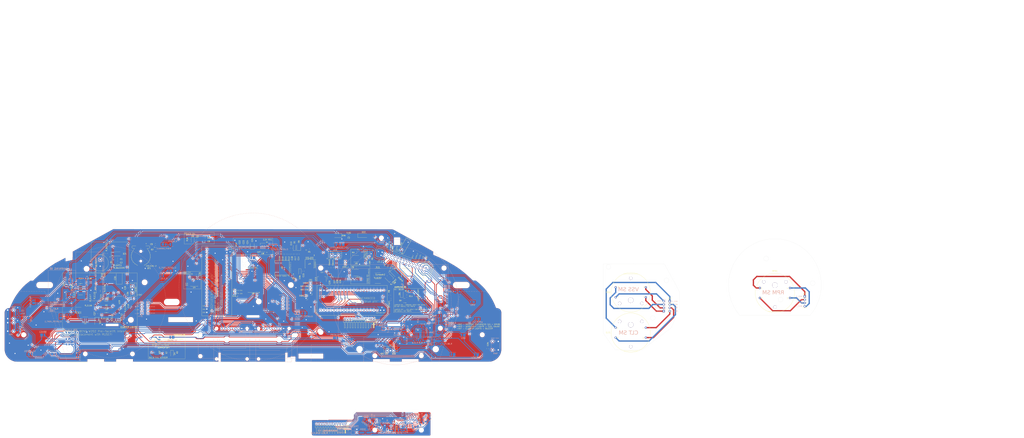
<source format=kicad_pcb>
(kicad_pcb (version 20241229) (generator "pcbnew") (generator_version "9.0")
  (layers (0 "F.Cu" signal) (2 "B.Cu" signal) (13 "F.Paste" user) (15 "B.Paste" user) (5 "F.SilkS" user "F.Silkscreen") (7 "B.SilkS" user "B.Silkscreen") (1 "F.Mask" user) (3 "B.Mask" user) (25 "Edge.Cuts" user))
  (net 0 "")
  (net 1 "+3.3V")
  (net 2 "GND")
  (net 3 "SW1")
  (net 4 "SW2")
  (net 5 "+5V")
  (net 6 "VBAT")
  (net 7 "WK_UP")
  (net 8 "AO1_1")
  (net 9 "DC")
  (net 10 "OLED1_CS")
  (net 11 "RST")
  (net 12 "SPI_1_MOSI")
  (net 13 "BO2_1")
  (net 14 "OLED2_CS")
  (net 15 "SPI_1_CLK")
  (net 16 "BO1_1")
  (net 17 "AO2_1")
  (net 18 "AO1_2")
  (net 19 "AO2_2")
  (net 20 "BO2_2")
  (net 21 "BO1_2")
  (net 22 "OUT_4B")
  (net 23 "OUT_3B")
  (net 24 "OUT_1B")
  (net 25 "OUT_2B")
  (net 26 "OUT_3C")
  (net 27 "OUT_1C")
  (net 28 "OUT_4C")
  (net 29 "STBY")
  (net 30 "Net-(RR6-Pad1)")
  (net 31 "Net-(RR7-Pad1)")
  (net 32 "TX 3")
  (net 33 "Oil_Press_Ctrl")
  (net 34 "TX CAN")
  (net 35 "AIN2_2")
  (net 36 "SPI_1_MISO")
  (net 37 "Fuel_reserve_Ctrl")
  (net 38 "RX 2")
  (net 39 "AIN1_2")
  (net 40 "BIN2_2")
  (net 41 "BIN1_2")
  (net 42 "RX CAN")
  (net 43 "Drv_reset")
  (net 44 "RX 3")
  (net 45 "Brakes_Ctrl")
  (net 46 "AIN2_1")
  (net 47 "RX 0")
  (net 48 "Flash_CS")
  (net 49 "TX 0")
  (net 50 "BIN2_1")
  (net 51 "BIN1_1")
  (net 52 "TX 2")
  (net 53 "AIN1_1")
  (net 55 "Net-(ABS1-K)")
  (net 56 "Net-(ACTIVE1-+)")
  (net 57 "Net-(BRAKE1-K)")
  (net 58 "Net-(BULB_FAIL1-K)")
  (net 59 "Net-(D21-K)")
  (net 60 "Net-(D23-K)")
  (net 61 "PWR ON")
  (net 62 "+12V")
  (net 63 "Net-(CEL1-K)")
  (net 64 "Net-(CLT_LV1-K)")
  (net 65 "LIGHT 12V")
  (net 66 "Net-(BT1-+)")
  (net 67 "Net-(D5-K)")
  (net 68 "Net-(HI-BEAM1-K)")
  (net 69 "ALTR D-+")
  (net 70 "CAN L")
  (net 71 "IGNITION 12V")
  (net 72 "CAN H")
  (net 73 "V_In")
  (net 74 "OUT_2C")
  (net 75 "Net-(LEFT_SIGNAL1-K)")
  (net 76 "Net-(OIL_PRESS1-K)")
  (net 77 "Net-(PAD_WEAR1-K)")
  (net 78 "Net-(Q1-D)")
  (net 79 "Net-(Q1-G)")
  (net 80 "Net-(Q2-G)")
  (net 81 "Net-(U7-IN)")
  (net 82 "Net-(U5-Rs)")
  (net 83 "Net-(RIGHT_SIGNAL1-K)")
  (net 84 "Net-(SAFETY_BELT1-K)")
  (net 85 "BLINKER_LEFT")
  (net 86 "BLINKER_RIGHT")
  (net 87 "Net-(SRS1-K)")
  (net 88 "SRS GND")
  (net 89 "Net-(WIPER_LV1-K)")
  (net 90 "ECU_TACH")
  (net 91 "Net-(U1A-+)")
  (net 92 "SRS 12V")
  (net 97 "Net-(ALTR1-K)")
  (net 98 "Net-(TLSC_LOCK1-K)")
  (net 99 "BELT_SNSR")
  (net 100 "ECU_CEL")
  (net 101 "GND_TEMP")
  (net 102 "ABS_MODULE")
  (net 103 "BULB_SNSR")
  (net 104 "HI_BEAM")
  (net 105 "TLSC_SNSR")
  (net 106 "BRAKE_SNSR")
  (net 107 "PAD_SNSR")
  (net 108 "CLT_SNSR")
  (net 109 "OIL_SNSR")
  (net 110 "WPR_SNSR")
  (net 111 "+5VD")
  (net 112 "Net-(ALTR1-A)")
  (net 113 "Net-(D_ALTR1-A)")
  (net 115 "Net-(U12-Rs)")
  (net 116 "TX CAN1")
  (net 117 "FILTERED_F_SENDER ADC")
  (net 122 "USART1_TX")
  (net 123 "Net-(DF13-K)")
  (net 125 "Net-(DF14-K)")
  (net 127 "Net-(DF15-K)")
  (net 128 "Net-(DF16-K)")
  (net 130 "Net-(DF17-K)")
  (net 134 "Net-(DF18-K)")
  (net 135 "RX CAN1")
  (net 136 "Net-(DF19-K)")
  (net 137 "Net-(DF20-K)")
  (net 139 "Net-(DF21-K)")
  (net 140 "Net-(DF22-K)")
  (net 143 "Net-(DF23-K)")
  (net 145 "USART1_RX")
  (net 150 "Net-(DF24-K)")
  (net 152 "Net-(CLUSTER_LIGHT_1-A)")
  (net 153 "Net-(CLUSTER_LIGHT_1-K)")
  (net 154 "Net-(D37-K)")
  (net 155 "Net-(U14-VIN)")
  (net 156 "SW_LIGHT")
  (net 157 "CTRL_IN")
  (net 158 "Net-(CLUSTER_LIGHT_2-K)")
  (net 159 "Net-(CLUSTER_LIGHT_3-K)")
  (net 160 "Net-(CLUSTER_LIGHT_4-K)")
  (net 161 "Net-(R_CL1-Pad2)")
  (net 162 "Net-(D4-K)")
  (net 163 "Net-(D6-K)")
  (net 164 "Net-(D26-A)")
  (net 165 "Net-(D27-A)")
  (net 166 "+5C")
  (net 167 "+5F")
  (net 169 "U1_B_IN")
  (net 170 "Net-(U17-1Y)")
  (net 171 "RN")
  (net 172 "Net-(U17-2Y)")
  (net 173 "CLK_PULSE")
  (net 174 "Net-(R_CL10-Pad2)")
  (net 175 "Net-(U18-1Z)")
  (net 176 "Net-(R_CL12-Pad1)")
  (net 177 "Net-(U18-2Z)")
  (net 178 "Net-(R_CL14-Pad1)")
  (net 179 "Net-(U18-3Z)")
  (net 180 "Net-(U18-4Z)")
  (net 181 "Net-(R_CL16-Pad1)")
  (net 190 "Net-(U18-3E)")
  (net 191 "Net-(U18-1E)")
  (net 192 "Net-(U18-4E)")
  (net 193 "Net-(U18-2E)")
  (net 203 "Net-(D38-K)")
  (net 204 "Net-(R_WL10-Pad1)")
  (net 205 "F_SENDER")
  (net 206 "IGN_ALTR")
  (net 207 "Net-(U15-O1)")
  (net 208 "Net-(U15-O2)")
  (net 209 "Net-(U15-O3)")
  (net 210 "Net-(U15-O4)")
  (net 211 "Net-(U15-O5)")
  (net 212 "Net-(U15-O6)")
  (net 213 "Net-(U15-O7)")
  (net 214 "Net-(U15-O8)")
  (net 215 "Net-(U20-O1)")
  (net 216 "Net-(U20-O2)")
  (net 217 "Net-(U20-O3)")
  (net 218 "Net-(U20-O4)")
  (net 219 "Net-(R_SER2-Pad2)")
  (net 232 "Net-(J_LED1-Pin_3)")
  (net 233 "Net-(J_LED1-Pin_1)")
  (net 234 "Net-(J_LED1-Pin_4)")
  (net 235 "Net-(J_LED1-Pin_8)")
  (net 236 "Net-(J_LED1-Pin_6)")
  (net 237 "Net-(J_LED1-Pin_5)")
  (net 238 "Net-(J_LED1-Pin_10)")
  (net 239 "Net-(J_LED1-Pin_7)")
  (net 240 "Net-(J_LED1-Pin_11)")
  (net 241 "Net-(J_LED1-Pin_12)")
  (net 242 "Net-(J_LED1-Pin_2)")
  (net 243 "Net-(J_LED1-Pin_9)")
  (net 244 "+5VD_S")
  (net 245 "F_LIGHT 12V")
  (net 246 "Net-(D22-K)")
  (footprint "Varistor:RV_Disc_D12mm_W4.2mm_P7.5mm" (layer "F.Cu") (at 278.160141 13.587405 -120)
    (property "Reference" "RV1")
    (property "Value" "14D220K")
  )
  (footprint "Capacitor_SMD:C_0805_2012Metric" (layer "F.Cu") (at 338.95 94.925 90)
    (property "Reference" "C25")
    (property "Value" "100nF")
  )
  (footprint "Diode_SMD:D_MiniMELF" (layer "F.Cu") (at 273.3 53.1 90)
    (property "Reference" "D6")
    (property "Value" "D_Zener")
  )
  (footprint "Diode_SMD:D_SMA_Handsoldering" (layer "F.Cu") (at 55.9 22.5)
    (property "Reference" "D21")
    (property "Value" "1N4007")
  )
  (footprint "Package_TO_SOT_SMD:SOT-23" (layer "F.Cu") (at 86.2 97.9 -90)
    (property "Reference" "Q3")
    (property "Value" "AO3400")
  )
  (footprint "Resistor_SMD:R_2512_6332Metric" (layer "F.Cu") (at 254.9 35.375)
    (property "Reference" "R15")
    (property "Value" "100")
  )
  (footprint "Resistor_SMD:R_0805_2012Metric" (layer "F.Cu") (at 57.55 71.875 90)
    (property "Reference" "R_CL12")
    (property "Value" "11K")
  )
  (footprint "Resistor_SMD:R_0805_2012Metric" (layer "F.Cu") (at 19.6816 48.31 -90)
    (property "Reference" "R_CL8")
    (property "Value" "10K")
  )
  (footprint "Package_TO_SOT_THT:TO-220-3_Vertical" (layer "F.Cu") (at 67.555 47.16 -90)
    (property "Reference" "U16")
    (property "Value" "LM7805_TO220")
  )
  (footprint "Diode_SMD:D_SOD-123" (layer "F.Cu") (at 113.725 12.075 -90)
    (property "Reference" "D5")
    (property "Value" "BZT52C5V6")
  )
  (footprint "Resistor_SMD:R_0805_2012Metric" (layer "F.Cu") (at 250.8 29.1 90)
    (property "Reference" "R5")
    (property "Value" "120")
  )
  (footprint "Capacitor_SMD:C_0805_2012Metric" (layer "F.Cu") (at 56.4 26.5)
    (property "Reference" "C1")
    (property "Value" "100nF")
  )
  (footprint "Package_TO_SOT_THT:TO-220-3_Vertical" (layer "F.Cu") (at 262.1 96.445)
    (property "Reference" "U2")
    (property "Value" "LM7805_TO220")
  )
  (footprint "Resistor_SMD:R_0805_2012Metric" (layer "F.Cu") (at 47.575 73.475)
    (property "Reference" "R_CL10")
    (property "Value" "10K")
  )
  (footprint "Resistor_SMD:R_0805_2012Metric" (layer "F.Cu") (at 38.475 61.95)
    (property "Reference" "R_CL16")
    (property "Value" "47K")
  )
  (footprint "Resistor_SMD:R_0805_2012Metric" (layer "F.Cu") (at 46.7 53.1 90)
    (property "Reference" "R_CL18")
    (property "Value" "100K")
  )
  (footprint "Capacitor_SMD:C_0805_2012Metric" (layer "F.Cu") (at 187.1932 22.7 -90)
    (property "Reference" "C12")
    (property "Value" "100nF")
  )
  (footprint "Package_SO:SOIC-28W_7.5x17.9mm_P1.27mm" (layer "F.Cu") (at 159.75 42.845 180)
    (property "Reference" "U9")
    (property "Value" "AX1201728SG")
  )
  (footprint "Capacitor_SMD:C_0805_2012Metric" (layer "F.Cu") (at 265.075 57.125)
    (property "Reference" "Cfilter1")
    (property "Value" "0.1uF")
  )
  (footprint "Capacitor_SMD:C_0805_2012Metric" (layer "F.Cu") (at 194.4432 22.65 -90)
    (property "Reference" "C14")
    (property "Value" "10nF")
  )
  (footprint "Connector_PinHeader_2.00mm:PinHeader_1x12_P2.00mm_Horizontal" (layer "F.Cu") (at 251.875001 71.849999 -90)
    (property "Reference" "J_ULN1")
    (property "Value" "Conn_01x12")
  )
  (footprint "footprints:HARWIN_S8411-45R" (layer "F.Cu") (at 74.100005 24.275 180)
    (property "Reference" "BT1")
    (property "Value" "CR1220-2")
  )
  (footprint "Capacitor_SMD:C_0805_2012Metric" (layer "F.Cu") (at 56.4 29.1)
    (property "Reference" "C2")
    (property "Value" "10uF")
  )
  (footprint "Resistor_SMD:R_0805_2012Metric" (layer "F.Cu") (at 100.3 97.8 -90)
    (property "Reference" "R2")
    (property "Value" "10K")
  )
  (footprint "footprints:HPAK_R003H-E_STM" (layer "F.Cu") (at 202.8432 30.0633 180)
    (property "Reference" "U7")
    (property "Value" "VN5R003H-E")
  )
  (footprint "Package_TO_SOT_SMD:SOT-23" (layer "F.Cu") (at 275.2 58.2 180)
    (property "Reference" "Q4")
    (property "Value" "AO3400")
  )
  (footprint "Resistor_SMD:R_0805_2012Metric" (layer "F.Cu") (at 28.0908 42.91)
    (property "Reference" "R13")
    (property "Value" "10K")
  )
  (footprint "Fuse:Fuse_1206_3216Metric_Pad1.42x1.75mm_HandSolder" (layer "F.Cu") (at 232.8 8.45 180)
    (property "Reference" "F2")
    (property "Value" "Polyfuse")
  )
  (footprint "footprints:X27-168__V2" (layer "F.Cu") (at 448.05 51.865 180)
    (property "Reference" "VSS1")
    (property "Value" "SM")
  )
  (footprint "Resistor_SMD:R_0805_2012Metric" (layer "F.Cu") (at 95.4 97.9 90)
    (property "Reference" "R7")
    (property "Value" "1K")
  )
  (footprint "Resistor_SMD:R_0805_2012Metric" (layer "F.Cu") (at 264.15 54.1 90)
    (property "Reference" "R8")
    (property "Value" "1K")
  )
  (footprint "Capacitor_SMD:C_0805_2012Metric" (layer "F.Cu") (at 40.425 68.075 90)
    (property "Reference" "C37")
    (property "Value" "100nF")
  )
  (footprint "Capacitor_SMD:C_0805_2012Metric" (layer "F.Cu") (at 85.2 15.2 180)
    (property "Reference" "C9")
    (property "Value" "100nF")
  )
  (footprint "Package_TO_SOT_THT:TO-220-3_Vertical" (layer "F.Cu") (at 219.82 23.8)
    (property "Reference" "U10")
    (property "Value" "LM7805_TO220")
  )
  (footprint "Connector_PinHeader_2.54mm:PinHeader_1x04_P2.54mm_Vertical" (layer "F.Cu") (at 203.65 52.4 180)
    (property "Reference" "JN1")
    (property "Value" "NEXTION")
  )
  (footprint "Resistor_SMD:R_0805_2012Metric" (layer "F.Cu") (at 41.925 58.575 -90)
    (property "Reference" "R_CL14")
    (property "Value" "150K")
  )
  (footprint "Capacitor_SMD:C_0805_2012Metric" (layer "F.Cu") (at 155.510003 16.95 90)
    (property "Reference" "C24")
    (property "Value" "100nF")
  )
  (footprint "Capacitor_SMD:C_0805_2012Metric" (layer "F.Cu") (at 66.2 62.2 90)
    (property "Reference" "C40")
    (property "Value" "10uF")
  )
  (footprint "Capacitor_SMD:C_0805_2012Metric" (layer "F.Cu") (at 63.875 48.525 90)
    (property "Reference" "C39")
    (property "Value" "10uF")
  )
  (footprint "Package_SO:SOIC-8_3.9x4.9mm_P1.27mm" (layer "F.Cu") (at 238.60125 26.135)
    (property "Reference" "U5")
    (property "Value" "MCP2551-I-SN")
  )
  (footprint "Diode_SMD:D_SOD-123" (layer "F.Cu") (at 191.3432 17.4725 90)
    (property "Reference" "D1")
    (property "Value" "BZT52C5V6")
  )
  (footprint "Capacitor_SMD:C_0805_2012Metric" (layer "F.Cu") (at 192.0432 22.65 -90)
    (property "Reference" "C17")
    (property "Value" "10nF")
  )
  (footprint "Resistor_SMD:R_0805_2012Metric" (layer "F.Cu") (at 91.5 95.8)
    (property "Reference" "JUMPER OPT")
    (property "Value" "R_0805_2012Metric")
  )
  (footprint "footprints:SOIC127P600X175-14N" (layer "F.Cu") (at 47.8 63 180)
    (property "Reference" "U18")
    (property "Value" "74HC4066D_653")
  )
  (footprint "Package_TO_SOT_SMD:SOT-23" (layer "F.Cu") (at 117.3375 11.425)
    (property "Reference" "D3")
    (property "Value" "BAT54C")
  )
  (footprint "Capacitor_SMD:C_0805_2012Metric" (layer "F.Cu") (at 152.5 16.950005 90)
    (property "Reference" "C23")
    (property "Value" "100nF")
  )
  (footprint "Diode_SMD:D_SMA_Handsoldering" (layer "F.Cu") (at 244.15 8.375)
    (property "Reference" "D22")
    (property "Value" "B160-13-F")
  )
  (footprint "Package_SO:SOIC-20W_7.5x12.8mm_P1.27mm" (layer "F.Cu") (at 261.925 155.4 -90)
    (property "Reference" "U20")
    (property "Value" "ULN2803A")
  )
  (footprint "Capacitor_SMD:C_0805_2012Metric" (layer "F.Cu") (at 217.925 33.149999 90)
    (property "Reference" "Cdec3")
    (property "Value" "10uF")
  )
  (footprint "Capacitor_SMD:C_0805_2012Metric" (layer "F.Cu") (at 224 40.35 -90)
    (property "Reference" "C28")
    (property "Value" "100nF")
  )
  (footprint "Resistor_SMD:R_0805_2012Metric" (layer "F.Cu") (at 123.1625 9.725 180)
    (property "Reference" "R4")
    (property "Value" "10K")
  )
  (footprint "Resistor_SMD:R_0805_2012Metric" (layer "F.Cu") (at 283.1 53.9)
    (property "Reference" "JUMPER OPT")
    (property "Value" "R_0805_2012Metric")
  )
  (footprint "footprints:SOIC127P600X175-14N" (layer "F.Cu") (at 28.0908 49.41)
    (property "Reference" "U17")
    (property "Value" "74HC14D")
  )
  (footprint "Resistor_SMD:R_0805_2012Metric" (layer "F.Cu") (at 277.1 54.9 180)
    (property "Reference" "R14")
    (property "Value" "1K")
  )
  (footprint "Connector_PinHeader_2.54mm:PinHeader_1x04_P2.54mm_Vertical" (layer "F.Cu") (at 477.850142 58.625)
    (property "Reference" "J14")
    (property "Value" "CLT")
  )
  (footprint "Capacitor_SMD:C_0805_2012Metric" (layer "F.Cu") (at 32 41.3 180)
    (property "Reference" "C38")
    (property "Value" "100nF")
  )
  (footprint "Resistor_SMD:R_0805_2012Metric" (layer "F.Cu") (at 51.6 33.2 180)
    (property "Reference" "R_BUZZER1")
    (property "Value" "100K")
  )
  (footprint "Capacitor_SMD:C_0805_2012Metric" (layer "F.Cu") (at 44.375 41.875 -90)
    (property "Reference" "C32")
    (property "Value" "100nF")
  )
  (footprint "Connector_PinHeader_2.00mm:PinHeader_1x02_P2.00mm_Vertical" (layer "F.Cu") (at 145.7 52.4 180)
    (property "Reference" "CAN_J")
    (property "Value" "PinHeader_1x02_P2.00mm_Vertical")
  )
  (footprint "Resistor_SMD:R_0805_2012Metric" (layer "F.Cu") (at 50.4 71.225 -90)
    (property "Reference" "R_CL11")
    (property "Value" "22K")
  )
  (footprint "footprints:X27-168__V2" (layer "F.Cu") (at 558.07044 52.338242)
    (property "Reference" "RPM1")
    (property "Value" "SM")
  )
  (footprint "footprints:MODULE_ZC323000" (layer "F.Cu") (at 235.47 57.920001 90)
    (property "Reference" "U11")
    (property "Value" "STM32F103C8T6")
  )
  (footprint "Capacitor_SMD:C_0805_2012Metric" (layer "F.Cu") (at 49.1 53.1 -90)
    (property "Reference" "C31")
    (property "Value" "10nF")
  )
  (footprint "Capacitor_SMD:C_0805_2012Metric" (layer "F.Cu") (at 226.3 40.35 -90)
    (property "Reference" "C26")
    (property "Value" "100nF")
  )
  (footprint "Resistor_SMD:R_0805_2012Metric" (layer "F.Cu") (at 277.0875 52.6 180)
    (property "Reference" "R12")
    (property "Value" "10K")
  )
  (footprint "Connector_PinHeader_2.00mm:PinHeader_1x02_P2.00mm_Vertical" (layer "F.Cu") (at 200.225 56.450001 180)
    (property "Reference" "+5VC")
    (property "Value" "PinHeader_1x02_P2.00mm_Vertical")
  )
  (footprint "Resistor_SMD:R_0805_2012Metric" (layer "F.Cu") (at 191.0432 39.6)
    (property "Reference" "R16")
    (property "Value" "100K")
  )
  (footprint "Package_TO_SOT_SMD:SOT-23" (layer "F.Cu") (at 85.5375 19.15)
    (property "Reference" "D2")
    (property "Value" "BAT54C")
  )
  (footprint "Capacitor_Tantalum_SMD:CP_EIA-3528-21_Kemet-B_HandSolder" (layer "F.Cu") (at 159.100001 16.250004 90)
    (property "Reference" "C21")
    (property "Value" "47uF")
  )
  (footprint "footprints:TO-263-5_MCH" (layer "F.Cu") (at 181.8432 33 90)
    (property "Reference" "U6")
    (property "Value" "MIC29151-5.0WU-TR")
  )
  (footprint "Package_TO_SOT_SMD:TSOT-23-5" (layer "F.Cu") (at 41.7 50.8 90)
    (property "Reference" "U14")
    (property "Value" "AL8860WT")
  )
  (footprint "Capacitor_Tantalum_SMD:CP_EIA-3528-21_Kemet-B_HandSolder" (layer "F.Cu") (at 194.6432 17.2225 90)
    (property "Reference" "C6")
    (property "Value" "47uF")
  )
  (footprint "Resistor_SMD:R_0805_2012Metric" (layer "F.Cu") (at 63.8 64.2 90)
    (property "Reference" "R_CL19")
    (property "Value" "100K")
  )
  (footprint "Resistor_SMD:R_0805_2012Metric" (layer "F.Cu") (at 238.82625 21.47 180)
    (property "Reference" "R3")
    (property "Value" "4.7K")
  )
  (footprint "Resistor_SMD:R_0805_2012Metric" (layer "F.Cu") (at 39.575 58.6 90)
    (property "Reference" "R_CL15")
    (property "Value" "10K")
  )
  (footprint "Capacitor_SMD:C_0805_2012Metric" (layer "F.Cu") (at 221.7 40.4 -90)
    (property "Reference" "C27")
    (property "Value" "100nF")
  )
  (footprint "Capacitor_Tantalum_SMD:CP_EIA-3528-21_Kemet-B_HandSolder" (layer "F.Cu") (at 218.1 40.3 -90)
    (property "Reference" "C29")
    (property "Value" "47uF")
  )
  (footprint "Package_TO_SOT_SMD:SOT-223-3_TabPin2" (layer "F.Cu") (at 167.15 17.745003 180)
    (property "Reference" "U8")
    (property "Value" "AMS1117-3.3")
  )
  (footprint "Resistor_SMD:R_0805_2012Metric" (layer "F.Cu") (at 54.675 72.775)
    (property "Reference" "R_CL13")
    (property "Value" "10K")
  )
  (footprint "Capacitor_SMD:C_0805_2012Metric" (layer "F.Cu") (at 189.5432 22.65 -90)
    (property "Reference" "C18")
    (property "Value" "100nF")
  )
  (footprint "Capacitor_SMD:C_0805_2012Metric" (layer "F.Cu") (at 188.8432 18.1225 90)
    (property "Reference" "C13")
    (property "Value" "100nF")
  )
  (footprint "Capacitor_SMD:C_0805_2012Metric" (layer "F.Cu") (at 251.9 39.525)
    (property "Reference" "Csmooth2")
    (property "Value" "4.7uF")
  )
  (footprint "Resistor_SMD:R_0805_2012Metric" (layer "F.Cu") (at 111.1375 11.425 90)
    (property "Reference" "R18")
    (property "Value" "4.7K")
  )
  (footprint "Resistor_SMD:R_0805_2012Metric" (layer "F.Cu") (at 202.7396 19.3654 180)
    (property "Reference" "R1")
    (property "Value" "1K")
  )
  (footprint "Package_SO:SOIC-20W_7.5x12.8mm_P1.27mm" (layer "F.Cu") (at 279.65 149.675 -90)
    (property "Reference" "U15")
    (property "Value" "ULN2803A")
  )
  (footprint "Connector_PinHeader_2.00mm:PinHeader_1x12_P2.00mm_Horizontal" (layer "F.Cu") (at 230.199998 152.325007 -90)
    (property "Reference" "J_LED1")
    (property "Value" "Conn_01x12")
  )
  (footprint "Inductor_SMD:L_Vishay_IFSC-1515AH_4x4x1.8mm" (layer "F.Cu") (at 31.7 72.6 180)
    (property "Reference" "L1")
    (property "Value" "15uH")
  )
  (footprint "Package_TO_SOT_SMD:SOT-223-3_TabPin2" (layer "F.Cu") (at 212.1 41.8 90)
    (property "Reference" "U13")
    (property "Value" "AMS1117-3.3")
  )
  (footprint "Capacitor_SMD:C_0805_2012Metric" (layer "F.Cu") (at 182.3432 22.65 -90)
    (property "Reference" "C10")
    (property "Value" "100nF")
  )
  (footprint "Resistor_SMD:R_0805_2012Metric" (layer "F.Cu") (at 51.6 31.2 180)
    (property "Reference" "R_GATE1")
    (property "Value" "100")
  )
  (footprint "Capacitor_Tantalum_SMD:CP_EIA-3216-18_Kemet-A_HandSolder" (layer "F.Cu") (at 195.4432 36.3 -90)
    (property "Reference" "C35")
    (property "Value" "10uF")
  )
  (footprint "Package_SO:SOIC-8_3.9x4.9mm_P1.27mm" (layer "F.Cu") (at 238.4 36.8)
    (property "Reference" "U12")
    (property "Value" "MCP2551-I-SN")
  )
  (footprint "Capacitor_SMD:C_0805_2012Metric" (layer "F.Cu") (at 149.49 16.950003 90)
    (property "Reference" "C22")
    (property "Value" "100nF")
  )
  (footprint "Diode_SMD:D_MiniMELF" (layer "F.Cu") (at 97.9 98.8 -90)
    (property "Reference" "D4")
    (property "Value" "D_Zener")
  )
  (footprint "Capacitor_SMD:C_0805_2012Metric" (layer "F.Cu") (at 184.7432 22.65 -90)
    (property "Reference" "C11")
    (property "Value" "100nF")
  )
  (footprint "Connector_PinHeader_2.54mm:PinHeader_1x04_P2.54mm_Vertical" (layer "F.Cu") (at 580.8704 54.938242)
    (property "Reference" "J12")
    (property "Value" "RPM")
  )
  (footprint "Capacitor_SMD:C_0805_2012Metric" (layer "F.Cu") (at 46.6 41.9 -90)
    (property "Reference" "C33")
    (property "Value" "4.7uF")
  )
  (footprint "Package_TO_SOT_SMD:SOT-23" (layer "F.Cu") (at 51.6625 26.5)
    (property "Reference" "Q1")
    (property "Value" "AO3401")
  )
  (footprint "Connector_PinHeader_2.00mm:PinHeader_1x02_P2.00mm_Vertical" (layer "F.Cu") (at 230.3 28.2)
    (property "Reference" "CAN_J")
    (property "Value" "PinHeader_1x02_P2.00mm_Vertical")
  )
  (footprint "Resistor_SMD:R_0805_2012Metric" (layer "F.Cu") (at 238.55 32.7 180)
    (property "Reference" "R6")
    (property "Value" "4.7K")
  )
  (footprint "Package_SO:SOIC-8_5.3x5.3mm_P1.27mm" (layer "F.Cu") (at 114.88875 44.435)
    (property "Reference" "U4")
    (property "Value" "W25Q16JVSS")
  )
  (footprint "Capacitor_SMD:C_0805_2012Metric" (layer "F.Cu") (at 220.625 33.15 90)
    (property "Reference" "Cdec4")
    (property "Value" "0.1uF")
  )
  (footprint "footprints:MODULE_ZC323000" (layer "F.Cu") (at 132.08 43.07)
    (property "Reference" "U3")
    (property "Value" "STM32F103C8T6")
  )
  (footprint "Resistor_SMD:R_0805_2012Metric" (layer "F.Cu") (at 47.9 22.1 90)
    (property "Reference" "R_BUZZ1")
    (property "Value" "100")
  )
  (footprint "Resistor_SMD:R_0805_2012Metric" (layer "F.Cu") (at 37.25 58.65 -90)
    (property "Reference" "R_CL17")
    (property "Value" "10K")
  )
  (footprint "Connector_IDC:IDC-Header_2x15_P2.54mm_Vertical" (layer "F.Cu") (at 257.43127 23.586824 70)
    (property "Reference" "J1")
    (property "Value" "Conn_02x15_Top_Bottom")
  )
  (footprint "Diode_SMD:D_SMA" (layer "F.Cu") (at 267.95 37.375 -45)
    (property "Reference" "D40")
    (property "Value" "SMAJ18A")
  )
  (footprint "Diode_SMD:D_SMA" (layer "F.Cu") (at 223.899992 8.449999 180)
    (property "Reference" "D36")
    (property "Value" "SMAJ18A")
  )
  (footprint "Buzzer_Beeper:Buzzer_TDK_PS1240P02BT_D12.2mm_H6.5mm" (layer "F.Cu") (at 43.1 26.9 -90)
    (property "Reference" "ACTIVE1")
    (property "Value" "Buzzer")
  )
  (footprint "Resistor_SMD:R_0805_2012Metric" (layer "F.Cu") (at 147 18.9 90)
    (property "Reference" "R10")
    (property "Value" "10K")
  )
  (footprint "Resistor_SMD:R_2512_6332Metric" (layer "F.Cu") (at 254.975 43.45)
    (property "Reference" "R_SER2")
    (property "Value" "10")
  )
  (footprint "Capacitor_SMD:C_0805_2012Metric" (layer "F.Cu") (at 198.2232 35.69 -90)
    (property "Reference" "C15")
    (property "Value" "100nF")
  )
  (footprint "footprints:SOIC127P600X175-16N" (layer "F.Cu") (at 57.825 59.905)
    (property "Reference" "U19")
    (property "Value" "CD4017BM96")
  )
  (footprint "Resistor_SMD:R_0805_2012Metric" (layer "F.Cu") (at 21.2816 54.21 90)
    (property "Reference" "R_CL9")
    (property "Value" "1K")
  )
  (footprint "footprints:X27-168__V2" (layer "F.Cu") (at 448.05 82.65)
    (property "Reference" "CLT1")
    (property "Value" "SM")
  )
  (footprint "Capacitor_Tantalum_SMD:CP_EIA-7343-31_Kemet-D_HandSolder" (layer "F.Cu") (at 57.55 41.05 90)
    (property "Reference" "C30")
    (property "Value" "100uF")
  )
  (footprint "Diode_SMD:D_SMA" (layer "F.Cu") (at 40.7 74.4 -90)
    (property "Reference" "D37")
    (property "Value" "B160-13-F")
  )
  (footprint "Capacitor_SMD:C_0805_2012Metric" (layer "F.Cu") (at 180.0432 22.65 -90)
    (property "Reference" "C19")
    (property "Value" "100nF")
  )
  (footprint "Capacitor_SMD:C_0805_2012Metric" (layer "F.Cu") (at 117.2 38 -90)
    (property "Reference" "C16")
    (property "Value" "100nF")
  )
  (footprint "Capacitor_SMD:C_0805_2012Metric" (layer "F.Cu") (at 17.1816 45.81 -90)
    (property "Reference" "C34")
    (property "Value" "100nF")
  )
  (footprint "Capacitor_SMD:C_0805_2012Metric" (layer "F.Cu") (at 123.175 12.925)
    (property "Reference" "C8")
    (property "Value" "100nF")
  )
  (footprint "Resistor_SMD:R_2512_6332Metric" (layer "F.Cu") (at 26.4625 64.925 180)
    (property "Reference" "R_CL1")
    (property "Value" "1.2")
  )
  (footprint "Capacitor_SMD:C_0805_2012Metric" (layer "F.Cu") (at 62.4 52.9 -90)
    (property "Reference" "C36")
    (property "Value" "100nF")
  )
  (footprint "Potentiometer_SMD:Potentiometer_Bourns_3314J_Vertical" (layer "F.Cu") (at 263.825 40.925 45)
    (property "Reference" "R_TRIM2")
    (property "Value" "100")
  )
  (footprint "LED_SMD:LED_Everlight-SMD3528_3.5x2.8mm_67-21ST" (layer "B.Cu") (at 159.69 25.5)
    (property "Reference" "CEL1")
    (property "Value" "LED")
  )
  (footprint "Resistor_SMD:R_0805_2012Metric" (layer "B.Cu") (at 307.145 75.3)
    (property "Reference" "R_WPR1")
    (property "Value" "470")
  )
  (footprint "Diode_SMD:D_SMA_Handsoldering" (layer "B.Cu") (at 245.425 159.1 180)
    (property "Reference" "DIODE")
    (property "Value" "1N4007")
  )
  (footprint "LED_SMD:LED_0805_2012Metric" (layer "B.Cu") (at 245.3 150.2 -35)
    (property "Reference" "DF24")
    (property "Value" "LED")
  )
  (footprint "Resistor_SMD:R_0603_1608Metric" (layer "B.Cu") (at 276.725 154.125 -90)
    (property "Reference" "RF17")
    (property "Value" "330")
  )
  (footprint "LED_SMD:LED_0805_2012Metric" (layer "B.Cu") (at 252.775 154.125 -25)
    (property "Reference" "DF22")
    (property "Value" "LED")
  )
  (footprint "LED_SMD:LED_Everlight-SMD3528_3.5x2.8mm_67-21ST" (layer "B.Cu") (at 327.3 59.2)
    (property "Reference" "SRS1")
    (property "Value" "LED")
  )
  (footprint "Resistor_SMD:R_0805_2012Metric" (layer "B.Cu") (at 230.6 86.7 -90)
    (property "Reference" "R_PAD1")
    (property "Value" "470")
  )
  (footprint "Capacitor_SMD:C_0805_2012Metric" (layer "B.Cu") (at -19.0125 76.63)
    (property "Reference" "C4")
    (property "Value" "100nF")
  )
  (footprint "Resistor_SMD:R_0805_2012Metric" (layer "B.Cu") (at -19.012424 68.23)
    (property "Reference" "R11")
    (property "Value" "10K")
  )
  (footprint "Resistor_SMD:R_0805_2012Metric" (layer "B.Cu") (at 18.8 54.1 -90)
    (property "Reference" "R_ALT_J1")
    (property "Value" "0")
  )
  (footprint "Resistor_SMD:R_0805_2012Metric" (layer "B.Cu") (at 90.3 39.6 180)
    (property "Reference" "R_CL5")
    (property "Value" "10")
  )
  (footprint "Resistor_SMD:R_0805_2012Metric" (layer "B.Cu") (at 285.55 76.775 90)
    (property "Reference" "R_WL9")
    (property "Value" "10K")
  )
  (footprint "Resistor_SMD:R_0603_1608Metric" (layer "B.Cu") (at 268.1375 154.725 -90)
    (property "Reference" "RF19")
    (property "Value" "330")
  )
  (footprint "Diode_SMD:D_SOD-123" (layer "B.Cu") (at 25.7 97.0125 -90)
    (property "Reference" "D32")
    (property "Value" "1N4148")
  )
  (footprint "Fuse:Fuse_Littelfuse-NANO2-462" (layer "B.Cu") (at 28.7 49.3 -90)
    (property "Reference" "R_ALTR_3W_WIREWOUND1")
    (property "Value" "100")
  )
  (footprint "Resistor_SMD:R_0805_2012Metric" (layer "B.Cu") (at -19.0125 78.83)
    (property "Reference" "R9")
    (property "Value" "10K")
  )
  (footprint "Resistor_SMD:R_0805_2012Metric" (layer "B.Cu") (at 274.6 83.275)
    (property "Reference" "R_WL13")
    (property "Value" "10K")
  )
  (footprint "LED_SMD:LED_Everlight-SMD3528_3.5x2.8mm_67-21ST" (layer "B.Cu") (at -10.71 99.2 180)
    (property "Reference" "OIL_PRESS1")
    (property "Value" "LED")
  )
  (footprint "Diode_SMD:D_SOD-123" (layer "B.Cu") (at 24.1 82.5 180)
    (property "Reference" "D26")
    (property "Value" "1N4148")
  )
  (footprint "Resistor_SMD:R_0603_1608Metric" (layer "B.Cu") (at 252.475 151 -90)
    (property "Reference" "RF22")
    (property "Value" "330")
  )
  (footprint "LED_SMD:LED_Everlight-SMD3528_3.5x2.8mm_67-21ST" (layer "B.Cu") (at 7.39 99.1 180)
    (property "Reference" "CLT_LV1")
    (property "Value" "LED")
  )
  (footprint "LED_SMD:LED_Everlight-SMD3528_3.5x2.8mm_67-21ST" (layer "B.Cu") (at 97.89 86.2)
    (property "Reference" "HI-BEAM1")
    (property "Value" "LED")
  )
  (footprint "LED_SMD:LED_0805_2012Metric" (layer "B.Cu") (at 294.025 148.775 -140)
    (property "Reference" "DF13")
    (property "Value" "LED")
  )
  (footprint "LED_SMD:LED_Everlight-SMD3528_3.5x2.8mm_67-21ST" (layer "B.Cu") (at 12.9 70.5 -90)
    (property "Reference" "CLUSTER_LIGHT_1")
    (property "Value" "LED")
  )
  (footprint "Package_TO_SOT_SMD:SOT-23" (layer "B.Cu") (at 271.55 88.1 -90)
    (property "Reference" "Q2")
    (property "Value" "AO3400")
  )
  (footprint "Diode_SMD:D_SOD-123" (layer "B.Cu") (at 233 87.4 90)
    (property "Reference" "D31")
    (property "Value" "1N4148")
  )
  (footprint "Resistor_SMD:R_0805_2012Metric" (layer "B.Cu") (at 303.8125 87.1)
    (property "Reference" "R_TLSC1")
    (property "Value" "470")
  )
  (footprint "Diode_SMD:D_SOD-123" (layer "B.Cu") (at 299.55625 82.5)
    (property "Reference" "D25")
    (property "Value" "1N4148")
  )
  (footprint "Diode_SMD:D_SOD-123" (layer "B.Cu") (at 298.05 91.2)
    (property "Reference" "D28")
    (property "Value" "1N4148")
  )
  (footprint "Resistor_SMD:R_1206_3216Metric" (layer "B.Cu") (at 315.7 51.3)
    (property "Reference" "R_SRS1")
    (property "Value" "1K")
  )
  (footprint "Button_Switch_THT:SW_PUSH_6mm" (layer "B.Cu") (at -27.55 65.45 -90)
    (property "Reference" "SW2")
    (property "Value" "SW_Push")
  )
  (footprint "Button_Switch_THT:SW_PUSH_6mm" (layer "B.Cu") (at 346.95 95.875 90)
    (property "Reference" "SW3")
    (property "Value" "SW_Push")
  )
  (footprint "Resistor_SMD:R_0603_1608Metric" (layer "B.Cu") (at 262.3375 154.175 -90)
    (property "Reference" "RF20")
    (property "Value" "330")
  )
  (footprint "LED_SMD:LED_0805_2012Metric" (layer "B.Cu") (at 248.925 152.325 150)
    (property "Reference" "DF23")
    (property "Value" "LED")
  )
  (footprint "Resistor_SMD:R_0805_2012Metric" (layer "B.Cu") (at 18.2125 87.6 180)
    (property "Reference" "R_BRAKE1")
    (property "Value" "470")
  )
  (footprint "Fuse:Fuse_1206_3216Metric_Pad1.42x1.75mm_HandSolder" (layer "B.Cu") (at 243.912508 19.024997 180)
    (property "Reference" "F3")
    (property "Value" "Polyfuse")
  )
  (footprint "Diode_SMD:D_SOD-123" (layer "B.Cu") (at 301.395 72.4)
    (property "Reference" "D24")
    (property "Value" "1N4148")
  )
  (footprint "Diode_SMD:D_SMA" (layer "B.Cu") (at 257.3 79.625 180)
    (property "Reference" "D38")
    (property "Value" "SMAJ18A")
  )
  (footprint "LED_SMD:LED_Everlight-SMD3528_3.5x2.8mm_67-21ST" (layer "B.Cu") (at 227.7 15.4)
    (property "Reference" "LEFT_SIGNAL1")
    (property "Value" "LED")
  )
  (footprint "Diode_SMD:D_SOD-123" (layer "B.Cu") (at 301.395 75.3)
    (property "Reference" "D34")
    (property "Value" "1N4148")
  )
  (footprint "Resistor_SMD:R_0805_2012Metric" (layer "B.Cu") (at 303.8125 91.2)
    (property "Reference" "R_BELT1")
    (property "Value" "470")
  )
  (footprint "Resistor_SMD:R_0603_1608Metric" (layer "B.Cu") (at 287.05 149.975 -90)
    (property "Reference" "RF15")
    (property "Value" "330")
  )
  (footprint "Resistor_SMD:R_0805_2012Metric" (layer "B.Cu") (at 264.425 80.525 90)
    (property "Reference" "R_WL2")
    (property "Value" "100K")
  )
  (footprint "Capacitor_SMD:C_0805_2012Metric" (layer "B.Cu") (at 288.545 80.055 180)
    (property "Reference" "C20")
    (property "Value" "100nF")
  )
  (footprint "LED_SMD:LED_Everlight-SMD3528_3.5x2.8mm_67-21ST" (layer "B.Cu") (at 176.1 16.5)
    (property "Reference" "CLUSTER_LIGHT_2")
    (property "Value" "LED")
  )
  (footprint "LED_SMD:LED_Everlight-SMD3528_3.5x2.8mm_67-21ST" (layer "B.Cu") (at -0.81 84.4 180)
    (property "Reference" "BRAKE1")
    (property "Value" "LED")
  )
  (footprint "LED_SMD:LED_0805_2012Metric" (layer "B.Cu") (at 267.1625 157.425 180)
    (property "Reference" "DF19")
    (property "Value" "LED")
  )
  (footprint "Connector_PinHeader_2.54mm:PinHeader_1x07_P2.54mm_Vertical" (layer "B.Cu") (at 183.14 79.5 90)
    (property "Reference" "J7")
    (property "Value" "DISPLAY 1")
  )
  (footprint "Resistor_SMD:R_0805_2012Metric" (layer "B.Cu") (at 25.7 101.7 -90)
    (property "Reference" "R_CLT1")
    (property "Value" "470")
  )
  (footprint "Resistor_SMD:R_1210_3225Metric_Pad1.30x2.65mm_HandSolder" (layer "B.Cu") (at 221.7 15.4)
    (property "Reference" "R_LEFT1")
    (property "Value" "1K")
  )
  (footprint "Resistor_SMD:R_0805_2012Metric" (layer "B.Cu") (at 288.545 88.655 180)
    (property "Reference" "R_WL8")
    (property "Value" "47K")
  )
  (footprint "Resistor_SMD:R_0603_1608Metric" (layer "B.Cu") (at 292.75 144.225)
    (property "Reference" "RF13")
    (property "Value" "330")
  )
  (footprint "Resistor_SMD:R_2512_6332Metric" (layer "B.Cu") (at 36.975 37.5375 90)
    (property "Reference" "IGN12V JUMPER FOR ALTERNATOR")
    (property "Value" "10")
  )
  (footprint "LED_SMD:LED_0805_2012Metric" (layer "B.Cu") (at 290.6 151.225 35)
    (property "Reference" "DF14")
    (property "Value" "LED")
  )
  (footprint "LED_SMD:LED_Everlight-SMD3528_3.5x2.8mm_67-21ST" (layer "B.Cu") (at 91.7 15.3 180)
    (property "Reference" "RIGHT_SIGNAL1")
    (property "Value" "LED")
  )
  (footprint "Connector_PinHeader_2.54mm:PinHeader_1x07_P2.54mm_Vertical" (layer "B.Cu") (at 151.14 79.5 90)
    (property "Reference" "J8")
    (property "Value" "DISPLAY 2")
  )
  (footprint "Diode_SMD:D_SOD-123" (layer "B.Cu") (at 24.1 91.6 180)
    (property "Reference" "D33")
    (property "Value" "1N4148")
  )
  (footprint "Resistor_SMD:R_0603_1608Metric" (layer "B.Cu") (at 288.85 149.275 -90)
    (property "Reference" "RF14")
    (property "Value" "330")
  )
  (footprint "Resistor_SMD:R_0805_2012Metric" (layer "B.Cu") (at 172.1 16.7 -90)
    (property "Reference" "R_CL6")
    (property "Value" "10")
  )
  (footprint "Button_Switch_THT:SW_PUSH_6mm" (layer "B.Cu") (at -27.55 75.05 -90)
    (property "Reference" "SW1")
    (property "Value" "SW_Push")
  )
  (footprint "Resistor_SMD:R_0603_1608Metric" (layer "B.Cu") (at 270.7625 154.75 -90)
    (property "Reference" "RF18")
    (property "Value" "330")
  )
  (footprint "LED_SMD:LED_Everlight-SMD3528_3.5x2.8mm_67-21ST" (layer "B.Cu") (at 198.84 67.9)
    (property "Reference" "CLUSTER_LIGHT_4")
    (property "Value" "LED")
  )
  (footprint "LED_SMD:LED_Everlight-SMD3528_3.5x2.8mm_67-21ST" (layer "B.Cu") (at 331.09 72.2)
    (property "Reference" "WIPER_LV1")
    (property "Value" "LED")
  )
  (footprint "Resistor_SMD:R_0805_2012Metric" (layer "B.Cu") (at 283.355 88.655 180)
    (property "Reference" "R_WL6")
    (property "Value" "100")
  )
  (footprint "Resistor_SMD:R_0805_2012Metric" (layer "B.Cu") (at 275.45 89.025 90)
    (property "Reference" "R_WL12")
    (property "Value" "47K")
  )
  (footprint "LED_SMD:LED_Everlight-SMD3528_3.5x2.8mm_67-21ST" (layer "B.Cu") (at -11.8 72.39 90)
    (property "Reference" "ALTR1")
    (property "Value" "LED")
  )
  (footprint "Resistor_SMD:R_0805_2012Metric" (layer "B.Cu") (at 288.525 77.725 180)
    (property "Reference" "R_WL11")
    (property "Value" "10K")
  )
  (footprint "LED_SMD:LED_0805_2012Metric" (layer "B.Cu") (at 276.05 157.025 -170)
    (property "Reference" "DF17")
    (property "Value" "LED")
  )
  (footprint "Connector_PinHeader_2.54mm:PinHeader_1x04_P2.54mm_Vertical" (layer "B.Cu") (at 182.5 56.4 180)
    (property "Reference" "J2")
    (property "Value" "RPM")
  )
  (footprint "Resistor_SMD:R_0603_1608Metric" (layer "B.Cu") (at 246.15 147.85 180)
    (property "Reference" "RF24")
    (property "Value" "330")
  )
  (footprint "LED_SMD:LED_Everlight-SMD3528_3.5x2.8mm_67-21ST" (layer "B.Cu") (at 96.09 35.4)
    (property "Reference" "CLUSTER_LIGHT_3")
    (property "Value" "LED")
  )
  (footprint "Resistor_SMD:R_0603_1608Metric" (layer "B.Cu") (at 258.2 153.175 -90)
    (property "Reference" "RF21")
    (property "Value" "330")
  )
  (footprint "LED_SMD:LED_0805_2012Metric" (layer "B.Cu") (at 271.8125 157.425)
    (property "Reference" "DF18")
    (property "Value" "LED")
  )
  (footprint "Resistor_SMD:R_0805_2012Metric" (layer "B.Cu") (at -19.012424 70.53)
    (property "Reference" "RR7")
    (property "Value" "1K")
  )
  (footprint "Connector_PinHeader_2.54mm:PinHeader_1x04_P2.54mm_Vertical" (layer "B.Cu") (at 74.9 67.68)
    (property "Reference" "J3")
    (property "Value" "VSS")
  )
  (footprint "Diode_SMD:D_SMA_Handsoldering" (layer "B.Cu") (at 20.5 45.7 -90)
    (property "Reference" "D_ALTR1")
    (property "Value" "1N4007")
  )
  (footprint "Fuse:Fuse_1206_3216Metric_Pad1.42x1.75mm_HandSolder" (layer "B.Cu") (at 277.5 49.45 135)
    (property "Reference" "F3")
    (property "Value" "Polyfuse")
  )
  (footprint "Resistor_SMD:R_0603_1608Metric" (layer "B.Cu") (at 281.5 152.8 -90)
    (property "Reference" "RF16")
    (property "Value" "330")
  )
  (footprint "LED_SMD:LED_Everlight-SMD3528_3.5x2.8mm_67-21ST" (layer "B.Cu") (at 312.39 99.3)
    (property "Reference" "SAFETY_BELT1" (hide yes))
    (property "Value" "LED")
  )
  (footprint "Capacitor_SMD:C_0805_2012Metric" (layer "B.Cu") (at -19.012424 65.93)
    (property "Reference" "C5")
    (property "Value" "100nF")
  )
  (footprint "footprints:SO08" (layer "B.Cu") (at 287.475 84.305 90)
    (property "Reference" "U1")
    (property "Value" "LM393")
  )
  (footprint "Resistor_SMD:R_0805_2012Metric" (layer "B.Cu") (at 18.4 91.6 180)
    (property "Reference" "R_OP1")
    (property "Value" "470")
  )
  (footprint "Diode_SMD:D_SOD-123" (layer "B.Cu") (at 24.1 87.6 180)
    (property "Reference" "D30")
    (property "Value" "1N4148")
  )
  (footprint "Resistor_SMD:R_0805_2012Metric" (layer "B.Cu") (at -19.025 80.93)
    (property "Reference" "RR6")
    (property "Value" "1K")
  )
  (footprint "Diode_SMD:D_SOD-123" (layer "B.Cu") (at 298.05 87.1)
    (property "Reference" "D29")
    (property "Value" "1N4148")
  )
  (footprint "Resistor_SMD:R_0805_2012Metric" (layer "B.Cu") (at 193.3 67.9 180)
    (property "Reference" "R_CL4")
    (property "Value" "10")
  )
  (footprint "Connector_PinHeader_2.54mm:PinHeader_1x04_P2.54mm_Vertical" (layer "B.Cu") (at 473.25 66.245)
    (property "Reference" "J3" (hide yes))
    (property "Value" "VSS")
  )
  (footprint "LED_SMD:LED_0805_2012Metric" (layer "B.Cu") (at 286.6 153.575 -155)
    (property "Reference" "DF15")
    (property "Value" "LED")
  )
  (footprint "Resistor_SMD:R_0805_2012Metric" (layer "B.Cu") (at 18.8 69.1)
    (property "Reference" "R_CL7")
    (property "Value" "10")
  )
  (footprint "LED_SMD:LED_Everlight-SMD3528_3.5x2.8mm_67-21ST" (layer "B.Cu") (at 222.71 86.7 180)
    (property "Reference" "PAD_WEAR1")
    (property "Value" "LED")
  )
  (footprint "Resistor_SMD:R_0805_2012Metric" (layer "B.Cu") (at 21.4 56.9 90)
    (property "Reference" "R_ALT_J2")
    (property "Value" "0")
  )
  (footprint "Resistor_SMD:R_0805_2012Metric" (layer "B.Cu") (at 302.045 69.8 180)
    (property "Reference" "R_CEL1")
    (property "Value" "470")
  )
  (footprint "Resistor_SMD:R_1210_3225Metric_Pad1.30x2.65mm_HandSolder" (layer "B.Cu") (at 98.225 15.3 180)
    (property "Reference" "R_RIGHT1")
    (property "Value" "1K")
  )
  (footprint "Resistor_SMD:R_0805_2012Metric" (layer "B.Cu") (at 18.1875 82.5 180)
    (property "Reference" "R_BULB1")
    (property "Value" "470")
  )
  (footprint "Diode_SMD:D_SOD-123" (layer "B.Cu") (at 85.6 87.8 90)
    (property "Reference" "D27")
    (property "Value" "1N4148")
  )
  (footprint "Resistor_SMD:R_0603_1608Metric" (layer "B.Cu") (at 250.425 150 -90)
    (property "Reference" "RF23")
    (property "Value" "330")
  )
  (footprint "Resistor_SMD:R_0805_2012Metric" (layer "B.Cu") (at 277.775 84.475 90)
    (property "Reference" "R_WL10")
    (property "Value" "22k")
  )
  (footprint "Resistor_SMD:R_0805_2012Metric" (layer "B.Cu") (at 305.30625 82.5)
    (property "Reference" "R_ABS1")
    (property "Value" "470")
  )
  (footprint "Connector_PinHeader_2.54mm:PinHeader_1x02_P2.54mm_Horizontal" (layer "B.Cu") (at 238.985002 156.524998 180)
    (property "Reference" "POWER POINT")
    (property "Value" "PinHeader_1x02_P2.54mm_Horizontal")
  )
  (footprint "LED_SMD:LED_0805_2012Metric" (layer "B.Cu") (at 282.775 155.225 20)
    (property "Reference" "DF16")
    (property "Value" "LED")
  )
  (footprint "LED_SMD:LED_Everlight-SMD3528_3.5x2.8mm_67-21ST" (layer "B.Cu") (at -7.9 59.2 -90)
    (property "Reference" "BULB_FAIL1")
    (property "Value" "LED")
  )
  (footprint "Capacitor_SMD:C_0805_2012Metric" (layer "B.Cu") (at 266.5 80.525 -90)
    (property "Reference" "C7")
    (property "Value" "10uF")
  )
  (footprint "Resistor_SMD:R_0805_2012Metric" (layer "B.Cu") (at 16.9 47.3 90)
    (property "Reference" "R_ALT1")
    (property "Value" "470")
  )
  (footprint "Connector_PinHeader_2.54mm:PinHeader_1x04_P2.54mm_Vertical" (layer "B.Cu") (at 79.5 60.06 180)
    (property "Reference" "J4")
    (property "Value" "CLT")
  )
  (footprint "LED_SMD:LED_Everlight-SMD3528_3.5x2.8mm_67-21ST" (layer "B.Cu") (at 320.19 84.5)
    (property "Reference" "ABS1")
    (property "Value" "LED")
  )
  (footprint "LED_SMD:LED_0805_2012Metric" (layer "B.Cu") (at 263.1125 157.075 -10)
    (property "Reference" "DF20")
    (property "Value" "LED")
  )
  (footprint "Resistor_SMD:R_0805_2012Metric" (layer "B.Cu") (at 88.3 87.1125 90)
    (property "Reference" "R_HI_B1")
    (property "Value" "470")
  )
  (footprint "LED_SMD:LED_Everlight-SMD3528_3.5x2.8mm_67-21ST" (layer "B.Cu") (at 330.3 99.5)
    (property "Reference" "TLSC_LOCK1")
    (property "Value" "LED")
  )
  (footprint "Resistor_SMD:R_0805_2012Metric" (layer "B.Cu") (at 274.7 80.125 90)
    (property "Reference" "R_WL1")
    (property "Value" "10K")
  )
  (footprint "LED_SMD:LED_0805_2012Metric" (layer "B.Cu") (at 256.8 155.6 165)
    (property "Reference" "DF21")
    (property "Value" "LED")
  )
  (footprint "Diode_SMD:D_SOD-123" (layer "B.Cu") (at 274.675 75.75 90)
    (property "Reference" "D23")
    (property "Value" "1N4148")
  )
  (gr_rect (start 267.05 48.975) (end 292.2 67.3) (stroke (width 0.1)) (fill no) (layer "F.SilkS"))
  (gr_rect (start 144.475 10.45) (end 174.925 23.125) (stroke (width 0.1)) (fill no) (layer "F.SilkS"))
  (gr_line (start 33.6 105.3) (end 18 105.3) (stroke (width 0.1)) (layer "F.SilkS"))
  (gr_rect (start 234.2 18.95) (end 249 31.15) (stroke (width 0.1)) (fill no) (layer "F.SilkS"))
  (gr_rect (start 36.1 13.5) (end 64.725 37.1) (stroke (width 0.1)) (fill no) (layer "F.SilkS"))
  (gr_rect (start 106.68875 35.885) (end 119.98875 49.235) (stroke (width 0.1)) (fill no) (layer "F.SilkS"))
  (gr_rect (start 79.675 85.275) (end 107.85 102.625) (stroke (width 0.1)) (fill no) (layer "F.SilkS"))
  (gr_rect (start 107.3 6.1) (end 130.125 14.925) (stroke (width 0.1)) (fill no) (layer "F.SilkS"))
  (gr_rect (start 234.2 31.65) (end 249 45.55) (stroke (width 0.1)) (fill no) (layer "F.SilkS"))
  (gr_rect (start 14.3 37.075) (end 71.425 79.575) (stroke (width 0.1)) (fill no) (layer "F.SilkS"))
  (gr_circle (center 268.6 59.275) (end 303 25.825) (stroke (width 0.1)) (fill no) (layer "B.SilkS"))
  (gr_line (start 136.7 96.1) (end 180.3 96.1) (stroke (width 0.1)) (layer "B.SilkS"))
  (gr_line (start 301.4 105.3) (end 318.6 51.2) (stroke (width 0.1) (type dash_dot)) (layer "B.SilkS"))
  (gr_line (start 157.15 79.5) (end 151.15 79.5) (stroke (width 0.1)) (layer "B.SilkS"))
  (gr_line (start 284.4 87.431346) (end 285.199999 87.431346) (stroke (width 0.1)) (layer "B.SilkS"))
  (gr_arc (start 207.260488 78.275) (mid 103.200004 47.775) (end 207.260488 17.275) (stroke (width 0.3) (type dot)) (layer "B.SilkS"))
  (gr_rect (start 208.125 30.5) (end 308.725 85.6) (stroke (width 0.1)) (fill no) (layer "B.SilkS"))
  (gr_rect (start 118.0375 83.1875) (end 193.5375 102.1875) (stroke (width 0.1)) (fill no) (layer "B.SilkS"))
  (gr_line (start 193.5375 92.6875) (end 188.2375 92.6875) (stroke (width 0.05)) (layer "B.SilkS"))
  (gr_line (start 175.5 83.7) (end 175.5 79.1) (stroke (width 0.1)) (layer "B.SilkS"))
  (gr_rect (start 3.525 34.975) (end 24.45 67) (stroke (width 0.1)) (fill no) (layer "B.SilkS"))
  (gr_circle (center 288.200208 100.3) (end 286.700208 100.325) (stroke (width 0.1)) (fill no) (layer "B.SilkS"))
  (gr_rect (start 24.45 21.125) (end 46.325 58.125) (stroke (width 0.1)) (fill no) (layer "B.SilkS"))
  (gr_circle (center 50.7 59.275) (end 8.2 59.275) (stroke (width 0.3) (type dot)) (fill no) (layer "B.SilkS"))
  (gr_line (start 129.85 79.5) (end 135.85 79.5) (stroke (width 0.1)) (layer "B.SilkS"))
  (gr_line (start 18 105.3) (end 0.8 51.2) (stroke (width 0.1) (type dash_dot)) (layer "B.SilkS"))
  (gr_line (start 338.8 51.2) (end 318.6 51.2) (stroke (width 0.1) (type dash_dot)) (layer "B.SilkS"))
  (gr_line (start 143.45 83.7) (end 143.45 79.1) (stroke (width 0.1)) (layer "B.SilkS"))
  (gr_rect (start 164.65 83.7) (end 186.35 94.7) (stroke (width 0.1)) (fill no) (layer "B.SilkS"))
  (gr_rect (start 134.1125 86.3) (end 185.2875 99.075) (stroke (width 0.1)) (fill no) (layer "B.SilkS"))
  (gr_circle (center 268.6 59.275) (end 226.1 59.275) (stroke (width 0.3) (type dot)) (fill no) (layer "B.SilkS"))
  (gr_curve (pts (xy 296.025 148.475) (xy 279.575 162.975) (xy 257.25 160.25) (xy 244.074999 150.784859)) (stroke (width 0.1)) (layer "B.SilkS"))
  (gr_line (start 285.199999 87.431346) (end 284.800001 86.831347) (stroke (width 0.1)) (layer "B.SilkS"))
  (gr_rect (start 132.6 83.7) (end 154.3 94.7) (stroke (width 0.1)) (fill no) (layer "B.SilkS"))
  (gr_line (start 189.2 79.5) (end 183.2 79.5) (stroke (width 0.1)) (layer "B.SilkS"))
  (gr_line (start 284.800001 86.831347) (end 284.4 87.431346) (stroke (width 0.1)) (layer "B.SilkS"))
  (gr_rect (start 129.85 77.6) (end 157.15 104.9) (stroke (width 0.1)) (fill no) (layer "B.SilkS"))
  (gr_rect (start 244.075 86.225) (end 296.025 105) (stroke (width 0.1) (type dash)) (fill no) (layer "B.SilkS"))
  (gr_rect (start 204.025 91.925) (end 244.075 104.825) (stroke (width 0.1) (type dash)) (fill no) (layer "B.SilkS"))
  (gr_line (start 161.9 79.5) (end 167.9 79.5) (stroke (width 0.1)) (layer "B.SilkS"))
  (gr_rect (start 161.9 77.6) (end 189.2 104.9) (stroke (width 0.1)) (fill no) (layer "B.SilkS"))
  (gr_line (start -19.4 51.2) (end 0.8 51.2) (stroke (width 0.1) (type dash_dot)) (layer "B.SilkS"))
  (gr_rect (start 224.725 33.5) (end 299.025 82.6) (stroke (width 0.1)) (fill no) (layer "B.SilkS"))
  (gr_circle (center 302.699924 79.3) (end 301.199924 79.3) (stroke (width 0.05)) (fill no) (layer "Edge.Cuts"))
  (gr_circle (center 192.037499 84.687498) (end 192.037499 85.937499) (stroke (width 0.05)) (fill no) (layer "Edge.Cuts"))
  (gr_line (start -20.500076 105.3) (end 33.699924 105.3) (stroke (width 0.05)) (layer "Edge.Cuts"))
  (gr_circle (center 155.2 79.5) (end 156.15 79.5) (stroke (width 0.05)) (fill no) (layer "Edge.Cuts"))
  (gr_circle (center 131.9 102.8) (end 130.95 102.8) (stroke (width 0.05)) (fill no) (layer "Edge.Cuts"))
  (gr_line (start 314.699924 44.3) (end 322.699924 44.3) (stroke (width 0.05)) (layer "Edge.Cuts"))
  (gr_circle (center 163.95 102.8) (end 163 102.8) (stroke (width 0.05)) (fill no) (layer "Edge.Cuts"))
  (gr_line (start 204.025 150.725) (end 204.025 159.8) (stroke (width 0.05)) (layer "Edge.Cuts"))
  (gr_circle (center 586.95 44.825) (end 585.15 44.825) (stroke (width 0.05)) (fill no) (layer "Edge.Cuts"))
  (gr_line (start 45.699924 105.3) (end 55.699924 105.3) (stroke (width 0.05)) (layer "Edge.Cuts"))
  (gr_line (start 473.675 30.15) (end 485.25 51.225) (stroke (width 0.05)) (layer "Edge.Cuts"))
  (gr_line (start 134.699924 98.375) (end 134.699924 105.3) (stroke (width 0.05)) (layer "Edge.Cuts"))
  (gr_line (start 349.699924 67.3) (end 349.699924 95.5) (stroke (width 0.05)) (layer "Edge.Cuts"))
  (gr_arc (start 94.199924 61.3) (mid 92.199924 59.3) (end 94.199924 57.3) (stroke (width 0.05)) (layer "Edge.Cuts"))
  (gr_line (start 188.699924 101.3) (end 191.699924 101.3) (stroke (width 0.05)) (layer "Edge.Cuts"))
  (gr_curve (pts (xy 263.6 2.1) (xy 264.4 2.1) (xy 264.7 2.3) (xy 265 2.4)) (stroke (width 0.05)) (layer "Edge.Cuts"))
  (gr_arc (start 296.025 159.8) (mid 295.439214 161.214214) (end 294.025 161.8) (stroke (width 0.05)) (layer "Edge.Cuts"))
  (gr_line (start 191.699924 101.3) (end 191.699924 105.3) (stroke (width 0.05)) (layer "Edge.Cuts"))
  (gr_circle (center 179.699924 87.8) (end 178.299924 87.8) (stroke (width 0.05)) (fill no) (layer "Edge.Cuts"))
  (gr_line (start 52.099924 3.6) (end 54.1 2.5) (stroke (width 0.05)) (layer "Edge.Cuts"))
  (gr_circle (center 305.525 33.3) (end 307.125 33.3) (stroke (width 0.1)) (fill no) (layer "Edge.Cuts"))
  (gr_circle (center 211.425 33.3) (end 213.025 33.3) (stroke (width 0.1)) (fill no) (layer "Edge.Cuts"))
  (gr_line (start 185.699924 98.375) (end 185.699924 105.3) (stroke (width 0.05)) (layer "Edge.Cuts"))
  (gr_curve (pts (xy 297.699924 22.8) (xy 312.999924 29.1) (xy 320.899924 35.5) (xy 327.699924 42.3)) (stroke (width 0.05)) (layer "Edge.Cuts"))
  (gr_line (start 45.699924 103.3) (end 45.699924 105.3) (stroke (width 0.05)) (layer "Edge.Cuts"))
  (gr_arc (start 322.699924 44.3) (mid 324.699924 46.3) (end 322.699924 48.3) (stroke (width 0.05)) (layer "Edge.Cuts"))
  (gr_curve (pts (xy 21.699924 24.7) (xy 21.499924 27.6) (xy 17.399924 28) (xy 16.699924 24.9)) (stroke (width 0.05)) (layer "Edge.Cuts"))
  (gr_circle (center 334.699924 84.3) (end 333.199924 84.3) (stroke (width 0.05)) (fill no) (layer "Edge.Cuts"))
  (gr_line (start 327.699924 42.3) (end 329.699924 42.3) (stroke (width 0.05)) (layer "Edge.Cuts"))
  (gr_curve (pts (xy 345.499924 63.3) (xy 347.899924 63.3) (xy 349.599924 64.9) (xy 349.699924 67.3)) (stroke (width 0.05)) (layer "Edge.Cuts"))
  (gr_circle (center 187.25 102.8) (end 188.2 102.8) (stroke (width 0.05)) (fill no) (layer "Edge.Cuts"))
  (gr_line (start 479.025 78.9) (end 456.8125 95.75) (stroke (width 0.05)) (layer "Edge.Cuts"))
  (gr_circle (center 163.95 79.5) (end 163 79.5) (stroke (width 0.05)) (fill no) (layer "Edge.Cuts"))
  (gr_line (start 297.699924 20.3) (end 297.699924 22.8) (stroke (width 0.05)) (layer "Edge.Cuts"))
  (gr_line (start 188.699924 105.3) (end 188.699924 101.3) (stroke (width 0.05)) (layer "Edge.Cuts"))
  (gr_arc (start 4.699924 44.3) (mid 6.699924 46.3) (end 4.699924 48.3) (stroke (width 0.05)) (layer "Edge.Cuts"))
  (gr_circle (center 288.199924 157.1) (end 286.699924 157.1) (stroke (width 0.05)) (fill no) (layer "Edge.Cuts"))
  (gr_circle (center 288.199924 100.3) (end 286.699924 100.3) (stroke (width 0.05)) (fill no) (layer "Edge.Cuts"))
  (gr_line (start 265 2.4) (end 297.699924 20.3) (stroke (width 0.05)) (layer "Edge.Cuts"))
  (gr_line (start 263.699924 105.3) (end 273.699924 105.3) (stroke (width 0.05)) (layer "Edge.Cuts"))
  (gr_line (start 456.8125 95.75) (end 436.075 95.65) (stroke (width 0.05)) (layer "Edge.Cuts"))
  (gr_circle (center 77 44.2) (end 75.2 44.2) (stroke (width 0.05)) (fill no) (layer "Edge.Cuts"))
  (gr_line (start 485.25 51.225) (end 485.25 64.488158) (stroke (width 0.05)) (layer "Edge.Cuts"))
  (gr_rect (start 155.199924 69.8) (end 164.199924 70.8) (stroke (width 0.05)) (fill no) (layer "Edge.Cuts"))
  (gr_curve (pts (xy 16.699924 24.9) (xy 6.799924 29.2) (xy -1.900076 35.8) (xy -8.300076 42.3)) (stroke (width 0.05)) (layer "Edge.Cuts"))
  (gr_circle (center 240.999924 95.3) (end 238.999924 95.3) (stroke (width 0.05)) (fill no) (layer "Edge.Cuts"))
  (gr_line (start 294.025 143.025) (end 238.05 143.025) (stroke (width 0.05)) (layer "Edge.Cuts"))
  (gr_circle (center 188.6 46.3) (end 186.8 46.3) (stroke (width 0.05)) (fill no) (layer "Edge.Cuts"))
  (gr_circle (center 299.199924 95.3) (end 297.199924 95.3) (stroke (width 0.05)) (fill no) (layer "Edge.Cuts"))
  (gr_line (start 55.699924 103.3) (end 67.699924 103.3) (stroke (width 0.05)) (layer "Edge.Cuts"))
  (gr_curve (pts (xy -26.100076 63.3) (xy -28.500076 63.3) (xy -30.200076 64.9) (xy -30.300076 67.3)) (stroke (width 0.05)) (layer "Edge.Cuts"))
  (gr_line (start 133.699924 98.375) (end 134.699924 98.375) (stroke (width 0.05)) (layer "Edge.Cuts"))
  (gr_circle (center 211.425 82.3) (end 213.025 82.3) (stroke (width 0.1)) (fill no) (layer "Edge.Cuts"))
  (gr_line (start 263.699924 103.3) (end 263.699924 105.3) (stroke (width 0.05)) (layer "Edge.Cuts"))
  (gr_line (start 251.699924 103.3) (end 263.699924 103.3) (stroke (width 0.05)) (layer "Edge.Cuts"))
  (gr_line (start 101.199924 61.3) (end 94.199924 61.3) (stroke (width 0.05)) (layer "Edge.Cuts"))
  (gr_curve (pts (xy 329.699924 42.3) (xy 337.699924 48.1) (xy 342.599924 55.7) (xy 345.499924 63.3)) (stroke (width 0.05)) (layer "Edge.Cuts"))
  (gr_arc (start -3.300076 48.3) (mid -5.300076 46.3) (end -3.300076 44.3) (stroke (width 0.05)) (layer "Edge.Cuts"))
  (gr_line (start 296.025 159.8) (end 296.025 145.025) (stroke (width 0.05)) (layer "Edge.Cuts"))
  (gr_curve (pts (xy -30.300076 95.5) (xy -30.300076 100.7) (xy -25.800076 105.3) (xy -20.500076 105.3)) (stroke (width 0.05)) (layer "Edge.Cuts"))
  (gr_arc (start 531.235468 69.438494) (mid 558.08154 10.93009) (end 584.890924 69.455314) (stroke (width 0.05)) (layer "Edge.Cuts"))
  (gr_line (start 191.699924 105.3) (end 251.699924 105.3) (stroke (width 0.05)) (layer "Edge.Cuts"))
  (gr_line (start 273.699924 103.3) (end 285.699924 103.3) (stroke (width 0.05)) (layer "Edge.Cuts"))
  (gr_circle (center 252.699924 100.3) (end 251.199924 100.3) (stroke (width 0.05)) (fill no) (layer "Edge.Cuts"))
  (gr_circle (center 31.699924 98.9) (end 30.299924 98.9) (stroke (width 0.05)) (fill no) (layer "Edge.Cuts"))
  (gr_line (start -8.300076 42.3) (end -10.300076 42.3) (stroke (width 0.05)) (layer "Edge.Cuts"))
  (gr_circle (center 295.699924 55.8) (end 294.199924 55.8) (stroke (width 0.05)) (fill no) (layer "Edge.Cuts"))
  (gr_line (start 236.05 145.025) (end 236.05 146.725) (stroke (width 0.05)) (layer "Edge.Cuts"))
  (gr_circle (center 252.699924 157.1) (end 251.199924 157.1) (stroke (width 0.05)) (fill no) (layer "Edge.Cuts"))
  (gr_line (start 33.699924 105.3) (end 33.699924 103.3) (stroke (width 0.05)) (layer "Edge.Cuts"))
  (gr_line (start 584.890924 69.455314) (end 531.23806 69.441503) (stroke (width 0.05)) (layer "Edge.Cuts"))
  (gr_line (start 285.699924 103.3) (end 285.699924 105.3) (stroke (width 0.05)) (layer "Edge.Cuts"))
  (gr_arc (start 206.025 161.8) (mid 204.610786 161.214214) (end 204.025 159.8) (stroke (width 0.05)) (layer "Edge.Cuts"))
  (gr_circle (center 119.5375 100.6625) (end 119.5375 99.4125) (stroke (width 0.05)) (fill no) (layer "Edge.Cuts"))
  (gr_line (start 67.699924 103.3) (end 67.699924 105.3) (stroke (width 0.05)) (layer "Edge.Cuts"))
  (gr_circle (center 19.699924 95.3) (end 17.699924 95.3) (stroke (width 0.05)) (fill no) (layer "Edge.Cuts"))
  (gr_arc (start 101.199924 57.3) (mid 103.199924 59.3) (end 101.199924 61.3) (stroke (width 0.05)) (layer "Edge.Cuts"))
  (gr_line (start -30.300076 67.3) (end -30.300076 95.5) (stroke (width 0.05)) (layer "Edge.Cuts"))
  (gr_line (start 184.699924 105.3) (end 184.699924 98.375) (stroke (width 0.05)) (layer "Edge.Cuts"))
  (gr_circle (center 67.699924 98.9) (end 66.299924 98.9) (stroke (width 0.05)) (fill no) (layer "Edge.Cuts"))
  (gr_circle (center 464.85 71.425) (end 463.05 71.425) (stroke (width 0.05)) (fill no) (layer "Edge.Cuts"))
  (gr_line (start 55.699924 105.3) (end 55.699924 103.3) (stroke (width 0.05)) (layer "Edge.Cuts"))
  (gr_circle (center 131.9 79.5) (end 130.95 79.5) (stroke (width 0.05)) (fill no) (layer "Edge.Cuts"))
  (gr_line (start 285.699924 105.3) (end 339.699924 105.3) (stroke (width 0.05)) (layer "Edge.Cuts"))
  (gr_rect (start 194.825 99.1) (end 212.925 102.1) (stroke (width 0.05)) (fill no) (layer "Edge.Cuts"))
  (gr_line (start 436.075 95.65) (end 426.9625 82.875) (stroke (width 0.05)) (layer "Edge.Cuts"))
  (gr_circle (center 66.5 72.9) (end 64.7 72.9) (stroke (width 0.05)) (fill no) (layer "Edge.Cuts"))
  (gr_line (start 426.9625 82.875) (end 427 30.2) (stroke (width 0.05)) (layer "Edge.Cuts"))
  (gr_arc (start 236.05 146.725) (mid 235.464214 148.139214) (end 234.05 148.725) (stroke (width 0.05)) (layer "Edge.Cuts"))
  (gr_arc (start 314.699924 48.3) (mid 312.699924 46.3) (end 314.699924 44.3) (stroke (width 0.05)) (layer "Edge.Cuts"))
  (gr_circle (center 153.1 27.5) (end 151.3 27.5) (stroke (width 0.05)) (fill no) (layer "Edge.Cuts"))
  (gr_rect (start 267.699924 10.3) (end 271.699924 15.3) (stroke (width 0.05)) (fill no) (layer "Edge.Cuts"))
  (gr_arc (start 294.025 143.025) (mid 295.439214 143.610786) (end 296.025 145.025) (stroke (width 0.05)) (layer "Edge.Cuts"))
  (gr_circle (center 153.199924 31.304988) (end 152.199924 31.204988) (stroke (width 0.05)) (fill no) (layer "Edge.Cuts"))
  (gr_line (start 234.05 148.725) (end 206.025 148.725) (stroke (width 0.05)) (layer "Edge.Cuts"))
  (gr_circle (center 164.1 58.9) (end 162.3 58.9) (stroke (width 0.05)) (fill no) (layer "Edge.Cuts"))
  (gr_line (start 185.699924 105.3) (end 188.699924 105.3) (stroke (width 0.05)) (layer "Edge.Cuts"))
  (gr_line (start 52.099924 3.6) (end 21.699924 20.3) (stroke (width 0.05)) (layer "Edge.Cuts"))
  (gr_curve (pts (xy -10.300076 42.3) (xy -18.300076 48.1) (xy -23.200076 55.7) (xy -26.100076 63.3)) (stroke (width 0.05)) (layer "Edge.Cuts"))
  (gr_circle (center 562.45 57.425) (end 560.65 57.425) (stroke (width 0.05)) (fill no) (layer "Edge.Cuts"))
  (gr_line (start 427 30.2) (end 473.675 30.15) (stroke (width 0.05)) (layer "Edge.Cuts"))
  (gr_circle (center 32.7 33.9) (end 30.9 33.9) (stroke (width 0.05)) (fill no) (layer "Edge.Cuts"))
  (gr_line (start -3.300076 44.3) (end 4.699924 44.3) (stroke (width 0.05)) (layer "Edge.Cuts"))
  (gr_rect (start 262.799924 76.3) (end 271.799924 77.3) (stroke (width 0.05)) (fill no) (layer "Edge.Cuts"))
  (gr_circle (center 257.699924 10.3) (end 256.199924 10.3) (stroke (width 0.05)) (fill no) (layer "Edge.Cuts"))
  (gr_line (start 33.699924 103.3) (end 45.699924 103.3) (stroke (width 0.05)) (layer "Edge.Cuts"))
  (gr_line (start 67.699924 105.3) (end 133.699924 105.3) (stroke (width 0.05)) (layer "Edge.Cuts"))
  (gr_curve (pts (xy 349.699924 95.5) (xy 349.699924 100.7) (xy 345.199924 105.3) (xy 339.699924 105.3)) (stroke (width 0.05)) (layer "Edge.Cuts"))
  (gr_circle (center -15.3 84.3) (end -16.8 84.3) (stroke (width 0.05)) (fill no) (layer "Edge.Cuts"))
  (gr_circle (center 431.05 32.425) (end 429.25 32.425) (stroke (width 0.05)) (fill no) (layer "Edge.Cuts"))
  (gr_line (start 94.199924 57.3) (end 101.199924 57.3) (stroke (width 0.05)) (layer "Edge.Cuts"))
  (gr_line (start 322.699924 48.3) (end 314.699924 48.3) (stroke (width 0.05)) (layer "Edge.Cuts"))
  (gr_circle (center 155.2 102.8) (end 156.15 102.8) (stroke (width 0.05)) (fill no) (layer "Edge.Cuts"))
  (gr_rect (start 95.45 71.225) (end 113.55 74.225) (stroke (width 0.05)) (fill no) (layer "Edge.Cuts"))
  (gr_line (start 485.25 64.488158) (end 479.025 78.9) (stroke (width 0.05)) (layer "Edge.Cuts"))
  (gr_arc (start 204.025 150.725) (mid 204.610786 149.310786) (end 206.025 148.725) (stroke (width 0.05)) (layer "Edge.Cuts"))
  (gr_rect (start 47.699924 76.3) (end 56.699924 77.3) (stroke (width 0.05)) (fill no) (layer "Edge.Cuts"))
  (gr_circle (center 551.45 26.025) (end 549.65 26.025) (stroke (width 0.05)) (fill no) (layer "Edge.Cuts"))
  (gr_line (start 206.025 161.8) (end 294.025 161.8) (stroke (width 0.05)) (layer "Edge.Cuts"))
  (gr_line (start 4.699924 48.3) (end -3.300076 48.3) (stroke (width 0.05)) (layer "Edge.Cuts"))
  (gr_circle (center 187.25 79.5) (end 188.2 79.5) (stroke (width 0.05)) (fill no) (layer "Edge.Cuts"))
  (gr_curve (pts (xy 55.7 2.1) (xy 54.9 2.1) (xy 54.6 2.3) (xy 54.1 2.5)) (stroke (width 0.05)) (layer "Edge.Cuts"))
  (gr_line (start 184.699924 98.375) (end 185.699924 98.375) (stroke (width 0.05)) (layer "Edge.Cuts"))
  (gr_line (start 263.6 2.1) (end 55.7 2.1) (stroke (width 0.05)) (layer "Edge.Cuts"))
  (gr_arc (start 236.05 145.025) (mid 236.635786 143.610786) (end 238.05 143.025) (stroke (width 0.05)) (layer "Edge.Cuts"))
  (gr_line (start 133.699924 105.3) (end 133.699924 98.375) (stroke (width 0.05)) (layer "Edge.Cuts"))
  (gr_circle (center 475.35 42.725) (end 473.55 42.725) (stroke (width 0.05)) (fill no) (layer "Edge.Cuts"))
  (gr_line (start 134.699924 105.3) (end 184.699924 105.3) (stroke (width 0.05)) (layer "Edge.Cuts"))
  (gr_circle (center 139.699924 87.8) (end 138.299924 87.8) (stroke (width 0.05)) (fill no) (layer "Edge.Cuts"))
  (gr_line (start 21.699924 20.3) (end 21.699924 24.7) (stroke (width 0.05)) (layer "Edge.Cuts"))
  (gr_circle (center 119.5375 84.6875) (end 120.7875 84.6875) (stroke (width 0.05)) (fill no) (layer "Edge.Cuts"))
  (gr_line (start 251.699924 105.3) (end 251.699924 103.3) (stroke (width 0.05)) (layer "Edge.Cuts"))
  (gr_line (start 273.699924 105.3) (end 273.699924 103.3) (stroke (width 0.05)) (layer "Edge.Cuts"))
  (gr_text "STM32F103C8T6 {dblquote}blue pill{dblquote}\nBased on Pazi 88 BMW Speedometer\nCANBUS - BMW E46 on RUSEFI\nRPM, VSS, CLT" (at 136.4 68.325 90) (layer "F.SilkS") (effects (font (size 1.5 1.5) (thickness 0.1)) (justify left bottom)))
  (gr_text "3.3V" (at 121.15 62.175 0) (layer "F.SilkS") (effects (font (size 0.7 0.7)) (justify left)))
  (gr_text "TLSC" (at 270.325 33.8 90) (layer "F.SilkS") (effects (font (size 0.7 0.7))))
  (gr_text "HI- BEAM" (at 267.275 49.75 0) (layer "F.SilkS") (effects (font (size 1 1)) (justify left)))
  (gr_text "BULB" (at 268.3 32.95 90) (layer "F.SilkS") (effects (font (size 0.7 0.7))))
  (gr_text "GND" (at 121.3 64.825 0) (layer "F.SilkS") (effects (font (size 0.7 0.7)) (justify left)))
  (gr_text "CR1220-2" (at 77.95 31.775 0) (layer "F.SilkS") (effects (font (size 1 1)) (justify left)))
  (gr_text "BELT" (at 281.625 24.425 70) (layer "F.SilkS") (effects (font (size 0.7 0.7))))
  (gr_text "CAN L\n" (at 262.9 31.3 70) (layer "F.SilkS") (effects (font (size 0.7 0.7))))
  (gr_text "-" (at 278.575 24.45 70) (layer "F.SilkS") (effects (font (size 0.7 0.7)) (justify left)))
  (gr_text "IGN 12V" (at 217.775 26.075 0) (layer "F.SilkS") (effects (font (size 0.7 0.7))))
  (gr_text "5V" (at 216.55 48.6 0) (layer "F.SilkS") (effects (font (size 0.7 0.7))))
  (gr_text "VN5R003H-E" (at 207.225 30 90) (layer "F.SilkS") (effects (font (size 0.7 0.7))))
  (gr_text "CLUSTER LIGHTS" (at 58.5 78.425 0) (layer "F.SilkS") (effects (font (size 1 1) (thickness 0.2) (bold yes)) (justify left)))
  (gr_text "3.3V" (at 211.475 48.6 0) (layer "F.SilkS") (effects (font (size 0.7 0.7))))
  (gr_text "5V" (at 169.675 13.575 0) (layer "F.SilkS") (effects (font (size 0.7 0.7) (thickness 0.125)) (justify left)))
  (gr_text "TVS" (at 273.325 42.85 315) (layer "F.SilkS") (effects (font (size 0.7 0.7))))
  (gr_text "100" (at 267.95 44.65 45) (layer "F.SilkS") (effects (font (size 0.7 0.7))))
  (gr_text "1K" (at 200.35 19.5 0) (layer "F.SilkS") (effects (font (size 0.7 0.7))))
  (gr_text "+5VC" (at 225.8 26.125 0) (layer "F.SilkS") (effects (font (size 0.7 0.7))))
  (gr_text "CANBUS RPM\nVSS COOLANT\nSTEPPER MOTOR" (at 245.75 19.35 90) (layer "F.SilkS") (effects (font (size 0.7 0.7)) (justify right)))
  (gr_text "JUMPER ON - GROUND INPUT FOR SIGNAL\nDO NOT INSTALL THE PARTS\n\nJUMPER OFF - 12V INPUT FOR SIGNAL\nDO INSTALL THE PARTS" (at 82.475 90.075 0) (layer "F.SilkS") (effects (font (size 0.75 0.75)) (justify left)))
  (gr_text "IGN\n" (at 257.7 28.775 70) (layer "F.SilkS") (effects (font (size 0.7 0.7))))
  (gr_text "3.3V\n" (at 107.875 45.1 0) (layer "F.SilkS") (effects (font (size 0.7 0.7)) (justify left)))
  (gr_text "CLUSTER\nLIGHT" (at 268.9 21.125 70) (layer "F.SilkS") (effects (font (size 0.7 0.7)) (justify left)))
  (gr_text "3.3V" (at 162.7 20.975 0) (layer "F.SilkS") (effects (font (size 0.7 0.7) (thickness 0.125)) (justify left)))
  (gr_text "3.3V REG" (at 167.15 11.65 0) (layer "F.SilkS") (effects (font (size 1 1) (thickness 0.125)) (justify left)))
  (gr_text "5VD\n" (at 267.2 98.9 0) (layer "F.SilkS") (effects (font (size 1 1))))
  (gr_text "GND" (at 121.25 67.225 0) (layer "F.SilkS") (effects (font (size 0.7 0.7)) (justify left)))
  (gr_text "TX CAN" (at 147.7 50.45 0) (layer "F.SilkS") (effects (font (size 0.7 0.7)) (justify left)))
  (gr_text "OIL_PS" (at 289.25 25.925 70) (layer "F.SilkS") (effects (font (size 0.7 0.7))))
  (gr_text "3.3V" (at 212.35 36.6 0) (layer "F.SilkS") (effects (font (size 0.7 0.7))))
  (gr_text "+5VC - NEXTION ENCHANCED 3.5 + SPARE\n+5VD - WARNINGHT LIGHTS + FUEL GAUGE\n+5VF - CLUSTER LIGHTS + BUZZER" (at 315.1 77.95 0) (layer "F.SilkS") (effects (font (size 1 1)) (justify left)))
  (gr_text "CANBUS FOR\nNEXTION ENCHANCED" (at 247.525 45.1 90) (layer "F.SilkS") (effects (font (size 0.7 0.7)) (justify left)))
  (gr_text "HANDBRAKE\n" (at 275.225 37.45 90) (layer "F.SilkS") (effects (font (size 0.7 0.7))))
  (gr_text "RX CAN" (at 147.7 52.825 0) (layer "F.SilkS") (effects (font (size 0.7 0.7)) (justify left)))
  (gr_text "CLT_LV" (at 286.875 40.275 70) (layer "F.SilkS") (effects (font (size 0.7 0.7))))
  (gr_text "LEFT_SIGN" (at 264.375 19.175 70) (layer "F.SilkS") (effects (font (size 0.7 0.7)) (justify left)))
  (gr_text "GND" (at 255.55 28.75 0) (layer "F.SilkS") (effects (font (size 0.7 0.7))))
  (gr_text "GND" (at 259.675 67.475 0) (layer "F.SilkS") (effects (font (size 0.7 0.7))))
  (gr_text "ECU_CEL" (at 286.925 25.025 70) (layer "F.SilkS") (effects (font (size 0.7 0.7))))
  (gr_text "NXT-RX" (at 198.925 47.265002 0) (layer "F.SilkS") (effects (font (size 1 1))))
  (gr_text "NXT-TX" (at 198.9 49.85 0) (layer "F.SilkS") (effects (font (size 1 1))))
  (gr_text "GND" (at 107.975 46.375 0) (layer "F.SilkS") (effects (font (size 0.7 0.7)) (justify left)))
  (gr_text "RIGHT_SIGN\n" (at 261.925 18.375 70) (layer "F.SilkS") (effects (font (size 0.7 0.7)) (justify left)))
  (gr_text "GND" (at 257.2 67.5 0) (layer "F.SilkS") (effects (font (size 0.7 0.7))))
  (gr_text "BULB FAIL SENSOR" (at 80.25 101.725 0) (layer "F.SilkS") (effects (font (size 1 1)) (justify left)))
  (gr_text "SRS GND" (at 289.225 41.675 70) (layer "F.SilkS") (effects (font (size 0.7 0.7))))
  (gr_text "GND" (at 221.85 26.125 0) (layer "F.SilkS") (effects (font (size 0.7 0.7))))
  (gr_text "POWER ON" (at 107.35 7.15 0) (layer "F.SilkS") (effects (font (size 1 1) (thickness 0.125)) (justify left)))
  (gr_text "IGN 12V\n" (at 259.8 98.8 0) (layer "F.SilkS") (effects (font (size 1 1))))
  (gr_text "GND" (at 259.825 16.825 0) (layer "F.SilkS") (effects (font (size 0.7 0.7))))
  (gr_text "ABS" (at 282.525 37.9 70) (layer "F.SilkS") (effects (font (size 0.7 0.7))))
  (gr_text "-" (at 271.35 22.1 70) (layer "F.SilkS") (effects (font (size 0.7 0.7)) (justify left)))
  (gr_text "BRAKE_FL_LV\n" (at 273.15 36.775 90) (layer "F.SilkS") (effects (font (size 0.7 0.7))))
  (gr_text "SRS +" (at 293.85 27.875 70) (layer "F.SilkS") (effects (font (size 0.7 0.7))))
  (gr_text "AX1201728SG" (at 155.8 32.9 0) (layer "F.SilkS") (effects (font (size 0.7 0.7)) (justify left)))
  (gr_text "3.3V" (at 254.75 67.5 0) (layer "F.SilkS") (effects (font (size 0.7 0.7))))
  (gr_text "WARNING !!!" (at 98.975 84.325 0) (layer "F.SilkS") (effects (font (size 1 1) (thickness 0.2) (bold yes)) (justify left)))
  (gr_text "MERCEDES BENZ W202 Pre-facelift Intended \nCluster Replacement with RUSEFI\n" (at 14.175 84.9 0) (layer "F.SilkS") (effects (font (size 1.5 1.5) (thickness 0.1)) (justify left bottom)))
  (gr_text "CHARGE\nD+" (at 266.425 20.275 70) (layer "F.SilkS") (effects (font (size 0.7 0.7)) (justify left)))
  (gr_text "HI BEAM" (at 279.55 38.125 70) (layer "F.SilkS") (effects (font (size 0.7 0.7))))
  (gr_text "-" (at 276.225 23.725 70) (layer "F.SilkS") (effects (font (size 0.7 0.7)) (justify left)))
  (gr_text "WIPER_LV" (at 284.575 24.2 70) (layer "F.SilkS") (effects (font (size 0.7 0.7))))
  (gr_text "JUMPER ON - GROUND INPUT FOR SIGNAL\nDO NOT INSTALL THE PARTS\n\nJUMPER OFF - 12V INPUT FOR SIGNAL\nDO INSTALL THE PARTS" (at 267.475 63.825 0) (layer "F.SilkS") (effects (font (size 0.75 0.75)) (justify left)))
  (gr_text "ODO/TRIP\nW25Q16JVSS" (at 107 37.25 0) (layer "F.SilkS") (effects (font (size 0.7 0.7)) (justify left)))
  (gr_text "FUEL SIGNAL" (at 264.575 33.675 70) (layer "F.SilkS") (effects (font (size 0.7 0.7))))
  (gr_text "3.5 NEXTION ENCHANCED\nSTM32F103C8T6 {dblquote}blue pill{dblquote}" (at 224.425 59.65 0) (layer "F.SilkS") (effects (font (size 1.5 1.5) (thickness 0.1)) (justify left bottom)))
  (gr_text "-" (at 277.675 36.125 70) (layer "F.SilkS") (effects (font (size 0.7 0.7)) (justify left)))
  (gr_text "120" (at 248.75 29.125 90) (layer "F.SilkS") (effects (font (size 0.7 0.7))))
  (gr_text "+5VC" (at 199.925 44.75 0) (layer "F.SilkS") (effects (font (size 1 1))))
  (gr_text "BATT +" (at 273.975 20.975 70) (layer "F.SilkS") (effects (font (size 0.7 0.7))))
  (gr_text "PAD_WEAR" (at 291.6 26.775 70) (layer "F.SilkS") (effects (font (size 0.7 0.7))))
  (gr_text "3.3V" (at 141.075 18.95 0) (layer "F.SilkS") (effects (font (size 0.7 0.7)) (justify left)))
  (gr_text "+5VF" (at 71.15 53.775 0) (layer "F.SilkS") (effects (font (size 1 1) (thickness 0.125)) (justify left)))
  (gr_text "MIC29151-5.0WU-TR" (at 176.05 39.375 0) (layer "F.SilkS") (effects (font (size 0.7 0.7)) (justify left)))
  (gr_text "CAN H" (at 260.475 30.4 70) (layer "F.SilkS") (effects (font (size 0.7 0.7))))
  (gr_text "FUSE" (at 232.8 6.45 0) (layer "F.SilkS") (effects (font (size 1 1))))
  (gr_text "WARNING !!!" (at 267.525 47.85 0) (layer "F.SilkS") (effects (font (size 1 1) (thickness 0.2) (bold yes)) (justify left)))
  (gr_text "ECU_TACH" (at 283.975 40.175 70) (layer "F.SilkS") (effects (font (size 0.7 0.7))))
  (gr_text "VSS SM" (at 454.225 51.5 0) (layer "B.SilkS") (effects (font (size 3 3) (thickness 0.1)) (justify left bottom mirror)))
  (gr_text "OUT2C" (at 81.525 62.825 0) (layer "B.SilkS") (effects (font (size 0.7 0.7)) (justify right mirror)))
  (gr_text "B02_2" (at 184.7 64.025 0) (layer "B.SilkS") (effects (font (size 0.7 0.7)) (justify right mirror)))
  (gr_text "WARNING !!!" (at 224.160002 158.599998 0) (layer "B.SilkS") (effects (font (size 1.5 1.5) (thickness 0.3) (bold yes)) (justify left bottom mirror)))
  (gr_text "B02_1" (at 69.575 60.05 0) (layer "B.SilkS") (effects (font (size 0.7 0.7)) (justify right mirror)))
  (gr_text "\nR_ALT_J1\nIGNITION 12V\n   OR\nR_ALT_J2\n+5VD\n" (at 4.3 61.975 0) (layer "B.SilkS") (effects (font (size 1 1) (thickness 0.2) (bold yes)) (justify right mirror)))
  (gr_text "5VD\n" (at 267.375 98.825 0) (layer "B.SilkS") (effects (font (size 1 1)) (justify mirror)))
  (gr_text "FUEL GAUGE" (at 217.15 160.4 0) (layer "B.SilkS") (effects (font (size 1.5 1.5) (thickness 0.1)) (justify left bottom mirror)))
  (gr_text "A02_1" (at 69.55 65.15 0) (layer "B.SilkS") (effects (font (size 0.7 0.7)) (justify right mirror)))
  (gr_text "NXT-RX" (at 198.975 47.3 0) (layer "B.SilkS") (effects (font (size 1 1)) (justify mirror)))
  (gr_text "VSS" (at 71.875 70.125 0) (layer "B.SilkS") (effects (font (size 0.7 0.7)) (justify right mirror)))
  (gr_text "RPM SM" (at 565.1 53.9 0) (layer "B.SilkS") (effects (font (size 3 3) (thickness 0.1)) (justify left bottom mirror)))
  (gr_text "B01_2" (at 184.75 61.45 0) (layer "B.SilkS") (effects (font (size 0.7 0.7)) (justify right mirror)))
  (gr_text "OUT3C" (at 81.4 67.8 0) (layer "B.SilkS") (effects (font (size 0.7 0.7)) (justify right mirror)))
  (gr_text "BO1_2" (at 483.8 64.2 0) (layer "B.SilkS") (effects (font (size 1 1) (thickness 0.1)) (justify left bottom mirror)))
  (gr_text "AO1_2" (at 578.8 55.625 0) (layer "B.SilkS") (effects (font (size 1 1) (thickness 0.1)) (justify left bottom mirror)))
  (gr_text "OPTIONAL - CHECK ALTERNATOR EXCITATION !!!" (at 45.325 39.625 90) (layer "B.SilkS") (effects (font (size 1 1)) (justify mirror)))
  (gr_text "AO1_2" (at 483.825 59.425 0) (layer "B.SilkS") (effects (font (size 1 1) (thickness 0.1)) (justify left bottom mirror)))
  (gr_text "FUSE" (at 243.912508 20.954999 0) (layer "B.SilkS") (effects (font (size 1 1)) (justify mirror)))
  (gr_text "FUSE" (at 274.125 46.325 315) (layer "B.SilkS") (effects (font (size 1 1)) (justify mirror)))
  (gr_text "OUT4C" (at 81.5 65.3 0) (layer "B.SilkS") (effects (font (size 0.7 0.7)) (justify right mirror)))
  (gr_text "CLT" (at 80.725 57.525 0) (layer "B.SilkS") (effects (font (size 0.7 0.7)) (justify right mirror)))
  (gr_text "BO2_2" (at 578.75 63.075 0) (layer "B.SilkS") (effects (font (size 1 1) (thickness 0.1)) (justify left bottom mirror)))
  (gr_text "5VD" (at 228.285002 159.949998 0) (layer "B.SilkS") (effects (font (size 1.5 1.5) (thickness 0.1)) (justify left bottom mirror)))
  (gr_text "WARNING !!!" (at 11.25 33.85 0) (layer "B.SilkS") (effects (font (size 1.5 1.5) (thickness 0.2) (bold yes)) (justify mirror)))
  (gr_text "AO1_2" (at 471.025 59.075 0) (layer "B.SilkS") (effects (font (size 1 1) (thickness 0.1)) (justify left bottom mirror)))
  (gr_text "CLT SM\n" (at 453.75 84.625 0) (layer "B.SilkS") (effects (font (size 3 3) (thickness 0.1)) (justify left bottom mirror)))
  (gr_text "AO2_2" (at 483.825 61.75 0) (layer "B.SilkS") (effects (font (size 1 1) (thickness 0.1)) (justify left bottom mirror)))
  (gr_text "A01_2" (at 184.775 56.45 0) (layer "B.SilkS") (effects (font (size 0.7 0.7)) (justify right mirror)))
  (gr_text "IGN 12V\n" (at 260.1 98.75 0) (layer "B.SilkS") (effects (font (size 1 1)) (justify mirror)))
  (gr_text "B01_1" (at 69.55 62.575 0) (layer "B.SilkS") (effects (font (size 0.7 0.7)) (justify right mirror)))
  (gr_text "LIGHT RHEO" (at 347.675 86.9 0) (layer "B.SilkS") (effects (font (size 0.7 0.7)) (justify left mirror)))
  (gr_text "OUT1C" (at 81.55 60.1 0) (layer "B.SilkS") (effects (font (size 0.7 0.7)) (justify right mirror)))
  (gr_text "BO1_2" (at 471 63.85 0) (layer "B.SilkS") (effects (font (size 1 1) (thickness 0.1)) (justify left bottom mirror)))
  (gr_text "AO2_2" (at 578.8 57.95 0) (layer "B.SilkS") (effects (font (size 1 1) (thickness 0.1)) (justify left bottom mirror)))
  (gr_text "+5VC" (at 199.625 44.675 0) (layer "B.SilkS") (effects (font (size 1 1)) (justify mirror)))
  (gr_text "BO2_2" (at 483.775 66.875 0) (layer "B.SilkS") (effects (font (size 1 1) (thickness 0.1)) (justify left bottom mirror)))
  (gr_text "A01_1" (at 69.5 68.05 0) (layer "B.SilkS") (effects (font (size 0.7 0.7)) (justify right mirror)))
  (gr_text "NXT-TX" (at 198.95 49.85 0) (layer "B.SilkS") (effects (font (size 1 1)) (justify mirror)))
  (gr_text "BO2_2" (at 470.975 66.525 0) (layer "B.SilkS") (effects (font (size 1 1) (thickness 0.1)) (justify left bottom mirror)))
  (gr_text "AO2_2" (at 471.025 61.4 0) (layer "B.SilkS") (effects (font (size 1 1) (thickness 0.1)) (justify left bottom mirror)))
  (gr_text "+5VC" (at 196.775 54.325 0) (layer "B.SilkS") (effects (font (size 1 1)) (justify mirror)))
  (gr_text "A02_2" (at 184.675 58.875 0) (layer "B.SilkS") (effects (font (size 0.7 0.7)) (justify right mirror)))
  (gr_text "RPM\n" (at 179.425 53.975 0) (layer "B.SilkS") (effects (font (size 0.7 0.7)) (justify right mirror)))
  (gr_text "GND" (at 228.535002 157.499998 0) (layer "B.SilkS") (effects (font (size 1.5 1.5) (thickness 0.1)) (justify left bottom mirror)))
  (gr_text "BO1_2" (at 578.775 60.4 0) (layer "B.SilkS") (effects (font (size 1 1) (thickness 0.1)) (justify left bottom mirror)))
  (gr_text "LM393" (at 292.1 81.2 270) (layer "B.SilkS") (effects (font (size 1 1)) (justify mirror)))
  (segment (start 124.46 62.12) (end 126.68 62.12) (width 0.5) (layer "F.Cu") (net 1))
  (segment (start 118.47625 43.8) (end 115.32375 43.8) (width 0.5) (layer "F.Cu") (net 1))
  (segment (start 218.077503 38.65) (end 218.100002 38.672499) (width 0.7) (layer "F.Cu") (net 1))
  (segment (start 118.47625 42.53) (end 118.47625 43.8) (width 0.5) (layer "F.Cu") (net 1))
  (segment (start 114.05375 45.07) (end 115 46.01625) (width 0.5) (layer "F.Cu") (net 1))
  (segment (start 134.5 26.825) (end 134.5 21.9) (width 0.5) (layer "F.Cu") (net 1))
  (segment (start 81.4 16.6) (end 81.4 11.3) (width 0.6) (layer "F.Cu") (net 1))
  (segment (start 144.7 17.900003) (end 140.739997 17.900003) (width 0.7) (layer "F.Cu") (net 1))
  (segment (start 62.675 12.5) (end 47.9 12.5) (width 0.5) (layer "F.Cu") (net 1))
  (segment (start 149.49 17.900003) (end 163.845004 17.900003) (width 0.7) (layer "F.Cu") (net 1))
  (segment (start 71.8 11.7) (end 68.6 14.9) (width 0.5) (layer "F.Cu") (net 1))
  (segment (start 117.2 41.25375) (end 118.47625 42.53) (width 0.5) (layer "F.Cu") (net 1))
  (segment (start 221.7 39.45) (end 218.877503 39.45) (width 0.5) (layer "F.Cu") (net 1))
  (segment (start 87 11.3) (end 90.8 7.5) (width 0.6) (layer "F.Cu") (net 1))
  (segment (start 245.6125 41.7) (end 242.1 41.7) (width 0.6) (layer "F.Cu") (net 1))
  (segment (start 126.68 62.12) (end 127.5 61.3) (width 0.5) (layer "F.Cu") (net 1))
  (segment (start 47.9 12.5) (end 25.85 34.55) (width 0.5) (layer "F.Cu") (net 1))
  (segment (start 131.915 54.665) (end 131.915 29.41) (width 0.5) (layer "F.Cu") (net 1))
  (segment (start 226.25 39.45) (end 226.3 39.4) (width 0.5) (layer "F.Cu") (net 1))
  (segment (start 211.34 48.460005) (end 211.34 50.300001) (width 0.7) (layer "F.Cu") (net 1))
  (segment (start 115 53.6) (end 123.52 62.12) (width 0.5) (layer "F.Cu") (net 1))
  (segment (start 127.5 59.08) (end 131.915 54.665) (width 0.5) (layer "F.Cu") (net 1))
  (segment (start 127.5 61.3) (end 127.5 59.08) (width 0.5) (layer "F.Cu") (net 1))
  (segment (start 212.099995 38.65) (end 213.25 38.65) (width 0.6) (layer "F.Cu") (net 1))
  (segment (start 84.6 18.2) (end 83 18.2) (width 0.6) (layer "F.Cu") (net 1))
  (segment (start 81.4 11.3) (end 81 11.7) (width 0.5) (layer "F.Cu") (net 1))
  (segment (start 134.299997 7.5) (end 144.7 17.900003) (width 0.6) (layer "F.Cu") (net 1))
  (segment (start 164.000006 17.745001) (end 164.000002 17.745005) (width 0.7) (layer "F.Cu") (net 1))
  (segment (start 170.299998 17.745001) (end 164.000006 17.745001) (width 0.7) (layer "F.Cu") (net 1))
  (segment (start 218.877503 39.45) (end 218.100002 38.672499) (width 0.5) (layer "F.Cu") (net 1))
  (segment (start 134.5 21.9) (end 137.46 18.94) (width 0.5) (layer "F.Cu") (net 1))
  (segment (start 131.915 29.41) (end 134.5 26.825) (width 0.5) (layer "F.Cu") (net 1))
  (segment (start 212.100005 44.95) (end 212.100005 47.7) (width 0.7) (layer "F.Cu") (net 1))
  (segment (start 90.8 7.5) (end 134.299997 7.5) (width 0.6) (layer "F.Cu") (net 1))
  (segment (start 137.46 18.94) (end 139.7 18.94) (width 0.5) (layer "F.Cu") (net 1))
  (segment (start 81 11.7) (end 71.8 11.7) (width 0.5) (layer "F.Cu") (net 1))
  (segment (start 212.099995 38.65) (end 218.077503 38.65) (width 0.7) (layer "F.Cu") (net 1))
  (segment (start 213.25 38.65) (end 215.8 36.1) (width 0.6) (layer "F.Cu") (net 1))
  (segment (start 115 46.01625) (end 115 53.6) (width 0.5) (layer "F.Cu") (net 1))
  (segment (start 212.100005 47.7) (end 211.34 48.460005) (width 0.7) (layer "F.Cu") (net 1))
  (segment (start 212.100005 44.95) (end 212.100005 38.65001) (width 0.7) (layer "F.Cu") (net 1))
  (segment (start 149.49 17.900003) (end 144.7 17.900003) (width 0.7) (layer "F.Cu") (net 1))
  (segment (start 114.05375 45.07) (end 111.30125 45.07) (width 0.5) (layer "F.Cu") (net 1))
  (segment (start 83 18.2) (end 81.4 16.6) (width 0.6) (layer "F.Cu") (net 1))
  (segment (start 65.075 14.9) (end 62.675 12.5) (width 0.5) (layer "F.Cu") (net 1))
  (segment (start 68.6 14.9) (end 65.075 14.9) (width 0.5) (layer "F.Cu") (net 1))
  (segment (start 221.7 39.45) (end 226.25 39.45) (width 0.5) (layer "F.Cu") (net 1))
  (segment (start 81.4 11.3) (end 87 11.3) (width 0.6) (layer "F.Cu") (net 1))
  (segment (start 115.32375 43.8) (end 114.05375 45.07) (width 0.5) (layer "F.Cu") (net 1))
  (segment (start 25.85 34.55) (end 18.45 34.55) (width 0.5) (layer "F.Cu") (net 1))
  (segment (start 117.2 38.95) (end 117.2 41.25375) (width 0.5) (layer "F.Cu") (net 1))
  (segment (start 123.52 62.12) (end 124.46 62.12) (width 0.5) (layer "F.Cu") (net 1))
  (segment (start 163.845004 17.900003) (end 164.000002 17.745005) (width 0.7) (layer "F.Cu") (net 1))
  (segment (start 212.100005 38.65001) (end 212.099995 38.65) (width 0.7) (layer "F.Cu") (net 1))
  (segment (start 140.739997 17.900003) (end 139.7 18.94) (width 0.7) (layer "F.Cu") (net 1))
  (segment (start 251.9375 35.375) (end 245.6125 41.7) (width 0.6) (layer "F.Cu") (net 1))
  (via (at 18.45 34.55) (size 1.5) (drill 0.8) (layers "F.Cu" "B.Cu") (net 1))
  (via (at 215.8 36.1) (size 1.5) (drill 0.8) (layers "F.Cu" "B.Cu") (net 1))
  (via (at 242.1 41.7) (size 1.5) (drill 0.8) (layers "F.Cu" "B.Cu") (net 1))
  (segment (start -17.4 61.4) (end -10.5 54.5) (width 0.5) (layer "B.Cu") (net 1))
  (segment (start -16.5 62.7) (end -17.6 61.6) (width 0.5) (layer "B.Cu") (net 1))
  (segment (start -17.6 61.6) (end -17.8 61.4) (width 0.5) (layer "B.Cu") (net 1))
  (segment (start -12.549 83.160498) (end -16.879498 78.83) (width 0.5) (layer "B.Cu") (net 1))
  (segment (start -16.879498 78.83) (end -18.1 78.83) (width 0.5) (layer "B.Cu") (net 1))
  (segment (start -25.3 64.7) (end -25.3 83.2) (width 0.5) (layer "B.Cu") (net 1))
  (segment (start 221.4 41.7) (end 215.8 36.1) (width 0.6) (layer "B.Cu") (net 1))
  (segment (start 211.34 58.115) (end 215.9 62.675) (width 0.7) (layer "B.Cu") (net 1))
  (segment (start -17.8 61.4) (end -19.3 61.4) (width 0.5) (layer "B.Cu") (net 1))
  (segment (start -18.099924 68.23) (end -17.03 68.23) (width 0.5) (layer "B.Cu") (net 1))
  (segment (start -24.119179 63.519179) (end -25.3 64.7) (width 0.5) (layer "B.Cu") (net 1))
  (segment (start -25.3 83.2) (end -21.449 87.051) (width 0.5) (layer "B.Cu") (net 1))
  (segment (start 15.6 37.4) (end 18.45 34.55) (width 0.5) (layer "B.Cu") (net 1))
  (segment (start 215.9 62.675) (end 252.775 62.675) (width 0.7) (layer "B.Cu") (net 1))
  (segment (start -19.3 61.4) (end -22 61.4) (width 0.5) (layer "B.Cu") (net 1))
  (segment (start -19.3 61.4) (end -17.4 61.4) (width 0.5) (layer "B.Cu") (net 1))
  (segment (start -17.03 68.23) (end -16.5 67.7) (width 0.5) (layer "B.Cu") (net 1))
  (segment (start 254.52 64.42) (end 254.52 65.54) (width 0.7) (layer "B.Cu") (net 1))
  (segment (start 4.2 54.5) (end 15.6 43.1) (width 0.5) (layer "B.Cu") (net 1))
  (segment (start -22 61.4) (end -24.119179 63.519179) (width 0.5) (layer "B.Cu") (net 1))
  (segment (start 242.1 41.7) (end 221.4 41.7) (width 0.6) (layer "B.Cu") (net 1))
  (segment (start 211.34 50.300001) (end 211.34 58.115) (width 0.7) (layer "B.Cu") (net 1))
  (segment (start 18.45 34.55) (end 18.5 34.5) (width 0.5) (layer "B.Cu") (net 1))
  (segment (start -16.5 67.7) (end -16.5 62.7) (width 0.5) (layer "B.Cu") (net 1))
  (segment (start 15.6 43.1) (end 15.6 37.4) (width 0.5) (layer "B.Cu") (net 1))
  (segment (start -10.5 54.5) (end 4.2 54.5) (width 0.5) (layer "B.Cu") (net 1))
  (segment (start -21.449 87.051) (end -14.160498 87.051) (width 0.5) (layer "B.Cu") (net 1))
  (segment (start 252.775 62.675) (end 254.52 64.42) (width 0.7) (layer "B.Cu") (net 1))
  (segment (start -14.160498 87.051) (end -12.549 85.439502) (width 0.5) (layer "B.Cu") (net 1))
  (segment (start -12.549 85.439502) (end -12.549 83.160498) (width 0.5) (layer "B.Cu") (net 1))
  (segment (start 275.205008 145.944992) (end 275.205008 145.025002) (width 0.3) (layer "F.Cu") (net 2))
  (segment (start 257.480003 151.775) (end 259.330003 153.625) (width 0.5) (layer "F.Cu") (net 2))
  (segment (start 272.0875 147.6625) (end 272.225 147.525) (width 0.3) (layer "F.Cu") (net 2))
  (segment (start 259.330003 153.625) (end 260.3 153.625) (width 0.5) (layer "F.Cu") (net 2))
  (segment (start 274.175 147.525) (end 274.475 147.225) (width 0.3) (layer "F.Cu") (net 2))
  (segment (start 272.225 147.525) (end 274.175 147.525) (width 0.3) (layer "F.Cu") (net 2))
  (segment (start 274.475 146.675) (end 275.205008 145.944992) (width 0.3) (layer "F.Cu") (net 2))
  (segment (start 274.475 147.225) (end 274.475 146.675) (width 0.3) (layer "F.Cu") (net 2))
  (segment (start 260.3 153.625) (end 260.35 153.625) (width 0.5) (layer "F.Cu") (net 2))
  (segment (start 257.480003 150.750001) (end 257.480003 151.775) (width 0.5) (layer "F.Cu") (net 2))
  (via (at 169.475 72.225) (size 1.5) (drill 0.8) (layers "F.Cu" "B.Cu") (net 2))
  (via (at 183.9 13.425) (size 1.5) (drill 0.8) (layers "F.Cu" "B.Cu") (net 2))
  (via (at -2.15 96.025) (size 1.5) (drill 0.8) (layers "F.Cu" "B.Cu") (net 2))
  (via (at 160 62.575) (size 1.5) (drill 0.8) (layers "F.Cu" "B.Cu") (net 2))
  (via (at 145.875 12.075) (size 1.5) (drill 0.8) (layers "F.Cu" "B.Cu") (net 2))
  (via (at 57.675 67.675) (size 1.5) (drill 0.8) (layers "F.Cu" "B.Cu") (net 2))
  (via (at 35.95 50.325) (size 1.5) (drill 0.8) (layers "F.Cu" "B.Cu") (net 2))
  (via (at 294.8 78.975) (size 1.5) (drill 0.8) (layers "F.Cu" "B.Cu") (net 2))
  (via (at 272.0875 147.6625) (size 1.5) (drill 0.8) (layers "F.Cu" "B.Cu") (net 2))
  (via (at 280.775 76.65) (size 1.5) (drill 0.8) (layers "F.Cu" "B.Cu") (net 2))
  (via (at 267.875 6.875) (size 1.5) (drill 0.8) (layers "F.Cu" "B.Cu") (net 2))
  (via (at 244 16.8) (size 1.5) (drill 0.8) (layers "F.Cu" "B.Cu") (net 2))
  (via (at 183.65 42.925) (size 1.5) (drill 0.8) (layers "F.Cu" "B.Cu") (net 2))
  (via (at -26.175 90.675) (size 1.5) (drill 0.8) (layers "F.Cu" "B.Cu") (net 2))
  (via (at 217.75 81.975) (size 1.5) (drill 0.8) (layers "F.Cu" "B.Cu") (net 2))
  (via (at 271.7 90.95) (size 1.5) (drill 0.8) (layers "F.Cu" "B.Cu") (net 2))
  (via (at 44.65 76.575) (size 1.5) (drill 0.8) (layers "F.Cu" "B.Cu") (net 2))
  (via (at 267.85 82.925) (size 1.5) (drill 0.8) (layers "F.Cu" "B.Cu") (net 2))
  (via (at 60.75 94.825) (size 1.5) (drill 0.8) (layers "F.Cu" "B.Cu") (net 2))
  (via (at 200.325 72.8) (size 1.5) (drill 0.8) (layers "F.Cu" "B.Cu") (net 2))
  (via (at 100.625 35.45) (size 1.5) (drill 0.8) (layers "F.Cu" "B.Cu") (net 2))
  (via (at 98.65 28.15) (size 1.5) (drill 0.8) (layers "F.Cu" "B.Cu") (net 2))
  (via (at 183.125 73.9) (size 1.5) (drill 0.8) (layers "F.Cu" "B.Cu") (net 2))
  (via (at 28.65 27.875) (size 1.5) (drill 0.8) (layers "F.Cu" "B.Cu") (net 2))
  (via (at 20.975 60.2) (size 1.5) (drill 0.8) (layers "F.Cu" "B.Cu") (net 2))
  (via (at -5.8 76.85) (size 1.5) (drill 0.8) (layers "F.Cu" "B.Cu") (net 2))
  (via (at 285.55 80.65) (size 1.5) (drill 0.8) (layers "F.Cu" "B.Cu") (net 2))
  (via (at 258.65 148.45) (size 1.5) (drill 0.8) (layers "F.Cu" "B.Cu") (net 2))
  (via (at 10.65 52.65) (size 1.5) (drill 0.8) (layers "F.Cu" "B.Cu") (net 2))
  (via (at -19.875 63.525) (size 1.5) (drill 0.8) (layers "F.Cu" "B.Cu") (net 2))
  (via (at 255.25 84.125) (size 1.5) (drill 0.8) (layers "F.Cu" "B.Cu") (net 2))
  (via (at 258.125 63.425) (size 1.5) (drill 0.8) (layers "F.Cu" "B.Cu") (net 2))
  (via (at -20.025 73.55) (size 1.5) (drill 0.8) (layers "F.Cu" "B.Cu") (net 2))
  (via (at 136.525 26.95) (size 1.5) (drill 0.8) (layers "F.Cu" "B.Cu") (net 2))
  (via (at 241.075 30.4) (size 1.5) (drill 0.8) (layers "F.Cu" "B.Cu") (net 2))
  (via (at -11.875 92.275) (size 1.5) (drill 0.8) (layers "F.Cu" "B.Cu") (net 2))
  (via (at 201.775 13.25) (size 1.5) (drill 0.8) (layers "F.Cu" "B.Cu") (net 2))
  (via (at 249.9 22.375) (size 1.5) (drill 0.8) (layers "F.Cu" "B.Cu") (net 2))
  (via (at 60.05 48.525) (size 1.5) (drill 0.8) (layers "F.Cu" "B.Cu") (net 2))
  (via (at 16.1 51.925) (size 1.5) (drill 0.8) (layers "F.Cu" "B.Cu") (net 2))
  (via (at 197.325 78.8) (size 1.5) (drill 0.8) (layers "F.Cu" "B.Cu") (net 2))
  (via (at 203.9 63.05) (size 1.5) (drill 0.8) (layers "F.Cu" "B.Cu") (net 2))
  (via (at 142.25 20.875) (size 1.5) (drill 0.8) (layers "F.Cu" "B.Cu") (net 2))
  (via (at 130.825 22) (size 1.5) (drill 0.8) (layers "F.Cu" "B.Cu") (net 2))
  (via (at 48.5 99.1) (size 1.5) (drill 0.8) (layers "F.Cu" "B.Cu") (net 2))
  (via (at 112.425 51.65) (size 1.5) (drill 0.8) (layers "F.Cu" "B.Cu") (net 2))
  (via (at 230.8 22.775) (size 1.5) (drill 0.8) (layers "F.Cu" "B.Cu") (net 2))
  (via (at 197.175 63.55) (size 1.5) (drill 0.8) (layers "F.Cu" "B.Cu") (net 2))
  (via (at 110 31.9) (size 1.5) (drill 0.8) (layers "F.Cu" "B.Cu") (net 2))
  (via (at -21.925 98.575) (size 1.5) (drill 0.8) (layers "F.Cu" "B.Cu") (net 2))
  (via (at 163.275 31.45) (size 1.5) (drill 0.8) (layers "F.Cu" "B.Cu") (net 2))
  (via (at 155.6 20.825) (size 1.5) (drill 0.8) (layers "F.Cu" "B.Cu") (net 2))
  (via (at 274.775 86.175) (size 1.5) (drill 0.8) (layers "F.Cu" "B.Cu") (net 2))
  (via (at 192.475 48.225) (size 1.5) (drill 0.8) (layers "F.Cu" "B.Cu") (net 2))
  (via (at 77.475 33.575) (size 1.5) (drill 0.8) (layers "F.Cu" "B.Cu") (net 2))
  (via (at 0.125 66.7) (size 1.5) (drill 0.8) (layers "F.Cu" "B.Cu") (net 2))
  (via (at 255.475 20.675) (size 1.5) (drill 0.8) (layers "F.Cu" "B.Cu") (net 2))
  (via (at 63.65 75.25) (size 1.5) (drill 0.8) (layers "F.Cu" "B.Cu") (net 2))
  (via (at 260.3 153.625) (size 1.5) (drill 0.8) (layers "F.Cu" "B.Cu") (net 2))
  (via (at 262.575 10.325) (size 1.5) (drill 0.8) (layers "F.Cu" "B.Cu") (net 2))
  (via (at 116.4 73.7) (size 1.5) (drill 0.8) (layers "F.Cu" "B.Cu") (net 2))
  (via (at 78.425 72.35) (size 1.5) (drill 0.8) (layers "F.Cu" "B.Cu") (net 2))
  (via (at 282.15 20.35) (size 1.5) (drill 0.8) (layers "F.Cu" "B.Cu") (net 2))
  (via (at 161.225 79.35) (size 1.5) (drill 0.8) (layers "F.Cu" "B.Cu") (net 2))
  (via (at 67.675 42.825) (size 1.5) (drill 0.8) (layers "F.Cu" "B.Cu") (net 2))
  (via (at 158.925 35.75) (size 1.5) (drill 0.8) (layers "F.Cu" "B.Cu") (net 2))
  (via (at 227.525 11.1) (size 1.5) (drill 0.8) (layers "F.Cu" "B.Cu") (net 2))
  (via (at 161.95 12.575) (size 1.5) (drill 0.8) (layers "F.Cu" "B.Cu") (net 2))
  (via (at 32.9 82.175) (size 1.5) (drill 0.8) (layers "F.Cu" "B.Cu") (net 2))
  (via (at 171.675 60.15) (size 1.5) (drill 0.8) (layers "F.Cu" "B.Cu") (net 2))
  (via (at 229.375 36.1) (size 1.5) (drill 0.8) (layers "F.Cu" "B.Cu") (net 2))
  (segment (start 285.55 80.65) (end 286.145 80.055) (width 0.5) (layer "B.Cu") (net 2))
  (segment (start 285 82.4) (end 285 81.2) (width 0.5) (layer "B.Cu") (net 2))
  (segment (start 286.145 80.055) (end 287.595 80.055) (width 0.5) (layer "B.Cu") (net 2))
  (segment (start 285 81.2) (end 285.55 80.65) (width 0.5) (layer "B.Cu") (net 2))
  (segment (start 49.117341 13.875) (end 25.692342 37.3) (width 0.5) (layer "F.Cu") (net 3))
  (segment (start -18.051 82.949) (end -18.702 83.6) (width 0.5) (layer "F.Cu") (net 3))
  (segment (start 62.525 14.3) (end 62.525 14.275) (width 0.5) (layer "F.Cu") (net 3))
  (segment (start 62.125 13.875) (end 49.117341 13.875) (width 0.5) (layer "F.Cu") (net 3))
  (segment (start 68.925 37.15) (end 66.075 34.3) (width 0.5) (layer "F.Cu") (net 3))
  (segment (start 25.692342 37.3) (end 19.9 37.3) (width 0.5) (layer "F.Cu") (net 3))
  (segment (start 116.5 29.7) (end 109.05 37.15) (width 0.5) (layer "F.Cu") (net 3))
  (segment (start -18.702 83.6) (end -18.725 83.6) (width 0.5) (layer "F.Cu") (net 3))
  (segment (start 19.9 37.3) (end -18.051 75.251) (width 0.5) (layer "F.Cu") (net 3))
  (segment (start 62.525 14.275) (end 62.125 13.875) (width 0.5) (layer "F.Cu") (net 3))
  (segment (start -18.725 83.6) (end -19.65 84.525) (width 0.5) (layer "F.Cu") (net 3))
  (segment (start 66.075 34.3) (end 66.075 17.85) (width 0.5) (layer "F.Cu") (net 3))
  (segment (start 122.14 23.8) (end 119.8 23.8) (width 0.5) (layer "F.Cu") (net 3))
  (segment (start 124.46 21.48) (end 122.14 23.8) (width 0.5) (layer "F.Cu") (net 3))
  (segment (start -18.051 75.251) (end -18.051 82.949) (width 0.5) (layer "F.Cu") (net 3))
  (segment (start 66.075 17.85) (end 62.525 14.3) (width 0.5) (layer "F.Cu") (net 3))
  (segment (start 109.05 37.15) (end 68.925 37.15) (width 0.5) (layer "F.Cu") (net 3))
  (via (at -19.65 84.525) (size 1.5) (drill 0.8) (layers "F.Cu" "B.Cu") (net 3))
  (via (at 119.8 23.8) (size 1.5) (drill 0.8) (layers "F.Cu" "B.Cu") (net 3))
  (via (at 116.5 29.7) (size 1.5) (drill 0.8) (layers "F.Cu" "B.Cu") (net 3))
  (segment (start -19.925 76.6675) (end -19.9625 76.63) (width 0.5) (layer "B.Cu") (net 3))
  (segment (start 116.5 27.1) (end 116.5 29.7) (width 0.5) (layer "B.Cu") (net 3))
  (segment (start -19.925 78.83) (end -19.925 76.6675) (width 0.5) (layer "B.Cu") (net 3))
  (segment (start -19.65 83.75) (end -18 82.1) (width 0.5) (layer "B.Cu") (net 3))
  (segment (start -19.65 84.525) (end -19.65 83.75) (width 0.5) (layer "B.Cu") (net 3))
  (segment (start -18 82.1) (end -18 81.0425) (width 0.5) (layer "B.Cu") (net 3))
  (segment (start 119.8 23.8) (end 116.5 27.1) (width 0.5) (layer "B.Cu") (net 3))
  (segment (start -18.1125 80.6425) (end -19.925 78.83) (width 0.5) (layer "B.Cu") (net 3))
  (segment (start -18 81.0425) (end -18.1125 80.93) (width 0.5) (layer "B.Cu") (net 3))
  (segment (start -18.1125 80.93) (end -18.1125 80.6425) (width 0.5) (layer "B.Cu") (net 3))
  (segment (start 0.2 93.6) (end -7.1 93.6) (width 0.5) (layer "F.Cu") (net 4))
  (segment (start 16.2 80.3) (end 15 81.5) (width 0.5) (layer "F.Cu") (net 4))
  (segment (start 28.4 81.45) (end 27.25 80.3) (width 0.5) (layer "F.Cu") (net 4))
  (segment (start -7.1 93.6) (end -8.8 91.9) (width 0.5) (layer "F.Cu") (net 4))
  (segment (start 64.3 86.7) (end 30 86.7) (width 0.5) (layer "F.Cu") (net 4))
  (segment (start 129.5 65) (end 133.6 65) (width 0.5) (layer "F.Cu") (net 4))
  (segment (start 135.9 39.475) (end 138.655 36.72) (width 0.5) (layer "F.Cu") (net 4))
  (segment (start 135.9 62.7) (end 135.9 39.475) (width 0.5) (layer "F.Cu") (net 4))
  (segment (start 15 81.5) (end 8.965133 81.5) (width 0.5) (layer "F.Cu") (net 4))
  (segment (start 30 86.7) (end 28.4 85.1) (width 0.5) (layer "F.Cu") (net 4))
  (segment (start 8.965133 81.5) (end 6.749 83.716133) (width 0.5) (layer "F.Cu") (net 4))
  (segment (start 66.1 84.9) (end 64.3 86.7) (width 0.5) (layer "F.Cu") (net 4))
  (segment (start 138.655 36.72) (end 139.7 36.72) (width 0.5) (layer "F.Cu") (net 4))
  (segment (start 27.25 80.3) (end 16.2 80.3) (width 0.5) (layer "F.Cu") (net 4))
  (segment (start 28.4 85.1) (end 28.4 81.45) (width 0.5) (layer "F.Cu") (net 4))
  (segment (start 133.6 65) (end 135.9 62.7) (width 0.5) (layer "F.Cu") (net 4))
  (segment (start 6.749 83.716133) (end 6.749 87.051) (width 0.5) (layer "F.Cu") (net 4))
  (segment (start 6.749 87.051) (end 0.2 93.6) (width 0.5) (layer "F.Cu") (net 4))
  (segment (start 128.5 66) (end 129.5 65) (width 0.5) (layer "F.Cu") (net 4))
  (via (at -8.8 91.9) (size 1.5) (drill 0.8) (layers "F.Cu" "B.Cu") (net 4))
  (via (at 66.1 84.9) (size 1.5) (drill 0.8) (layers "F.Cu" "B.Cu") (net 4))
  (via (at 128.5 66) (size 1.5) (drill 0.8) (layers "F.Cu" "B.Cu") (net 4))
  (segment (start 128.5 66) (end 128.5 67.6) (width 0.5) (layer "B.Cu") (net 4))
  (segment (start 120.475 81.9) (end 118.625 81.9) (width 0.5) (layer "B.Cu") (net 4))
  (segment (start -16.5 74) (end -18.099924 72.400076) (width 0.5) (layer "B.Cu") (net 4))
  (segment (start -16.5 76.3) (end -8.1 84.7) (width 0.5) (layer "B.Cu") (net 4))
  (segment (start 126.6 81.5) (end 125.3 82.8) (width 0.5) (layer "B.Cu") (net 4))
  (segment (start 121.375 82.8) (end 120.475 81.9) (width 0.5) (layer "B.Cu") (net 4))
  (segment (start 117.725 82.8) (end 77.4 82.8) (width 0.5) (layer "B.Cu") (net 4))
  (segment (start 125.3 82.8) (end 121.375 82.8) (width 0.5) (layer "B.Cu") (net 4))
  (segment (start 128.5 67.6) (end 126.6 69.5) (width 0.5) (layer "B.Cu") (net 4))
  (segment (start -19.924924 65.9675) (end -19.962424 65.93) (width 0.5) (layer "B.Cu") (net 4))
  (segment (start 67.551 83.449) (end 66.1 84.9) (width 0.5) (layer "B.Cu") (net 4))
  (segment (start 126.6 69.5) (end 126.6 81.5) (width 0.5) (layer "B.Cu") (net 4))
  (segment (start -18.099924 72.400076) (end -18.099924 70.53) (width 0.5) (layer "B.Cu") (net 4))
  (segment (start 118.625 81.9) (end 117.725 82.8) (width 0.5) (layer "B.Cu") (net 4))
  (segment (start 77.4 82.8) (end 76.751 83.449) (width 0.5) (layer "B.Cu") (net 4))
  (segment (start -19.924924 68.23) (end -19.924924 65.9675) (width 0.5) (layer "B.Cu") (net 4))
  (segment (start 76.751 83.449) (end 67.551 83.449) (width 0.5) (layer "B.Cu") (net 4))
  (segment (start -8.1 91.2) (end -8.8 91.9) (width 0.5) (layer "B.Cu") (net 4))
  (segment (start -19.924924 68.23) (end -19.924924 68.705) (width 0.5) (layer "B.Cu") (net 4))
  (segment (start -19.924924 68.705) (end -18.099924 70.53) (width 0.5) (layer "B.Cu") (net 4))
  (segment (start -16.5 74) (end -16.5 76.3) (width 0.5) (layer "B.Cu") (net 4))
  (segment (start -8.1 84.7) (end -8.1 91.2) (width 0.5) (layer "B.Cu") (net 4))
  (segment (start 190.8983 31.2982) (end 193.5018 31.2982) (width 1) (layer "F.Cu") (net 5))
  (segment (start 159.9 31.5) (end 167.38 24.02) (width 0.7) (layer "F.Cu") (net 5))
  (segment (start 197.7432 21.95) (end 194.6432 18.85) (width 1) (layer "F.Cu") (net 5))
  (segment (start 161.2 42.6) (end 161.2 42.5) (width 0.5) (layer "F.Cu") (net 5))
  (segment (start 178.845003 15.445003) (end 170.299999 15.445003) (width 0.6) (layer "F.Cu") (net 5))
  (segment (start 188.8432 19.0725) (end 194.4207 19.0725) (width 0.8) (layer "F.Cu") (net 5))
  (segment (start 181.3432 21.7) (end 180.0432 21.7) (width 1) (layer "F.Cu") (net 5))
  (segment (start 139.7 24.02) (end 171.4 24.02) (width 0.7) (layer "F.Cu") (net 5))
  (segment (start 228.7 25.8) (end 232.1 25.8) (width 0.5) (layer "F.Cu") (net 5))
  (segment (start 213.4 21.4) (end 213.4 25.8) (width 0.5) (layer "F.Cu") (net 5))
  (segment (start 193.5018 31.2982) (end 197.7432 27.0568) (width 1) (layer "F.Cu") (net 5))
  (segment (start 178.5 71.8) (end 179.8 73.1) (width 0.5) (layer "F.Cu") (net 5))
  (segment (start 180.0432 21.7) (end 178.0432 21.7) (width 0.7) (layer "F.Cu") (net 5))
  (segment (start 197.7 22.7568) (end 197.7432 22.8) (width 0.5) (layer "F.Cu") (net 5))
  (segment (start 194.4432 21.7) (end 181.3432 21.7) (width 1) (layer "F.Cu") (net 5))
  (segment (start 197.7 16) (end 197.7 22.7568) (width 0.5) (layer "F.Cu") (net 5))
  (segment (start 167.38 24.02) (end 171.78 24.02) (width 0.7) (layer "F.Cu") (net 5))
  (segment (start 233.07 26.77) (end 236.12625 26.77) (width 0.5) (layer "F.Cu") (net 5))
  (segment (start 216.9 29.3) (end 216.9 29.4) (width 0.5) (layer "F.Cu") (net 5))
  (segment (start 171.4 24.02) (end 171.78 24.02) (width 0.7) (layer "F.Cu") (net 5))
  (segment (start 184.7432 21.7) (end 184.7432 21.3432) (width 0.6) (layer "F.Cu") (net 5))
  (segment (start 197.4932 21.7) (end 197.7432 21.95) (width 1) (layer "F.Cu") (net 5))
  (segment (start 197.7432 27.0568) (end 197.7432 22.8) (width 1) (layer "F.Cu") (net 5))
  (segment (start 197.7432 22) (end 197.7432 21.95) (width 1) (layer "F.Cu") (net 5))
  (segment (start 161.2 48.480814) (end 161.2 42.6) (width 0.5) (layer "F.Cu") (net 5))
  (segment (start 184.7432 21.3432) (end 178.845003 15.445003) (width 0.6) (layer "F.Cu") (net 5))
  (segment (start 178.0432 21.7) (end 175.7232 24.02) (width 0.7) (layer "F.Cu") (net 5))
  (segment (start 225.1 29.4) (end 228.7 25.8) (width 0.5) (layer "F.Cu") (net 5))
  (segment (start 156.81 34.59) (end 159.9 31.5) (width 0.7) (layer "F.Cu") (net 5))
  (segment (start 179.8 76.9) (end 180.6 77.7) (width 0.5) (layer "F.Cu") (net 5))
  (segment (start 164.4 51.1) (end 163.819186 51.1) (width 0.5) (layer "F.Cu") (net 5))
  (segment (start 197.7432 22.8) (end 197.7432 22) (width 1) (layer "F.Cu") (net 5))
  (segment (start 194.4432 21.7) (end 197.4932 21.7) (width 1) (layer "F.Cu") (net 5))
  (segment (start 175.7232 24.02) (end 171.4 24.02) (width 0.7) (layer "F.Cu") (net 5))
  (segment (start 155.1 34.59) (end 156.81 34.59) (width 0.7) (layer "F.Cu") (net 5))
  (segment (start 213.4 25.8) (end 216.9 29.3) (width 0.5) (layer "F.Cu") (net 5))
  (segment (start 216.9 29.4) (end 225.1 29.4) (width 0.5) (layer "F.Cu") (net 5))
  (segment (start 232.1 25.8) (end 233.07 26.77) (width 0.5) (layer "F.Cu") (net 5))
  (segment (start 179.8 73.1) (end 179.8 76.9) (width 0.5) (layer "F.Cu") (net 5))
  (segment (start 163.819186 51.1) (end 161.2 48.480814) (width 0.5) (layer "F.Cu") (net 5))
  (segment (start 180.6 77.7) (end 180.6 79.5) (width 0.5) (layer "F.Cu") (net 5))
  (via (at 213.4 21.4) (size 1.5) (drill 0.8) (layers "F.Cu" "B.Cu") (net 5))
  (via (at 197.7 16) (size 1.5) (drill 0.8) (layers "F.Cu" "B.Cu") (net 5))
  (via (at 178.5 71.8) (size 1.5) (drill 0.8) (layers "F.Cu" "B.Cu") (net 5))
  (via (at 159.9 31.5) (size 1.5) (drill 0.8) (layers "F.Cu" "B.Cu") (net 5))
  (via (at 161.2 42.6) (size 1.5) (drill 0.8) (layers "F.Cu" "B.Cu") (net 5))
  (via (at 174.1 24) (size 1.5) (drill 0.8) (layers "F.Cu" "B.Cu") (net 5))
  (segment (start 178.6 81.8) (end 180.6 79.8) (width 0.5) (layer "B.Cu") (net 5))
  (segment (start 161.2 42.6) (end 161.2 32.8) (width 0.5) (layer "B.Cu") (net 5))
  (segment (start 178.5 71) (end 174.6 67.1) (width 0.7) (layer "B.Cu") (net 5))
  (segment (start 169.3 50.4432) (end 175.5716 44.1716) (width 0.7) (layer "B.Cu") (net 5))
  (segment (start 171.6 26.4) (end 174 24) (width 0.7) (layer "B.Cu") (net 5))
  (segment (start 180.6 79.8) (end 180.6 79.5) (width 0.5) (layer "B.Cu") (net 5))
  (segment (start 175.5716 41.7716) (end 171.6 37.8) (width 0.7) (layer "B.Cu") (net 5))
  (segment (start 174.6 67.1) (end 171.8 67.1) (width 0.7) (layer "B.Cu") (net 5))
  (segment (start 197.7 13) (end 197.7 16) (width 0.5) (layer "B.Cu") (net 5))
  (segment (start 175.5716 44.1716) (end 175.5716 41.7716) (width 0.7) (layer "B.Cu") (net 5))
  (segment (start 174 24) (end 174.1 24) (width 0.7) (layer "B.Cu") (net 5))
  (segment (start 213.4 21.4) (end 213.4 19.725) (width 0.5) (layer "B.Cu") (net 5))
  (segment (start 149.4 81.8) (end 178.6 81.8) (width 0.5) (layer "B.Cu") (net 5))
  (segment (start 148.6 79.5) (end 148.6 81) (width 0.5) (layer "B.Cu") (net 5))
  (segment (start 171.6 37.8) (end 171.6 26.4) (width 0.7) (layer "B.Cu") (net 5))
  (segment (start 169.3 64.6) (end 169.3 50.4432) (width 0.7) (layer "B.Cu") (net 5))
  (segment (start 178.5 71.8) (end 178.5 71) (width 0.7) (layer "B.Cu") (net 5))
  (segment (start 213.4 19.725) (end 204.375 10.7) (width 0.5) (layer "B.Cu") (net 5))
  (segment (start 148.6 81) (end 149.4 81.8) (width 0.5) (layer "B.Cu") (net 5))
  (segment (start 161.2 32.8) (end 159.9 31.5) (width 0.5) (layer "B.Cu") (net 5))
  (segment (start 204.375 10.7) (end 200 10.7) (width 0.5) (layer "B.Cu") (net 5))
  (segment (start 139.7 24.02) (end 139.777709 24.02) (width 0.7) (layer "B.Cu") (net 5))
  (segment (start 200 10.7) (end 197.7 13) (width 0.5) (layer "B.Cu") (net 5))
  (segment (start 171.8 67.1) (end 169.3 64.6) (width 0.7) (layer "B.Cu") (net 5))
  (segment (start 113.8 25.7) (end 107.25 19.15) (width 0.5) (layer "F.Cu") (net 6))
  (segment (start 86.15 15.2) (end 86.15 16.875) (width 0.5) (layer "F.Cu") (net 6))
  (segment (start 86.15 16.875) (end 86.475 17.2) (width 0.5) (layer "F.Cu") (net 6))
  (segment (start 86.475 19.15) (end 91.2 19.15) (width 0.5) (layer "F.Cu") (net 6))
  (segment (start 86.475 19.15) (end 86.475 17.2) (width 0.5) (layer "F.Cu") (net 6))
  (segment (start 107.25 19.15) (end 91.2 19.15) (width 0.5) (layer "F.Cu") (net 6))
  (via (at 113.8 25.7) (size 1.5) (drill 0.8) (layers "F.Cu" "B.Cu") (net 6))
  (segment (start 120.56 18.94) (end 113.8 25.7) (width 0.5) (layer "B.Cu") (net 6))
  (segment (start 124.46 18.94) (end 120.56 18.94) (width 0.5) (layer "B.Cu") (net 6))
  (segment (start 116.4 25.4) (end 120.1 29.1) (width 0.5) (layer "F.Cu") (net 7))
  (segment (start 116.4 12.375) (end 116.4 25.4) (width 0.5) (layer "F.Cu") (net 7))
  (segment (start 120.1 29.1) (end 124.46 29.1) (width 0.5) (layer "F.Cu") (net 7))
  (segment (start 180.05 52.65) (end 183.25 52.65) (width 0.5) (layer "F.Cu") (net 8))
  (segment (start 183.25 52.65) (end 185.8 55.2) (width 0.5) (layer "F.Cu") (net 8))
  (segment (start 177.6 65.2) (end 151.7 65.2) (width 0.5) (layer "F.Cu") (net 8))
  (segment (start 127.651 69.849) (end 126.0375 71.4625) (width 0.5) (layer "F.Cu") (net 8))
  (segment (start 92.4 84.3) (end 90.3 82.2) (width 0.5) (layer "F.Cu") (net 8))
  (segment (start 185.8 55.2) (end 185.8 65.6) (width 0.5) (layer "F.Cu") (net 8))
  (segment (start 115.9625 81.5375) (end 113.2 84.3) (width 0.5) (layer "F.Cu") (net 8))
  (segment (start 164.4 42.21) (end 169.61 42.21) (width 0.5) (layer "F.Cu") (net 8))
  (segment (start 459.55 58.164858) (end 459.55 55.665) (width 1) (layer "F.Cu") (net 8))
  (segment (start 119.351 74.924) (end 119.351 76.474) (width 0.5) (layer "F.Cu") (net 8))
  (segment (start 473.25 66.245) (end 467.630142 66.245) (width 1) (layer "F.Cu") (net 8))
  (segment (start 169.61 42.21) (end 180.05 52.65) (width 0.5) (layer "F.Cu") (net 8))
  (segment (start 122.8125 71.4625) (end 119.351 74.924) (width 0.5) (layer "F.Cu") (net 8))
  (segment (start 179.6 67.2) (end 177.6 65.2) (width 0.5) (layer "F.Cu") (net 8))
  (segment (start 83.1 82.2) (end 74.9 74) (width 0.5) (layer "F.Cu") (net 8))
  (segment (start 151.7 65.2) (end 147.051 69.849) (width 0.5) (layer "F.Cu") (net 8))
  (segment (start 184.2 67.2) (end 179.6 67.2) (width 0.5) (layer "F.Cu") (net 8))
  (segment (start 74.9 74) (end 74.9 67.68) (width 0.5) (layer "F.Cu") (net 8))
  (segment (start 119.351 76.474) (end 115.9625 79.8625) (width 0.5) (layer "F.Cu") (net 8))
  (segment (start 113.2 84.3) (end 92.4 84.3) (width 0.5) (layer "F.Cu") (net 8))
  (segment (start 115.9625 79.8625) (end 115.9625 81.5375) (width 0.5) (layer "F.Cu") (net 8))
  (segment (start 147.051 69.849) (end 127.651 69.849) (width 0.5) (layer "F.Cu") (net 8))
  (segment (start 126.0375 71.4625) (end 122.8125 71.4625) (width 0.5) (layer "F.Cu") (net 8))
  (segment (start 90.3 82.2) (end 83.1 82.2) (width 0.5) (layer "F.Cu") (net 8))
  (segment (start 467.630142 66.245) (end 459.55 58.164858) (width 1) (layer "F.Cu") (net 8))
  (segment (start 185.8 65.6) (end 184.2 67.2) (width 0.5) (layer "F.Cu") (net 8))
  (segment (start 160.801 81.701) (end 168.239 81.701) (width 0.5) (layer "F.Cu") (net 9))
  (segment (start 159.3 77.980819) (end 159.3 80.2) (width 0.5) (layer "F.Cu") (net 9))
  (segment (start 168.239 81.701) (end 170.44 79.5) (width 0.5) (layer "F.Cu") (net 9))
  (segment (start 157.668181 76.349) (end 159.3 77.980819) (width 0.5) (layer "F.Cu") (net 9))
  (segment (start 141.591 76.349) (end 138.44 79.5) (width 0.5) (layer "F.Cu") (net 9))
  (segment (start 157.668181 76.349) (end 141.591 76.349) (width 0.5) (layer "F.Cu") (net 9))
  (segment (start 159.3 80.2) (end 160.801 81.701) (width 0.5) (layer "F.Cu") (net 9))
  (segment (start 137.81792 76.51792) (end 136.4 75.1) (width 0.5) (layer "B.Cu") (net 9))
  (segment (start 136.4 75.1) (end 136.4 47.64) (width 0.5) (layer "B.Cu") (net 9))
  (segment (start 137.81792 77.51792) (end 137.81792 76.51792) (width 0.5) (layer "B.Cu") (net 9))
  (segment (start 138.44 78.14) (end 137.81792 77.51792) (width 0.5) (layer "B.Cu") (net 9))
  (segment (start 138.44 79.5) (end 138.44 78.14) (width 0.5) (layer "B.Cu") (net 9))
  (segment (start 136.4 47.64) (end 139.7 44.34) (width 0.5) (layer "B.Cu") (net 9))
  (segment (start 160.2 76.1) (end 160.7 76.6) (width 0.5) (layer "F.Cu") (net 10))
  (segment (start 133.6 75.8) (end 135.2 74.2) (width 0.5) (layer "F.Cu") (net 10))
  (segment (start 135.2 74.2) (end 158.8 74.2) (width 0.5) (layer "F.Cu") (net 10))
  (segment (start 160.2 75.6) (end 160.2 76.1) (width 0.5) (layer "F.Cu") (net 10))
  (segment (start 158.8 74.2) (end 160.2 75.6) (width 0.5) (layer "F.Cu") (net 10))
  (via (at 133.6 75.8) (size 1.5) (drill 0.8) (layers "F.Cu" "B.Cu") (net 10))
  (via (at 160.7 76.6) (size 1.5) (drill 0.8) (layers "F.Cu" "B.Cu") (net 10))
  (segment (start 167.9 79.5) (end 167.35 78.95) (width 0.5) (layer "B.Cu") (net 10))
  (segment (start 134.3 71.5) (end 134.3 32.3) (width 0.5) (layer "B.Cu") (net 10))
  (segment (start 167.35 78.95) (end 166.55 78.95) (width 0.5) (layer "B.Cu") (net 10))
  (segment (start 133.6 75.8) (end 133.6 72.2) (width 0.5) (layer "B.Cu") (net 10))
  (segment (start 160.7 76.6) (end 160.8 76.7) (width 0.5) (layer "B.Cu") (net 10))
  (segment (start 128.56 26.56) (end 124.46 26.56) (width 0.5) (layer "B.Cu") (net 10))
  (segment (start 160.8 76.7) (end 164.3 76.7) (width 0.5) (layer "B.Cu") (net 10))
  (segment (start 164.3 76.7) (end 166.55 78.95) (width 0.5) (layer "B.Cu") (net 10))
  (segment (start 133.6 72.2) (end 134.3 71.5) (width 0.5) (layer "B.Cu") (net 10))
  (segment (start 134.3 32.3) (end 128.56 26.56) (width 0.5) (layer "B.Cu") (net 10))
  (segment (start 137.9 69.3) (end 138.9 70.3) (width 0.5) (layer "B.Cu") (net 11))
  (segment (start 140.98 78.12) (end 140.98 79.5) (width 0.5) (layer "B.Cu") (net 11))
  (segment (start 138.9 70.3) (end 151.5 70.3) (width 0.5) (layer "B.Cu") (net 11))
  (segment (start 145.5 73.6) (end 140.98 78.12) (width 0.5) (layer "B.Cu") (net 11))
  (segment (start 139.7 57.04) (end 138.76 57.04) (width 0.5) (layer "B.Cu") (net 11))
  (segment (start 167.08 73.6) (end 154.8 73.6) (width 0.5) (layer "B.Cu") (net 11))
  (segment (start 138.76 57.04) (end 137.9 57.9) (width 0.5) (layer "B.Cu") (net 11))
  (segment (start 172.98 79.5) (end 167.08 73.6) (width 0.5) (layer "B.Cu") (net 11))
  (segment (start 154.8 73.6) (end 145.5 73.6) (width 0.5) (layer "B.Cu") (net 11))
  (segment (start 151.5 70.3) (end 154.8 73.6) (width 0.5) (layer "B.Cu") (net 11))
  (segment (start 137.9 57.9) (end 137.9 69.3) (width 0.5) (layer "B.Cu") (net 11))
  (segment (start 123.92 46.34) (end 124.46 46.88) (width 0.5) (layer "F.Cu") (net 12))
  (segment (start 175.52 79.5) (end 172.295 82.725) (width 0.5) (layer "F.Cu") (net 12))
  (segment (start 140.92 82.1) (end 143.52 79.5) (width 0.5) (layer "F.Cu") (net 12))
  (segment (start 128.9 76.7) (end 128.9 79.7) (width 0.5) (layer "F.Cu") (net 12))
  (segment (start 118.47625 46.34) (end 123.92 46.34) (width 0.5) (layer "F.Cu") (net 12))
  (segment (start 160.224 82.725) (end 159.239 81.74) (width 0.5) (layer "F.Cu") (net 12))
  (segment (start 159.239 81.74) (end 145.76 81.74) (width 0.5) (layer "F.Cu") (net 12))
  (segment (start 131.3 82.1) (end 140.92 82.1) (width 0.5) (layer "F.Cu") (net 12))
  (segment (start 128.9 79.7) (end 131.3 82.1) (width 0.5) (layer "F.Cu") (net 12))
  (segment (start 172.295 82.725) (end 160.224 82.725) (width 0.5) (layer "F.Cu") (net 12))
  (segment (start 145.76 81.74) (end 143.52 79.5) (width 0.5) (layer "F.Cu") (net 12))
  (segment (start 130.2 75.4) (end 128.9 76.7) (width 0.5) (layer "F.Cu") (net 12))
  (via (at 130.2 75.4) (size 1.5) (drill 0.8) (layers "F.Cu" "B.Cu") (net 12))
  (segment (start 130.2 75.4) (end 130.2 68.8) (width 0.5) (layer "B.Cu") (net 12))
  (segment (start 130.2 68.8) (end 131.4 67.6) (width 0.5) (layer "B.Cu") (net 12))
  (segment (start 131.4 53.82) (end 124.46 46.88) (width 0.5) (layer "B.Cu") (net 12))
  (segment (start 131.4 67.6) (end 131.4 53.82) (width 0.5) (layer "B.Cu") (net 12))
  (segment (start 193.5 82.7) (end 194.5 83.7) (width 0.5) (layer "F.Cu") (net 13))
  (segment (start 178.043882 91.5) (end 177.443882 90.9) (width 0.5) (layer "F.Cu") (net 13))
  (segment (start 137.9 91.5) (end 137.3 90.9) (width 0.5) (layer "F.Cu") (net 13))
  (segment (start 181.4 91.5) (end 178.043882 91.5) (width 0.5) (layer "F.Cu") (net 13))
  (segment (start 76.865133 90.9) (end 70.7 84.734867) (width 0.5) (layer "F.Cu") (net 13))
  (segment (start 164.4 39.67) (end 173.57 39.67) (width 0.5) (layer "F.Cu") (net 13))
  (segment (start 177.443882 90.9) (end 142 90.9) (width 0.5) (layer "F.Cu") (net 13))
  (segment (start 188.7 90.9) (end 182 90.9) (width 0.5) (layer "F.Cu") (net 13))
  (segment (start 141.4 91.5) (end 137.9 91.5) (width 0.5) (layer "F.Cu") (net 13))
  (segment (start 194.5 85.1) (end 188.7 90.9) (width 0.5) (layer "F.Cu") (net 13))
  (segment (start 137.3 90.9) (end 76.865133 90.9) (width 0.5) (layer "F.Cu") (net 13))
  (segment (start 72.84 60.06) (end 74.9 60.06) (width 0.5) (layer "F.Cu") (net 13))
  (segment (start 193.5 59.6) (end 193.5 82.7) (width 0.5) (layer "F.Cu") (net 13))
  (segment (start 142 90.9) (end 141.4 91.5) (width 0.5) (layer "F.Cu") (net 13))
  (segment (start 70.7 62.2) (end 72.84 60.06) (width 0.5) (layer "F.Cu") (net 13))
  (segment (start 173.57 39.67) (end 193.5 59.6) (width 0.5) (layer "F.Cu") (net 13))
  (segment (start 194.5 83.7) (end 194.5 85.1) (width 0.5) (layer "F.Cu") (net 13))
  (segment (start 70.7 84.734867) (end 70.7 62.2) (width 0.5) (layer "F.Cu") (net 13))
  (segment (start 182 90.9) (end 181.4 91.5) (width 0.5) (layer "F.Cu") (net 13))
  (segment (start 473.25 58.625) (end 467.69 53.065) (width 1) (layer "B.Cu") (net 13))
  (segment (start 439.15 53.065) (end 436.55 55.665) (width 1) (layer "B.Cu") (net 13))
  (segment (start 467.69 53.065) (end 439.15 53.065) (width 1) (layer "B.Cu") (net 13))
  (segment (start 127.52 24.02) (end 124.46 24.02) (width 0.5) (layer "B.Cu") (net 14))
  (segment (start 135.9 77.8) (end 135.3 77.2) (width 0.5) (layer "B.Cu") (net 14))
  (segment (start 135.3 77.2) (end 135.3 31.8) (width 0.5) (layer "B.Cu") (net 14))
  (segment (start 135.9 79.5) (end 135.9 77.8) (width 0.5) (layer "B.Cu") (net 14))
  (segment (start 135.3 31.8) (end 127.52 24.02) (width 0.5) (layer "B.Cu") (net 14))
  (segment (start 172.6 76.9) (end 173 76.5) (width 0.5) (layer "F.Cu") (net 15))
  (segment (start 121.19 45.07) (end 118.47625 45.07) (width 0.5) (layer "F.Cu") (net 15))
  (segment (start 124.46 41.8) (end 121.19 45.07) (width 0.5) (layer "F.Cu") (net 15))
  (segment (start 167.5 76.9) (end 172.6 76.9) (width 0.5) (layer "F.Cu") (net 15))
  (via (at 173 76.5) (size 1.5) (drill 0.8) (layers "F.Cu" "B.Cu") (net 15))
  (via (at 167.5 76.9) (size 1.5) (drill 0.8) (layers "F.Cu" "B.Cu") (net 15))
  (segment (start 175.06 76.5) (end 173 76.5) (width 0.5) (layer "B.Cu") (net 15))
  (segment (start 129.699 78.45) (end 129.699 80.411685) (width 0.5) (layer "B.Cu") (net 15))
  (segment (start 132.9 48.7) (end 132.9 70.4) (width 0.5) (layer "B.Cu") (net 15))
  (segment (start 129.699 80.411685) (end 130.988315 81.701) (width 0.5) (layer "B.Cu") (net 15))
  (segment (start 130.988315 81.701) (end 132.811685 81.701) (width 0.5) (layer "B.Cu") (net 15))
  (segment (start 146.06 79.5) (end 150.611 74.949) (width 0.5) (layer "B.Cu") (net 15))
  (segment (start 178.06 79.5) (end 175.06 76.5) (width 0.5) (layer "B.Cu") (net 15))
  (segment (start 146.06 81.1) (end 146.06 79.5) (width 0.5) (layer "B.Cu") (net 15))
  (segment (start 124.46 41.8) (end 126 41.8) (width 0.5) (layer "B.Cu") (net 15))
  (segment (start 126 41.8) (end 132.9 48.7) (width 0.5) (layer "B.Cu") (net 15))
  (segment (start 150.611 74.949) (end 165.549 74.949) (width 0.5) (layer "B.Cu") (net 15))
  (segment (start 145.46 81.7) (end 146.06 81.1) (width 0.5) (layer "B.Cu") (net 15))
  (segment (start 132.812685 81.7) (end 145.46 81.7) (width 0.5) (layer "B.Cu") (net 15))
  (segment (start 165.549 74.949) (end 167.5 76.9) (width 0.5) (layer "B.Cu") (net 15))
  (segment (start 132.811685 81.701) (end 132.812685 81.7) (width 0.5) (layer "B.Cu") (net 15))
  (segment (start 131.949 76.2) (end 129.699 78.45) (width 0.5) (layer "B.Cu") (net 15))
  (segment (start 132.9 70.4) (end 131.949 71.351) (width 0.5) (layer "B.Cu") (net 15))
  (segment (start 131.949 71.351) (end 131.949 76.2) (width 0.5) (layer "B.Cu") (net 15))
  (segment (start 194.8 81.95) (end 194.8 59.1) (width 0.5) (layer "F.Cu") (net 16))
  (segment (start 70.7 89.6) (end 73.5 92.4) (width 0.5) (layer "F.Cu") (net 16))
  (segment (start 194.8 59.1) (end 174.1 38.4) (width 0.5) (layer "F.Cu") (net 16))
  (segment (start 70.7 88.3) (end 70.7 89.6) (width 0.5) (layer "F.Cu") (net 16))
  (segment (start 71 88) (end 70.7 88.3) (width 0.5) (layer "F.Cu") (net 16))
  (segment (start 74.4 86.1) (end 71.57 83.27) (width 0.5) (layer "F.Cu") (net 16))
  (segment (start 195.525 82.675) (end 194.8 81.95) (width 0.5) (layer "F.Cu") (net 16))
  (segment (start 73.5 92.4) (end 188.775 92.4) (width 0.5) (layer "F.Cu") (net 16))
  (segment (start 188.775 92.4) (end 195.525 85.65) (width 0.5) (layer "F.Cu") (net 16))
  (segment (start 195.525 85.65) (end 195.525 82.675) (width 0.5) (layer "F.Cu") (net 16))
  (segment (start 72.5 62.64) (end 74.86 62.64) (width 0.5) (layer "F.Cu") (net 16))
  (segment (start 71.57 83.27) (end 71.57 63.57) (width 0.5) (layer "F.Cu") (net 16))
  (segment (start 71.57 63.57) (end 72.5 62.64) (width 0.5) (layer "F.Cu") (net 16))
  (segment (start 174.1 38.4) (end 164.4 38.4) (width 0.5) (layer "F.Cu") (net 16))
  (segment (start 74.86 62.64) (end 74.9 62.6) (width 0.5) (layer "F.Cu") (net 16))
  (via (at 71 88) (size 1.5) (drill 0.8) (layers "F.Cu" "B.Cu") (net 16))
  (via (at 74.4 86.1) (size 1.5) (drill 0.8) (layers "F.Cu" "B.Cu") (net 16))
  (segment (start 74 86.5) (end 74.4 86.1) (width 0.5) (layer "B.Cu") (net 16))
  (segment (start 464.850142 61.165) (end 461.850142 64.165) (width 1) (layer "B.Cu") (net 16))
  (segment (start 473.25 61.165) (end 464.850142 61.165) (width 1) (layer "B.Cu") (net 16))
  (segment (start 435.150142 64.165) (end 432.350142 61.365) (width 1) (layer "B.Cu") (net 16))
  (segment (start 72.5 86.5) (end 74 86.5) (width 0.5) (layer "B.Cu") (net 16))
  (segment (start 432.350142 56.165) (end 436.55 51.965142) (width 1) (layer "B.Cu") (net 16))
  (segment (start 71 88) (end 72.5 86.5) (width 0.5) (layer "B.Cu") (net 16))
  (segment (start 461.850142 64.165) (end 435.150142 64.165) (width 1) (layer "B.Cu") (net 16))
  (segment (start 436.55 51.965142) (end 436.55 48.065) (width 1) (layer "B.Cu") (net 16))
  (segment (start 432.350142 61.365) (end 432.350142 56.165) (width 1) (layer "B.Cu") (net 16))
  (segment (start 72.4 66.04) (end 73.3 65.14) (width 0.5) (layer "F.Cu") (net 17))
  (segment (start 473.250142 63.735) (end 470.420142 63.735) (width 1) (layer "F.Cu") (net 17))
  (segment (start 181.849005 89.4) (end 180.798005 90.451) (width 0.5) (layer "F.Cu") (net 17))
  (segment (start 137.550843 89.4) (end 80.5 89.4) (width 0.5) (layer "F.Cu") (net 17))
  (segment (start 188.725 87.275) (end 186.6 89.4) (width 0.5) (layer "F.Cu") (net 17))
  (segment (start 192.4 82.025) (end 190.7 82.025) (width 0.5) (layer "F.Cu") (net 17))
  (segment (start 80.5 89.4) (end 72.4 81.3) (width 0.5) (layer "F.Cu") (net 17))
  (segment (start 140.798005 90.451) (end 138.601843 90.451) (width 0.5) (layer "F.Cu") (net 17))
  (segment (start 464.500142 57.815) (end 464.500142 54.615) (width 1) (layer "F.Cu") (net 17))
  (segment (start 180.798005 90.451) (end 178.601843 90.451) (width 0.5) (layer "F.Cu") (net 17))
  (segment (start 190.7 82.025) (end 188.725 84) (width 0.5) (layer "F.Cu") (net 17))
  (segment (start 72.4 81.3) (end 72.4 66.04) (width 0.5) (layer "F.Cu") (net 17))
  (segment (start 186.6 89.4) (end 181.849005 89.4) (width 0.5) (layer "F.Cu") (net 17))
  (segment (start 192.4 59.8) (end 192.4 82.025) (width 0.5) (layer "F.Cu") (net 17))
  (segment (start 464.500142 54.615) (end 459.55 49.664858) (width 1) (layer "F.Cu") (net 17))
  (segment (start 138.601843 90.451) (end 137.550843 89.4) (width 0.5) (layer "F.Cu") (net 17))
  (segment (start 459.55 49.664858) (end 459.55 48.065) (width 1) (layer "F.Cu") (net 17))
  (segment (start 73.3 65.14) (end 74.9 65.14) (width 0.5) (layer "F.Cu") (net 17))
  (segment (start 177.550843 89.4) (end 141.849005 89.4) (width 0.5) (layer "F.Cu") (net 17))
  (segment (start 173.54 40.94) (end 192.4 59.8) (width 0.5) (layer "F.Cu") (net 17))
  (segment (start 178.601843 90.451) (end 177.550843 89.4) (width 0.5) (layer "F.Cu") (net 17))
  (segment (start 470.420142 63.735) (end 464.500142 57.815) (width 1) (layer "F.Cu") (net 17))
  (segment (start 188.725 84) (end 188.725 87.275) (width 0.5) (layer "F.Cu") (net 17))
  (segment (start 141.849005 89.4) (end 140.798005 90.451) (width 0.5) (layer "F.Cu") (net 17))
  (segment (start 164.4 40.94) (end 173.54 40.94) (width 0.5) (layer "F.Cu") (net 17))
  (segment (start 541.6704 42.338242) (end 544.2704 39.738242) (width 1) (layer "F.Cu") (net 18))
  (segment (start 541.6704 46.438242) (end 541.6704 42.338242) (width 1) (layer "F.Cu") (net 18))
  (segment (start 182.5 56.4) (end 169.58 43.48) (width 0.5) (layer "F.Cu") (net 18))
  (segment (start 543.7704 48.538242) (end 541.6704 46.438242) (width 1) (layer "F.Cu") (net 18))
  (segment (start 169.58 43.48) (end 164.4 43.48) (width 0.5) (layer "F.Cu") (net 18))
  (segment (start 546.57044 48.538242) (end 543.7704 48.538242) (width 1) (layer "F.Cu") (net 18))
  (segment (start 569.2704 39.738242) (end 580.87044 51.338282) (width 1) (layer "F.Cu") (net 18))
  (segment (start 544.2704 39.738242) (end 544.6704 39.738242) (width 1) (layer "F.Cu") (net 18))
  (segment (start 544.6704 39.738242) (end 569.2704 39.738242) (width 1) (layer "F.Cu") (net 18))
  (segment (start 580.87044 51.338282) (end 580.87044 54.938242) (width 1) (layer "F.Cu") (net 18))
  (segment (start 556.362512 65.930314) (end 546.57044 56.138242) (width 1) (layer "F.Cu") (net 19))
  (segment (start 578.3304 57.478242) (end 569.878328 65.930314) (width 1) (layer "F.Cu") (net 19))
  (segment (start 182.5 58.94) (end 181.14 58.94) (width 0.5) (layer "F.Cu") (net 19))
  (segment (start 181.14 58.94) (end 180.3 58.1) (width 0.5) (layer "F.Cu") (net 19))
  (segment (start 580.8704 57.478242) (end 578.3304 57.478242) (width 1) (layer "F.Cu") (net 19))
  (segment (start 569.878328 65.930314) (end 556.362512 65.930314) (width 1) (layer "F.Cu") (net 19))
  (segment (start 169.25 44.75) (end 164.4 44.75) (width 0.5) (layer "F.Cu") (net 19))
  (segment (start 180.3 55.8) (end 169.25 44.75) (width 0.5) (layer "F.Cu") (net 19))
  (segment (start 180.3 58.1) (end 180.3 55.8) (width 0.5) (layer "F.Cu") (net 19))
  (segment (start 168.92 46.02) (end 164.4 46.02) (width 0.5) (layer "F.Cu") (net 20))
  (segment (start 176.5 62.1) (end 176.5 53.6) (width 0.5) (layer "F.Cu") (net 20))
  (segment (start 182.5 64.02) (end 178.42 64.02) (width 0.5) (layer "F.Cu") (net 20))
  (segment (start 176.5 53.6) (end 168.92 46.02) (width 0.5) (layer "F.Cu") (net 20))
  (segment (start 178.42 64.02) (end 176.5 62.1) (width 0.5) (layer "F.Cu") (net 20))
  (segment (start 584.2704 51.438242) (end 581.3704 48.538242) (width 1) (layer "B.Cu") (net 20))
  (segment (start 581.3704 48.538242) (end 569.57044 48.538242) (width 1) (layer "B.Cu") (net 20))
  (segment (start 584.2704 60.338242) (end 584.2704 51.438242) (width 1) (layer "B.Cu") (net 20))
  (segment (start 580.8704 62.558242) (end 582.0504 62.558242) (width 1) (layer "B.Cu") (net 20))
  (segment (start 582.0504 62.558242) (end 584.2704 60.338242) (width 1) (layer "B.Cu") (net 20))
  (segment (start 178.7 60.1) (end 178.8 60.1) (width 0.5) (layer "F.Cu") (net 21))
  (segment (start 174.6 58.6) (end 174.6 53.2) (width 0.5) (layer "F.Cu") (net 21))
  (segment (start 168.69 47.29) (end 164.4 47.29) (width 0.5) (layer "F.Cu") (net 21))
  (segment (start 174.6 53.2) (end 168.69 47.29) (width 0.5) (layer "F.Cu") (net 21))
  (segment (start 178.8 60.1) (end 180.18 61.48) (width 0.5) (layer "F.Cu") (net 21))
  (segment (start 180.18 61.48) (end 182.5 61.48) (width 0.5) (layer "F.Cu") (net 21))
  (via (at 178.7 60.1) (size 1.5) (drill 0.8) (layers "F.Cu" "B.Cu") (net 21))
  (via (at 174.6 58.6) (size 1.5) (drill 0.8) (layers "F.Cu" "B.Cu") (net 21))
  (segment (start 174.6 58.6) (end 174.8 58.8) (width 0.5) (layer "B.Cu") (net 21))
  (segment (start 578.478852 60.018242) (end 574.598852 56.138242) (width 1) (layer "B.Cu") (net 21))
  (segment (start 574.598852 56.138242) (end 569.57044 56.138242) (width 1) (layer "B.Cu") (net 21))
  (segment (start 174.8 58.8) (end 177.4 58.8) (width 0.5) (layer "B.Cu") (net 21))
  (segment (start 580.8704 60.018242) (end 578.478852 60.018242) (width 1) (layer "B.Cu") (net 21))
  (segment (start 177.4 58.8) (end 178.7 60.1) (width 0.5) (layer "B.Cu") (net 21))
  (segment (start 150.4 38.4) (end 149.6 39.2) (width 0.5) (layer "F.Cu") (net 26))
  (segment (start 477.85 66.245) (end 477.85 68.465142) (width 1) (layer "F.Cu") (net 26))
  (segment (start 155.1 38.4) (end 151.7 38.4) (width 0.5) (layer "F.Cu") (net 26))
  (segment (start 477.85 68.465142) (end 467.632571 78.682571) (width 1) (layer "F.Cu") (net 26))
  (segment (start 151.7 38.4) (end 150.4 38.4) (width 0.5) (layer "F.Cu") (net 26))
  (segment (start 467.465142 78.85) (end 459.55 78.85) (width 1) (layer "F.Cu") (net 26))
  (segment (start 467.632571 78.682571) (end 467.465142 78.85) (width 1) (layer "F.Cu") (net 26))
  (via (at 149.6 39.2) (size 1.5) (drill 0.8) (layers "F.Cu" "B.Cu") (net 26))
  (segment (start 118 16.1) (end 144 16.1) (width 0.5) (layer "B.Cu") (net 26))
  (segment (start 79.5 67.68) (end 101.82 67.68) (width 0.5) (layer "B.Cu") (net 26))
  (segment (start 144 16.1) (end 148.9 21) (width 0.5) (layer "B.Cu") (net 26))
  (segment (start 101.82 67.68) (end 106.649 62.851) (width 0.5) (layer "B.Cu") (net 26))
  (segment (start 106.649 27.451) (end 118 16.1) (width 0.5) (layer "B.Cu") (net 26))
  (segment (start 148.9 38.5) (end 149.6 39.2) (width 0.5) (layer "B.Cu") (net 26))
  (segment (start 106.649 62.851) (end 106.649 27.451) (width 0.5) (layer "B.Cu") (net 26))
  (segment (start 148.9 21) (end 148.9 38.5) (width 0.5) (layer "B.Cu") (net 26))
  (segment (start 108.3 61.1) (end 106 63.4) (width 0.5) (layer "F.Cu") (net 27))
  (segment (start 106 63.4) (end 92.1 63.4) (width 0.5) (layer "F.Cu") (net 27))
  (segment (start 88.76 60.06) (end 79.5 60.06) (width 0.5) (layer "F.Cu") (net 27))
  (segment (start 92.1 63.4) (end 88.76 60.06) (width 0.5) (layer "F.Cu") (net 27))
  (segment (start 155.1 42.21) (end 153.99 42.21) (width 0.5) (layer "F.Cu") (net 27))
  (segment (start 153.99 42.21) (end 151.8 44.4) (width 0.5) (layer "F.Cu") (net 27))
  (via (at 151.8 44.4) (size 1.5) (drill 0.8) (layers "F.Cu" "B.Cu") (net 27))
  (via (at 108.3 61.1) (size 1.5) (drill 0.8) (layers "F.Cu" "B.Cu") (net 27))
  (segment (start 467.115456 44.330314) (end 477.850142 55.065) (width 1) (layer "B.Cu") (net 27))
  (segment (start 429.325 71.625) (end 429.325 49.375) (width 1) (layer "B.Cu") (net 27))
  (segment (start 118.3 16.9) (end 143.7 16.9) (width 0.5) (layer "B.Cu") (net 27))
  (segment (start 434.369686 44.330314) (end 467.115456 44.330314) (width 1) (layer "B.Cu") (net 27))
  (segment (start 108.3 61.1) (end 107.8 60.6) (width 0.5) (layer "B.Cu") (net 27))
  (segment (start 149.251 44.4) (end 151.8 44.4) (width 0.5) (layer "B.Cu") (net 27))
  (segment (start 107.8 60.6) (end 107.8 27.4) (width 0.5) (layer "B.Cu") (net 27))
  (segment (start 107.8 27.4) (end 118.3 16.9) (width 0.5) (layer "B.Cu") (net 27))
  (segment (start 147.9 43.049) (end 149.251 44.4) (width 0.5) (layer "B.Cu") (net 27))
  (segment (start 436.55 78.85) (end 429.325 71.625) (width 1) (layer "B.Cu") (net 27))
  (segment (start 143.7 16.9) (end 147.9 21.1) (width 0.5) (layer "B.Cu") (net 27))
  (segment (start 147.9 21.1) (end 147.9 43.049) (width 0.5) (layer "B.Cu") (net 27))
  (segment (start 429.325 49.375) (end 434.369686 44.330314) (width 1) (layer "B.Cu") (net 27))
  (segment (start 477.850142 55.065) (end 477.850142 58.625) (width 1) (layer "B.Cu") (net 27))
  (segment (start 480.750142 65.265) (end 479.190142 63.705) (width 1) (layer "F.Cu") (net 28))
  (segment (start 465.365142 86.45) (end 459.55 86.45) (width 1) (layer "F.Cu") (net 28))
  (segment (start 149.8 41.334867) (end 151.464867 39.67) (width 0.5) (layer "F.Cu") (net 28))
  (segment (start 479.190142 63.705) (end 477.850142 63.705) (width 1) (layer "F.Cu") (net 28))
  (segment (start 466.170071 85.645071) (end 465.365142 86.45) (width 1) (layer "F.Cu") (net 28))
  (segment (start 151.464867 39.67) (end 155.1 39.67) (width 0.5) (layer "F.Cu") (net 28))
  (segment (start 149.80054 41.34063) (end 149.8 41.34009) (width 0.5) (layer "F.Cu") (net 28))
  (segment (start 480.750142 71.065) (end 480.750142 65.265) (width 1) (layer "F.Cu") (net 28))
  (segment (start 466.170071 85.645071) (end 480.750142 71.065) (width 1) (layer "F.Cu") (net 28))
  (segment (start 149.8 41.34009) (end 149.8 41.334867) (width 0.5) (layer "F.Cu") (net 28))
  (via (at 149.80054 41.34063) (size 1.5) (drill 0.8) (layers "F.Cu" "B.Cu") (net 28))
  (segment (start 105.6 27.2) (end 117.5 15.3) (width 0.5) (layer "B.Cu") (net 28))
  (segment (start 149.9 20.9) (end 149.9 37.165133) (width 0.5) (layer "B.Cu") (net 28))
  (segment (start 151.251 38.516133) (end 151.251 39.883867) (width 0.5) (layer "B.Cu") (net 28))
  (segment (start 150.5 40.634867) (end 150.5 40.64117) (width 0.5) (layer "B.Cu") (net 28))
  (segment (start 149.9 37.165133) (end 151.251 38.516133) (width 0.5) (layer "B.Cu") (net 28))
  (segment (start 150.5 40.64117) (end 149.80054 41.34063) (width 0.5) (layer "B.Cu") (net 28))
  (segment (start 102.06 65.14) (end 105.6 61.6) (width 0.5) (layer "B.Cu") (net 28))
  (segment (start 151.251 39.883867) (end 150.5 40.634867) (width 0.5) (layer "B.Cu") (net 28))
  (segment (start 144.3 15.3) (end 149.9 20.9) (width 0.5) (layer "B.Cu") (net 28))
  (segment (start 79.5 65.14) (end 102.06 65.14) (width 0.5) (layer "B.Cu") (net 28))
  (segment (start 105.6 61.6) (end 105.6 27.2) (width 0.5) (layer "B.Cu") (net 28))
  (segment (start 117.5 15.3) (end 144.3 15.3) (width 0.5) (layer "B.Cu") (net 28))
  (segment (start 147 20) (end 147 19.8125) (width 0.5) (layer "F.Cu") (net 29))
  (segment (start 145.1 21.9) (end 147 20) (width 0.5) (layer "F.Cu") (net 29))
  (via (at 145.1 21.9) (size 1.5) (drill 0.8) (layers "F.Cu" "B.Cu") (net 29))
  (segment (start 142.9 40.8) (end 141.9 41.8) (width 0.5) (layer "B.Cu") (net 29))
  (segment (start 142.9 24.1) (end 142.9 40.8) (width 0.5) (layer "B.Cu") (net 29))
  (segment (start 145.1 21.9) (end 142.9 24.1) (width 0.5) (layer "B.Cu") (net 29))
  (segment (start 141.9 41.8) (end 139.7 41.8) (width 0.5) (layer "B.Cu") (net 29))
  (segment (start -23.05 81.55) (end -23.05 75.05) (width 0.5) (layer "B.Cu") (net 30))
  (segment (start -22.43 80.93) (end -23.05 81.55) (width 0.5) (layer "B.Cu") (net 30))
  (segment (start -19.9375 80.93) (end -22.43 80.93) (width 0.5) (layer "B.Cu") (net 30))
  (segment (start -21.63 70.53) (end -23.05 71.95) (width 0.5) (layer "B.Cu") (net 31))
  (segment (start -23.05 71.95) (end -23.05 65.45) (width 0.5) (layer "B.Cu") (net 31))
  (segment (start -19.924924 70.53) (end -21.63 70.53) (width 0.5) (layer "B.Cu") (net 31))
  (segment (start 236.8 30.2) (end 238.2 28.8) (width 0.6) (layer "F.Cu") (net 34))
  (segment (start 145.7 50.4) (end 142.18 46.88) (width 0.5) (layer "F.Cu") (net 34))
  (segment (start 230.3 30.2) (end 236.8 30.2) (width 0.6) (layer "F.Cu") (net 34))
  (segment (start 142.18 46.88) (end 139.7 46.88) (width 0.5) (layer "F.Cu") (net 34))
  (segment (start 238.2 28.8) (end 238.2 24.7) (width 0.6) (layer "F.Cu") (net 34))
  (segment (start 238.2 24.7) (end 237.73 24.23) (width 0.6) (layer "F.Cu") (net 34))
  (segment (start 237.73 24.23) (end 236.12625 24.23) (width 0.6) (layer "F.Cu") (net 34))
  (segment (start 146.8 67.2) (end 139.7 67.2) (width 0.5) (layer "F.Cu") (net 35))
  (segment (start 161.4 37.5) (end 161.4 38.1) (width 0.5) (layer "F.Cu") (net 35))
  (segment (start 159.3 40.2) (end 159.3 54.7) (width 0.5) (layer "F.Cu") (net 35))
  (segment (start 163.04 35.86) (end 161.4 37.5) (width 0.5) (layer "F.Cu") (net 35))
  (segment (start 159.3 54.7) (end 146.8 67.2) (width 0.5) (layer "F.Cu") (net 35))
  (segment (start 164.4 35.86) (end 163.04 35.86) (width 0.5) (layer "F.Cu") (net 35))
  (segment (start 161.4 38.1) (end 159.3 40.2) (width 0.5) (layer "F.Cu") (net 35))
  (segment (start 112.7 43.8) (end 111.30125 43.8) (width 0.5) (layer "F.Cu") (net 36))
  (segment (start 114.1 42.4) (end 112.7 43.8) (width 0.5) (layer "F.Cu") (net 36))
  (via (at 114.1 42.4) (size 1.5) (drill 0.8) (layers "F.Cu" "B.Cu") (net 36))
  (segment (start 121.52 41.4) (end 124.46 44.34) (width 0.5) (layer "B.Cu") (net 36))
  (segment (start 114.1 42.4) (end 115.1 41.4) (width 0.5) (layer "B.Cu") (net 36))
  (segment (start 115.1 41.4) (end 121.52 41.4) (width 0.5) (layer "B.Cu") (net 36))
  (segment (start 160.4 37.871921) (end 158.4 39.871921) (width 0.5) (layer "F.Cu") (net 39))
  (segment (start 164.4 34.59) (end 162.91 34.59) (width 0.5) (layer "F.Cu") (net 39))
  (segment (start 158.4 39.871921) (end 158.4 54.4) (width 0.5) (layer "F.Cu") (net 39))
  (segment (start 158.4 54.4) (end 148.14 64.66) (width 0.5) (layer "F.Cu") (net 39))
  (segment (start 160.4 37.1) (end 160.4 37.871921) (width 0.5) (layer "F.Cu") (net 39))
  (segment (start 162.91 34.59) (end 160.4 37.1) (width 0.5) (layer "F.Cu") (net 39))
  (segment (start 148.14 64.66) (end 139.7 64.66) (width 0.5) (layer "F.Cu") (net 39))
  (segment (start 165.93 49.83) (end 164.4 49.83) (width 0.5) (layer "F.Cu") (net 40))
  (segment (start 164.9 53.5) (end 166.4 52) (width 0.5) (layer "F.Cu") (net 40))
  (segment (start 146.42 59.58) (end 148.1 57.9) (width 0.5) (layer "F.Cu") (net 40))
  (segment (start 166.4 50.3) (end 165.93 49.83) (width 0.5) (layer "F.Cu") (net 40))
  (segment (start 162.7 53.5) (end 164.9 53.5) (width 0.5) (layer "F.Cu") (net 40))
  (segment (start 166.4 52) (end 166.4 50.3) (width 0.5) (layer "F.Cu") (net 40))
  (segment (start 139.7 59.58) (end 146.42 59.58) (width 0.5) (layer "F.Cu") (net 40))
  (via (at 162.7 53.5) (size 1.5) (drill 0.8) (layers "F.Cu" "B.Cu") (net 40))
  (via (at 148.1 57.9) (size 1.5) (drill 0.8) (layers "F.Cu" "B.Cu") (net 40))
  (segment (start 148.1 57.9) (end 148.451 57.549) (width 0.5) (layer "B.Cu") (net 40))
  (segment (start 160.298 53.5) (end 162.7 53.5) (width 0.5) (layer "B.Cu") (net 40))
  (segment (start 148.451 57.549) (end 156.249 57.549) (width 0.5) (layer "B.Cu") (net 40))
  (segment (start 162.7 53.5) (end 162.8 53.5) (width 0.5) (layer "B.Cu") (net 40))
  (segment (start 156.249 57.549) (end 160.298 53.5) (width 0.5) (layer "B.Cu") (net 40))
  (segment (start 166.06 48.56) (end 164.4 48.56) (width 0.5) (layer "F.Cu") (net 41))
  (segment (start 167.3 52.6) (end 167.3 49.8) (width 0.5) (layer "F.Cu") (net 41))
  (segment (start 162.433325 55.6334) (end 164.2666 55.6334) (width 0.5) (layer "F.Cu") (net 41))
  (segment (start 139.7 62.12) (end 146.98 62.12) (width 0.5) (layer "F.Cu") (net 41))
  (segment (start 167.3 49.8) (end 166.06 48.56) (width 0.5) (layer "F.Cu") (net 41))
  (segment (start 164.2666 55.6334) (end 167.3 52.6) (width 0.5) (layer "F.Cu") (net 41))
  (segment (start 146.98 62.12) (end 149.9 59.2) (width 0.5) (layer "F.Cu") (net 41))
  (via (at 149.9 59.2) (size 1.5) (drill 0.8) (layers "F.Cu" "B.Cu") (net 41))
  (via (at 162.433325 55.6334) (size 1.5) (drill 0.8) (layers "F.Cu" "B.Cu") (net 41))
  (segment (start 160.5 54.8) (end 156.1 59.2) (width 0.5) (layer "B.Cu") (net 41))
  (segment (start 162.433325 55.6334) (end 161.599925 54.8) (width 0.5) (layer "B.Cu") (net 41))
  (segment (start 156.1 59.2) (end 149.9 59.2) (width 0.5) (layer "B.Cu") (net 41))
  (segment (start 161.599925 54.8) (end 160.5 54.8) (width 0.5) (layer "B.Cu") (net 41))
  (segment (start 141.32 49.42) (end 144.3 52.4) (width 0.5) (layer "F.Cu") (net 42))
  (segment (start 230.46 28.04) (end 236.12625 28.04) (width 0.6) (layer "F.Cu") (net 42))
  (segment (start 144.3 52.4) (end 145.7 52.4) (width 0.5) (layer "F.Cu") (net 42))
  (segment (start 139.7 49.42) (end 141.32 49.42) (width 0.5) (layer "F.Cu") (net 42))
  (segment (start 230.3 28.2) (end 230.46 28.04) (width 0.5) (layer "F.Cu") (net 42))
  (segment (start 145.7 52.4) (end 144.32 52.4) (width 0.5) (layer "F.Cu") (net 42))
  (segment (start 153.5 53.1) (end 139.7 39.3) (width 0.5) (layer "F.Cu") (net 43))
  (segment (start 157.4 51.4) (end 155.7 53.1) (width 0.5) (layer "F.Cu") (net 43))
  (segment (start 139.7 39.3) (end 139.7 39.26) (width 0.5) (layer "F.Cu") (net 43))
  (segment (start 155.1 48.56) (end 156.36 48.56) (width 0.5) (layer "F.Cu") (net 43))
  (segment (start 157.4 49.6) (end 157.4 51.4) (width 0.5) (layer "F.Cu") (net 43))
  (segment (start 156.36 48.56) (end 157.4 49.6) (width 0.5) (layer "F.Cu") (net 43))
  (segment (start 155.7 53.1) (end 153.5 53.1) (width 0.5) (layer "F.Cu") (net 43))
  (segment (start 139.7 34.18) (end 142.28 34.18) (width 0.5) (layer "F.Cu") (net 46))
  (segment (start 153.1 51.1) (end 155.1 51.1) (width 0.5) (layer "F.Cu") (net 46))
  (segment (start 147 38.9) (end 147 45) (width 0.5) (layer "F.Cu") (net 46))
  (segment (start 142.28 34.18) (end 147 38.9) (width 0.5) (layer "F.Cu") (net 46))
  (segment (start 147 45) (end 153.1 51.1) (width 0.5) (layer "F.Cu") (net 46))
  (segment (start 111.30125 40.2) (end 111.30125 40.19875) (width 0.5) (layer "F.Cu") (net 48))
  (segment (start 111.30125 42.53) (end 111.30125 40.2) (width 0.5) (layer "F.Cu") (net 48))
  (via (at 111.30125 40.2) (size 1.5) (drill 0.8) (layers "F.Cu" "B.Cu") (net 48))
  (segment (start 121.54 39.26) (end 124.46 39.26) (width 0.5) (layer "B.Cu") (net 48))
  (segment (start 111.30125 40.2) (end 120.6 40.2) (width 0.5) (layer "B.Cu") (net 48))
  (segment (start 120.6 40.2) (end 121.54 39.26) (width 0.5) (layer "B.Cu") (net 48))
  (segment (start 155.1 35.86) (end 149 35.86) (width 0.5) (layer "F.Cu") (net 50))
  (segment (start 149 35.86) (end 139.7 26.56) (width 0.5) (layer "F.Cu") (net 50))
  (segment (start 147.73 37.13) (end 139.7 29.1) (width 0.5) (layer "F.Cu") (net 51))
  (segment (start 155.1 37.13) (end 147.73 37.13) (width 0.5) (layer "F.Cu") (net 51))
  (segment (start 153.93 49.83) (end 147.9 43.8) (width 0.5) (layer "F.Cu") (net 53))
  (segment (start 147.9 43.4) (end 147.9 38.6) (width 0.5) (layer "F.Cu") (net 53))
  (segment (start 140.94 31.64) (end 139.7 31.64) (width 0.5) (layer "F.Cu") (net 53))
  (segment (start 155.1 49.83) (end 153.93 49.83) (width 0.5) (layer "F.Cu") (net 53))
  (segment (start 147.9 38.6) (end 140.94 31.64) (width 0.5) (layer "F.Cu") (net 53))
  (segment (start 147.9 43.8) (end 147.9 43.4) (width 0.5) (layer "F.Cu") (net 53))
  (segment (start 306.21875 82.5) (end 316.85 82.5) (width 0.5) (layer "B.Cu") (net 55))
  (segment (start 316.85 82.5) (end 318.85 84.5) (width 0.5) (layer "B.Cu") (net 55))
  (segment (start 43.1 24.4) (end 46.3125 21.1875) (width 0.7) (layer "F.Cu") (net 56))
  (segment (start 46.3125 21.1875) (end 47.9 21.1875) (width 0.7) (layer "F.Cu") (net 56))
  (segment (start 43.1 26.9) (end 43.1 24.4) (width 0.7) (layer "F.Cu") (net 56))
  (segment (start 3.73 87.6) (end 17.3 87.6) (width 0.5) (layer "B.Cu") (net 57))
  (segment (start 0.53 84.4) (end 3.73 87.6) (width 0.5) (layer "B.Cu") (net 57))
  (segment (start -9.2 80.3) (end -14.4 75.1) (width 0.5) (layer "B.Cu") (net 58))
  (segment (start 15.075 80.3) (end -9.2 80.3) (width 0.5) (layer "B.Cu") (net 58))
  (segment (start -8.275004 57.86) (end -7.9 57.86) (width 0.5) (layer "B.Cu") (net 58))
  (segment (start 17.275 82.5) (end 15.075 80.3) (width 0.5) (layer "B.Cu") (net 58))
  (segment (start -14.4 63.984996) (end -8.275004 57.86) (width 0.5) (layer "B.Cu") (net 58))
  (segment (start -14.4 75.1) (end -14.4 63.984996) (width 0.5) (layer "B.Cu") (net 58))
  (segment (start 53.4 22.5) (end 53.4 24.2) (width 0.5) (layer "F.Cu") (net 59))
  (segment (start 53.4 24.2) (end 53.4 24.45) (width 0.5) (layer "F.Cu") (net 59))
  (segment (start 55.45 26.5) (end 55.45 29.1) (width 0.5) (layer "F.Cu") (net 59))
  (segment (start 53.4 24.45) (end 55.45 26.5) (width 0.5) (layer "F.Cu") (net 59))
  (segment (start 53.4 25.7) (end 53.4 24.2) (width 0.5) (layer "F.Cu") (net 59))
  (segment (start 52.6 26.5) (end 53.4 25.7) (width 0.5) (layer "F.Cu") (net 59))
  (segment (start 52.6 26.5) (end 55.45 26.5) (width 0.5) (layer "F.Cu") (net 59))
  (segment (start 274.7 77.425) (end 274.675 77.4) (width 0.5) (layer "B.Cu") (net 60))
  (segment (start 274.7 79.2125) (end 274.7 77.425) (width 0.5) (layer "B.Cu") (net 60))
  (segment (start 121.275 12.925) (end 122.225 12.925) (width 0.5) (layer "F.Cu") (net 61))
  (segment (start 128.1 11.2) (end 128.7 10.6) (width 0.5) (layer "F.Cu") (net 61))
  (segment (start 118.275 11.425) (end 119.775 11.425) (width 0.5) (layer "F.Cu") (net 61))
  (segment (start 192.2 42.4) (end 191.3 42.4) (width 0.8) (layer "F.Cu") (net 61))
  (segment (start 191.3 42.4) (end 190.1307 41.2307) (width 0.8) (layer "F.Cu") (net 61))
  (segment (start 119.775 11.425) (end 121.275 12.925) (width 0.5) (layer "F.Cu") (net 61))
  (segment (start 190.1307 37.1712) (end 190.8983 36.4036) (width 0.8) (layer "F.Cu") (net 61))
  (segment (start 122.225 12.925) (end 122.225 12.275) (width 0.5) (layer "F.Cu") (net 61))
  (segment (start 122.225 12.275) (end 123.3 11.2) (width 0.5) (layer "F.Cu") (net 61))
  (segment (start 123.3 11.2) (end 128.1 11.2) (width 0.5) (layer "F.Cu") (net 61))
  (segment (start 190.1307 41.2307) (end 190.1307 39.6) (width 0.8) (layer "F.Cu") (net 61))
  (segment (start 190.1307 39.6) (end 190.1307 37.1712) (width 0.8) (layer "F.Cu") (net 61))
  (via (at 192.2 42.4) (size 1.5) (drill 0.8) (layers "F.Cu" "B.Cu") (net 61))
  (via (at 128.7 10.6) (size 1.5) (drill 0.8) (layers "F.Cu" "B.Cu") (net 61))
  (segment (start 132.9 9.4) (end 178.525 9.4) (width 0.5) (layer "B.Cu") (net 61))
  (segment (start 181.024 31.224) (end 181.024 11.899) (width 0.5) (layer "B.Cu") (net 61))
  (segment (start 131.7 10.6) (end 132.9 9.4) (width 0.5) (layer "B.Cu") (net 61))
  (segment (start 181.024 11.899) (end 178.525 9.4) (width 0.5) (layer "B.Cu") (net 61))
  (segment (start 128.7 10.6) (end 131.7 10.6) (width 0.5) (layer "B.Cu") (net 61))
  (segment (start 192.2 42.4) (end 181.024 31.224) (width 0.5) (layer "B.Cu") (net 61))
  (segment (start 195.5632 34.74) (end 195.4432 34.86) (width 1) (layer "F.Cu") (net 62))
  (segment (start 195.285 34.7018) (end 195.4432 34.86) (width 1) (layer "F.Cu") (net 62))
  (segment (start 204 31.6) (end 202.8432 31.6) (width 1) (layer "F.Cu") (net 62))
  (segment (start 198.2232 34.74) (end 199.6976 34.74) (width 1) (layer "F.Cu") (net 62))
  (segment (start 199.6976 34.74) (end 199.7004 34.7428) (width 1) (layer "F.Cu") (net 62))
  (segment (start 199.7004 34.7428) (end 202.8432 31.6) (width 1) (layer "F.Cu") (net 62))
  (segment (start 190.8983 34.7018) (end 195.285 34.7018) (width 1) (layer "F.Cu") (net 62))
  (segment (start 198.2232 34.74) (end 195.5632 34.74) (width 1) (layer "F.Cu") (net 62))
  (segment (start 172.7 42.7) (end 176.8 46.8) (width 0.5) (layer "F.Cu") (net 63))
  (via (at 176.8 46.8) (size 1.5) (drill 0.8) (layers "F.Cu" "B.Cu") (net 63))
  (via (at 172.7 42.7) (size 1.5) (drill 0.8) (layers "F.Cu" "B.Cu") (net 63))
  (segment (start 301.1325 69.8) (end 300.8325 70.1) (width 0.5) (layer "B.Cu") (net 63))
  (segment (start 297.034867 70.1) (end 296.683867 69.749) (width 0.5) (layer "B.Cu") (net 63))
  (segment (start 162 22.6) (end 170.1 30.7) (width 0.5) (layer "B.Cu") (net 63))
  (segment (start 260.725 74.35) (end 259.675 75.4) (width 0.5) (layer "B.Cu") (net 63))
  (segment (start 185.9 54.9) (end 177.8 46.8) (width 0.5) (layer "B.Cu") (net 63))
  (segment (start 213.776 81.376) (end 213.776 81.326183) (width 0.5) (layer "B.Cu") (net 63))
  (segment (start 246 84.05) (end 216.45 84.05) (width 0.5) (layer "B.Cu") (net 63))
  (segment (start 216.45 84.05) (end 213.776 81.376) (width 0.5) (layer "B.Cu") (net 63))
  (segment (start 294.965133 70.1) (end 274.375 70.1) (width 0.5) (layer "B.Cu") (net 63))
  (segment (start 270.125 74.35) (end 260.725 74.35) (width 0.5) (layer "B.Cu") (net 63))
  (segment (start 296.683867 69.749) (end 295.316133 69.749) (width 0.5) (layer "B.Cu") (net 63))
  (segment (start 295.316133 69.749) (end 294.965133 70.1) (width 0.5) (layer "B.Cu") (net 63))
  (segment (start 213.776 81.326183) (end 212.398817 79.949) (width 0.5) (layer "B.Cu") (net 63))
  (segment (start 207.8 75.4) (end 188.4 75.4) (width 0.5) (layer "B.Cu") (net 63))
  (segment (start 250.9125 77.3125) (end 250.9125 79.1375) (width 0.5) (layer "B.Cu") (net 63))
  (segment (start 170.1 40.1) (end 172.7 42.7) (width 0.5) (layer "B.Cu") (net 63))
  (segment (start 158.35 25.5) (end 158.35 23.55) (width 0.5) (layer "B.Cu") (net 63))
  (segment (start 177.8 46.8) (end 176.8 46.8) (width 0.5) (layer "B.Cu") (net 63))
  (segment (start 170.1 30.7) (end 170.1 40.1) (width 0.5) (layer "B.Cu") (net 63))
  (segment (start 212.349 79.949) (end 207.8 75.4) (width 0.5) (layer "B.Cu") (net 63))
  (segment (start 274.375 70.1) (end 270.125 74.35) (width 0.5) (layer "B.Cu") (net 63))
  (segment (start 185.9 72.9) (end 185.9 54.9) (width 0.5) (layer "B.Cu") (net 63))
  (segment (start 250.9125 79.1375) (end 246 84.05) (width 0.5) (layer "B.Cu") (net 63))
  (segment (start 259.675 75.4) (end 252.825 75.4) (width 0.5) (layer "B.Cu") (net 63))
  (segment (start 252.825 75.4) (end 250.9125 77.3125) (width 0.5) (layer "B.Cu") (net 63))
  (segment (start 188.4 75.4) (end 185.9 72.9) (width 0.5) (layer "B.Cu") (net 63))
  (segment (start 158.35 23.55) (end 159.3 22.6) (width 0.5) (layer "B.Cu") (net 63))
  (segment (start 159.3 22.6) (end 162 22.6) (width 0.5) (layer "B.Cu") (net 63))
  (segment (start 300.8325 70.1) (end 297.034867 70.1) (width 0.5) (layer "B.Cu") (net 63))
  (segment (start 212.398817 79.949) (end 212.349 79.949) (width 0.5) (layer "B.Cu") (net 63))
  (segment (start 12.2425 102.6125) (end 8.73 99.1) (width 0.5) (layer "B.Cu") (net 64))
  (segment (start 25.7 102.6125) (end 12.2425 102.6125) (width 0.5) (layer "B.Cu") (net 64))
  (segment (start 251.67229 8.375) (end 246.65 8.375) (width 0.8) (layer "F.Cu") (net 65))
  (segment (start 267.847278 21.482145) (end 267.847278 24.674929) (width 0.8) (layer "F.Cu") (net 65))
  (segment (start 253.15 9.85271) (end 251.67229 8.375) (width 0.8) (layer "F.Cu") (net 65))
  (segment (start 261.720067 15.354933) (end 267.847278 21.482145) (width 0.8) (layer "F.Cu") (net 65))
  (via (at 253.15 9.85271) (size 1.5) (drill 0.8) (layers "F.Cu" "B.Cu") (net 65))
  (via (at 261.720067 15.354933) (size 1.5) (drill 0.8) (layers "F.Cu" "B.Cu") (net 65))
  (segment (start 253.15 9.85271) (end 256.59729 13.3) (width 0.8) (layer "B.Cu") (net 65))
  (segment (start 256.59729 13.3) (end 259.665134 13.3) (width 0.8) (layer "B.Cu") (net 65))
  (segment (start 259.665134 13.3) (end 261.720067 15.354933) (width 0.8) (layer "B.Cu") (net 65))
  (segment (start 81.4 20.1) (end 84.6 20.1) (width 0.6) (layer "F.Cu") (net 66))
  (segment (start 77.6 16.3) (end 81.4 20.1) (width 0.6) (layer "F.Cu") (net 66))
  (segment (start 74.100005 16.3) (end 77.6 16.3) (width 0.6) (layer "F.Cu") (net 66))
  (segment (start 122.25 9.725) (end 117.15 9.725) (width 0.6) (layer "F.Cu") (net 67))
  (segment (start 117.15 9.725) (end 116.4 10.475) (width 0.6) (layer "F.Cu") (net 67))
  (segment (start 116.3625 10.5125) (end 116.4 10.475) (width 0.6) (layer "F.Cu") (net 67))
  (segment (start 116.4 10.475) (end 111.175 10.475) (width 0.6) (layer "F.Cu") (net 67))
  (segment (start 111.175 10.475) (end 111.1375 10.5125) (width 0.6) (layer "F.Cu") (net 67))
  (segment (start 88.3 86.2) (end 96.55 86.2) (width 0.5) (layer "B.Cu") (net 68))
  (segment (start 20.5 30) (end 20.5 43.2) (width 0.7) (layer "B.Cu") (net 69))
  (segment (start 39.7 13.2) (end 24.8 28.1) (width 0.7) (layer "B.Cu") (net 69))
  (segment (start 53.7 5.8) (end 46.3 13.2) (width 0.7) (layer "B.Cu") (net 69))
  (segment (start 46.3 13.2) (end 39.7 13.2) (width 0.7) (layer "B.Cu") (net 69))
  (segment (start 262 5.8) (end 53.7 5.8) (width 0.7) (layer "B.Cu") (net 69))
  (segment (start 265.460459 23.806199) (end 265.460459 9.260459) (width 0.7) (layer "B.Cu") (net 69))
  (segment (start 22.4 28.1) (end 20.5 30) (width 0.7) (layer "B.Cu") (net 69))
  (segment (start 24.8 28.1) (end 22.4 28.1) (width 0.7) (layer "B.Cu") (net 69))
  (segment (start 265.460459 9.260459) (end 262 5.8) (width 0.7) (layer "B.Cu") (net 69))
  (segment (start 250.8 30.0125) (end 260.772245 30.0125) (width 0.5) (layer "F.Cu") (net 70))
  (segment (start 248.56625 30.0125) (end 250.8 30.0125) (width 0.5) (layer "F.Cu") (net 70))
  (segment (start 245.7 31.125) (end 249.6875 31.125) (width 0.5) (layer "F.Cu") (net 70))
  (segment (start 249.6875 31.125) (end 250.8 30.0125) (width 0.5) (layer "F.Cu") (net 70))
  (segment (start 244.8 35.95) (end 244.8 32.025) (width 0.5) (layer "F.Cu") (net 70))
  (segment (start 260.772245 30.0125) (end 264.591728 26.193017) (width 0.5) (layer "F.Cu") (net 70))
  (segment (start 245.32375 26.77) (end 248.56625 30.0125) (width 0.5) (layer "F.Cu") (net 70))
  (segment (start 243.315 37.435) (end 244.8 35.95) (width 0.5) (layer "F.Cu") (net 70))
  (segment (start 244.8 32.025) (end 245.7 31.125) (width 0.5) (layer "F.Cu") (net 70))
  (segment (start 240.875 37.435) (end 243.315 37.435) (width 0.5) (layer "F.Cu") (net 70))
  (segment (start 241.07625 26.77) (end 245.32375 26.77) (width 0.5) (layer "F.Cu") (net 70))
  (segment (start 261.2 75.4) (end 262.5 74.1) (width 0.7) (layer "F.Cu") (net 71))
  (segment (start 126.55 9.25) (end 126.075 9.725) (width 0.6) (layer "F.Cu") (net 71))
  (segment (start 261.2 77.9) (end 261.2 75.4) (width 0.7) (layer "F.Cu") (net 71))
  (segment (start 254.119 92.681) (end 262.7 84.1) (width 0.7) (layer "F.Cu") (net 71))
  (segment (start 292 67.4) (end 290.375 67.4) (width 0.7) (layer "F.Cu") (net 71))
  (segment (start 51.3815 34.931) (end 40.131 34.931) (width 0.5) (layer "F.Cu") (net 71))
  (segment (start 102.8 11.1) (end 95.4 11.1) (width 0.5) (layer "F.Cu") (net 71))
  (segment (start 262.7 84.1) (end 262.7 79.4) (width 0.7) (layer "F.Cu") (net 71))
  (segment (start 262.7 79.4) (end 261.2 77.9) (width 0.7) (layer "F.Cu") (net 71))
  (segment (start 40.131 34.931) (end 36.05 30.85) (width 0.5) (layer "F.Cu") (net 71))
  (segment (start 95.4 11.1) (end 93.7 9.4) (width 0.5) (layer "F.Cu") (net 71))
  (segment (start 262.5 74.1) (end 272.2 74.1) (width 0.7) (layer "F.Cu") (net 71))
  (segment (start 52.5125 33.8) (end 51.3815 34.931) (width 0.5) (layer "F.Cu") (net 71))
  (segment (start 219.82 23.8) (end 219.82 22.12) (width 0.7) (layer "F.Cu") (net 71))
  (segment (start 126.075 9.725) (end 124.075 9.725) (width 0.6) (layer "F.Cu") (net 71))
  (segment (start 52.5125 31.2) (end 52.5125 33.8) (width 0.5) (layer "F.Cu") (net 71))
  (segment (start 278.9 67.4) (end 290.375 67.4) (width 0.7) (layer "F.Cu") (net 71))
  (segment (start 219.82 22.12) (end 216.7 19) (width 0.7) (layer "F.Cu") (net 71))
  (segment (start 294.3 65.1) (end 292 67.4) (width 0.7) (layer "F.Cu") (net 71))
  (segment (start 272.2 74.1) (end 278.9 67.4) (width 0.7) (layer "F.Cu") (net 71))
  (via (at 254.119 92.681) (size 1.5) (drill 0.8) (layers "F.Cu" "B.Cu") (net 71))
  (via (at 216.7 19) (size 1.5) (drill 0.8) (layers "F.Cu" "B.Cu") (net 71))
  (via (at 126.55 9.25) (size 1.5) (drill 0.8) (layers "F.Cu" "B.Cu") (net 71))
  (via (at 102.8 11.1) (size 1.5) (drill 0.8) (layers "F.Cu" "B.Cu") (net 71))
  (via (at 294.3 65.1) (size 1.5) (drill 0.8) (layers "F.Cu" "B.Cu") (net 71))
  (via (at 93.7 9.4) (size 1.5) (drill 0.8) (layers "F.Cu" "B.Cu") (net 71))
  (via (at 36 30.85) (size 1.5) (drill 0.8) (layers "F.Cu" "B.Cu") (net 71))
  (segment (start 259.818094 24.455554) (end 257.973648 26.3) (width 0.8) (layer "B.Cu") (net 71))
  (segment (start 279.174993 51.125) (end 278.551821 50.501828) (width 0.8) (layer "B.Cu") (net 71))
  (segment (start 240.5 17.1) (end 242.425 19.025) (width 0.8) (layer "B.Cu") (net 71))
  (segment (start 294.3 63.4) (end 294.3 65.1) (width 0.8) (layer "B.Cu") (net 71))
  (segment (start 36 30.85) (end 36 34.2) (width 0.5) (layer "B.Cu") (net 71))
  (segment (start 205.8 8.2) (end 216.6 19) (width 0.8) (layer "B.Cu") (net 71))
  (segment (start 276.448179 48.398172) (end 276.448179 41.423179) (width 0.8) (layer "B.Cu") (net 71))
  (segment (start 125.7 8.4) (end 126.55 9.25) (width 0.5) (layer "B.Cu") (net 71))
  (segment (start 93.7 9.4) (end 92.675 8.375) (width 0.5) (layer "B.Cu") (net 71))
  (segment (start 231.25 19.85) (end 234 17.1) (width 0.8) (layer "B.Cu") (net 71))
  (segment (start 234 17.1) (end 240.5 17.1) (width 0.8) (layer "B.Cu") (net 71))
  (segment (start 55.625 8.375) (end 36 28) (width 0.5) (layer "B.Cu") (net 71))
  (segment (start 36 34.2) (end 35.9 34.3) (width 0.5) (layer "B.Cu") (net 71))
  (segment (start 216.7 19) (end 217.55 19.85) (width 0.8) (layer "B.Cu") (net 71))
  (segment (start 92.675 8.375) (end 55.625 8.375) (width 0.5) (layer "B.Cu") (net 71))
  (segment (start 126.55 9.25) (end 127.6 8.2) (width 0.8) (layer "B.Cu") (net 71))
  (segment (start 257.973648 26.3) (end 254 26.3) (width 0.8) (layer "B.Cu") (net 71))
  (segment (start 104.65 9.25) (end 102.8 11.1) (width 0.5) (layer "B.Cu") (net 71))
  (segment (start 266.025 31) (end 261.9 31) (width 0.8) (layer "B.Cu") (net 71))
  (segment (start 254 26.3) (end 252.45 24.75) (width 0.8) (layer "B.Cu") (net 71))
  (segment (start 36 28) (end 36 30.85) (width 0.5) (layer "B.Cu") (net 71))
  (segment (start 261.9 31) (end 259.818094 28.918094) (width 0.8) (layer "B.Cu") (net 71))
  (segment (start 258.336 92.681) (end 254.119 92.681) (width 0.7) (layer "B.Cu") (net 71))
  (segment (start 276.448179 41.423179) (end 266.025 31) (width 0.8) (layer "B.Cu") (net 71))
  (segment (start 109.3 8.4) (end 125.7 8.4) (width 0.5) (layer "B.Cu") (net 71))
  (segment (start 108.45 9.25) (end 109.3 8.4) (width 0.5) (layer "B.Cu") (net 71))
  (segment (start 250.924994 19.024994) (end 245.400016 19.024994) (width 0.8) (layer "B.Cu") (net 71))
  (segment (start 259.818094 28.918094) (end 259.818094 24.455554) (width 0.8) (layer "B.Cu") (net 71))
  (segment (start 262.1 96.445) (end 258.336 92.681) (width 0.7) (layer "B.Cu") (net 71))
  (segment (start 252.45 24.75) (end 252.45 20.55) (width 0.8) (layer "B.Cu") (net 71))
  (segment (start 216.6 19) (end 216.7 19) (width 0.8) (layer "B.Cu") (net 71))
  (segment (start 252.45 20.55) (end 250.924994 19.024994) (width 0.8) (layer "B.Cu") (net 71))
  (segment (start 282.025 51.125) (end 279.174993 51.125) (width 0.8) (layer "B.Cu") (net 71))
  (segment (start 282.025 51.125) (end 294.3 63.4) (width 0.8) (layer "B.Cu") (net 71))
  (segment (start 217.55 19.85) (end 231.25 19.85) (width 0.8) (layer "B.Cu") (net 71))
  (segment (start 127.6 8.2) (end 205.8 8.2) (width 0.8) (layer "B.Cu") (net 71))
  (segment (start 108.45 9.25) (end 104.65 9.25) (width 0.5) (layer "B.Cu") (net 71))
  (segment (start 243.55 35.3) (end 242.685 36.165) (width 0.5) (layer "F.Cu") (net 72))
  (segment (start 246.4 25.5) (end 249.0875 28.1875) (width 0.5) (layer "F.Cu") (net 72))
  (segment (start 249.0875 28.1875) (end 249.0875 25.2875) (width 0.5) (layer "F.Cu") (net 72))
  (segment (start 259.341695 28.1875) (end 262.204909 25.324286) (width 0.5) (layer "F.Cu") (net 72))
  (segment (start 243.55 31.725) (end 243.55 35.3) (width 0.5) (layer "F.Cu") (net 72))
  (segment (start 250.8 28.1875) (end 259.341695 28.1875) (width 0.5) (layer "F.Cu") (net 72))
  (segment (start 241.07625 25.5) (end 246.4 25.5) (width 0.5) (layer "F.Cu") (net 72))
  (segment (start 249.0875 28.1875) (end 250.8 28.1875) (width 0.5) (layer "F.Cu") (net 72))
  (segment (start 242.685 36.165) (end 240.875 36.165) (width 0.5) (layer "F.Cu") (net 72))
  (segment (start 245.625 29.65) (end 243.55 31.725) (width 0.5) (layer "F.Cu") (net 72))
  (segment (start 249.0875 25.2875) (end 248.3 24.5) (width 0.5) (layer "F.Cu") (net 72))
  (via (at 245.625 29.65) (size 1.5) (drill 0.8) (layers "F.Cu" "B.Cu") (net 72))
  (via (at 248.3 24.5) (size 1.5) (drill 0.8) (layers "F.Cu" "B.Cu") (net 72))
  (segment (start 245.625 27.175) (end 248.3 24.5) (width 0.5) (layer "B.Cu") (net 72))
  (segment (start 245.625 29.65) (end 245.625 27.175) (width 0.5) (layer "B.Cu") (net 72))
  (segment (start 205.3932 24.6528) (end 204.543199 25.502801) (width 0.7) (layer "F.Cu") (net 73))
  (segment (start 272.995636 19.265931) (end 272.995636 26.037673) (width 0.8) (layer "F.Cu") (net 73))
  (segment (start 205.3932 23.5482) (end 205.3932 19.45) (width 0.8) (layer "F.Cu") (net 73))
  (segment (start 272.995636 26.037673) (end 272.620917 26.412392) (width 0.8) (layer "F.Cu") (net 73))
  (segment (start 200.7432 23.5482) (end 200.2932 23.5482) (width 0.5) (layer "F.Cu") (net 73))
  (segment (start 263.825 13.35) (end 266.298924 15.823924) (width 0.8) (layer "F.Cu") (net 73))
  (segment (start 266.298924 15.823924) (end 266.298924 15.880313) (width 0.8) (layer "F.Cu") (net 73))
  (segment (start 205.3932 19.45) (end 211.4932 13.35) (width 0.8) (layer "F.Cu") (net 73))
  (segment (start 271.454705 17.725) (end 272.995636 19.265931) (width 0.8) (layer "F.Cu") (net 73))
  (segment (start 267.119611 16.701) (end 267.176 16.701) (width 0.8) (layer "F.Cu") (net 73))
  (segment (start 211.4932 13.35) (end 263.825 13.35) (width 0.8) (layer "F.Cu") (net 73))
  (segment (start 200.7432 23.5482) (end 200.7432 24.9028) (width 0.7) (layer "F.Cu") (net 73))
  (segment (start 268.2 17.725) (end 271.454705 17.725) (width 0.8) (layer "F.Cu") (net 73))
  (segment (start 267.176 16.701) (end 268.2 17.725) (width 0.8) (layer "F.Cu") (net 73))
  (segment (start 266.298924 15.880313) (end 267.119611 16.701) (width 0.8) (layer "F.Cu") (net 73))
  (segment (start 201.4432 25.6028) (end 204.4432 25.6028) (width 0.7) (layer "F.Cu") (net 73))
  (segment (start 201.143201 23.5482) (end 200.7432 23.5482) (width 0.5) (layer "F.Cu") (net 73))
  (segment (start 205.3932 23.5482) (end 205.3932 24.6528) (width 0.7) (layer "F.Cu") (net 73))
  (segment (start 200.7432 24.9028) (end 201.4432 25.6028) (width 0.7) (layer "F.Cu") (net 73))
  (segment (start 205.3932 23.5482) (end 204.554401 23.5482) (width 0.6) (layer "F.Cu") (net 73))
  (segment (start 152.96 40.94) (end 155.1 40.94) (width 0.5) (layer "F.Cu") (net 74))
  (segment (start 151.853634 41.978843) (end 151.921157 41.978843) (width 0.5) (layer "F.Cu") (net 74))
  (segment (start 151.921157 41.978843) (end 152.96 40.94) (width 0.5) (layer "F.Cu") (net 74))
  (via (at 151.853634 41.978843) (size 1.5) (drill 0.8) (layers "F.Cu" "B.Cu") (net 74))
  (segment (start 157.7 29.3) (end 157.7 31) (width 0.5) (layer "B.Cu") (net 74))
  (segment (start 156.2 26.2) (end 156.2 27.8) (width 0.5) (layer "B.Cu") (net 74))
  (segment (start 104.8 34.9) (end 104.8 26.6) (width 0.5) (layer "B.Cu") (net 74))
  (segment (start 482.150142 62.765) (end 480.550142 61.165) (width 1) (layer "B.Cu") (net 74))
  (segment (start 79.5 62.6) (end 82.8 59.3) (width 0.5) (layer "B.Cu") (net 74))
  (segment (start 156.136911 32.563089) (end 156.136911 37.695566) (width 0.5) (layer "B.Cu") (net 74))
  (segment (start 462.050142 89.065) (end 482.150142 68.965) (width 1) (layer "B.Cu") (net 74))
  (segment (start 144.6 14.6) (end 156.2 26.2) (width 0.5) (layer "B.Cu") (net 74))
  (segment (start 156.136911 37.695566) (end 151.853634 41.978843) (width 0.5) (layer "B.Cu") (net 74))
  (segment (start 82.8 56.9) (end 104.8 34.9) (width 0.5) (layer "B.Cu") (net 74))
  (segment (start 439.45 89.065) (end 439.165 89.065) (width 1) (layer "B.Cu") (net 74))
  (segment (start 157.7 31) (end 156.136911 32.563089) (width 0.5) (layer "B.Cu") (net 74))
  (segment (start 156.2 27.8) (end 157.7 29.3) (width 0.5) (layer "B.Cu") (net 74))
  (segment (start 482.150142 68.965) (end 482.150142 62.765) (width 1) (layer "B.Cu") (net 74))
  (segment (start 82.8 59.3) (end 82.8 56.9) (width 0.5) (layer "B.Cu") (net 74))
  (segment (start 480.550142 61.165) (end 477.850142 61.165) (width 1) (layer "B.Cu") (net 74))
  (segment (start 116.8 14.6) (end 144.6 14.6) (width 0.5) (layer "B.Cu") (net 74))
  (segment (start 439.45 89.065) (end 462.050142 89.065) (width 1) (layer "B.Cu") (net 74))
  (segment (start 104.8 26.6) (end 116.8 14.6) (width 0.5) (layer "B.Cu") (net 74))
  (segment (start 439.165 89.065) (end 436.55 86.45) (width 1) (layer "B.Cu") (net 74))
  (segment (start 223.1625 15.4) (end 226.36 15.4) (width 0.5) (layer "B.Cu") (net 75))
  (segment (start -3.5 91.6) (end 17.4875 91.6) (width 0.5) (layer "B.Cu") (net 76))
  (segment (start -9.37 99.2) (end -9.37 97.47) (width 0.5) (layer "B.Cu") (net 76))
  (segment (start -9.37 97.47) (end -3.5 91.6) (width 0.5) (layer "B.Cu") (net 76))
  (segment (start 230.6 87.6125) (end 229.4125 87.6125) (width 0.5) (layer "B.Cu") (net 77))
  (segment (start 229.4125 87.6125) (end 228.5 86.7) (width 0.5) (layer "B.Cu") (net 77))
  (segment (start 228.5 86.7) (end 224.05 86.7) (width 0.5) (layer "B.Cu") (net 77))
  (segment (start 50.725 25.55) (end 50.4375 25.55) (width 0.6) (layer "F.Cu") (net 78))
  (segment (start 50.4375 25.55) (end 47.9 23.0125) (width 0.6) (layer "F.Cu") (net 78))
  (segment (start 50.725 31.1625) (end 50.6875 31.2) (width 0.5) (layer "F.Cu") (net 79))
  (segment (start 50.725 27.45) (end 50.725 31.1625) (width 0.5) (layer "F.Cu") (net 79))
  (segment (start 282.4425 89.3525) (end 283.245 90.155) (width 0.5) (layer "B.Cu") (net 80))
  (segment (start 277.87 88.705) (end 276.6375 89.9375) (width 0.5) (layer "B.Cu") (net 80))
  (segment (start 277.87 88.705) (end 282.3925 88.705) (width 0.5) (layer "B.Cu") (net 80))
  (segment (start 272.7625 87.425) (end 272.5 87.1625) (width 0.5) (layer "B.Cu") (net 80))
  (segment (start 282.4425 88.655) (end 282.4425 89.3525) (width 0.5) (layer "B.Cu") (net 80))
  (segment (start 287.6325 89.1675) (end 287.6325 88.655) (width 0.5) (layer "B.Cu") (net 80))
  (segment (start 275.45 89.9375) (end 273.9625 89.9375) (width 0.5) (layer "B.Cu") (net 80))
  (segment (start 283.245 90.155) (end 286.645 90.155) (width 0.5) (layer "B.Cu") (net 80))
  (segment (start 273.9625 89.9375) (end 273.5 89.475) (width 0.5) (layer "B.Cu") (net 80))
  (segment (start 282.3925 88.705) (end 282.4425 88.655) (width 0.5) (layer "B.Cu") (net 80))
  (segment (start 276.6375 89.9375) (end 275.45 89.9375) (width 0.5) (layer "B.Cu") (net 80))
  (segment (start 273.05 87.425) (end 272.7625 87.425) (width 0.5) (layer "B.Cu") (net 80))
  (segment (start 273.5 89.475) (end 273.5 87.875) (width 0.5) (layer "B.Cu") (net 80))
  (segment (start 273.5 87.875) (end 273.05 87.425) (width 0.5) (layer "B.Cu") (net 80))
  (segment (start 286.645 90.155) (end 287.6325 89.1675) (width 0.5) (layer "B.Cu") (net 80))
  (segment (start 203.6521 19.3654) (end 203.6521 23.507099) (width 0.5) (layer "F.Cu") (net 81))
  (segment (start 203.6521 23.507099) (end 203.693201 23.5482) (width 0.5) (layer "F.Cu") (net 81))
  (segment (start 203.7307 23.510701) (end 203.693201 23.5482) (width 0.5) (layer "F.Cu") (net 81))
  (segment (start 241.07625 22.8075) (end 239.73875 21.47) (width 0.5) (layer "F.Cu") (net 82))
  (segment (start 241.07625 24.23) (end 241.07625 22.8075) (width 0.5) (layer "F.Cu") (net 82))
  (segment (start 97.0875 15.3) (end 93.04 15.3) (width 0.5) (layer "B.Cu") (net 83))
  (segment (start 311.05 99.3) (end 311.05 97.525) (width 0.5) (layer "B.Cu") (net 84))
  (segment (start 311.05 97.525) (end 304.725 91.2) (width 0.5) (layer "B.Cu") (net 84))
  (segment (start 259.6 16.8) (end 254.6 16.8) (width 0.5) (layer "B.Cu") (net 85))
  (segment (start 229.91 14) (end 228.51 15.4) (width 0.5) (layer "B.Cu") (net 85))
  (segment (start 263.07364 20.27364) (end 259.6 16.8) (width 0.5) (layer "B.Cu") (net 85))
  (segment (start 251.8 14) (end 229.91 14) (width 0.5) (layer "B.Cu") (net 85))
  (segment (start 254.6 16.8) (end 251.8 14) (width 0.5) (layer "B.Cu") (net 85))
  (segment (start 263.07364 22.937465) (end 263.07364 20.27364) (width 0.5) (layer "B.Cu") (net 85))
  (segment (start 250.9 15.2) (end 232.9 15.2) (width 0.5) (layer "B.Cu") (net 86))
  (segment (start 260.68682 22.068736) (end 260.68682 19.48682) (width 0.5) (layer "B.Cu") (net 86))
  (segment (start 253.7 18) (end 250.9 15.2) (width 0.5) (layer "B.Cu") (net 86))
  (segment (start 259.2 18) (end 253.7 18) (width 0.5) (layer "B.Cu") (net 86))
  (segment (start 92.24 12.6) (end 90.89 13.95) (width 0.5) (layer "B.Cu") (net 86))
  (segment (start 232.9 15.2) (end 229.975 18.125) (width 0.5) (layer "B.Cu") (net 86))
  (segment (start 90.89 13.95) (end 90.89 15.3) (width 0.5) (layer "B.Cu") (net 86))
  (segment (start 260.68682 19.48682) (end 259.2 18) (width 0.5) (layer "B.Cu") (net 86))
  (segment (start 229.975 18.125) (end 217.625 18.125) (width 0.5) (layer "B.Cu") (net 86))
  (segment (start 206.4 6.9) (end 103.7 6.9) (width 0.5) (layer "B.Cu") (net 86))
  (segment (start 103.7 6.9) (end 98 12.6) (width 0.5) (layer "B.Cu") (net 86))
  (segment (start 217.625 18.125) (end 206.4 6.9) (width 0.5) (layer "B.Cu") (net 86))
  (segment (start 98 12.6) (end 92.24 12.6) (width 0.5) (layer "B.Cu") (net 86))
  (segment (start 325.96 59.2) (end 318.06 51.3) (width 0.5) (layer "B.Cu") (net 87))
  (segment (start 318.06 51.3) (end 316.6125 51.3) (width 0.5) (layer "B.Cu") (net 87))
  (segment (start 305 48.2) (end 292.54906 35.74906) (width 0.5) (layer "B.Cu") (net 88))
  (segment (start 314.7875 51.3) (end 313.1 51.3) (width 0.5) (layer "B.Cu") (net 88))
  (segment (start 313.1 51.3) (end 310 48.2) (width 0.5) (layer "B.Cu") (net 88))
  (segment (start 310 48.2) (end 305 48.2) (width 0.5) (layer "B.Cu") (net 88))
  (segment (start 292.54906 35.74906) (end 290.84674 35.74906) (width 0.5) (layer "B.Cu") (net 88))
  (segment (start 326.65 75.3) (end 329.75 72.2) (width 0.5) (layer "B.Cu") (net 89))
  (segment (start 308.0575 75.3) (end 326.65 75.3) (width 0.5) (layer "B.Cu") (net 89))
  (segment (start 298.4 45.7) (end 294.5 41.8) (width 0.5) (layer "F.Cu") (net 90))
  (segment (start 294 71.065133) (end 298.4 66.665133) (width 0.5) (layer "F.Cu") (net 90))
  (segment (start 294 75.2) (end 294 71.065133) (width 0.5) (layer "F.Cu") (net 90))
  (segment (start 298.4 66.665133) (end 298.4 45.7) (width 0.5) (layer "F.Cu") (net 90))
  (via (at 294 75.2) (size 1.5) (drill 0.8) (layers "F.Cu" "B.Cu") (net 90))
  (via (at 294.5 41.8) (size 1.5) (drill 0.8) (layers "F.Cu" "B.Cu") (net 90))
  (segment (start 275.825 72.375) (end 274.675 73.525) (width 0.5) (layer "B.Cu") (net 90))
  (segment (start 291.4 38.7) (end 294.5 41.8) (width 0.5) (layer "B.Cu") (net 90))
  (segment (start 286.073101 35.773101) (end 289 38.7) (width 0.5) (layer "B.Cu") (net 90))
  (segment (start 274.675 73.525) (end 274.675 74.1) (width 0.5) (layer "B.Cu") (net 90))
  (segment (start 294 75.2) (end 291.175 72.375) (width 0.5) (layer "B.Cu") (net 90))
  (segment (start 289 38.7) (end 291.4 38.7) (width 0.5) (layer "B.Cu") (net 90))
  (segment (start 286.073101 34.011597) (end 286.073101 35.773101) (width 0.5) (layer "B.Cu") (net 90))
  (segment (start 291.175 72.375) (end 275.825 72.375) (width 0.5) (layer "B.Cu") (net 90))
  (segment (start 277.775 83.5625) (end 277.825 83.5625) (width 0.5) (layer "B.Cu") (net 91))
  (segment (start 285.55 77.6875) (end 283.7 77.6875) (width 0.5) (layer "B.Cu") (net 91))
  (segment (start 285.5875 77.725) (end 285.55 77.6875) (width 0.5) (layer "B.Cu") (net 91))
  (segment (start 287.6125 77.725) (end 285.5875 77.725) (width 0.5) (layer "B.Cu") (net 91))
  (segment (start 277.825 83.5625) (end 282.475 78.9125) (width 0.5) (layer "B.Cu") (net 91))
  (segment (start 283.7 77.6875) (end 282.475 78.9125) (width 0.5) (layer "B.Cu") (net 91))
  (segment (start 282.475 78.9125) (end 282.475 82.975) (width 0.5) (layer "B.Cu") (net 91))
  (segment (start 282.475 82.975) (end 283.17 83.67) (width 0.5) (layer "B.Cu") (net 91))
  (segment (start 283.17 83.67) (end 285 83.67) (width 0.5) (layer "B.Cu") (net 91))
  (segment (start 318.48202 49.57202) (end 313.37202 49.57202) (width 0.5) (layer "B.Cu") (net 92))
  (segment (start 310.9 47.1) (end 305.453231 47.1) (width 0.5) (layer "B.Cu") (net 92))
  (segment (start 328.11 59.2) (end 318.48202 49.57202) (width 0.5) (layer "B.Cu") (net 92))
  (segment (start 305.453231 47.1) (end 291.715472 33.362241) (width 0.5) (layer "B.Cu") (net 92))
  (segment (start 313.37202 49.57202) (end 310.9 47.1) (width 0.5) (layer "B.Cu") (net 92))
  (segment (start 4.638 63.7) (end 10.8 57.538) (width 0.5) (layer "F.Cu") (net 97))
  (segment (start 10.8 57.538) (end 10.8 57.3) (width 0.5) (layer "F.Cu") (net 97))
  (segment (start 2.3 63.7) (end 4.638 63.7) (width 0.5) (layer "F.Cu") (net 97))
  (via (at 2.3 63.7) (size 1.5) (drill 0.8) (layers "F.Cu" "B.Cu") (net 97))
  (via (at 10.8 57.3) (size 1.5) (drill 0.8) (layers "F.Cu" "B.Cu") (net 97))
  (segment (start -10.750001 73.73) (end -11.8 73.73) (width 0.5) (layer "B.Cu") (net 97))
  (segment (start 13.9 49.3875) (end 16.9 46.3875) (width 0.5) (layer "B.Cu") (net 97))
  (segment (start 13.9 55.9) (end 13.9 49.3875) (width 0.5) (layer "B.Cu") (net 97))
  (segment (start 10.8 57.3) (end 12.5 57.3) (width 0.5) (layer "B.Cu") (net 97))
  (segment (start 2.3 63.7) (end -0.720001 63.7) (width 0.5) (layer "B.Cu") (net 97))
  (segment (start -0.720001 63.7) (end -10.750001 73.73) (width 0.5) (layer "B.Cu") (net 97))
  (segment (start 12.5 57.3) (end 13.9 55.9) (width 0.5) (layer "B.Cu") (net 97))
  (segment (start 328.96 99.5) (end 316.409 86.949) (width 0.5) (layer "B.Cu") (net 98))
  (segment (start 316.409 86.949) (end 304.876 86.949) (width 0.5) (layer "B.Cu") (net 98))
  (segment (start 304.825 87.2) (end 304.725 87.1) (width 0.5) (layer "B.Cu") (net 98))
  (segment (start 304.876 86.949) (end 304.725 87.1) (width 0.5) (layer "B.Cu") (net 98))
  (segment (start 303.201 37.651) (end 306.551 37.651) (width 0.5) (layer "F.Cu") (net 99))
  (segment (start 307 38.1) (end 307 50.1) (width 0.5) (layer "F.Cu") (net 99))
  (segment (start 306.4 88.6) (end 310.796 84.204) (width 0.5) (layer "F.Cu") (net 99))
  (segment (start 297.7 31) (end 297.7 32.15) (width 0.5) (layer "F.Cu") (net 99))
  (segment (start 291.475 25.85) (end 292.55 25.85) (width 0.5) (layer "F.Cu") (net 99))
  (segment (start 310.345 72.4) (end 310.345 70.3) (width 0.5) (layer "F.Cu") (net 99))
  (segment (start 306.551 37.651) (end 307 38.1) (width 0.5) (layer "F.Cu") (net 99))
  (segment (start 297.7 32.15) (end 303.201 37.651) (width 0.5) (layer "F.Cu") (net 99))
  (segment (start 310.796 84.204) (end 310.796 83.8) (width 0.5) (layer "F.Cu") (net 99))
  (segment (start 310.345 70.3) (end 310.345 70.2) (width 0.5) (layer "F.Cu") (net 99))
  (segment (start 310.796 72.851) (end 310.345 72.4) (width 0.5) (layer "F.Cu") (net 99))
  (segment (start 310.796 83.8) (end 310.796 72.851) (width 0.5) (layer "F.Cu") (net 99))
  (segment (start 292.55 25.85) (end 297.7 31) (width 0.5) (layer "F.Cu") (net 99))
  (via (at 307 50.1) (size 1.5) (drill 0.8) (layers "F.Cu" "B.Cu") (net 99))
  (via (at 291.475 25.85) (size 1.5) (drill 0.8) (layers "F.Cu" "B.Cu") (net 99))
  (via (at 306.4 88.6) (size 1.5) (drill 0.8) (layers "F.Cu" "B.Cu") (net 99))
  (via (at 310.345 70.3) (size 1.5) (drill 0.8) (layers "F.Cu" "B.Cu") (net 99))
  (segment (start 289.925 27.4) (end 281.399962 27.4) (width 0.5) (layer "B.Cu") (net 99))
  (segment (start 291.475 25.85) (end 289.925 27.4) (width 0.5) (layer "B.Cu") (net 99))
  (segment (start 305.345 51.755) (end 307 50.1) (width 0.5) (layer "B.Cu") (net 99))
  (segment (start 310.345 67.5) (end 305.345 62.5) (width 0.5) (layer "B.Cu") (net 99))
  (segment (start 305.345 55.755) (end 305.345 51.755) (width 0.5) (layer "B.Cu") (net 99))
  (segment (start 310.345 70.2) (end 310.345 67.5) (width 0.5) (layer "B.Cu") (net 99))
  (segment (start 302.9 91.2) (end 305.5 88.6) (width 0.5) (layer "B.Cu") (net 99))
  (segment (start 303.1375 91.2) (end 299.7 91.2) (width 0.5) (layer "B.Cu") (net 99))
  (segment (start 281.399962 27.4) (end 279.781375 29.018587) (width 0.5) (layer "B.Cu") (net 99))
  (segment (start 305.345 62.5) (end 305.345 55.755) (width 0.5) (layer "B.Cu") (net 99))
  (segment (start 306.4 88.6) (end 306.481 88.6) (width 0.5) (layer "B.Cu") (net 99))
  (segment (start 305.5 88.6) (end 306.4 88.6) (width 0.5) (layer "B.Cu") (net 99))
  (segment (start 319.7 67.1) (end 323.3 70.7) (width 0.5) (layer "F.Cu") (net 100))
  (segment (start 302.2 67.1) (end 319.7 67.1) (width 0.5) (layer "F.Cu") (net 100))
  (via (at 302.2 67.1) (size 1.5) (drill 0.8) (layers "F.Cu" "B.Cu") (net 100))
  (via (at 323.3 70.7) (size 1.5) (drill 0.8) (layers "F.Cu" "B.Cu") (net 100))
  (segment (start 286.61106 28.7) (end 284.555013 30.756047) (width 0.5) (layer "B.Cu") (net 100))
  (segment (start 303.045 69.8875) (end 302.9575 69.8) (width 0.5) (layer "B.Cu") (net 100))
  (segment (start 302.9575 69.8) (end 302.9575 67.8575) (width 0.5) (layer "B.Cu") (net 100))
  (segment (start 325.1 70.7) (end 334.5 61.3) (width 0.5) (layer "B.Cu") (net 100))
  (segment (start 301.5 39) (end 296.4 33.9) (width 0.5) (layer "B.Cu") (net 100))
  (segment (start 302.9575 67.8575) (end 302.2 67.1) (width 0.5) (layer "B.Cu") (net 100))
  (segment (start 334.5 61.3) (end 334.5 52) (width 0.5) (layer "B.Cu") (net 100))
  (segment (start 334.5 52) (end 321.5 39) (width 0.5) (layer "B.Cu") (net 100))
  (segment (start 296.4 31.2) (end 293.9 28.7) (width 0.5) (layer "B.Cu") (net 100))
  (segment (start 321.5 39) (end 301.5 39) (width 0.5) (layer "B.Cu") (net 100))
  (segment (start 293.9 28.7) (end 286.61106 28.7) (width 0.5) (layer "B.Cu") (net 100))
  (segment (start 303.045 72.4) (end 303.045 69.8875) (width 0.5) (layer "B.Cu") (net 100))
  (segment (start 296.4 33.9) (end 296.4 31.2) (width 0.5) (layer "B.Cu") (net 100))
  (segment (start 323.3 70.7) (end 325.1 70.7) (width 0.5) (layer "B.Cu") (net 100))
  (segment (start 27.8 91.1) (end 25.7 93.2) (width 0.5) (layer "B.Cu") (net 101))
  (segment (start 296.4 91.2) (end 295.8 91.8) (width 0.5) (layer "B.Cu") (net 101))
  (segment (start 234.555 90.605) (end 237.56 87.6) (width 0.5) (layer "B.Cu") (net 101))
  (segment (start 268.6375 87.1625) (end 270.6 87.1625) (width 0.5) (layer "B.Cu") (net 101))
  (segment (start 27.2 91.6) (end 27.8 91) (width 0.5) (layer "B.Cu") (net 101))
  (segment (start 27.8 91) (end 25.75 88.95) (width 0.5) (layer "B.Cu") (net 101))
  (segment (start 27.8 91.1) (end 27.8 91) (width 0.5) (layer "B.Cu") (net 101))
  (segment (start 297.90625 82.5) (end 297.90625 77.13875) (width 0.5) (layer "B.Cu") (net 101))
  (segment (start 237.56 87.6) (end 264.875 87.6) (width 0.5) (layer "B.Cu") (net 101))
  (segment (start 25.75 91.6) (end 27.2 91.6) (width 0.5) (layer "B.Cu") (net 101))
  (segment (start 48.8 91.1) (end 49.3 90.6) (width 0.5) (layer "B.Cu") (net 101))
  (segment (start 234.555 90.605) (end 233 89.05) (width 0.5) (layer "B.Cu") (net 101))
  (segment (start 49.3 90.6) (end 86.75 90.6) (width 0.5) (layer "B.Cu") (net 101))
  (segment (start 25.7 93.2) (end 25.7 95.3625) (width 0.5) (layer "B.Cu") (net 101))
  (segment (start 231.45 90.6) (end 231.9 90.6) (width 0.5) (layer "B.Cu") (net 101))
  (segment (start 288.306 93.069) (end 270.769 93.069) (width 0.5) (layer "B.Cu") (net 101))
  (segment (start 297.90625 77.13875) (end 299.745 75.3) (width 0.5) (layer "B.Cu") (net 101))
  (segment (start 297.90625 85.59375) (end 296.4 87.1) (width 0.5) (layer "B.Cu") (net 101))
  (segment (start 297.90625 82.5) (end 297.90625 85.59375) (width 0.5) (layer "B.Cu") (net 101))
  (segment (start 231.9 90.6) (end 231.905 90.605) (width 0.5) (layer "B.Cu") (net 101))
  (segment (start 25.775 87.575) (end 25.75 87.6) (width 0.8) (layer "B.Cu") (net 101))
  (segment (start 264.875 87.6) (end 265.3 87.6) (width 0.5) (layer "B.Cu") (net 101))
  (segment (start 231.905 90.605) (end 234.555 90.605) (width 0.5) (layer "B.Cu") (net 101))
  (segment (start 25.75 88.95) (end 25.75 82.5) (width 0.5) (layer "B.Cu") (net 101))
  (segment (start 268.2 87.6) (end 265.3 87.6) (width 0.5) (layer "B.Cu") (net 101))
  (segment (start 85.6 89.45) (end 86.75 90.6) (width 0.5) (layer "B.Cu") (net 101))
  (segment (start 86.75 90.6) (end 231.45 90.6) (width 0.5) (layer "B.Cu") (net 101))
  (segment (start 270.769 93.069) (end 265.3 87.6) (width 0.5) (layer "B.Cu") (net 101))
  (segment (start 296.4 87.1) (end 296.4 91.2) (width 0.5) (layer "B.Cu") (net 101))
  (segment (start 25.85 95.2125) (end 25.7 95.3625) (width 0.5) (layer "B.Cu") (net 101))
  (segment (start 299.645 72.5) (end 299.745 72.4) (width 0.5) (layer "B.Cu") (net 101))
  (segment (start 289.575 91.8) (end 288.306 93.069) (width 0.5) (layer "B.Cu") (net 101))
  (segment (start 299.745 72.4) (end 299.745 75.3) (width 0.5) (layer "B.Cu") (net 101))
  (segment (start 268.6375 87.1625) (end 268.2 87.6) (width 0.5) (layer "B.Cu") (net 101))
  (segment (start 27.8 91.1) (end 48.8 91.1) (width 0.5) (layer "B.Cu") (net 101))
  (segment (start 295.8 91.8) (end 289.575 91.8) (width 0.5) (layer "B.Cu") (net 101))
  (segment (start 311.75 64.35) (end 311 63.6) (width 0.5) (layer "F.Cu") (net 102))
  (segment (start 311.649 68.649) (end 307.151 68.649) (width 0.5) (layer "F.Cu") (net 102))
  (segment (start 304.3 56.9) (end 303.5 56.1) (width 0.5) (layer "F.Cu") (net 102))
  (segment (start 306.7 72.8) (end 307.145 73.245) (width 0.5) (layer "F.Cu") (net 102))
  (segment (start 311 62.1) (end 305.8 56.9) (width 0.5) (layer "F.Cu") (net 102))
  (segment (start 307.145 80.01625) (end 307.145 73.245) (width 0.5) (layer "F.Cu") (net 102))
  (segment (start 311 63.6) (end 311 62.1) (width 0.5) (layer "F.Cu") (net 102))
  (segment (start 303.5 56.1) (end 302.8 56.1) (width 0.5) (layer "F.Cu") (net 102))
  (segment (start 305.8 56.9) (end 304.3 56.9) (width 0.5) (layer "F.Cu") (net 102))
  (segment (start 312.7 69.7) (end 311.649 68.649) (width 0.5) (layer "F.Cu") (net 102))
  (segment (start 311.75 65.05) (end 311.75 64.35) (width 0.5) (layer "F.Cu") (net 102))
  (segment (start 307.151 68.649) (end 306 69.8) (width 0.5) (layer "F.Cu") (net 102))
  (segment (start 312.7 69.7) (end 311.849 68.849) (width 0.5) (layer "F.Cu") (net 102))
  (via (at 306.7 72.8) (size 1.5) (drill 0.8) (layers "F.Cu" "B.Cu") (net 102))
  (via (at 306 69.8) (size 1.5) (drill 0.8) (layers "F.Cu" "B.Cu") (net 102))
  (via (at 307.1 80.01625) (size 1.5) (drill 0.8) (layers "F.Cu" "B.Cu") (net 102))
  (via (at 302.8 56.1) (size 1.5) (drill 0.8) (layers "F.Cu" "B.Cu") (net 102))
  (via (at 311.75 65.05) (size 1.5) (drill 0.8) (layers "F.Cu" "B.Cu") (net 102))
  (via (at 312.7 69.7) (size 1.5) (drill 0.8) (layers "F.Cu" "B.Cu") (net 102))
  (segment (start 307.1 80.01625) (end 305.874176 80.01625) (width 0.5) (layer "B.Cu") (net 102))
  (segment (start 304.39375 82.5) (end 304.39375 81.496676) (width 0.5) (layer "B.Cu") (net 102))
  (segment (start 311.8 65.1) (end 311.75 65.05) (width 0.5) (layer "B.Cu") (net 102))
  (segment (start 306.7 72.8) (end 306 72.1) (width 0.5) (layer "B.Cu") (net 102))
  (segment (start 312.7 69.7) (end 311.8 68.8) (width 0.5) (layer "B.Cu") (net 102))
  (segment (start 306 72.1) (end 306 69.8) (width 0.5) (layer "B.Cu") (net 102))
  (segment (start 311.8 68.8) (end 311.8 65.1) (width 0.5) (layer "B.Cu") (net 102))
  (segment (start 301.20625 82.5) (end 304.39375 82.5) (width 0.5) (layer "B.Cu") (net 102))
  (segment (start 283.686282 33.142867) (end 283.686282 36.986282) (width 0.5) (layer "B.Cu") (net 102))
  (segment (start 283.686282 36.986282) (end 302.8 56.1) (width 0.5) (layer "B.Cu") (net 102))
  (segment (start 304.39375 81.496676) (end 305.874176 80.01625) (width 0.5) (layer "B.Cu") (net 102))
  (segment (start 307.145 80.01625) (end 307.1 80.01625) (width 0.5) (layer "B.Cu") (net 102))
  (segment (start 227.514133 94.049) (end 232.016133 98.551) (width 0.5) (layer "F.Cu") (net 103))
  (segment (start 272.6 79.5) (end 281.9 70.2) (width 0.5) (layer "F.Cu") (net 103))
  (segment (start 297.3 66.4) (end 297.3 61.290578) (width 0.5) (layer "F.Cu") (net 103))
  (segment (start 95.4 96.9875) (end 98.3385 94.049) (width 0.5) (layer "F.Cu") (net 103))
  (segment (start 245.925 95.9) (end 256.2 95.9) (width 0.5) (layer "F.Cu") (net 103))
  (segment (start 256.2 95.9) (end 265.5375 86.5625) (width 0.5) (layer "F.Cu") (net 103))
  (segment (start 102.4 94.049) (end 227.514133 94.049) (width 0.5) (layer "F.Cu") (net 103))
  (segment (start 92.4125 95.8) (end 93.5 95.8) (width 0.5) (layer "F.Cu") (net 103))
  (segment (start 266.725 79.5) (end 272.6 79.5) (width 0.5) (layer "F.Cu") (net 103))
  (segment (start 297.3 61.290578) (end 292.948924 56.939502) (width 0.5) (layer "F.Cu") (net 103))
  (segment (start 93.5 95.8) (end 95.251 94.049) (width 0.5) (layer "F.Cu") (net 103))
  (segment (start 281.9 70.2) (end 293.5 70.2) (width 0.5) (layer "F.Cu") (net 103))
  (segment (start 292.948924 56.939502) (end 292.948924 56.348924) (width 0.5) (layer "F.Cu") (net 103))
  (segment (start 100.3 96.149) (end 102.4 94.049) (width 0.5) (layer "F.Cu") (net 103))
  (segment (start 265.5375 86.5625) (end 265.5375 80.6875) (width 0.5) (layer "F.Cu") (net 103))
  (segment (start 292.948924 56.348924) (end 269.365365 32.765365) (width 0.5) (layer "F.Cu") (net 103))
  (segment (start 232.016133 98.551) (end 243.274 98.551) (width 0.5) (layer "F.Cu") (net 103))
  (segment (start 98.3385 94.049) (end 102.4 94.049) (width 0.5) (layer "F.Cu") (net 103))
  (segment (start 265.5375 80.6875) (end 266.725 79.5) (width 0.5) (layer "F.Cu") (net 103))
  (segment (start 293.5 70.2) (end 297.3 66.4) (width 0.5) (layer "F.Cu") (net 103))
  (segment (start 243.274 98.551) (end 245.925 95.9) (width 0.5) (layer "F.Cu") (net 103))
  (segment (start 95.251 94.049) (end 98.3385 94.049) (width 0.5) (layer "F.Cu") (net 103))
  (segment (start 269.365365 32.765365) (end 269.365365 27.930479) (width 0.5) (layer "F.Cu") (net 103))
  (segment (start 100.3 96.8875) (end 100.3 96.149) (width 0.5) (layer "F.Cu") (net 103))
  (segment (start 281.4875 53.2) (end 282.1875 53.9) (width 0.5) (layer "F.Cu") (net 104))
  (segment (start 280.5 41.3) (end 280.5 40.3) (width 0.5) (layer "F.Cu") (net 104))
  (segment (start 278 54.8875) (end 278.0125 54.9) (width 0.5) (layer "F.Cu") (net 104))
  (segment (start 282 47.7) (end 279.3 45) (width 0.5) (layer "F.Cu") (net 104))
  (segment (start 281.4 50.8) (end 279.6 52.6) (width 0.5) (layer "F.Cu") (net 104))
  (segment (start 281.299464 39.500536) (end 281.299464 32.274136) (width 0.5) (layer "F.Cu") (net 104))
  (segment (start 278.6 45) (end 279.3 45) (width 0.5) (layer "F.Cu") (net 104))
  (segment (start 281.4 53.2) (end 281.4875 53.2) (width 0.5) (layer "F.Cu") (net 104))
  (segment (start 282 50.2) (end 282.15 50.05) (width 0.5) (layer "F.Cu") (net 104))
  (segment (start 282.15 50.05) (end 282.15 47.85) (width 0.5) (layer "F.Cu") (net 104))
  (segment (start 282.15 47.85) (end 282 47.7) (width 0.5) (layer "F.Cu") (net 104))
  (segment (start 281.4 53.2) (end 281.4 50.8) (width 0.5) (layer "F.Cu") (net 104))
  (segment (start 280.5 40.3) (end 281.299464 39.500536) (width 0.5) (layer "F.Cu") (net 104))
  (segment (start 282 50.2) (end 281.4 50.8) (width 0.5) (layer "F.Cu") (net 104))
  (segment (start 278 52.6) (end 278 54.8875) (width 0.5) (layer "F.Cu") (net 104))
  (segment (start 279.6 52.6) (end 277.9 52.6) (width 0.5) (layer "F.Cu") (net 104))
  (via (at 280.5 41.3) (size 1.5) (drill 0.8) (layers "F.Cu" "B.Cu") (net 104))
  (via (at 278.6 45) (size 1.5) (drill 0.8) (layers "F.Cu" "B.Cu") (net 104))
  (segment (start 280.4 45) (end 280.5 44.9) (width 0.5) (layer "B.Cu") (net 104))
  (segment (start 278.6 45) (end 280.4 45) (width 0.5) (layer "B.Cu") (net 104))
  (segment (start 280.5 44.9) (end 280.5 41.3) (width 0.5) (layer "B.Cu") (net 104))
  (segment (start 309.645 73.3) (end 309.645 80.1) (width 0.5) (layer "F.Cu") (net 105))
  (segment (start 309.645 81.255) (end 309.645 80.1) (width 0.5) (layer "F.Cu") (net 105))
  (segment (start 305.9 85) (end 309.645 81.255) (width 0.5) (layer "F.Cu") (net 105))
  (segment (start 308.545 71.7) (end 308.545 72.2) (width 0.5) (layer "F.Cu") (net 105))
  (segment (start 308.545 72.2) (end 309.645 73.3) (width 0.5) (layer "F.Cu") (net 105))
  (via (at 305.9 85) (size 1.5) (drill 0.8) (layers "F.Cu" "B.Cu") (net 105))
  (via (at 308.545 71.7) (size 1.5) (drill 0.8) (layers "F.Cu" "B.Cu") (net 105))
  (segment (start 298.450924 54.660498) (end 296.839426 53.049) (width 0.5) (layer "B.Cu") (net 105))
  (segment (start 301.2 87.1) (end 299.7 87.1) (width 0.5) (layer "B.Cu") (net 105))
  (segment (start 308.545 71.7) (end 308.545 67.1) (width 0.5) (layer "B.Cu") (net 105))
  (segment (start 282 39.5) (end 277.7 39.5) (width 0.5) (layer "B.Cu") (net 105))
  (segment (start 277.7 39.5) (end 271.752186 33.552186) (width 0.5) (layer "B.Cu") (net 105))
  (segment (start 301.2 87.1) (end 303.3 85) (width 0.5) (layer "B.Cu") (net 105))
  (segment (start 308.545 67.1) (end 298.417713 56.972713) (width 0.5) (layer "B.Cu") (net 105))
  (segment (start 298.417713 56.972713) (end 298.450924 56.939502) (width 0.5) (layer "B.Cu") (net 105))
  (segment (start 303.3 85) (end 305.9 85) (width 0.5) (layer "B.Cu") (net 105))
  (segment (start 296.839426 53.049) (end 295.549 53.049) (width 0.5) (layer "B.Cu") (net 105))
  (segment (start 303.1375 87.1) (end 301.2 87.1) (width 0.5) (layer "B.Cu") (net 105))
  (segment (start 271.752186 33.552186) (end 271.752186 28.799211) (width 0.5) (layer "B.Cu") (net 105))
  (segment (start 298.450924 56.939502) (end 298.450924 54.660498) (width 0.5) (layer "B.Cu") (net 105))
  (segment (start 295.549 53.049) (end 282 39.5) (width 0.5) (layer "B.Cu") (net 105))
  (segment (start 303.434868 54.4) (end 304.867434 55.832566) (width 0.5) (layer "F.Cu") (net 106))
  (segment (start 312.1 63) (end 313.401 64.301) (width 0.5) (layer "F.Cu") (net 106))
  (segment (start 50.450003 94.650003) (end 49.7 93.9) (width 0.5) (layer "F.Cu") (net 106))
  (segment (start 2.324 98.875) (end 1.549 98.1) (width 0.5) (layer "F.Cu") (net 106))
  (segment (start 51.5 94.650003) (end 50.450003 94.650003) (width 0.5) (layer "F.Cu") (net 106))
  (segment (start 323.949 69.049) (end 323.983867 69.049) (width 0.5) (layer "F.Cu") (net 106))
  (segment (start 306.032566 55.832566) (end 312.1 61.9) (width 0.5) (layer "F.Cu") (net 106))
  (segment (start 275.007736 30.536673) (end 274.139005 29.667942) (width 0.5) (layer "F.Cu") (net 106))
  (segment (start 323.983867 69.049) (end 324.951 70.016133) (width 0.5) (layer "F.Cu") (net 106))
  (segment (start 27.034867 93.9) (end 22.059867 98.875) (width 0.5) (layer "F.Cu") (net 106))
  (segment (start 304.867434 55.832566) (end 306.032566 55.832566) (width 0.5) (layer "F.Cu") (net 106))
  (segment (start 312.1 61.9) (end 312.1 63) (width 0.5) (layer "F.Cu") (net 106))
  (segment (start 324.951 70.016133) (end 324.951 70.051) (width 0.5) (layer "F.Cu") (net 106))
  (segment (start 49.7 93.9) (end 27.034867 93.9) (width 0.5) (layer "F.Cu") (net 106))
  (segment (start 300.8 57.2) (end 300.8 55.6) (width 0.5) (layer "F.Cu") (net 106))
  (segment (start 1.549 95.051) (end 11.9 84.7) (width 0.5) (layer "F.Cu") (net 106))
  (segment (start 313.401 65.201) (end 314.2 66) (width 0.5) (layer "F.Cu") (net 106))
  (segment (start 11.9 84.7) (end 13.1 84.7) (width 0.5) (layer "F.Cu") (net 106))
  (segment (start 313.401 64.301) (end 313.401 65.201) (width 0.5) (layer "F.Cu") (net 106))
  (segment (start 302 54.4) (end 303.434868 54.4) (width 0.5) (layer "F.Cu") (net 106))
  (segment (start 1.549 98.1) (end 1.549 95.051) (width 0.5) (layer "F.Cu") (net 106))
  (segment (start 320.3 66) (end 323.1 68.8) (width 0.5) (layer "F.Cu") (net 106))
  (segment (start 300.8 55.6) (end 302 54.4) (width 0.5) (layer "F.Cu") (net 106))
  (segment (start 303.3 58.9) (end 302.5 58.9) (width 0.5) (layer "F.Cu") (net 106))
  (segment (start 302.5 58.9) (end 300.8 57.2) (width 0.5) (layer "F.Cu") (net 106))
  (segment (start 323.7 68.8) (end 323.949 69.049) (width 0.5) (layer "F.Cu") (net 106))
  (segment (start 314.2 66) (end 320.3 66) (width 0.5) (layer "F.Cu") (net 106))
  (segment (start 276.525824 30.536673) (end 275.007736 30.536673) (width 0.5) (layer "F.Cu") (net 106))
  (segment (start 324.951 70.051) (end 325 70.1) (width 0.5) (layer "F.Cu") (net 106))
  (segment (start 325 70.1) (end 325 83.6) (width 0.5) (layer "F.Cu") (net 106))
  (segment (start 22.059867 98.875) (end 2.324 98.875) (width 0.5) (layer "F.Cu") (net 106))
  (segment (start 323.1 68.8) (end 323.7 68.8) (width 0.5) (layer "F.Cu") (net 106))
  (via (at 303.3 58.9) (size 1.5) (drill 0.8) (layers "F.Cu" "B.Cu") (net 106))
  (via (at 325 83.6) (size 1.5) (drill 0.8) (layers "F.Cu" "B.Cu") (net 106))
  (via (at 51.5 94.650003) (size 1.5) (drill 0.8) (layers "F.Cu" "B.Cu") (net 106))
  (via (at 13.1 84.7) (size 1.5) (drill 0.8) (layers "F.Cu" "B.Cu") (net 106))
  (segment (start 51.5 94.650003) (end 51.684864 94.650003) (width 0.5) (layer "B.Cu") (net 106))
  (segment (start 286.355711 97.549) (end 291.249 97.549) (width 0.5) (layer "B.Cu") (net 106))
  (segment (start 301.7 58.9) (end 303.3 58.9) (width 0.5) (layer "B.Cu") (net 106))
  (segment (start 295.7 51.8) (end 296.925 51.8) (width 0.5) (layer "B.Cu") (net 106))
  (segment (start 283.204711 100.7) (end 286.355711 97.549) (width 0.5) (layer "B.Cu") (net 106))
  (segment (start 19 86) (end 20.6 87.6) (width 0.5) (layer "B.Cu") (net 106))
  (segment (start 20.6 87.6) (end 19.125 87.6) (width 0.5) (layer "B.Cu") (net 106))
  (segment (start 257 100.7) (end 283.204711 100.7) (width 0.5) (layer "B.Cu") (net 106))
  (segment (start 334.5 98.2) (end 325 88.7) (width 0.5) (layer "B.Cu") (net 106))
  (segment (start 14.4 86) (end 19 86) (width 0.5) (layer "B.Cu") (net 106))
  (segment (start 204.3 93.1) (end 226.565133 93.1) (width 0.5) (layer "B.Cu") (net 106))
  (segment (start 325 83.6) (end 325 83.5) (width 0.5) (layer "B.Cu") (net 106))
  (segment (start 291.249 97.549) (end 296.5 102.8) (width 0.5) (layer "B.Cu") (net 106))
  (segment (start 334.5 101.2) (end 334.5 98.2) (width 0.5) (layer "B.Cu") (net 106))
  (segment (start 296.5 102.8) (end 332.9 102.8) (width 0.5) (layer "B.Cu") (net 106))
  (segment (start 274.139005 29.667942) (end 274.139005 30.239005) (width 0.5) (layer "B.Cu") (net 106))
  (segment (start 253.7 97.4) (end 257 100.7) (width 0.5) (layer "B.Cu") (net 106))
  (segment (start 53.234867 93.1) (end 204.3 93.1) (width 0.5) (layer "B.Cu") (net 106))
  (segment (start 232.016133 98.551) (end 244.749 98.551) (width 0.5) (layer "B.Cu") (net 106))
  (segment (start 274.139005 30.239005) (end 295.7 51.8) (width 0.5) (layer "B.Cu") (net 106))
  (segment (start 296.925 51.8) (end 299.525 54.4) (width 0.5) (layer "B.Cu") (net 106))
  (segment (start 325 88.7) (end 325 83.6) (width 0.5) (layer "B.Cu") (net 106))
  (segment (start 245.9 97.4) (end 253.7 97.4) (width 0.5) (layer "B.Cu") (net 106))
  (segment (start 226.565133 93.1) (end 232.016133 98.551) (width 0.5) (layer "B.Cu") (net 106))
  (segment (start 332.9 102.8) (end 334.5 101.2) (width 0.5) (layer "B.Cu") (net 106))
  (segment (start 22.45 87.6) (end 20.6 87.6) (width 0.5) (layer "B.Cu") (net 106))
  (segment (start 299.525 56.725) (end 301.7 58.9) (width 0.5) (layer "B.Cu") (net 106))
  (segment (start 244.749 98.551) (end 245.9 97.4) (width 0.5) (layer "B.Cu") (net 106))
  (segment (start 299.525 54.4) (end 299.525 56.725) (width 0.5) (layer "B.Cu") (net 106))
  (segment (start 13.1 84.7) (end 14.4 86) (width 0.5) (layer "B.Cu") (net 106))
  (segment (start 51.684864 94.650003) (end 53.234867 93.1) (width 0.5) (layer "B.Cu") (net 106))
  (segment (start 303.7 42) (end 303.8 41.9) (width 0.5) (layer "F.Cu") (net 107))
  (segment (start 296.6 72.6) (end 296.1 72.1) (width 0.5) (layer "F.Cu") (net 107))
  (segment (start 299.7 67.8) (end 299.7 46) (width 0.5) (layer "F.Cu") (net 107))
  (segment (start 296.1 72.1) (end 296.1 71.4) (width 0.5) (layer "F.Cu") (net 107))
  (segment (start 299.7 46) (end 303.7 42) (width 0.5) (layer "F.Cu") (net 107))
  (segment (start 296.1 71.4) (end 299.7 67.8) (width 0.5) (layer "F.Cu") (net 107))
  (via (at 296.6 72.6) (size 1.5) (drill 0.8) (layers "F.Cu" "B.Cu") (net 107))
  (via (at 303.7 42) (size 1.5) (drill 0.8) (layers "F.Cu" "B.Cu") (net 107))
  (segment (start 303.45 42.25) (end 303.7 42) (width 0.5) (layer "B.Cu") (net 107))
  (segment (start 230.6375 85.75) (end 230.6 85.7875) (width 0.5) (layer "B.Cu") (net 107))
  (segment (start 261.45 75.45) (end 270.55 75.45) (width 0.5) (layer "B.Cu") (net 107))
  (segment (start 245.9 85.75) (end 251.8875 79.7625) (width 0.5) (layer "B.Cu") (net 107))
  (segment (start 233 85.75) (end 230.6375 85.75) (width 0.5) (layer "B.Cu") (net 107))
  (segment (start 292.9 31.1) (end 294.1 32.3) (width 0.5) (layer "B.Cu") (net 107))
  (segment (start 294.1 32.3) (end 294.1 34.4) (width 0.5) (layer "B.Cu") (net 107))
  (segment (start 295.4 71.4) (end 296.6 72.6) (width 0.5) (layer "B.Cu") (net 107))
  (segment (start 253.425 76.325) (end 260.575 76.325) (width 0.5) (layer "B.Cu") (net 107))
  (segment (start 290.722162 31.1) (end 292.9 31.1) (width 0.5) (layer "B.Cu") (net 107))
  (segment (start 289.328652 32.49351) (end 290.722162 31.1) (width 0.5) (layer "B.Cu") (net 107))
  (segment (start 251.8875 77.8625) (end 253.425 76.325) (width 0.5) (layer "B.Cu") (net 107))
  (segment (start 233 85.75) (end 245.9 85.75) (width 0.5) (layer "B.Cu") (net 107))
  (segment (start 270.55 75.45) (end 274.6 71.4) (width 0.5) (layer "B.Cu") (net 107))
  (segment (start 251.8875 79.7625) (end 251.8875 77.8625) (width 0.5) (layer "B.Cu") (net 107))
  (segment (start 301.8 42.1) (end 301.95 42.25) (width 0.5) (layer "B.Cu") (net 107))
  (segment (start 294.1 34.4) (end 301.8 42.1) (width 0.5) (layer "B.Cu") (net 107))
  (segment (start 260.575 76.325) (end 261.45 75.45) (width 0.5) (layer "B.Cu") (net 107))
  (segment (start 301.95 42.25) (end 303.45 42.25) (width 0.5) (layer "B.Cu") (net 107))
  (segment (start 274.6 71.4) (end 295.4 71.4) (width 0.5) (layer "B.Cu") (net 107))
  (segment (start 291.1 44.8) (end 291.1 51.5) (width 0.5) (layer "F.Cu") (net 108))
  (segment (start 208.5 80.65) (end 208.5 81.8) (width 0.5) (layer "F.Cu") (net 108))
  (segment (start 178.1 84.249) (end 183.8 84.249) (width 0.5) (layer "F.Cu") (net 108))
  (segment (start 224.775 80.075) (end 214.9 80.075) (width 0.5) (layer "F.Cu") (net 108))
  (segment (start 208.5 81.8) (end 206.9 83.4) (width 0.5) (layer "F.Cu") (net 108))
  (segment (start 214.1 79.275) (end 209.875 79.275) (width 0.5) (layer "F.Cu") (net 108))
  (segment (start 209.875 79.275) (end 208.5 80.65) (width 0.5) (layer "F.Cu") (net 108))
  (segment (start 292.5 43.4) (end 291.1 44.8) (width 0.5) (layer "F.Cu") (net 108))
  (segment (start 290.3 65.5) (end 278 65.5) (width 0.5) (layer "F.Cu") (net 108))
  (segment (start 57.7 95.3) (end 63 90) (width 0.5) (layer "F.Cu") (net 108))
  (segment (start 122.75 77.775) (end 122.75 81.15) (width 0.5) (layer "F.Cu") (net 108))
  (segment (start 142.1 85.1) (end 177.249 85.1) (width 0.5) (layer "F.Cu") (net 108))
  (segment (start 141.249 84.249) (end 142.1 85.1) (width 0.5) (layer "F.Cu") (net 108))
  (segment (start 278 65.5) (end 271.5 72) (width 0.5) (layer "F.Cu") (net 108))
  (segment (start 122.75 81.15) (end 125.849 84.249) (width 0.5) (layer "F.Cu") (net 108))
  (segment (start 206.9 83.4) (end 202.2 83.4) (width 0.5) (layer "F.Cu") (net 108))
  (segment (start 259.8 84.2) (end 252.9 91.1) (width 0.5) (layer "F.Cu") (net 108))
  (segment (start 125.849 84.249) (end 141.249 84.249) (width 0.5) (layer "F.Cu") (net 108))
  (segment (start 271.5 72) (end 262.5 72) (width 0.5) (layer "F.Cu") (net 108))
  (segment (start 63 90) (end 63 88.7) (width 0.5) (layer "F.Cu") (net 108))
  (segment (start 177.249 85.1) (end 178.1 84.249) (width 0.5) (layer "F.Cu") (net 108))
  (segment (start 262.5 72) (end 259.8 74.7) (width 0.5) (layer "F.Cu") (net 108))
  (segment (start 252.9 91.1) (end 235.8 91.1) (width 0.5) (layer "F.Cu") (net 108))
  (segment (start 259.8 74.7) (end 259.8 84.2) (width 0.5) (layer "F.Cu") (net 108))
  (segment (start 214.9 80.075) (end 214.1 79.275) (width 0.5) (layer "F.Cu") (net 108))
  (segment (start 235.8 91.1) (end 224.775 80.075) (width 0.5) (layer "F.Cu") (net 108))
  (segment (start 121.1 76.125) (end 122.75 77.775) (width 0.5) (layer "F.Cu") (net 108))
  (via (at 183.8 84.249) (size 1.5) (drill 0.8) (layers "F.Cu" "B.Cu") (net 108))
  (via (at 57.7 95.3) (size 1.5) (drill 0.8) (layers "F.Cu" "B.Cu") (net 108))
  (via (at 63 88.7) (size 1.5) (drill 0.8) (layers "F.Cu" "B.Cu") (net 108))
  (via (at 121.1 76.125) (size 1.5) (drill 0.8) (layers "F.Cu" "B.Cu") (net 108))
  (via (at 291.1 51.5) (size 1.5) (drill 0.8) (layers "F.Cu" "B.Cu") (net 108))
  (via (at 202.2 83.4) (size 1.5) (drill 0.8) (layers "F.Cu" "B.Cu") (net 108))
  (via (at 292.5 43.4) (size 1.5) (drill 0.8) (layers "F.Cu" "B.Cu") (net 108))
  (via (at 290.3 65.5) (size 1.5) (drill 0.8) (layers "F.Cu" "B.Cu") (net 108))
  (segment (start 25.7 99.7) (end 29.151 96.249) (width 0.5) (layer "B.Cu") (net 108))
  (segment (start 190.213503 82.686497) (end 188.651 84.249) (width 0.5) (layer "B.Cu") (net 108))
  (segment (start 288.5 36.5) (end 289.50006 37.50006) (width 0.5) (layer "B.Cu") (net 108))
  (segment (start 116.9125 79.7375) (end 111.6625 79.7375) (width 0.5) (layer "B.Cu") (net 108))
  (segment (start 288.5 35.160658) (end 288.5 36.5) (width 0.5) (layer "B.Cu") (net 108))
  (segment (start 52.898997 96.301003) (end 56.698997 96.301003) (width 0.5) (layer "B.Cu") (net 108))
  (segment (start 50.5 97.1) (end 52.1 97.1) (width 0.5) (layer "B.Cu") (net 108))
  (segment (start 64.765133 80.3) (end 62.249 82.816133) (width 0.5) (layer "B.Cu") (net 108))
  (segment (start 296.151 42.949) (end 294.75 44.35) (width 0.5) (layer "B.Cu") (net 108))
  (segment (start 290.3 65.6) (end 290.3 65.5) (width 0.5) (layer "B.Cu") (net 108))
  (segment (start 111.1 80.3) (end 64.765133 80.3) (width 0.5) (layer "B.Cu") (net 108))
  (segment (start 291.451 66.751) (end 290.3 65.6) (width 0.5) (layer "B.Cu") (net 108))
  (segment (start 25.7 99.7) (end 25.7 98.6625) (width 0.5) (layer "B.Cu") (net 108))
  (segment (start 295.951 65.783867) (end 294.983867 66.751) (width 0.5) (layer "B.Cu") (net 108))
  (segment (start 296.151 41.116133) (end 296.151 42.949) (width 0.5) (layer "B.Cu") (net 108))
  (segment (start 293.45 44.35) (end 294.75 44.35) (width 0.5) (layer "B.Cu") (net 108))
  (segment (start 25.7 100.7875) (end 25.7 99.7) (width 0.5) (layer "B.Cu") (net 108))
  (segment (start 56.698997 96.301003) (end 57.7 95.3) (width 0.5) (layer "B.Cu") (net 108))
  (segment (start 111.6625 79.7375) (end 111.1 80.3) (width 0.5) (layer "B.Cu") (net 108))
  (segment (start 289.50006 37.50006) (end 292.534927 37.50006) (width 0.5) (layer "B.Cu") (net 108))
  (segment (start 120.525 76.125) (end 116.9125 79.7375) (width 0.5) (layer "B.Cu") (net 108))
  (segment (start 295.951 62.551) (end 295.951 65.783867) (width 0.5) (layer "B.Cu") (net 108))
  (segment (start 121.1 76.125) (end 120.525 76.125) (width 0.5) (layer "B.Cu") (net 108))
  (segment (start 188.651 84.249) (end 183.8 84.249) (width 0.5) (layer "B.Cu") (net 108))
  (segment (start 29.151 96.249) (end 49.649 96.249) (width 0.5) (layer "B.Cu") (net 108))
  (segment (start 294.983867 66.751) (end 291.451 66.751) (width 0.5) (layer "B.Cu") (net 108))
  (segment (start 49.649 96.249) (end 50.5 97.1) (width 0.5) (layer "B.Cu") (net 108))
  (segment (start 52.1 97.1) (end 52.898997 96.301003) (width 0.5) (layer "B.Cu") (net 108))
  (segment (start 292.534927 37.50006) (end 296.151 41.116133) (width 0.5) (layer "B.Cu") (net 108))
  (segment (start 293.05 43.95) (end 293.45 44.35) (width 0.5) (layer "B.Cu") (net 108))
  (segment (start 291.1 57.7) (end 295.951 62.551) (width 0.5) (layer "B.Cu") (net 108))
  (segment (start 62.249 87.949) (end 63 88.7) (width 0.5) (layer "B.Cu") (net 108))
  (segment (start 293.05 43.95) (end 292.5 43.4) (width 0.5) (layer "B.Cu") (net 108))
  (segment (start 291.1 51.5) (end 291.1 57.7) (width 0.5) (layer "B.Cu") (net 108))
  (segment (start 201.486497 82.686497) (end 190.213503 82.686497) (width 0.5) (layer "B.Cu") (net 108))
  (segment (start 62.249 82.816133) (end 62.249 87.949) (width 0.5) (layer "B.Cu") (net 108))
  (segment (start 202.2 83.4) (end 201.486497 82.686497) (width 0.5) (layer "B.Cu") (net 108))
  (segment (start 258.8 83.7) (end 252.4 90.1) (width 0.5) (layer "F.Cu") (net 109))
  (segment (start 127.436921 80) (end 130.605961 83.169039) (width 0.5) (layer "F.Cu") (net 109))
  (segment (start 174.807 83.575) (end 176.185081 82.196919) (width 0.5) (layer "F.Cu") (net 109))
  (segment (start 307.3 62) (end 305.3 64) (width 0.5) (layer "F.Cu") (net 109))
  (segment (start 2.2 89) (end 5.9 85.3) (width 0.5) (layer "F.Cu") (net 109))
  (segment (start 127.436921 78.111921) (end 127.436921 80) (width 0.5) (layer "F.Cu") (net 109))
  (segment (start 8.8 92) (end 8.8 93.4) (width 0.5) (layer "F.Cu") (net 109))
  (segment (start 205.775 82.1) (end 204.6 82.1) (width 0.5) (layer "F.Cu") (net 109))
  (segment (start 252.4 90.1) (end 236.6 90.1) (width 0.5) (layer "F.Cu") (net 109))
  (segment (start 278.3 63.8) (end 271.2 70.9) (width 0.5) (layer "F.Cu") (net 109))
  (segment (start 204.6 82.1) (end 203.5 81) (width 0.5) (layer "F.Cu") (net 109))
  (segment (start 8.9 90.7) (end 8.9 91.9) (width 0.5) (layer "F.Cu") (net 109))
  (segment (start 287.375 63.8) (end 287.5 63.675) (width 0.5) (layer "F.Cu") (net 109))
  (segment (start 29.5 84.5) (end 30.6 85.6) (width 0.5) (layer "F.Cu") (net 109))
  (segment (start 287.375 63.8) (end 278.3 63.8) (width 0.5) (layer "F.Cu") (net 109))
  (segment (start 10 89.6) (end 8.9 90.7) (width 0.5) (layer "F.Cu") (net 109))
  (segment (start 123.375 75.45) (end 124.775 75.45) (width 0.5) (layer "F.Cu") (net 109))
  (segment (start 124.775 75.45) (end 127.436921 78.111921) (width 0.5) (layer "F.Cu") (net 109))
  (segment (start 215.625 79.3) (end 214.45 78.125) (width 0.5) (layer "F.Cu") (net 109))
  (segment (start 203.5 81) (end 202.3 81) (width 0.5) (layer "F.Cu") (net 109))
  (segment (start 209.75 78.125) (end 205.775 82.1) (width 0.5) (layer "F.Cu") (net 109))
  (segment (start 309.3 51.3) (end 307.3 53.3) (width 0.5) (layer "F.Cu") (net 109))
  (segment (start 225.8 79.3) (end 215.625 79.3) (width 0.5) (layer "F.Cu") (net 109))
  (segment (start 305.3 64) (end 302.8 64) (width 0.5) (layer "F.Cu") (net 109))
  (segment (start 271.2 70.9) (end 262.2 70.9) (width 0.5) (layer "F.Cu") (net 109))
  (segment (start 5.9 83.2) (end 9.9 79.2) (width 0.5) (layer "F.Cu") (net 109))
  (segment (start 8.9 91.9) (end 8.8 92) (width 0.5) (layer "F.Cu") (net 109))
  (segment (start 176.185081 82.196919) (end 186.2 82.196919) (width 0.5) (layer "F.Cu") (net 109))
  (segment (start 30.6 85.6) (end 61.8 85.6) (width 0.5) (layer "F.Cu") (net 109))
  (segment (start 27.5 79.2) (end 29.5 81.2) (width 0.5) (layer "F.Cu") (net 109))
  (segment (start 309.3 44.3) (end 309.3 51.3) (width 0.5) (layer "F.Cu") (net 109))
  (segment (start 258.8 74.3) (end 258.8 83.7) (width 0.5) (layer "F.Cu") (net 109))
  (segment (start 130.605961 83.169039) (end 141.694039 83.169039) (width 0.5) (layer "F.Cu") (net 109))
  (segment (start 61.8 85.6) (end 63.9 83.5) (width 0.5) (layer "F.Cu") (net 109))
  (segment (start 236.6 90.1) (end 225.8 79.3) (width 0.5) (layer "F.Cu") (net 109))
  (segment (start 262.2 70.9) (end 258.8 74.3) (width 0.5) (layer "F.Cu") (net 109))
  (segment (start 214.45 78.125) (end 209.75 78.125) (width 0.5) (layer "F.Cu") (net 109))
  (segment (start 29.5 81.2) (end 29.5 84.5) (width 0.5) (layer "F.Cu") (net 109))
  (segment (start 9.9 79.2) (end 27.5 79.2) (width 0.5) (layer "F.Cu") (net 109))
  (segment (start 142.1 83.575) (end 174.807 83.575) (width 0.5) (layer "F.Cu") (net 109))
  (segment (start 5.9 85.3) (end 5.9 83.2) (width 0.5) (layer "F.Cu") (net 109))
  (segment (start 141.694039 83.169039) (end 142.1 83.575) (width 0.5) (layer "F.Cu") (net 109))
  (via (at 2.2 89) (size 1.5) (drill 0.8) (layers "F.Cu" "B.Cu") (net 109))
  (via (at 123.375 75.45) (size 1.5) (drill 0.8) (layers "F.Cu" "B.Cu") (net 109))
  (via (at 302.8 64) (size 1.5) (drill 0.8) (layers "F.Cu" "B.Cu") (net 109))
  (via (at 186.2 82.196919) (size 1.5) (drill 0.8) (layers "F.Cu" "B.Cu") (net 109))
  (via (at 287.5 63.675) (size 1.5) (drill 0.8) (layers "F.Cu" "B.Cu") (net 109))
  (via (at 307.3 53.3) (size 1.5) (drill 0.8) (layers "F.Cu" "B.Cu") (net 109))
  (via (at 202.3 81) (size 1.5) (drill 0.8) (layers "F.Cu" "B.Cu") (net 109))
  (via (at 10 89.6) (size 1.5) (drill 0.8) (layers "F.Cu" "B.Cu") (net 109))
  (via (at 307.3 62) (size 1.5) (drill 0.8) (layers "F.Cu" "B.Cu") (net 109))
  (via (at 309.3 44.3) (size 1.5) (drill 0.8) (layers "F.Cu" "B.Cu") (net 109))
  (via (at 8.8 93.4) (size 1.5) (drill 0.8) (layers "F.Cu" "B.Cu") (net 109))
  (via (at 63.9 83.5) (size 1.5) (drill 0.8) (layers "F.Cu" "B.Cu") (net 109))
  (segment (start 20.7 91.6) (end 19.3125 91.6) (width 0.5) (layer "B.Cu") (net 109))
  (segment (start 189.675 81) (end 188.478081 82.196919) (width 0.5) (layer "B.Cu") (net 109))
  (segment (start 307.3 53.3) (end 307.3 62) (width 0.5) (layer "B.Cu") (net 109))
  (segment (start 295.2 34.1) (end 301.15 40.05) (width 0.5) (layer "B.Cu") (net 109))
  (segment (start 287.5 65.034867) (end 287.5 63.675) (width 0.5) (layer "B.Cu") (net 109))
  (segment (start 22.45 91.6) (end 21 91.6) (width 0.5) (layer "B.Cu") (net 109))
  (segment (start 293.2 29.8) (end 295.2 31.8) (width 0.5) (layer "B.Cu") (net 109))
  (segment (start 13.151 98.551) (end 21.046533 98.551) (width 0.5) (layer "B.Cu") (net 109))
  (segment (start 65.9 81.5) (end 63.9 83.5) (width 0.5) (layer "B.Cu") (net 109))
  (segment (start 299.8 64) (end 302.8 64) (width 0.5) (layer "B.Cu") (net 109))
  (segment (start 305.05 40.05) (end 309.3 44.3) (width 0.5) (layer "B.Cu") (net 109))
  (segment (start 21.046533 98.551) (end 22.950924 96.646609) (width 0.5) (layer "B.Cu") (net 109))
  (segment (start 22.950924 96.646609) (end 22.950924 93.850924) (width 0.5) (layer "B.Cu") (net 109))
  (segment (start 295.2 31.8) (end 295.2 34.1) (width 0.5) (layer "B.Cu") (net 109))
  (segment (start 286.941832 31.62478) (end 288.766612 29.8) (width 0.5) (layer "B.Cu") (net 109))
  (segment (start 112.15 81.5) (end 65.9 81.5) (width 0.5) (layer "B.Cu") (net 109))
  (segment (start 112.875 80.775) (end 112.15 81.5) (width 0.5) (layer "B.Cu") (net 109))
  (segment (start 301.15 40.05) (end 305.05 40.05) (width 0.5) (layer "B.Cu") (net 109))
  (segment (start 288.766612 29.8) (end 293.2 29.8) (width 0.5) (layer "B.Cu") (net 109))
  (segment (start 8.8 93.4) (end 8.8 94.2) (width 0.5) (layer "B.Cu") (net 109))
  (segment (start 8.4 89.6) (end 7.8 89) (width 0.5) (layer "B.Cu") (net 109))
  (segment (start 7.8 89) (end 2.2 89) (width 0.5) (layer "B.Cu") (net 109))
  (segment (start 10 89.6) (end 8.4 89.6) (width 0.5) (layer "B.Cu") (net 109))
  (segment (start 123.375 75.925) (end 118.525 80.775) (width 0.5) (layer "B.Cu") (net 109))
  (segment (start 290.765133 68.3) (end 287.5 65.034867) (width 0.5) (layer "B.Cu") (net 109))
  (segment (start 202.3 81) (end 189.675 81) (width 0.5) (layer "B.Cu") (net 109))
  (segment (start 21 91.6) (end 22.6 91.6) (width 0.5) (layer "B.Cu") (net 109))
  (segment (start 123.375 75.45) (end 123.375 75.925) (width 0.5) (layer "B.Cu") (net 109))
  (segment (start 290.765133 68.3) (end 295.5 68.3) (width 0.5) (layer "B.Cu") (net 109))
  (segment (start 118.525 80.775) (end 112.875 80.775) (width 0.5) (layer "B.Cu") (net 109))
  (segment (start 188.478081 82.196919) (end 186.2 82.196919) (width 0.5) (layer "B.Cu") (net 109))
  (segment (start 22.950924 93.850924) (end 20.7 91.6) (width 0.5) (layer "B.Cu") (net 109))
  (segment (start 21 91.6) (end 20.7 91.6) (width 0.5) (layer "B.Cu") (net 109))
  (segment (start 8.8 94.2) (end 13.151 98.551) (width 0.5) (layer "B.Cu") (net 109))
  (segment (start 295.5 68.3) (end 299.8 64) (width 0.5) (layer "B.Cu") (net 109))
  (segment (start 283.050466 29.005047) (end 293.039914 29.005047) (width 0.5) (layer "F.Cu") (net 110))
  (segment (start 293.039914 29.005047) (end 305.351 41.316133) (width 0.5) (layer "F.Cu") (net 110))
  (segment (start 305.351 49.414133) (end 305.349 49.416133) (width 0.5) (layer "F.Cu") (net 110))
  (segment (start 314.5 63.3) (end 315.5 64.3) (width 0.5) (layer "F.Cu") (net 110))
  (segment (start 314.5 62.2) (end 314.5 63.3) (width 0.5) (layer "F.Cu") (net 110))
  (segment (start 282.168192 29.887321) (end 283.050466 29.005047) (width 0.5) (layer "F.Cu") (net 110))
  (segment (start 305.351 41.316133) (end 305.351 49.414133) (width 0.5) (layer "F.Cu") (net 110))
  (segment (start 305.349 53.683866) (end 306.616133 54.951) (width 0.5) (layer "F.Cu") (net 110))
  (segment (start 315.7 69.5) (end 312.2 73) (width 0.5) (layer "F.Cu") (net 110))
  (segment (start 312.2 73) (end 312.2 76.6) (width 0.5) (layer "F.Cu") (net 110))
  (segment (start 312.2 76.6) (end 313.6 78) (width 0.5) (layer "F.Cu") (net 110))
  (segment (start 307.251 54.951) (end 314.5 62.2) (width 0.5) (layer "F.Cu") (net 110))
  (segment (start 305.349 49.416133) (end 305.349 53.683866) (width 0.5) (layer "F.Cu") (net 110))
  (segment (start 306.616133 54.951) (end 307.251 54.951) (width 0.5) (layer "F.Cu") (net 110))
  (via (at 315.7 69.5) (size 1.5) (drill 0.8) (layers "F.Cu" "B.Cu") (net 110))
  (via (at 313.6 78) (size 1.5) (drill 0.8) (layers "F.Cu" "B.Cu") (net 110))
  (via (at 315.5 64.3) (size 1.5) (drill 0.8) (layers "F.Cu" "B.Cu") (net 110))
  (segment (start 304.7 75.3) (end 303.045 75.3) (width 0.5) (layer "B.Cu") (net 110))
  (segment (start 312.8 77.2) (end 306.6 77.2) (width 0.5) (layer "B.Cu") (net 110))
  (segment (start 314.75 68.55) (end 314.75 65.05) (width 0.5) (layer "B.Cu") (net 110))
  (segment (start 306.2325 75.3) (end 304.7 75.3) (width 0.5) (layer "B.Cu") (net 110))
  (segment (start 303.045 75.3) (end 303.645 75.3) (width 0.5) (layer "B.Cu") (net 110))
  (segment (start 306.2325 75.3) (end 305.145 75.3) (width 0.5) (layer "B.Cu") (net 110))
  (segment (start 315.7 69.5) (end 314.75 68.55) (width 0.5) (layer "B.Cu") (net 110))
  (segment (start 306.6 77.2) (end 304.7 75.3) (width 0.5) (layer "B.Cu") (net 110))
  (segment (start 314.75 65.05) (end 315.5 64.3) (width 0.5) (layer "B.Cu") (net 110))
  (segment (start 313.6 78) (end 312.8 77.2) (width 0.5) (layer "B.Cu") (net 110))
  (segment (start 226.1 88.4) (end 227.6 89.9) (width 0.5) (layer "F.Cu") (net 111))
  (segment (start 51.5 92.5) (end 27.238954 92.5) (width 0.7) (layer "F.Cu") (net 111))
  (segment (start 293.3 93.5) (end 293.3 89.1) (width 0.5) (layer "F.Cu") (net 111))
  (segment (start 27.238954 92.5) (end 24.438954 89.7) (width 0.7) (layer "F.Cu") (net 111))
  (segment (start 227.6 91.9) (end 229.5 93.8) (width 0.5) (layer "F.Cu") (net 111))
  (segment (start 15.8 89.7) (end 10.3 95.2) (width 0.7) (layer "F.Cu") (net 111))
  (segment (start 270.35 87.375) (end 267.18 90.545) (width 0.5) (layer "F.Cu") (net 111))
  (segment (start 10.3 95.2) (end 4.9 95.2) (width 0.7) (layer "F.Cu") (net 111))
  (segment (start 271.025 83.475) (end 270.35 84.15) (width 0.5) (layer "F.Cu") (net 111))
  (segment (start 270.35 84.15) (end 270.35 87.375) (width 0.5) (layer "F.Cu") (net 111))
  (segment (start 227.6 89.9) (end 227.6 91.9) (width 0.5) (layer "F.Cu") (net 111))
  (segment (start 292.3 94) (end 292.8 94) (width 0.5) (layer "F.Cu") (net 111))
  (segment (start 292.8 94) (end 293.3 93.5) (width 0.5) (layer "F.Cu") (net 111))
  (segment (start 4.9 95.2) (end 3.2 96.9) (width 0.7) (layer "F.Cu") (net 111))
  (segment (start 229.5 93.8) (end 229.6 93.8) (width 0.5) (layer "F.Cu") (net 111))
  (segment (start 267.18 90.545) (end 267.18 96.445) (width 0.5) (layer "F.Cu") (net 111))
  (segment (start 24.438954 89.7) (end 15.8 89.7) (width 0.7) (layer "F.Cu") (net 111))
  (via (at 293.3 89.1) (size 1.5) (drill 0.8) (layers "F.Cu" "B.Cu") (net 111))
  (via (at 226.1 88.4) (size 1.5) (drill 0.8) (layers "F.Cu" "B.Cu") (net 111))
  (via (at 271.4 83.475) (size 1.5) (drill 0.8) (layers "F.Cu" "B.Cu") (net 111))
  (via (at 3.2 96.9) (size 1.5) (drill 0.8) (layers "F.Cu" "B.Cu") (net 111))
  (via (at 229.6 93.8) (size 1.5) (drill 0.8) (layers "F.Cu" "B.Cu") (net 111))
  (via (at 292.3 94) (size 1.5) (drill 0.8) (layers "F.Cu" "B.Cu") (net 111))
  (via (at 51.5 92.5) (size 1.5) (drill 0.8) (layers "F.Cu" "B.Cu") (net 111))
  (segment (start 289.4575 88.655) (end 289.5025 88.7) (width 0.5) (layer "B.Cu") (net 111))
  (segment (start 250.075 159.065001) (end 250.325 159.065001) (width 0.5) (layer "B.Cu") (net 111))
  (segment (start 215.65 87.881) (end 220.894 87.881) (width 0.5) (layer "B.Cu") (net 111))
  (segment (start 284.270639 154.904361) (end 283.655961 154.904361) (width 0.5) (layer "B.Cu") (net 111))
  (segment (start 272.587497 157.425004) (end 274.25 157.425004) (width 0.5) (layer "B.Cu") (net 111))
  (segment (start 289.476 154.849) (end 287.101 154.849) (width 0.5) (layer "B.Cu") (net 111))
  (segment (start -11.52 97.62) (end -11.52 99.2) (width 0.6) (layer "B.Cu") (net 111))
  (segment (start -1.3 101.4) (end -2.8 101.4) (width 0.6) (layer "B.Cu") (net 111))
  (segment (start 160.5 25.5) (end 168.2 33.2) (width 0.5) (layer "B.Cu") (net 111))
  (segment (start 239 88.9) (end 235.7 92.2) (width 0.7) (layer "B.Cu") (net 111))
  (segment (start -10.5 101.4) (end -11.52 100.38) (width 0.6) (layer "B.Cu") (net 111))
  (segment (start 121.325 87.025) (end 123.201 85.149) (width 0.5) (layer "B.Cu") (net 111))
  (segment (start 0.11 60.01) (end 0.8 60.01) (width 0.5) (layer "B.Cu") (net 111))
  (segment (start 258.762398 159.225) (end 266.15 159.225) (width 0.5) (layer "B.Cu") (net 111))
  (segment (start 230.9 92.5) (end 230.3 91.9) (width 0.7) (layer "B.Cu") (net 111))
  (segment (start 286 155.075) (end 281.85 159.225) (width 0.5) (layer "B.Cu") (net 111))
  (segment (start 311.9 101.6) (end 320.95 101.6) (width 0.7) (layer "B.Cu") (net 111))
  (segment (start 331.11 100.69) (end 330.2 101.6) (width 0.7) (layer "B.Cu") (net 111))
  (segment (start 250.495001 158.895001) (end 250.325 159.065001) (width 0.5) (layer "B.Cu") (net 111))
  (segment (start 52.1 91.9) (end 51.5 92.5) (width 0.7) (layer "B.Cu") (net 111))
  (segment (start 19.900002 57.812498) (end 21.399999 57.812498) (width 0.8) (layer "B.Cu") (net 111))
  (segment (start -6.8 84.4) (end -6.8 92.9) (width 0.5) (layer "B.Cu") (net 111))
  (segment (start 285.3 155.075) (end 284.8375 154.6125) (width 0.5) (layer "B.Cu") (net 111))
  (segment (start 261 88.9) (end 239 88.9) (width 0.7) (layer "B.Cu") (net 111))
  (segment (start 254.460812 155.357354) (end 253.624664 154.521206) (width 0.5) (layer "B.Cu") (net 111))
  (segment (start 180.798005 85.149) (end 183.530005 87.881) (width 0.5) (layer "B.Cu") (net 111))
  (segment (start 250.470765 158.65) (end 250.470765 158.669236) (width 0.5) (layer "B.Cu") (net 111))
  (segment (start -15.5 75.7) (end -15.5 62) (width 0.5) (layer "B.Cu") (net 111))
  (segment (start 272.5 94) (end 270 96.5) (width 0.7) (layer "B.Cu") (net 111))
  (segment (start 321.1 101.6) (end 320.95 101.6) (width 0.5) (layer "B.Cu") (net 111))
  (segment (start 250.470765 158.870765) (end 250.470765 158.65) (width 0.5) (layer "B.Cu") (net 111))
  (segment (start 293.3 81.4975) (end 293.3 87.6) (width 0.5) (layer "B.Cu") (net 111))
  (segment (start 116.4 86.2) (end 117.225 87.025) (width 0.5) (layer "B.Cu") (net 111))
  (segment (start 270 96.5) (end 267.18 96.5) (width 0.7) (layer "B.Cu") (net 111))
  (segment (start 291.39 86.21) (end 289.95 86.21) (width 0.5) (layer "B.Cu") (net 111))
  (segment (start 281.85 159.225) (end 273 159.225) (width 0.5) (layer "B.Cu") (net 111))
  (segment (start 289.4575 80.0175) (end 289.495 80.055) (width 0.5) (layer "B.Cu") (net 111))
  (segment (start 289.5025 88.7) (end 292.9 88.7) (width 0.5) (layer "B.Cu") (net 111))
  (segment (start -9.5 56) (end -3.9 56) (width 0.5) (layer "B.Cu") (net 111))
  (segment (start 264.95 158.025) (end 264.95 157.424997) (width 0.5) (layer "B.Cu") (net 111))
  (segment (start 250.075 159.065001) (end 250.040003 159.099998) (width 0.5) (layer "B.Cu") (net 111))
  (segment (start 292.567222 150.117222) (end 292.567222 151.757778) (width 0.5) (layer "B.Cu") (net 111))
  (segment (start 250.783265 158.366735) (end 250.783265 158.606736) (width 0.5) (layer "B.Cu") (net 111))
  (segment (start 250.470765 158.669236) (end 250.075 159.065001) (width 0.5) (layer "B.Cu") (net 111))
  (segment (start 266.15 159.225) (end 264.95 158.025) (width 0.5) (layer "B.Cu") (net 111))
  (segment (start 250.470765 158.65) (end 250.470765 158.054235) (width 0.5) (layer "B.Cu") (net 111))
  (segment (start 290.545 80.055) (end 292.5 82.01) (width 0.5) (layer "B.Cu") (net 111))
  (segment (start -6.8 92.9) (end -7.55 93.65) (width 0.5) (layer "B.Cu") (net 111))
  (segment (start 285.750335 153.971203) (end 285.109038 154.6125) (width 0.5) (layer "B.Cu") (net 111))
  (segment (start 292.3 94) (end 272.5 94) (width 0.7) (layer "B.Cu") (net 111))
  (segment (start 284.5625 154.6125) (end 284.270639 154.904361) (width 0.5) (layer "B.Cu") (net 111))
  (segment (start 258.636398 159.351) (end 258.762398 159.225) (width 0.5) (layer "B.Cu") (net 111))
  (segment (start 274.25 157.425004) (end 274.25 157.975) (width 0.5) (layer "B.Cu") (net 111))
  (segment (start 250.040003 159.099998) (end 247.924999 159.099998) (width 0.5) (layer "B.Cu") (net 111))
  (segment (start 251.48153 159.065001) (end 251.767529 159.351) (width 0.5) (layer "B.Cu") (net 111))
  (segment (start 123.201 85.149) (end 180.798005 85.149) (width 0.5) (layer "B.Cu") (net 111))
  (segment (start 321 84.5) (end 321 89.39) (width 0.5) (layer "B.Cu") (net 111))
  (segment (start 255.894445 156.357047) (end 258.762398 159.225) (width 0.5) (layer "B.Cu") (net 111))
  (segment (start 264.95 157.424997) (end 263.972959 157.424997) (width 0.5) (layer "B.Cu") (net 111))
  (segment (start 266.225 157.424997) (end 264.95 157.424997) (width 0.5) (layer "B.Cu") (net 111))
  (segment (start 311.9 101.6) (end 313.2 100.3) (width 0.7) (layer "B.Cu") (net 111))
  (segment (start 17.7025 60.01) (end 19.900002 57.812498) (width 0.8) (layer "B.Cu") (net 111))
  (segment (start 255.894445 155.357354) (end 255.894445 156.357047) (width 0.5) (layer "B.Cu") (net 111))
  (segment (start -11.52 100.38) (end -11.52 99.2) (width 0.6) (layer "B.Cu") (net 111))
  (segment (start 274.889531 157.425004) (end 275.126742 157.187793) (width 0.5) (layer "B.Cu") (net 111))
  (segment (start 179.349 76.349) (end 200.224 76.349) (width 0.5) (layer "B.Cu") (net 111))
  (segment (start 286 155.075) (end 285.3 155.075) (width 0.5) (layer "B.Cu") (net 111))
  (segment (start 292.567222 151.757778) (end 289.476 154.849) (width 0.5) (layer "B.Cu") (net 111))
  (segment (start 287.101 154.849) (end 286.875 155.075) (width 0.5) (layer "B.Cu") (net 111))
  (segment (start 271.6 83.275) (end 271.4 83.475) (width 0.5) (layer "B.Cu") (net 111))
  (segment (start 274.25 157.975) (end 273 159.225) (width 0.5) (layer "B.Cu") (net 111))
  (segment (start 292.5 85.1) (end 291.39 86.21) (width 0.5) (layer "B.Cu") (net 111))
  (segment (start -1.62 87.72) (end -7.55 93.65) (width 0.6) (layer "B.Cu") (net 111))
  (segment (start -7.55 93.65) (end -11.52 97.62) (width 0.6) (layer "B.Cu") (net 111))
  (segment (start 251.767529 159.351) (end 258.636398 159.351) (width 0.5) (layer "B.Cu") (net 111))
  (segment (start 273 159.225) (end 266.15 159.225) (width 0.5) (layer "B.Cu") (net 111))
  (segment (start -15.5 62) (end -9.5 56) (width 0.5) (layer "B.Cu") (net 111))
  (segment (start -1.3 60.01) (end -7.9 60.01) (width 0.8) (layer "B.Cu") (net 111))
  (segment (start 292.3 94) (end 299.9 101.6) (width 0.7) (layer "B.Cu") (net 111))
  (segment (start 168.2 65.2) (end 179.349 76.349) (width 0.5) (layer "B.Cu") (net 111))
  (segment (start 291.997167 150.687277) (end 292.567222 150.117222) (width 0.5) (layer "B.Cu") (net 111))
  (segment (start 291.367956 150.687277) (end 291.997167 150.687277) (width 0.5) (layer "B.Cu") (net 111))
  (segment (start 250.783265 158.606736) (end 250.495001 158.895001) (width 0.5) (layer "B.Cu") (net 111))
  (segment (start 223.6 88.4) (end 221.9 86.7) (width 0.5) (layer "B.Cu") (net 111))
  (segment (start 293.3 87.6) (end 293.3 89.1) (width 0.5) (layer "B.Cu") (net 111))
  (segment (start 220.894 87.881) (end 220.9875 87.7875) (width 0.5) (layer "B.Cu") (net 111))
  (segment (start 250.325 159.065001) (end 251.48153 159.065001) (width 0.5) (layer "B.Cu") (net 111))
  (segment (start 331.11 99.5) (end 331.11 100.69) (width 0.7) (layer "B.Cu") (net 111))
  (segment (start 289.4575 77.655) (end 289.4575 80.0175) (width 0.5) (layer "B.Cu") (net 111))
  (segment (start 117.225 87.025) (end 121.325 87.025) (width 0.5) (layer "B.Cu") (net 111))
  (segment (start 216.1 87.881) (end 215.65 87.881) (width 0.5) (layer "B.Cu") (net 111))
  (segment (start 248.138103 155.721574) (end 250.470765 158.054235) (width 0.5) (layer "B.Cu") (net 111))
  (segment (start 274.25 157.425004) (end 274.889531 157.425004) (width 0.5) (layer "B.Cu") (net 111))
  (segment (start 211.756 87.881) (end 216.1 87.881) (width 0.5) (layer "B.Cu") (net 111))
  (segment (start 17.7025 60.01) (end 0.8 60.01) (width 0.8) (layer "B.Cu") (net 111))
  (segment (start 250.783265 158.366735) (end 251.767529 159.351) (width 0.5) (layer "B.Cu") (net 111))
  (segment (start 221.9 86.7) (end 221.9 86.875) (width 0.5) (layer "B.Cu") (net 111))
  (segment (start 221.9 86.875) (end 220.9875 87.7875) (width 0.5) (layer "B.Cu") (net 111))
  (segment (start 5.4 99.1) (end 3.2 96.9) (width 0.6) (layer "B.Cu") (net 111))
  (segment (start 255.894445 155.357354) (end 254.460812 155.357354) (width 0.5) (layer "B.Cu") (net 111))
  (segment (start 299.9 101.6) (end 311.9 101.6) (width 0.7) (layer "B.Cu") (net 111))
  (segment (start -3.9 56) (end 0.11 60.01) (width 0.5) (layer "B.Cu") (net 111))
  (segment (start 289.95 86.21) (end 289.4575 86.7025) (width 0.5) (layer "B.Cu") (net 111))
  (segment (start 273.6875 83.275) (end 271.6 83.275) (width 0.5) (layer "B.Cu") (net 111))
  (segment (start -2.8 101.4) (end -10.5 101.4) (width 0.6) (layer "B.Cu") (net 111))
  (segment (start 226.1 88.4) (end 223.6 88.4) (width 0.5) (layer "B.Cu") (net 111))
  (segment (start 331.9 73.6) (end 321 84.5) (width 0.5) (layer "B.Cu") (net 111))
  (segment (start 200.224 76.349) (end 211.756 87.881) (width 0.5) (layer "B.Cu") (net 111))
  (segment (start 289.4575 86.7025) (end 289.4575 88.655) (width 0.5) (layer "B.Cu") (net 111))
  (segment (start 6.58 99.1) (end 5.4 99.1) (width 0.6) (layer "B.Cu") (net 111))
  (segment (start 321 89.39) (end 331.11 99.5) (width 0.5) (layer "B.Cu") (net 111))
  (segment (start 313.2 100.3) (end 313.2 99.3) (width 0.7) (layer "B.Cu") (net 111))
  (segment (start 231.2 92.2) (end 229.6 93.8) (width 0.7) (layer "B.Cu") (net 111))
  (segment (start 292.9 88.7) (end 293.3 89.1) (width 0.5) (layer "B.Cu") (net 111))
  (segment (start 248.138103 151.756247) (end 248.138103 155.721574) (width 0.5) (layer "B.Cu") (net 111))
  (segment (start 286.875 155.075) (end 286 155.075) (width 0.5) (layer "B.Cu") (net 111))
  (segment (start -1.62 84.4) (end -1.62 87.72) (width 0.6) (layer "B.Cu") (net 111))
  (segment (start 285.109038 154.6125) (end 284.8375 154.6125) (width 0.5) (layer "B.Cu") (net 111))
  (segment (start 230.3 91.9) (end 52.1 91.9) (width 0.7) (layer "B.Cu") (net 111))
  (segment (start 0.8 60.01) (end -1.3 60.01) (width 0.8) (layer "B.Cu") (net 111))
  (segment (start 267.18 95.08) (end 261 88.9) (width 0.7) (layer "B.Cu") (net 111))
  (segment (start 289.4575 77.655) (end 293.3 81.4975) (width 0.5) (layer "B.Cu") (net 111))
  (segment (start 292.567222 150.117222) (end 293.306832 149.377612) (width 0.5) (layer "B.Cu") (net 111))
  (segment (start 98.7 86.2) (end 116.4 86.2) (width 0.5) (layer "B.Cu") (net 111))
  (segment (start -6.8 84.4) (end -15.5 75.7) (width 0.5) (layer "B.Cu") (net 111))
  (segment (start 222.5 86.4) (end 222.5 87.4) (width 0.5) (layer "B.Cu") (net 111))
  (segment (start 250.495001 158.895001) (end 250.470765 158.870765) (width 0.5) (layer "B.Cu") (net 111))
  (segment (start 183.530005 87.881) (end 215.65 87.881) (width 0.5) (layer "B.Cu") (net 111))
  (segment (start 3.2 96.9) (end -1.3 101.4) (width 0.6) (layer "B.Cu") (net 111))
  (segment (start 320.95 101.6) (end 330.2 101.6) (width 0.7) (layer "B.Cu") (net 111))
  (segment (start 235.7 92.2) (end 231.2 92.2) (width 0.7) (layer "B.Cu") (net 111))
  (segment (start 267.18 96.5) (end 267.18 95.08) (width 0.7) (layer "B.Cu") (net 111))
  (segment (start 331.9 72.2) (end 331.9 73.6) (width 0.5) (layer "B.Cu") (net 111))
  (segment (start 284.8375 154.6125) (end 284.5625 154.6125) (width 0.5) (layer "B.Cu") (net 111))
  (segment (start 292.5 82.01) (end 292.5 85.1) (width 0.5) (layer "B.Cu") (net 111))
  (segment (start 289.495 80.055) (end 290.545 80.055) (width 0.5) (layer "B.Cu") (net 111))
  (segment (start 250.470765 158.054235) (end 250.783265 158.366735) (width 0.5) (layer "B.Cu") (net 111))
  (segment (start 168.2 33.2) (end 168.2 65.2) (width 0.5) (layer "B.Cu") (net 111))
  (segment (start 21.400001 55.987502) (end 25.562498 55.987502) (width 0.5) (layer "B.Cu") (net 112))
  (segment (start 25.562498 55.987502) (end 27.2 54.35) (width 0.5) (layer "B.Cu") (net 112))
  (segment (start 27.0375 54.1875) (end 27.2 54.35) (width 1) (layer "B.Cu") (net 112))
  (segment (start 27.2 57.2) (end 22.4 62) (width 0.5) (layer "B.Cu") (net 112))
  (segment (start 27.2 54.35) (end 27.2 57.2) (width 0.5) (layer "B.Cu") (net 112))
  (segment (start 21.400001 55.987502) (end 19.775002 55.987502) (width 0.5) (layer "B.Cu") (net 112))
  (segment (start -11.48 71.58) (end -1.9 62) (width 0.5) (layer "B.Cu") (net 112))
  (segment (start 19.775002 55.987502) (end 18.8 55.0125) (width 0.5) (layer "B.Cu") (net 112))
  (segment (start -11.8 71.58) (end -11.48 71.58) (width 0.5) (layer "B.Cu") (net 112))
  (segment (start 25.5375 56.0125) (end 27.2 54.35) (width 0.5) (layer "B.Cu") (net 112))
  (segment (start -1.9 62) (end 22.4 62) (width 0.5) (layer "B.Cu") (net 112))
  (segment (start 20.5 48.2) (end 16.9125 48.2) (width 0.5) (layer "B.Cu") (net 113))
  (segment (start 27.2 44.25) (end 24.45 44.25) (width 1) (layer "B.Cu") (net 113))
  (segment (start 24.45 44.25) (end 20.5 48.2) (width 1) (layer "B.Cu") (net 113))
  (segment (start 16.9125 48.2) (end 16.9 48.2125) (width 0.5) (layer "B.Cu") (net 113))
  (segment (start 239.749998 32.874998) (end 239.387493 32.874998) (width 0.5) (layer "F.Cu") (net 115))
  (segment (start 240.875 34.895) (end 240.875 34) (width 0.5) (layer "F.Cu") (net 115))
  (segment (start 240.875 34) (end 239.749998 32.874998) (width 0.5) (layer "F.Cu") (net 115))
  (segment (start 233.405 34.895) (end 233.25 35.05) (width 0.5) (layer "F.Cu") (net 116))
  (segment (start 239.7 46.170001) (end 239.7 49.88) (width 0.5) (layer "F.Cu") (net 116))
  (segment (start 239.7 49.88) (end 239.279999 50.300001) (width 0.5) (layer "F.Cu") (net 116))
  (segment (start 234.329999 40.8) (end 239.7 46.170001) (width 0.5) (layer "F.Cu") (net 116))
  (segment (start 233.3 39.325) (end 234.329999 40.354999) (width 0.5) (layer "F.Cu") (net 116))
  (segment (start 235.925 34.895) (end 233.405 34.895) (width 0.5) (layer "F.Cu") (net 116))
  (segment (start 234.329999 40.354999) (end 234.329999 40.8) (width 0.5) (layer "F.Cu") (net 116))
  (via (at 233.3 39.325) (size 1.5) (drill 0.8) (layers "F.Cu" "B.Cu") (net 116))
  (via (at 233.25 35.05) (size 1.5) (drill 0.8) (layers "F.Cu" "B.Cu") (net 116))
  (segment (start 233.3 39.325) (end 233.3 35.1) (width 0.5) (layer "B.Cu") (net 116))
  (segment (start 233.25 35.05) (end 233.2 35) (width 0.5) (layer "B.Cu") (net 116))
  (segment (start 233.3 35.1) (end 233.25 35.05) (width 0.5) (layer "B.Cu") (net 116))
  (segment (start 226.799998 62.275002) (end 225.475 63.6) (width 0.5) (layer "F.Cu") (net 117))
  (segment (start 221.500001 63.999999) (end 221.9 63.6) (width 0.5) (layer "F.Cu") (net 117))
  (segment (start 264.150002 57.100007) (end 264.125007 57.125002) (width 0.5) (layer "F.Cu") (net 117))
  (segment (start 221.500001 65.540001) (end 221.500001 63.999999) (width 0.5) (layer "F.Cu") (net 117))
  (segment (start 228.125 62.275002) (end 233.275 57.125002) (width 0.5) (layer "F.Cu") (net 117))
  (segment (start 221.9 63.6) (end 225.475 63.6) (width 0.5) (layer "F.Cu") (net 117))
  (segment (start 264.150002 55.012499) (end 264.150002 57.100007) (width 0.5) (layer "F.Cu") (net 117))
  (segment (start 264.125007 57.125002) (end 233.275 57.125002) (width 0.5) (layer "F.Cu") (net 117))
  (segment (start 228.125 62.275002) (end 226.799998 62.275002) (width 0.5) (layer "F.Cu") (net 117))
  (segment (start 206.145001 50.595001) (end 206.145001 52.354999) (width 0.5) (layer "F.Cu") (net 122))
  (segment (start 246.900001 50.924999) (end 246.900001 50.3) (width 0.5) (layer "F.Cu") (net 122))
  (segment (start 207.540002 53.75) (end 244.075 53.75) (width 0.5) (layer "F.Cu") (net 122))
  (segment (start 205.409999 49.859999) (end 206.145001 50.595001) (width 0.5) (layer "F.Cu") (net 122))
  (segment (start 203.65 49.859999) (end 205.409999 49.859999) (width 0.5) (layer "F.Cu") (net 122))
  (segment (start 206.145001 52.354999) (end 207.540002 53.75) (width 0.5) (layer "F.Cu") (net 122))
  (segment (start 244.075 53.75) (end 246.900001 50.924999) (width 0.5) (layer "F.Cu") (net 122))
  (segment (start 294.743168 148.172388) (end 294.743168 145.068165) (width 0.5) (layer "B.Cu") (net 123))
  (segment (start 294.743168 145.068165) (end 293.575002 143.899999) (width 0.5) (layer "B.Cu") (net 123))
  (segment (start 288.849999 150.780678) (end 289.832044 151.762723) (width 0.5) (layer "B.Cu") (net 125))
  (segment (start 288.849999 150.1) (end 288.849999 150.780678) (width 0.5) (layer "B.Cu") (net 125))
  (segment (start 287.049999 150.8) (end 287.049999 152.779131) (width 0.5) (layer "B.Cu") (net 127))
  (segment (start 287.049999 152.779131) (end 287.449665 153.178797) (width 0.5) (layer "B.Cu") (net 127))
  (segment (start 281.499999 155.151599) (end 281.894039 155.545639) (width 0.5) (layer "B.Cu") (net 128))
  (segment (start 281.499999 153.625) (end 281.499999 155.151599) (width 0.5) (layer "B.Cu") (net 128))
  (segment (start 276.973258 156.862207) (end 276.973258 155.198259) (width 0.5) (layer "B.Cu") (net 130))
  (segment (start 276.973258 155.198259) (end 276.724999 154.95) (width 0.5) (layer "B.Cu") (net 130))
  (segment (start 270.875003 155.687504) (end 270.762499 155.575) (width 0.5) (layer "B.Cu") (net 134))
  (segment (start 270.875003 157.424996) (end 270.875003 155.687504) (width 0.5) (layer "B.Cu") (net 134))
  (segment (start 241.3 45.229998) (end 241.135001 45.064999) (width 0.5) (layer "F.Cu") (net 135))
  (segment (start 241.3 49.779999) (end 241.3 45.229998) (width 0.5) (layer "F.Cu") (net 135))
  (segment (start 241.820001 50.3) (end 241.3 49.779999) (width 0.5) (layer "F.Cu") (net 135))
  (segment (start 235.925 39.854998) (end 235.925 38.705) (width 0.5) (layer "F.Cu") (net 135))
  (segment (start 241.135001 45.064999) (end 235.925 39.854998) (width 0.5) (layer "F.Cu") (net 135))
  (segment (start 268.137499 157.387504) (end 268.1 157.425003) (width 0.5) (layer "B.Cu") (net 136))
  (segment (start 268.137499 155.55) (end 268.137499 157.387504) (width 0.5) (layer "B.Cu") (net 136))
  (segment (start 262.337499 156.763947) (end 262.189242 156.912204) (width 0.5) (layer "B.Cu") (net 137))
  (segment (start 262.337499 155) (end 262.337499 156.763947) (width 0.5) (layer "B.Cu") (net 137))
  (segment (start 258.199999 154) (end 258.199999 155.348202) (width 0.5) (layer "B.Cu") (net 139))
  (segment (start 258.199999 155.348202) (end 257.705555 155.842646) (width 0.5) (layer "B.Cu") (net 139))
  (segment (start 251.925336 152.374663) (end 252.474999 151.825) (width 0.5) (layer "B.Cu") (net 140))
  (segment (start 251.925336 153.728794) (end 251.925336 152.374663) (width 0.5) (layer "B.Cu") (net 140))
  (segment (start 250.424999 150.825) (end 250.424999 152.030651) (width 0.5) (layer "B.Cu") (net 143))
  (segment (start 250.424999 152.030651) (end 249.761897 152.693753) (width 0.5) (layer "B.Cu") (net 143))
  (segment (start 209.005 52.675) (end 242.9 52.675) (width 0.5) (layer "F.Cu") (net 145))
  (segment (start 205.369999 47.319999) (end 207.065 49.015) (width 0.5) (layer "F.Cu") (net 145))
  (segment (start 207.065 49.015) (end 207.065 50.735) (width 0.5) (layer "F.Cu") (net 145))
  (segment (start 203.649999 47.319999) (end 205.369999 47.319999) (width 0.5) (layer "F.Cu") (net 145))
  (segment (start 244.36 51.215) (end 244.36 50.300002) (width 0.5) (layer "F.Cu") (net 145))
  (segment (start 207.065 50.735) (end 209.005 52.675) (width 0.5) (layer "F.Cu") (net 145))
  (segment (start 242.9 52.675) (end 244.36 51.215) (width 0.5) (layer "F.Cu") (net 145))
  (segment (start 245.274999 147.675) (end 245.274999 148.919317) (width 0.5) (layer "B.Cu") (net 150))
  (segment (start 245.274999 148.919317) (end 244.532045 149.662271) (width 0.5) (layer "B.Cu") (net 150))
  (segment (start 127.175 73.425) (end 129.3 71.3) (width 0.6) (layer "F.Cu") (net 152))
  (segment (start 185.469 68.369) (end 189.3 72.2) (width 0.6) (layer "F.Cu") (net 152))
  (segment (start 129.3 71.3) (end 147.8 71.3) (width 0.6) (layer "F.Cu") (net 152))
  (segment (start 18.6 73.9) (end 19.9 72.6) (width 0.8) (layer "F.Cu") (net 152))
  (segment (start 123.45 73.425) (end 127.175 73.425) (width 0.6) (layer "F.Cu") (net 152))
  (segment (start 147.8 71.3) (end 152.5 66.6) (width 0.6) (layer "F.Cu") (net 152))
  (segment (start 19.9 72.6) (end 30.225 72.6) (width 0.8) (layer "F.Cu") (net 152))
  (segment (start 179.069 68.369) (end 185.469 68.369) (width 0.6) (layer "F.Cu") (net 152))
  (segment (start 152.5 66.6) (end 177.3 66.6) (width 0.6) (layer "F.Cu") (net 152))
  (segment (start 177.3 66.6) (end 179.069 68.369) (width 0.6) (layer "F.Cu") (net 152))
  (via (at 18.6 73.9) (size 1.5) (drill 0.8) (layers "F.Cu" "B.Cu") (net 152))
  (via (at 123.45 73.425) (size 1.5) (drill 0.8) (layers "F.Cu" "B.Cu") (net 152))
  (via (at 189.3 72.2) (size 1.5) (drill 0.8) (layers "F.Cu" "B.Cu") (net 152))
  (segment (start 121.05 73.425) (end 115.975 78.5) (width 0.6) (layer "B.Cu") (net 152))
  (segment (start 16.01 71.31) (end 18.6 73.9) (width 0.5) (layer "B.Cu") (net 152))
  (segment (start 96.9 35.4) (end 96.9 38.5) (width 0.6) (layer "B.Cu") (net 152))
  (segment (start 63 78.5) (end 58.4 73.9) (width 0.6) (layer "B.Cu") (net 152))
  (segment (start 199 66) (end 199.65 66.65) (width 0.6) (layer "B.Cu") (net 152))
  (segment (start 176.91 16.5) (end 178.5 18.09) (width 0.6) (layer "B.Cu") (net 152))
  (segment (start 123.45 73.425) (end 121.05 73.425) (width 0.6) (layer "B.Cu") (net 152))
  (segment (start 196.4 72.2) (end 189.3 72.2) (width 0.6) (layer "B.Cu") (net 152))
  (segment (start 88.65 43.65) (end 58.4 73.9) (width 0.6) (layer "B.Cu") (net 152))
  (segment (start 12.9 71.31) (end 16.01 71.31) (width 0.5) (layer "B.Cu") (net 152))
  (segment (start 191.5 55.5) (end 191.5 64.9) (width 0.6) (layer "B.Cu") (net 152))
  (segment (start 58.4 73.9) (end 18.6 73.9) (width 0.6) (layer "B.Cu") (net 152))
  (segment (start 96.9 38.5) (end 91.75 43.65) (width 0.6) (layer "B.Cu") (net 152))
  (segment (start 115.975 78.5) (end 63 78.5) (width 0.6) (layer "B.Cu") (net 152))
  (segment (start 199.65 68.95) (end 196.4 72.2) (width 0.6) (layer "B.Cu") (net 152))
  (segment (start 199.65 67.9) (end 199.65 68.95) (width 0.6) (layer "B.Cu") (net 152))
  (segment (start 199.65 66.65) (end 199.65 67.9) (width 0.6) (layer "B.Cu") (net 152))
  (segment (start 191.5 64.9) (end 192.6 66) (width 0.6) (layer "B.Cu") (net 152))
  (segment (start 178.5 18.09) (end 178.5 42.5) (width 0.6) (layer "B.Cu") (net 152))
  (segment (start 91.75 43.65) (end 88.65 43.65) (width 0.6) (layer "B.Cu") (net 152))
  (segment (start 178.5 42.5) (end 191.5 55.5) (width 0.6) (layer "B.Cu") (net 152))
  (segment (start 192.6 66) (end 199 66) (width 0.6) (layer "B.Cu") (net 152))
  (segment (start 12.899999 69.159999) (end 17.827503 69.159999) (width 0.5) (layer "B.Cu") (net 153))
  (segment (start 17.827503 69.159999) (end 17.887501 69.100001) (width 0.5) (layer "B.Cu") (net 153))
  (segment (start 13.047499 69.012499) (end 12.899999 69.159999) (width 0.5) (layer "B.Cu") (net 153))
  (segment (start 40.750002 72.449991) (end 40.599994 72.599999) (width 0.5) (layer "F.Cu") (net 154))
  (segment (start 40.750002 72.449991) (end 37.5 69.199989) (width 0.6) (layer "F.Cu") (net 154))
  (segment (start 34.6 62.2) (end 34.6 57.4) (width 0.6) (layer "F.Cu") (net 154))
  (segment (start 37.5 65.1) (end 34.6 62.2) (width 0.6) (layer "F.Cu") (net 154))
  (segment (start 40.599994 72.599999) (end 33.175 72.6) (width 0.8) (layer "F.Cu") (net 154))
  (segment (start 37.5 69.199989) (end 37.5 65.1) (width 0.6) (layer "F.Cu") (net 154))
  (segment (start 40.062499 51.937501) (end 40.750002 51.937501) (width 0.6) (layer "F.Cu") (net 154))
  (segment (start 34.6 57.4) (end 40.062499 51.937501) (width 0.6) (layer "F.Cu") (net 154))
  (segment (start 29.425 64.925) (end 29.425 60.375) (width 0.7) (layer "F.Cu") (net 155))
  (segment (start 40.1375 49.6625) (end 40.749997 49.6625) (width 0.7) (layer "F.Cu") (net 155))
  (segment (start 29.425 60.375) (end 40.1375 49.6625) (width 0.7) (layer "F.Cu") (net 155))
  (segment (start -5.99673 101.625) (end 81.825 101.625) (width 0.5) (layer "F.Cu") (net 156))
  (segment (start 17.7654 40.9346) (end -17.1 75.8) (width 0.5) (layer "F.Cu") (net 156))
  (segment (start 248.675 99.775) (end 251.3 97.15) (width 0.5) (layer "F.Cu") (net 156))
  (segment (start 286.351 97.549) (end 289.899 97.549) (width 0.5) (layer "F.Cu") (net 156))
  (segment (start 102.55 102.675) (end 109.375 95.85) (width 0.5) (layer "F.Cu") (net 156))
  (segment (start 282.875 101.025) (end 286.351 97.549) (width 0.5) (layer "F.Cu") (net 156))
  (segment (start 27.1783 42.91) (end 20.6908 42.91) (width 0.5) (layer "F.Cu") (net 156))
  (segment (start 18.7154 40.9346) (end 17.7654 40.9346) (width 0.5) (layer "F.Cu") (net 156))
  (segment (start 258.325 101.025) (end 282.875 101.025) (width 0.5) (layer "F.Cu") (net 156))
  (segment (start 81.825 101.625) (end 82.875 102.675) (width 0.5) (layer "F.Cu") (net 156))
  (segment (start 254.45 97.15) (end 258.325 101.025) (width 0.5) (layer "F.Cu") (net 156))
  (segment (start -12.165076 82.784924) (end -12.165076 86.215076) (width 0.5) (layer "F.Cu") (net 156))
  (segment (start -15.375 89.425) (end -15.375 92.24673) (width 0.5) (layer "F.Cu") (net 156))
  (segment (start -17.1 77.85) (end -12.165076 82.784924) (width 0.5) (layer "F.Cu") (net 156))
  (segment (start 231 99.775) (end 248.675 99.775) (width 0.5) (layer "F.Cu") (net 156))
  (segment (start -17.1 75.8) (end -17.1 77.85) (width 0.5) (layer "F.Cu") (net 156))
  (segment (start 342.45 95.875) (end 342.45 89.375) (width 0.5) (layer "F.Cu") (net 156))
  (segment (start 289.899 97.549) (end 294.375 102.025) (width 0.5) (layer "F.Cu") (net 156))
  (segment (start 227.075 95.85) (end 231 99.775) (width 0.5) (layer "F.Cu") (net 156))
  (segment (start -12.165076 86.215076) (end -15.375 89.425) (width 0.5) (layer "F.Cu") (net 156))
  (segment (start 332.8 102.025) (end 338.95 95.875) (width 0.5) (layer "F.Cu") (net 156))
  (segment (start -15.375 92.24673) (end -5.99673 101.625) (width 0.5) (layer "F.Cu") (net 156))
  (segment (start 251.3 97.15) (end 254.45 97.15) (width 0.5) (layer "F.Cu") (net 156))
  (segment (start 109.375 95.85) (end 227.075 95.85) (width 0.5) (layer "F.Cu") (net 156))
  (segment (start 25.5 44.5883) (end 27.1783 42.91) (width 0.5) (layer "F.Cu") (net 156))
  (segment (start 294.375 102.025) (end 332.8 102.025) (width 0.5) (layer "F.Cu") (net 156))
  (segment (start 25.5 45.6) (end 25.5 44.5883) (width 0.5) (layer "F.Cu") (net 156))
  (segment (start 20.6908 42.91) (end 18.7154 40.9346) (width 0.5) (layer "F.Cu") (net 156))
  (segment (start 338.95 95.875) (end 342.45 95.875) (width 0.5) (layer "F.Cu") (net 156))
  (segment (start 82.875 102.675) (end 102.55 102.675) (width 0.5) (layer "F.Cu") (net 156))
  (segment (start 49.1 52.15) (end 46.7375 52.15) (width 0.5) (layer "F.Cu") (net 157))
  (segment (start 47.85 63) (end 47.85 64.8534) (width 0.5) (layer "F.Cu") (net 157))
  (segment (start 47.85 63) (end 46.875 62.025) (width 0.5) (layer "F.Cu") (net 157))
  (segment (start 46.45 51.9375) (end 46.7 52.1875) (width 0.6) (layer "F.Cu") (net 157))
  (segment (start 45.2092 54.496697) (end 42.650003 51.9375) (width 0.5) (layer "F.Cu") (net 157))
  (segment (start 42.687503 51.9) (end 42.650003 51.9375) (width 0.6) (layer "F.Cu") (net 157))
  (segment (start 46.875 59.875) (end 46.19 59.19) (width 0.5) (layer "F.Cu") (net 157))
  (segment (start 49.8066 66.81) (end 50.3908 66.81) (width 0.5) (layer "F.Cu") (net 157))
  (segment (start 45.2092 63) (end 47.85 63) (width 0.5) (layer "F.Cu") (net 157))
  (segment (start 46.875 62.025) (end 46.875 59.875) (width 0.5) (layer "F.Cu") (net 157))
  (segment (start 45.2092 59.19) (end 45.2092 54.496697) (width 0.5) (layer "F.Cu") (net 157))
  (segment (start 46.19 59.19) (end 45.2092 59.19) (width 0.5) (layer "F.Cu") (net 157))
  (segment (start 46.7375 52.15) (end 46.7 52.1875) (width 0.5) (layer "F.Cu") (net 157))
  (segment (start 47.85 63) (end 50.3908 63) (width 0.5) (layer "F.Cu") (net 157))
  (segment (start 42.650003 51.9375) (end 46.45 51.9375) (width 0.6) (layer "F.Cu") (net 157))
  (segment (start 47.85 64.8534) (end 49.8066 66.81) (width 0.5) (layer "F.Cu") (net 157))
  (segment (start 174.047503 15.787503) (end 174.76 16.5) (width 0.7) (layer "B.Cu") (net 158))
  (segment (start 172.1 15.787503) (end 174.047503 15.787503) (width 0.7) (layer "B.Cu") (net 158))
  (segment (start 91.212498 39.599999) (end 91.212498 38.087502) (width 0.6) (layer "B.Cu") (net 159))
  (segment (start 93.9 35.4) (end 94.75 35.4) (width 0.6) (layer "B.Cu") (net 159))
  (segment (start 91.212498 38.087502) (end 93.9 35.4) (width 0.6) (layer "B.Cu") (net 159))
  (segment (start 194.212498 67.899999) (end 197.5 67.9) (width 0.5) (layer "B.Cu") (net 160))
  (segment (start 22.275 65.175) (end 23.25 65.175) (width 1) (layer "F.Cu") (net 161))
  (segment (start 20.9 66.55) (end 22.275 65.175) (width 1) (layer "F.Cu") (net 161))
  (segment (start 23.25 65.175) (end 23.5 64.925) (width 1) (layer "F.Cu") (net 161))
  (via (at 20.9 66.55) (size 1.5) (drill 0.8) (layers "F.Cu" "B.Cu") (net 161))
  (segment (start 24.25 67.25) (end 25.7 68.7) (width 0.5) (layer "B.Cu") (net 161))
  (segment (start 173.287503 18.8) (end 175.8 18.8) (width 0.5) (layer "B.Cu") (net 161))
  (segment (start 112.83692 17.6) (end 112.8 17.6) (width 0.5) (layer "B.Cu") (net 161))
  (segment (start 25.7 68.7) (end 25.7 70.6) (width 0.5) (layer "B.Cu") (net 161))
  (segment (start 190.3 56) (end 190.3 65.812499) (width 0.5) (layer "B.Cu") (net 161))
  (segment (start 175.8 18.8) (end 177.4 20.4) (width 0.5) (layer "B.Cu") (net 161))
  (segment (start 93.9 33) (end 89.387502 37.512498) (width 0.5) (layer "B.Cu") (net 161))
  (segment (start 97.4 33) (end 93.9 33) (width 0.5) (layer "B.Cu") (net 161))
  (segment (start 177.4 43.1) (end 190.3 56) (width 0.5) (layer "B.Cu") (net 161))
  (segment (start 23.55 66.55) (end 24.25 67.25) (width 1) (layer "B.Cu") (net 161))
  (segment (start 116.51792 13.919) (end 112.83692 17.6) (width 0.5) (layer "B.Cu") (net 161))
  (segment (start 172.1 17.612497) (end 172.087503 17.6) (width 0.5) (layer "B.Cu") (net 161))
  (segment (start 172.1 17.612497) (end 173.287503 18.8) (width 0.5) (layer "B.Cu") (net 161))
  (segment (start 22.400001 69.099999) (end 19.712499 69.099999) (width 0.5) (layer "B.Cu") (net 161))
  (segment (start 172.087503 17.6) (end 148.56308 17.6) (width 0.5) (layer "B.Cu") (net 161))
  (segment (start 190.3 65.812499) (end 192.387502 67.900001) (width 0.5) (layer "B.Cu") (net 161))
  (segment (start 89.387502 37.512498) (end 89.387502 39.600001) (width 0.5) (layer "B.Cu") (net 161))
  (segment (start 24.25 67.25) (end 22.400001 69.099999) (width 0.5) (layer "B.Cu") (net 161))
  (segment (start 25.7 70.6) (end 27.9 72.8) (width 0.5) (layer "B.Cu") (net 161))
  (segment (start 144.882079 13.919) (end 116.51792 13.919) (width 0.5) (layer "B.Cu") (net 161))
  (segment (start 58 72.8) (end 89.387502 41.412498) (width 0.5) (layer "B.Cu") (net 161))
  (segment (start 89.387502 41.412498) (end 89.387502 39.600001) (width 0.5) (layer "B.Cu") (net 161))
  (segment (start 148.56308 17.6) (end 144.882079 13.919) (width 0.5) (layer "B.Cu") (net 161))
  (segment (start 20.9 66.55) (end 23.55 66.55) (width 1) (layer "B.Cu") (net 161))
  (segment (start 177.4 20.4) (end 177.4 43.1) (width 0.5) (layer "B.Cu") (net 161))
  (segment (start 112.8 17.6) (end 97.4 33) (width 0.5) (layer "B.Cu") (net 161))
  (segment (start 27.9 72.8) (end 58 72.8) (width 0.5) (layer "B.Cu") (net 161))
  (segment (start 95.2875 98.7) (end 95.4 98.8125) (width 0.5) (layer "F.Cu") (net 162))
  (segment (start 96.7875 98.8125) (end 97.9 97.7) (width 0.5) (layer "F.Cu") (net 162))
  (segment (start 83.2375 97) (end 82.5375 97.7) (width 0.5) (layer "F.Cu") (net 162))
  (segment (start 83.275 96.9625) (end 83.2375 97) (width 0.5) (layer "F.Cu") (net 162))
  (segment (start 85.25 96.9625) (end 83.275 96.9625) (width 0.5) (layer "F.Cu") (net 162))
  (segment (start 90.525 98.7) (end 95.2875 98.7) (width 0.5) (layer "F.Cu") (net 162))
  (segment (start 95.4 98.8125) (end 96.7875 98.8125) (width 0.5) (layer "F.Cu") (net 162))
  (segment (start 82.5375 97.7) (end 82.5375 97.8) (width 0.5) (layer "F.Cu") (net 162))
  (segment (start 97.9 97.7) (end 97.9 97.05) (width 0.5) (layer "F.Cu") (net 162))
  (via (at 90.525 98.7) (size 1.5) (drill 0.8) (layers "F.Cu" "B.Cu") (net 162))
  (via (at 82.5375 97.8) (size 1.5) (drill 0.8) (layers "F.Cu" "B.Cu") (net 162))
  (segment (start 84.5375 100.9) (end 82.5375 98.9) (width 0.5) (layer "B.Cu") (net 162))
  (segment (start 90.525 98.7) (end 88.325 100.9) (width 0.5) (layer "B.Cu") (net 162))
  (segment (start 88.325 100.9) (end 84.5375 100.9) (width 0.5) (layer "B.Cu") (net 162))
  (segment (start 82.5375 98.9) (end 82.5375 97.8) (width 0.5) (layer "B.Cu") (net 162))
  (segment (start 276.1375 54.95) (end 276.1875 54.9) (width 0.5) (layer "F.Cu") (net 163))
  (segment (start 276.1875 54.9) (end 273.35 54.9) (width 0.5) (layer "F.Cu") (net 163))
  (segment (start 276.1375 57.25) (end 276.1375 54.95) (width 0.5) (layer "F.Cu") (net 163))
  (segment (start 273.35 54.9) (end 273.3 54.85) (width 0.5) (layer "F.Cu") (net 163))
  (segment (start 84.2365 94.049) (end 87.15 96.9625) (width 0.5) (layer "F.Cu") (net 164))
  (segment (start 0.5 94.6) (end 0.5 98.6) (width 0.5) (layer "F.Cu") (net 164))
  (segment (start 57.02827 96.85) (end 57.04927 96.871) (width 0.5) (layer "F.Cu") (net 164))
  (segment (start 22.625 99.875) (end 27.625 94.875) (width 0.5) (layer "F.Cu") (net 164))
  (segment (start 88.4125 95.7) (end 90.4875 95.7) (width 0.5) (layer "F.Cu") (net 164))
  (segment (start 58.37173 96.85) (end 61.45 96.85) (width 0.5) (layer "F.Cu") (net 164))
  (segment (start 1.775 99.875) (end 22.625 99.875) (width 0.5) (layer "F.Cu") (net 164))
  (segment (start 49.375 94.875) (end 51.35 96.85) (width 0.5) (layer "F.Cu") (net 164))
  (segment (start 58.35073 96.871) (end 58.37173 96.85) (width 0.5) (layer "F.Cu") (net 164))
  (segment (start 90.4875 95.7) (end 90.5875 95.8) (width 0.5) (layer "F.Cu") (net 164))
  (segment (start 10.3 83.2) (end 8.4 85.1) (width 0.5) (layer "F.Cu") (net 164))
  (segment (start 0.5 98.6) (end 1.775 99.875) (width 0.5) (layer "F.Cu") (net 164))
  (segment (start 63.575 94.724) (end 64.25 94.049) (width 0.5) (layer "F.Cu") (net 164))
  (segment (start 63.575 94.725) (end 63.575 94.724) (width 0.5) (layer "F.Cu") (net 164))
  (segment (start 87.15 96.9625) (end 88.4125 95.7) (width 0.5) (layer "F.Cu") (net 164))
  (segment (start 27.625 94.875) (end 49.375 94.875) (width 0.5) (layer "F.Cu") (net 164))
  (segment (start 61.45 96.85) (end 63.575 94.725) (width 0.5) (layer "F.Cu") (net 164))
  (segment (start 64.25 94.049) (end 84.2365 94.049) (width 0.5) (layer "F.Cu") (net 164))
  (segment (start 8.4 86.7) (end 0.5 94.6) (width 0.5) (layer "F.Cu") (net 164))
  (segment (start 57.04927 96.871) (end 58.35073 96.871) (width 0.5) (layer "F.Cu") (net 164))
  (segment (start 8.4 85.1) (end 8.4 86.7) (width 0.5) (layer "F.Cu") (net 164))
  (segment (start 51.35 96.85) (end 57.02827 96.85) (width 0.5) (layer "F.Cu") (net 164))
  (via (at 10.3 83.2) (size 1.5) (drill 0.8) (layers "F.Cu" "B.Cu") (net 164))
  (segment (start 11 82.5) (end 14.5 82.5) (width 0.5) (layer "B.Cu") (net 164))
  (segment (start 14.5 82.5) (end 16 84) (width 0.5) (layer "B.Cu") (net 164))
  (segment (start 22.45 82.5) (end 20.6 82.5) (width 0.5) (layer "B.Cu") (net 164))
  (segment (start 10.3 83.2) (end 11 82.5) (width 0.5) (layer "B.Cu") (net 164))
  (segment (start 19.1 84) (end 20.6 82.5) (width 0.5) (layer "B.Cu") (net 164))
  (segment (start 20.6 82.5) (end 19.1 82.5) (width 0.5) (layer "B.Cu") (net 164))
  (segment (start 16 84) (end 19.1 84) (width 0.5) (layer "B.Cu") (net 164))
  (segment (start 293.5 68.8) (end 296.2 66.1) (width 0.5) (layer "F.Cu") (net 165))
  (segment (start 264.3875 79.9875) (end 265.824 78.551) (width 0.5) (layer "F.Cu") (net 165))
  (segment (start 264.3875 85.3125) (end 264.3875 79.9875) (width 0.5) (layer "F.Cu") (net 165))
  (segment (start 122.875 86.2) (end 121.7 87.375) (width 0.5) (layer "F.Cu") (net 165))
  (segment (start 249.2 92) (end 251.9 94.7) (width 0.5) (layer "F.Cu") (net 165))
  (segment (start 251.9 94.7) (end 255 94.7) (width 0.5) (layer "F.Cu") (net 165))
  (segment (start 141.849005 86.2) (end 140.798005 85.149) (width 0.5) (layer "F.Cu") (net 165))
  (segment (start 90.1 84.4) (end 84.2 84.4) (width 0.5) (layer "F.Cu") (net 165))
  (segment (start 140.798005 85.149) (end 138.601843 85.149) (width 0.5) (layer "F.Cu") (net 165))
  (segment (start 229.551 86.651) (end 234.9 92) (width 0.5) (layer "F.Cu") (net 165))
  (segment (start 277.95 59.15) (end 280.95 56.15) (width 0.5) (layer "F.Cu") (net 165))
  (segment (start 296.2 66.1) (end 296.2 61.9) (width 0.5) (layer "F.Cu") (net 165))
  (segment (start 91.9 86.2) (end 90.1 84.4) (width 0.5) (layer "F.Cu") (net 165))
  (segment (start 272.318105 78.551) (end 273.050924 77.818181) (width 0.5) (layer "F.Cu") (net 165))
  (segment (start 290.45 56.15) (end 286.5 56.15) (width 0.5) (layer "F.Cu") (net 165))
  (segment (start 284.25 53.9) (end 285.3125 54.9625) (width 0.5) (layer "F.Cu") (net 165))
  (segment (start 285.3125 54.9625) (end 286.5 56.15) (width 0.5) (layer "F.Cu") (net 165))
  (segment (start 284.0125 53.9) (end 284.25 53.9) (width 0.5) (layer "F.Cu") (net 165))
  (segment (start 180.798005 85.149) (end 178.601843 85.149) (width 0.5) (layer "F.Cu") (net 165))
  (segment (start 116.7 87.375) (end 115.525 86.2) (width 0.5) (layer "F.Cu") (net 165))
  (segment (start 138.601843 85.149) (end 137.550843 86.2) (width 0.5) (layer "F.Cu") (net 165))
  (segment (start 273.050924 77.818181) (end 273.050924 76.649076) (width 0.5) (layer "F.Cu") (net 165))
  (segment (start 181.549004 85.9) (end 180.798005 85.149) (width 0.5) (layer "F.Cu") (net 165))
  (segment (start 115.525 86.2) (end 91.9 86.2) (width 0.5) (layer "F.Cu") (net 165))
  (segment (start 273.050924 76.649076) (end 280.9 68.8) (width 0.5) (layer "F.Cu") (net 165))
  (segment (start 205.9 85.9) (end 206.651 86.651) (width 0.5) (layer "F.Cu") (net 165))
  (segment (start 204.3 85.9) (end 205.9 85.9) (width 0.5) (layer "F.Cu") (net 165))
  (segment (start 206.651 86.651) (end 229.551 86.651) (width 0.5) (layer "F.Cu") (net 165))
  (segment (start 187 85.9) (end 181.549004 85.9) (width 0.5) (layer "F.Cu") (net 165))
  (segment (start 84.2 84.4) (end 81.5 87.1) (width 0.5) (layer "F.Cu") (net 165))
  (segment (start 280.95 56.15) (end 286.5 56.15) (width 0.5) (layer "F.Cu") (net 165))
  (segment (start 265.824 78.551) (end 272.318105 78.551) (width 0.5) (layer "F.Cu") (net 165))
  (segment (start 280.9 68.8) (end 293.5 68.8) (width 0.5) (layer "F.Cu") (net 165))
  (segment (start 177.550843 86.2) (end 141.849005 86.2) (width 0.5) (layer "F.Cu") (net 165))
  (segment (start 178.601843 85.149) (end 177.550843 86.2) (width 0.5) (layer "F.Cu") (net 165))
  (segment (start 121.7 87.375) (end 116.7 87.375) (width 0.5) (layer "F.Cu") (net 165))
  (segment (start 234.9 92) (end 249.2 92) (width 0.5) (layer "F.Cu") (net 165))
  (segment (start 276.1375 59.15) (end 277.95 59.15) (width 0.5) (layer "F.Cu") (net 165))
  (segment (start 137.550843 86.2) (end 122.875 86.2) (width 0.5) (layer "F.Cu") (net 165))
  (segment (start 296.2 61.9) (end 290.45 56.15) (width 0.5) (layer "F.Cu") (net 165))
  (segment (start 255 94.7) (end 264.3875 85.3125) (width 0.5) (layer "F.Cu") (net 165))
  (via (at 204.3 85.9) (size 1.5) (drill 0.8) (layers "F.Cu" "B.Cu") (net 165))
  (via (at 187 85.9) (size 1.5) (drill 0.8) (layers "F.Cu" "B.Cu") (net 165))
  (via (at 81.5 87.1) (size 1.5) (drill 0.8) (layers "F.Cu" "B.Cu") (net 165))
  (segment (start 85.6 86.15) (end 82.45 86.15) (width 0.5) (layer "B.Cu") (net 165))
  (segment (start 188.988499 86.688499) (end 188.2 85.9) (width 0.5) (layer "B.Cu") (net 165))
  (segment (start 88.3 88.025) (end 87.475 88.025) (width 0.5) (layer "B.Cu") (net 165))
  (segment (start 188.2 85.9) (end 187 85.9) (width 0.5) (layer "B.Cu") (net 165))
  (segment (start 82.45 86.15) (end 81.5 87.1) (width 0.5) (layer "B.Cu") (net 165))
  (segment (start 203.511501 86.688499) (end 188.988499 86.688499) (width 0.5) (layer "B.Cu") (net 165))
  (segment (start 204.3 85.9) (end 203.511501 86.688499) (width 0.5) (layer "B.Cu") (net 165))
  (segment (start 87.475 88.025) (end 85.6 86.15) (width 0.5) (layer "B.Cu") (net 165))
  (segment (start 223.5 26.3) (end 224.9 24.9) (width 0.5) (layer "F.Cu") (net 166))
  (segment (start 223.499998 34.099998) (end 220.625002 34.099998) (width 0.5) (layer "F.Cu") (net 166))
  (segment (start 214.4 44.95) (end 219.15 44.95) (width 0.5) (layer "F.Cu") (net 166))
  (segment (start 235.925 37.435) (end 229.1 37.435) (width 0.6) (layer "F.Cu") (net 166))
  (segment (start 230.8 44.7) (end 230.8 39.1) (width 0.7) (layer "F.Cu") (net 166))
  (segment (start 224.9 24.9) (end 224.9 23.8) (width 0.5) (layer "F.Cu") (net 166))
  (segment (start 223.5 34.099996) (end 223.499998 34.099998) (width 0.5) (layer "F.Cu") (net 166))
  (segment (start 230.765 39.1) (end 229.1 37.435) (width 0.7) (layer "F.Cu") (net 166))
  (segment (start 229.4 46.1) (end 230.8 44.7) (width 0.7) (layer "F.Cu") (net 166))
  (segment (start 226.435 37.435) (end 229.1 37.435) (width 0.6) (layer "F.Cu") (net 166))
  (segment (start 217.6 47.9) (end 222.1 47.9) (width 0.7) (layer "F.Cu") (net 166))
  (segment (start 216.42 50.300002) (end 216.42 49.08) (width 0.7) (layer "F.Cu") (net 166))
  (segment (start 230.8 39.1) (end 230.765 39.1) (width 0.7) (layer "F.Cu") (net 166))
  (segment (start 222.1 47.9) (end 226.2 47.9) (width 0.7) (layer "F.Cu") (net 166))
  (segment (start 223.5 32.6) (end 223.5 34.099996) (width 0.5) (layer "F.Cu") (net 166))
  (segment (start 217.925002 34.099997) (end 220.625002 34.099998) (width 0.5) (layer "F.Cu") (net 166))
  (segment (start 219.15 44.95) (end 222.1 47.9) (width 0.5) (layer "F.Cu") (net 166))
  (segment (start 226.2 47.9) (end 228 46.1) (width 0.7) (layer "F.Cu") (net 166))
  (segment (start 223.5 32.6) (end 223.5 34.5) (width 0.6) (layer "F.Cu") (net 166))
  (segment (start 223.5 34.5) (end 226.435 37.435) (width 0.6) (layer "F.Cu") (net 166))
  (segment (start 228 46.1) (end 229.4 46.1) (width 0.7) (layer "F.Cu") (net 166))
  (segment (start 216.42 49.08) (end 217.6 47.9) (width 0.7) (layer "F.Cu") (net 166))
  (via (at 223.5 32.6) (size 1.5) (drill 0.8) (layers "F.Cu" "B.Cu") (net 166))
  (via (at 223.5 26.3) (size 1.5) (drill 0.8) (layers "F.Cu" "B.Cu") (net 166))
  (segment (start 199.249998 54.399998) (end 198.125 53.275) (width 0.5) (layer "B.Cu") (net 166))
  (segment (start 200.945003 44.779997) (end 203.650002 44.779997) (width 0.5) (layer "B.Cu") (net 166))
  (segment (start 198.125 53.275) (end 198.125 47.6) (width 0.5) (layer "B.Cu") (net 166))
  (segment (start 223.5 32.6) (end 223.5 26.3) (width 0.6) (layer "B.Cu") (net 166))
  (segment (start 216.42 50.300002) (end 210.899995 44.779997) (width 0.7) (layer "B.Cu") (net 166))
  (segment (start 210.899995 44.779997) (end 203.650002 44.779997) (width 0.7) (layer "B.Cu") (net 166))
  (segment (start 198.125 47.6) (end 200.945003 44.779997) (width 0.5) (layer "B.Cu") (net 166))
  (segment (start 200.225001 54.399998) (end 199.249998 54.399998) (width 0.5) (layer "B.Cu") (net 166))
  (segment (start 30.8908 42.91) (end 30.4816 42.91) (width 0.5) (layer "F.Cu") (net 167))
  (segment (start 60.3 55.46) (end 64.335 55.46) (width 0.5) (layer "F.Cu") (net 167))
  (segment (start 30.8816 40.96) (end 30.8816 42.51) (width 0.5) (layer "F.Cu") (net 167))
  (segment (start 42.095 67.125) (end 40.425 67.125) (width 0.5) (layer "F.Cu") (net 167))
  (segment (start 44.325 67.6942) (end 44.325 69.1) (width 0.5) (layer "F.Cu") (net 167))
  (segment (start 39.275 44.35) (end 34.8308 44.35) (width 0.5) (layer "F.Cu") (net 167))
  (segment (start 58.9 22) (end 58.4 22.5) (width 0.7) (layer "F.Cu") (net 167))
  (segment (start 42.71 66.81) (end 42.41 66.81) (width 0.5) (layer "F.Cu") (net 167))
  (segment (start 44.325 69.1) (end 44.325 69.15) (width 0.5) (layer "F.Cu") (net 167))
  (segment (start 30.6816 45.6) (end 33.5808 45.6) (width 0.5) (layer "F.Cu") (net 167))
  (segment (start 42.41 66.81) (end 42.095 67.125) (width 0.5) (layer "F.Cu") (net 167))
  (segment (start 67.795 52) (end 67.555 52.24) (width 0.5) (layer "F.Cu") (net 167))
  (segment (start 31.8908 43.91) (end 30.8908 42.91) (width 0.5) (layer "F.Cu") (net 167))
  (segment (start 65.89 52.24) (end 63.875 50.225) (width 0.5) (layer "F.Cu") (net 167))
  (segment (start 60.79 55.46) (end 62.4 53.85) (width 0.5) (layer "F.Cu") (net 167))
  (segment (start 64.335 55.46) (end 64.8 54.995) (width 0.5) (layer "F.Cu") (net 167))
  (segment (start 30.4816 42.91) (end 29.6908 42.91) (width 0.5) (layer "F.Cu") (net 167))
  (segment (start 66.2 59.1) (end 66.2 61.25) (width 0.5) (layer "F.Cu") (net 167))
  (segment (start 34.3908 43.91) (end 34.8308 44.35) (width 0.5) (layer "F.Cu") (net 167))
  (segment (start 63.875 50.225) (end 63.875 49.475) (width 0.5) (layer "F.Cu") (net 167))
  (segment (start 58.9 20.0625) (end 58.9 22) (width 0.7) (layer "F.Cu") (net 167))
  (segment (start 68.575 56.725) (end 66.2 59.1) (width 0.5) (layer "F.Cu") (net 167))
  (segment (start 45.2092 66.81) (end 44.325 67.6942) (width 0.5) (layer "F.Cu") (net 167))
  (segment (start 31.8908 43.91) (end 34.3908 43.91) (width 0.5) (layer "F.Cu") (net 167))
  (segment (start 34.8308 44.35) (end 33.5808 45.6) (width 0.5) (layer "F.Cu") (net 167))
  (segment (start 30.8816 42.51) (end 30.4816 42.91) (width 0.5) (layer "F.Cu") (net 167))
  (segment (start 42.71 66.81) (end 42.475 66.575) (width 0.5) (layer "F.Cu") (net 167))
  (segment (start 40.125 45.2) (end 39.275 44.35) (width 0.5) (layer "F.Cu") (net 167))
  (segment (start 29.0033 42.91) (end 29.6908 42.91) (width 0.5) (layer "F.Cu") (net 167))
  (segment (start 66.92 54.995) (end 64.8 54.995) (width 0.7) (layer "F.Cu") (net 167))
  (segment (start 68.575 56.65) (end 66.92 54.995) (width 0.7) (layer "F.Cu") (net 167))
  (segment (start 64.8 54.995) (end 67.555 52.24) (width 0.7) (layer "F.Cu") (net 167))
  (segment (start 67.555 52.24) (end 65.89 52.24) (width 0.5) (layer "F.Cu") (net 167))
  (segment (start 57.5375 18.7) (end 54.6 18.7) (width 0.7) (layer "F.Cu") (net 167))
  (segment (start 57.5375 18.7) (end 58.9 20.0625) (width 0.7) (layer "F.Cu") (net 167))
  (segment (start 45.2092 66.81) (end 42.71 66.81) (width 0.5) (layer "F.Cu") (net 167))
  (segment (start 54.6 18.7) (end 52.8 16.9) (width 0.7) (layer "F.Cu") (net 167))
  (segment (start 60.3 55.46) (end 60.79 55.46) (width 0.5) (layer "F.Cu") (net 167))
  (segment (start 68.575 56.65) (end 68.575 56.725) (width 0.5) (layer "F.Cu") (net 167))
  (via (at 44.325 69.1) (size 1.5) (drill 0.8) (layers "F.Cu" "B.Cu") (net 167))
  (via (at 68.575 56.65) (size 1.5) (drill 0.8) (layers "F.Cu" "B.Cu") (net 167))
  (via (at 52.8 16.9) (size 1.5) (drill 0.8) (layers "F.Cu" "B.Cu") (net 167))
  (via (at 40.125 45.2) (size 1.5) (drill 0.8) (layers "F.Cu" "B.Cu") (net 167))
  (segment (start 41.575 45.65) (end 52.75 45.65) (width 0.5) (layer "B.Cu") (net 167))
  (segment (start 52.8 32.525) (end 52.8 16.9) (width 0.5) (layer "B.Cu") (net 167))
  (segment (start 65.85 56.65) (end 53.4 69.1) (width 0.5) (layer "B.Cu") (net 167))
  (segment (start 40.125 45.2) (end 52.8 32.525) (width 0.5) (layer "B.Cu") (net 167))
  (segment (start 63.75 56.65) (end 68.575 56.65) (width 0.5) (layer "B.Cu") (net 167))
  (segment (start 52.75 45.65) (end 63.75 56.65) (width 0.5) (layer "B.Cu") (net 167))
  (segment (start 68.575 56.65) (end 65.85 56.65) (width 0.5) (layer "B.Cu") (net 167))
  (segment (start 41.125 45.2) (end 41.575 45.65) (width 0.5) (layer "B.Cu") (net 167))
  (segment (start 53.4 69.1) (end 44.325 69.1) (width 0.5) (layer "B.Cu") (net 167))
  (segment (start 40.125 45.2) (end 41.125 45.2) (width 0.5) (layer "B.Cu") (net 167))
  (segment (start 20.4241 48.14) (end 25.5 48.14) (width 0.5) (layer "F.Cu") (net 169))
  (segment (start 19.0441 46.76) (end 19.6816 47.3975) (width 0.5) (layer "F.Cu") (net 169))
  (segment (start 19.6816 47.3975) (end 20.4241 48.14) (width 0.5) (layer "F.Cu") (net 169))
  (segment (start 17.1816 46.76) (end 19.0441 46.76) (width 0.5) (layer "F.Cu") (net 169))
  (segment (start 25.5 46.87) (end 23.0416 46.87) (width 0.5) (layer "F.Cu") (net 170))
  (segment (start 21.0316 44.86) (end 17.1816 44.86) (width 0.5) (layer "F.Cu") (net 170))
  (segment (start 23.0416 46.87) (end 21.0316 44.86) (width 0.5) (layer "F.Cu") (net 170))
  (segment (start 62.28 63.08) (end 60.3 63.08) (width 0.5) (layer "F.Cu") (net 171))
  (segment (start 66.0625 63.2875) (end 66.2 63.15) (width 0.5) (layer "F.Cu") (net 171))
  (segment (start 63.8 63.2875) (end 62.4875 63.2875) (width 0.5) (layer "F.Cu") (net 171))
  (segment (start 63.229 57.529) (end 63.229 58.35073) (width 0.5) (layer "F.Cu") (net 171))
  (segment (start 63.8 58.92173) (end 63.8 63.2875) (width 0.5) (layer "F.Cu") (net 171))
  (segment (start 62.4875 63.2875) (end 62.28 63.08) (width 0.5) (layer "F.Cu") (net 171))
  (segment (start 63.229 58.35073) (end 63.8 58.92173) (width 0.5) (layer "F.Cu") (net 171))
  (segment (start 60.3 56.73) (end 62.43 56.73) (width 0.5) (layer "F.Cu") (net 171))
  (segment (start 63.8 63.2875) (end 66.0625 63.2875) (width 0.5) (layer "F.Cu") (net 171))
  (segment (start 62.43 56.73) (end 63.229 57.529) (width 0.5) (layer "F.Cu") (net 171))
  (segment (start 21.2816 52.2942) (end 24.1658 49.41) (width 0.5) (layer "F.Cu") (net 172))
  (segment (start 24.1658 49.41) (end 25.5 49.41) (width 0.5) (layer "F.Cu") (net 172))
  (segment (start 21.2816 53.2975) (end 21.2816 52.2942) (width 0.5) (layer "F.Cu") (net 172))
  (segment (start 61.25 79.35) (end 58.8 81.8) (width 0.5) (layer "F.Cu") (net 173))
  (segment (start 58.6 58) (end 57.6 59) (width 0.5) (layer "F.Cu") (net 173))
  (segment (start 31.7 77) (end 17.2 77) (width 0.5) (layer "F.Cu") (net 173))
  (segment (start 58.8 81.8) (end 57.9 81.8) (width 0.5) (layer "F.Cu") (net 173))
  (segment (start 60.3 58) (end 58.6 58) (width 0.5) (layer "F.Cu") (net 173))
  (segment (start 57.6 64.9) (end 61.25 68.55) (width 0.5) (layer "F.Cu") (net 173))
  (segment (start 61.25 68.55) (end 61.25 79.35) (width 0.5) (layer "F.Cu") (net 173))
  (segment (start 17.2 77) (end 15.45 75.25) (width 0.5) (layer "F.Cu") (net 173))
  (segment (start 57.9 81.8) (end 55.5 79.4) (width 0.5) (layer "F.Cu") (net 173))
  (segment (start 15.45 59.9916) (end 20.3191 55.1225) (width 0.5) (layer "F.Cu") (net 173))
  (segment (start 34.1 79.4) (end 31.7 77) (width 0.5) (layer "F.Cu") (net 173))
  (segment (start 20.3191 55.1225) (end 21.2816 55.1225) (width 0.5) (layer "F.Cu") (net 173))
  (segment (start 57.6 59) (end 57.6 64.9) (width 0.5) (layer "F.Cu") (net 173))
  (segment (start 15.45 75.25) (end 15.45 59.9916) (width 0.5) (layer "F.Cu") (net 173))
  (segment (start 55.5 79.4) (end 34.1 79.4) (width 0.5) (layer "F.Cu") (net 173))
  (segment (start 48.4875 73.475) (end 49.0625 73.475) (width 0.5) (layer "F.Cu") (net 174))
  (segment (start 49.0625 73.475) (end 50.4 72.1375) (width 0.5) (layer "F.Cu") (net 174))
  (segment (start 51.2625 70.3125) (end 50.4 70.3125) (width 0.5) (layer "F.Cu") (net 175))
  (segment (start 52.85 68.725) (end 51.2625 70.3125) (width 0.5) (layer "F.Cu") (net 175))
  (segment (start 51.84 65.54) (end 52.85 66.55) (width 0.5) (layer "F.Cu") (net 175))
  (segment (start 50.3908 65.54) (end 51.84 65.54) (width 0.5) (layer "F.Cu") (net 175))
  (segment (start 52.85 66.55) (end 52.85 68.725) (width 0.5) (layer "F.Cu") (net 175))
  (segment (start 57.5375 72.775) (end 57.55 72.7875) (width 0.5) (layer "F.Cu") (net 176))
  (segment (start 55.5875 72.775) (end 57.5375 72.775) (width 0.5) (layer "F.Cu") (net 176))
  (segment (start 57.55 70.9625) (end 57.55 70.125) (width 0.5) (layer "F.Cu") (net 177))
  (segment (start 53.975 66.075) (end 52.17 64.27) (width 0.5) (layer "F.Cu") (net 177))
  (segment (start 52.17 64.27) (end 50.3908 64.27) (width 0.5) (layer "F.Cu") (net 177))
  (segment (start 55.375 69.075) (end 53.975 67.675) (width 0.5) (layer "F.Cu") (net 177))
  (segment (start 53.975 67.675) (end 53.975 66.075) (width 0.5) (layer "F.Cu") (net 177))
  (segment (start 56.5 69.075) (end 55.375 69.075) (width 0.5) (layer "F.Cu") (net 177))
  (segment (start 57.55 70.125) (end 56.5 69.075) (width 0.5) (layer "F.Cu") (net 177))
  (segment (start 57.6125 70.9625) (end 57.675 70.9) (width 0.5) (layer "F.Cu") (net 177))
  (segment (start 39.575 57.6875) (end 41.9 57.6875) (width 0.5) (layer "F.Cu") (net 178))
  (segment (start 41.9 57.6875) (end 41.925 57.6625) (width 0.5) (layer "F.Cu") (net 178))
  (segment (start 42.8975 60.46) (end 41.925 59.4875) (width 0.5) (layer "F.Cu") (net 179))
  (segment (start 45.2092 60.46) (end 42.8975 60.46) (width 0.5) (layer "F.Cu") (net 179))
  (segment (start 40.6 61.15) (end 41.7775 61.15) (width 0.5) (layer "F.Cu") (net 180))
  (segment (start 42.3575 61.73) (end 45.2092 61.73) (width 0.5) (layer "F.Cu") (net 180))
  (segment (start 39.3875 61.95) (end 39.8 61.95) (width 0.5) (layer "F.Cu") (net 180))
  (segment (start 39.8 61.95) (end 40.6 61.15) (width 0.5) (layer "F.Cu") (net 180))
  (segment (start 41.7775 61.15) (end 42.3575 61.73) (width 0.5) (layer "F.Cu") (net 180))
  (segment (start 37.25 59.5625) (end 37.25 61.6375) (width 0.5) (layer "F.Cu") (net 181))
  (segment (start 37.25 61.6375) (end 37.5625 61.95) (width 0.5) (layer "F.Cu") (net 181))
  (segment (start 52.34 60.46) (end 53.53 59.27) (width 0.5) (layer "F.Cu") (net 190))
  (segment (start 53.53 59.27) (end 55.35 59.27) (width 0.5) (layer "F.Cu") (net 190))
  (segment (start 50.3908 60.46) (end 52.34 60.46) (width 0.5) (layer "F.Cu") (net 190))
  (segment (start 53.275 57.4) (end 53.875 58) (width 0.5) (layer "F.Cu") (net 191))
  (segment (start 41.065 65.54) (end 40.05 64.525) (width 0.5) (layer "F.Cu") (net 191))
  (segment (start 45.2092 65.54) (end 41.065 65.54) (width 0.5) (layer "F.Cu") (net 191))
  (segment (start 53.875 58) (end 55.35 58) (width 0.5) (layer "F.Cu") (net 191))
  (segment (start 40.05 64.525) (end 39.7 64.525) (width 0.5) (layer "F.Cu") (net 191))
  (segment (start 53.275 52.45) (end 53.275 57.4) (width 0.5) (layer "F.Cu") (net 191))
  (via (at 39.7 64.525) (size 1.5) (drill 0.8) (layers "F.Cu" "B.Cu") (net 191))
  (via (at 53.275 52.45) (size 1.5) (drill 0.8) (layers "F.Cu" "B.Cu") (net 191))
  (segment (start 39.7 61.525) (end 48.775 52.45) (width 0.5) (layer "B.Cu") (net 191))
  (segment (start 48.775 52.45) (end 53.275 52.45) (width 0.5) (layer "B.Cu") (net 191))
  (segment (start 39.7 64.525) (end 39.7 61.525) (width 0.5) (layer "B.Cu") (net 191))
  (segment (start 55.35 63.08) (end 53.58 63.08) (width 0.5) (layer "F.Cu") (net 192))
  (segment (start 53.58 63.08) (end 52.825 62.325) (width 0.5) (layer "F.Cu") (net 192))
  (segment (start 42.645 64.27) (end 45.2092 64.27) (width 0.5) (layer "F.Cu") (net 192))
  (segment (start 41.875 63.5) (end 42.645 64.27) (width 0.5) (layer "F.Cu") (net 192))
  (via (at 52.825 62.325) (size 1.5) (drill 0.8) (layers "F.Cu" "B.Cu") (net 192))
  (via (at 41.875 63.5) (size 1.5) (drill 0.8) (layers "F.Cu" "B.Cu") (net 192))
  (segment (start 41.875 63.5) (end 51.65 63.5) (width 0.5) (layer "B.Cu") (net 192))
  (segment (start 51.65 63.5) (end 52.825 62.325) (width 0.5) (layer "B.Cu") (net 192))
  (segment (start 56.825 52.125) (end 56.825 53.5) (width 0.5) (layer "F.Cu") (net 193))
  (segment (start 57.95 55.725) (end 56.945 56.73) (width 0.5) (layer "F.Cu") (net 193))
  (segment (start 57.95 54.625) (end 57.95 55.725) (width 0.5) (layer "F.Cu") (net 193))
  (segment (start 48.025 59.9484) (end 48.025 56.95) (width 0.5) (layer "F.Cu") (net 193))
  (segment (start 50.3908 61.73) (end 49.8066 61.73) (width 0.5) (layer "F.Cu") (net 193))
  (segment (start 56.945 56.73) (end 55.35 56.73) (width 0.5) (layer "F.Cu") (net 193))
  (segment (start 49.8066 61.73) (end 48.025 59.9484) (width 0.5) (layer "F.Cu") (net 193))
  (segment (start 56.825 53.5) (end 57.95 54.625) (width 0.5) (layer "F.Cu") (net 193))
  (via (at 48.025 56.95) (size 1.5) (drill 0.8) (layers "F.Cu" "B.Cu") (net 193))
  (via (at 56.825 52.125) (size 1.5) (drill 0.8) (layers "F.Cu" "B.Cu") (net 193))
  (segment (start 52 56.95) (end 56.825 52.125) (width 0.5) (layer "B.Cu") (net 193))
  (segment (start 48.025 56.95) (end 52 56.95) (width 0.5) (layer "B.Cu") (net 193))
  (segment (start 280.575 83.5) (end 277.95 80.875) (width 0.5) (layer "F.Cu") (net 203))
  (segment (start 280.575 84.25) (end 280.575 83.5) (width 0.5) (layer "F.Cu") (net 203))
  (via (at 277.95 80.875) (size 1.5) (drill 0.8) (layers "F.Cu" "B.Cu") (net 203))
  (via (at 280.575 84.25) (size 1.5) (drill 0.8) (layers "F.Cu" "B.Cu") (net 203))
  (segment (start 272.6375 80.9125) (end 271.3 79.575) (width 0.5) (layer "B.Cu") (net 203))
  (segment (start 259.3125 79.6125) (end 259.3 79.625) (width 0.5) (layer "B.Cu") (net 203))
  (segment (start 274.7 81.0375) (end 277.7875 81.0375) (width 0.5) (layer "B.Cu") (net 203))
  (segment (start 274.7 81.0375) (end 272.7625 81.0375) (width 0.5) (layer "B.Cu") (net 203))
  (segment (start 271.3 79.575) (end 266.5 79.575) (width 0.5) (layer "B.Cu") (net 203))
  (segment (start 277.7875 81.0375) (end 277.95 80.875) (width 0.5) (layer "B.Cu") (net 203))
  (segment (start 264.425 79.6125) (end 259.3125 79.6125) (width 0.5) (layer "B.Cu") (net 203))
  (segment (start 280.575 84.25) (end 281.265 84.94) (width 0.5) (layer "B.Cu") (net 203))
  (segment (start 281.265 84.94) (end 284.858794 84.94) (width 0.5) (layer "B.Cu") (net 203))
  (segment (start 264.4625 79.575) (end 264.425 79.6125) (width 0.5) (layer "B.Cu") (net 203))
  (segment (start 266.5 79.575) (end 264.4625 79.575) (width 0.5) (layer "B.Cu") (net 203))
  (segment (start 272.7625 81.0375) (end 272.6375 80.9125) (width 0.5) (layer "B.Cu") (net 203))
  (segment (start 275.5125 83.5625) (end 275.5125 83.275) (width 0.5) (layer "B.Cu") (net 204))
  (segment (start 284.2675 88.655) (end 284.2675 86.9425) (width 0.5) (layer "B.Cu") (net 204))
  (segment (start 277.3375 85.3875) (end 275.5125 83.5625) (width 0.5) (layer "B.Cu") (net 204))
  (segment (start 284.858798 86.210001) (end 278.597501 86.210001) (width 0.5) (layer "B.Cu") (net 204))
  (segment (start 284.2675 86.9425) (end 285 86.21) (width 0.5) (layer "B.Cu") (net 204))
  (segment (start 278.597501 86.210001) (end 277.775 85.3875) (width 0.5) (layer "B.Cu") (net 204))
  (segment (start 277.775 85.3875) (end 277.3375 85.3875) (width 0.5) (layer "B.Cu") (net 204))
  (segment (start 261.275 46.7) (end 264.149998 49.574998) (width 0.5) (layer "F.Cu") (net 205))
  (segment (start 266.978552 27.061744) (end 266.978552 35.343025) (width 0.6) (layer "F.Cu") (net 205))
  (segment (start 256.92329 38.55171) (end 253.24829 38.55171) (width 0.5) (layer "F.Cu") (net 205))
  (segment (start 257.8625 35.375) (end 259.0625 34.175) (width 0.5) (layer "F.Cu") (net 205))
  (segment (start 261.575 39.801347) (end 262.272613 40.49896) (width 0.5) (layer "F.Cu") (net 205))
  (segment (start 252.0125 43.45) (end 255.2625 46.7) (width 0.5) (layer "F.Cu") (net 205))
  (segment (start 259.0625 34.175) (end 260.925 34.175) (width 0.5) (layer "F.Cu") (net 205))
  (segment (start 266.978552 35.343025) (end 266.260788 36.060789) (width 0.6) (layer "F.Cu") (net 205))
  (segment (start 255.2625 46.7) (end 261.275 46.7) (width 0.5) (layer "F.Cu") (net 205))
  (segment (start 262.810789 36.060789) (end 266.260788 36.060789) (width 0.5) (layer "F.Cu") (net 205))
  (segment (start 257.899997 36.499997) (end 261.732118 40.332118) (width 0.6) (layer "F.Cu") (net 205))
  (segment (start 257.899997 36.174999) (end 257.899997 36.499997) (width 0.6) (layer "F.Cu") (net 205))
  (segment (start 257.899993 37.575007) (end 256.92329 38.55171) (width 0.5) (layer "F.Cu") (net 205))
  (segment (start 252.849993 42.612507) (end 252.0125 43.45) (width 0.5) (layer "F.Cu") (net 205))
  (segment (start 252.849993 39.524998) (end 252.849993 42.612507) (width 0.5) (layer "F.Cu") (net 205))
  (segment (start 264.149998 49.574998) (end 264.149998 53.187501) (width 0.5) (layer "F.Cu") (net 205))
  (segment (start 260.925 34.175) (end 262.810789 36.060789) (width 0.5) (layer "F.Cu") (net 205))
  (segment (start 257.899993 36.174998) (end 257.899993 37.575007) (width 0.5) (layer "F.Cu") (net 205))
  (segment (start 261.732118 40.332118) (end 262.158473 40.332118) (width 0.6) (layer "F.Cu") (net 205))
  (segment (start 253.24829 38.55171) (end 252.772124 39.027876) (width 0.5) (layer "F.Cu") (net 205))
  (segment (start 257.899999 36.174997) (end 257.899997 36.174999) (width 0.6) (layer "F.Cu") (net 205))
  (segment (start 23.9 49.075) (end 33.475 49.075) (width 0.5) (layer "B.Cu") (net 206))
  (segment (start 35.9 46.65) (end 35.9 40.225) (width 0.5) (layer "B.Cu") (net 206))
  (segment (start 33.475 49.075) (end 35.9 46.65) (width 0.5) (layer "B.Cu") (net 206))
  (segment (start 18.8 53.1875) (end 19.7875 53.1875) (width 0.5) (layer "B.Cu") (net 206))
  (segment (start 19.7875 53.1875) (end 23.9 49.075) (width 0.5) (layer "B.Cu") (net 206))
  (segment (start 291.825 145.825) (end 291.825 156.699) (width 0.3) (layer "F.Cu") (net 207))
  (segment (start 289.173 159.351) (end 291.512 157.012) (width 0.3) (layer "F.Cu") (net 207))
  (segment (start 291.825 156.699) (end 291.512 157.012) (width 0.3) (layer "F.Cu") (net 207))
  (segment (start 286.201 159.351) (end 289.173 159.351) (width 0.3) (layer "F.Cu") (net 207))
  (segment (start 282.825008 155.975008) (end 286.201 159.351) (width 0.3) (layer "F.Cu") (net 207))
  (segment (start 282.825008 154.325002) (end 282.825008 155.975008) (width 0.3) (layer "F.Cu") (net 207))
  (via (at 291.825 145.825) (size 1.5) (drill 0.8) (layers "F.Cu" "B.Cu") (net 207))
  (segment (start 291.825 145.825) (end 291.825 143.999999) (width 0.3) (layer "B.Cu") (net 207))
  (segment (start 281.554995 153.299999) (end 281.554995 154.324998) (width 0.3) (layer "F.Cu") (net 208))
  (segment (start 282.329994 152.525) (end 281.554995 153.299999) (width 0.3) (layer "F.Cu") (net 208))
  (segment (start 289.575 152.525) (end 282.329994 152.525) (width 0.3) (layer "F.Cu") (net 208))
  (segment (start 290.5 151.6) (end 289.575 152.525) (width 0.3) (layer "F.Cu") (net 208))
  (segment (start 290.5 147.2) (end 290.5 151.6) (width 0.3) (layer "F.Cu") (net 208))
  (via (at 290.5 147.2) (size 1.5) (drill 0.8) (layers "F.Cu" "B.Cu") (net 208))
  (segment (start 290.5 147.2) (end 290.100001 147.2) (width 0.3) (layer "B.Cu") (net 208))
  (segment (start 290.100001 147.2) (end 288.850001 148.45) (width 0.3) (layer "B.Cu") (net 208))
  (segment (start 285.175 151.225) (end 282.359996 151.225) (width 0.3) (layer "F.Cu") (net 209))
  (segment (start 280.284998 153.299997) (end 280.284998 154.324996) (width 0.3) (layer "F.Cu") (net 209))
  (segment (start 282.359996 151.225) (end 280.284998 153.299997) (width 0.3) (layer "F.Cu") (net 209))
  (via (at 285.175 151.225) (size 1.5) (drill 0.8) (layers "F.Cu" "B.Cu") (net 209))
  (segment (start 285.175 150.175) (end 285.175 151.225) (width 0.3) (layer "B.Cu") (net 209))
  (segment (start 286.2 149.15) (end 285.175 150.175) (width 0.3) (layer "B.Cu") (net 209))
  (segment (start 287.050001 149.15) (end 286.2 149.15) (width 0.3) (layer "B.Cu") (net 209))
  (segment (start 279.95 152.205008) (end 279.015004 153.140004) (width 0.5) (layer "F.Cu") (net 210))
  (segment (start 279.95 151.6) (end 279.95 152.205008) (width 0.5) (layer "F.Cu") (net 210))
  (segment (start 279.015004 153.140004) (end 279.015004 154.32501) (width 0.5) (layer "F.Cu") (net 210))
  (via (at 279.95 151.6) (size 1.5) (drill 0.8) (layers "F.Cu" "B.Cu") (net 210))
  (segment (start 279.95 151.6) (end 280.475 152.125) (width 0.5) (layer "B.Cu") (net 210))
  (segment (start 280.475 152.125) (end 281.350001 152.125) (width 0.5) (layer "B.Cu") (net 210))
  (segment (start 281.350001 152.125) (end 281.500001 151.975) (width 0.5) (layer "B.Cu") (net 210))
  (segment (start 278.015 151.925) (end 277.745 152.195) (width 0.5) (layer "F.Cu") (net 211))
  (segment (start 278.175 151.925) (end 278.015 151.925) (width 0.5) (layer "F.Cu") (net 211))
  (segment (start 277.745 152.195) (end 277.745 154.324994) (width 0.5) (layer "F.Cu") (net 211))
  (via (at 278.175 151.925) (size 1.5) (drill 0.8) (layers "F.Cu" "B.Cu") (net 211))
  (segment (start 278.175 151.925) (end 278.100001 151.925) (width 0.5) (layer "B.Cu") (net 211))
  (segment (start 278.100001 151.925) (end 276.725001 153.3) (width 0.5) (layer "B.Cu") (net 211))
  (segment (start 273.45 151.375) (end 273.3 151.375) (width 0.3) (layer "F.Cu") (net 212))
  (segment (start 276.475 154.325001) (end 276.475 151.975) (width 0.3) (layer "F.Cu") (net 212))
  (segment (start 273.3 151.375) (end 273.2 151.375) (width 0.3) (layer "F.Cu") (net 212))
  (segment (start 273.65 151.575) (end 273.45 151.375) (width 0.3) (layer "F.Cu") (net 212))
  (segment (start 276.475 151.975) (end 276.075 151.575) (width 0.3) (layer "F.Cu") (net 212))
  (segment (start 276.075 151.575) (end 273.65 151.575) (width 0.3) (layer "F.Cu") (net 212))
  (via (at 273.3 151.375) (size 1.5) (drill 0.8) (layers "F.Cu" "B.Cu") (net 212))
  (segment (start 272.2 151.375) (end 270.762501 152.812499) (width 0.3) (layer "B.Cu") (net 212))
  (segment (start 273.3 151.375) (end 272.2 151.375) (width 0.3) (layer "B.Cu") (net 212))
  (segment (start 270.762501 152.812499) (end 270.762501 153.925) (width 0.3) (layer "B.Cu") (net 212))
  (segment (start 274.7 152.6) (end 275.205 153.105) (width 0.3) (layer "F.Cu") (net 213))
  (segment (start 275.205 153.105) (end 275.205 154.325) (width 0.3) (layer "F.Cu") (net 213))
  (segment (start 274.7 152.6) (end 269.8 152.6) (width 0.3) (layer "F.Cu") (net 213))
  (segment (start 269.8 152.6) (end 269.3 152.1) (width 0.3) (layer "F.Cu") (net 213))
  (via (at 269.3 152.1) (size 1.5) (drill 0.8) (layers "F.Cu" "B.Cu") (net 213))
  (segment (start 269.3 152.1) (end 269.3 152.737501) (width 0.3) (layer "B.Cu") (net 213))
  (segment (start 269.3 152.737501) (end 268.137501 153.9) (width 0.3) (layer "B.Cu") (net 213))
  (segment (start 272.525 154.375) (end 273.885005 154.375) (width 0.3) (layer "F.Cu") (net 214))
  (segment (start 273.885005 154.375) (end 273.935003 154.325002) (width 0.3) (layer "F.Cu") (net 214))
  (via (at 272.525 154.375) (size 1.5) (drill 0.8) (layers "F.Cu" "B.Cu") (net 214))
  (segment (start 274.325 149.1) (end 268.375 149.1) (width 0.3) (layer "B.Cu") (net 214))
  (segment (start 263.8 154.975) (end 263.8 154.05) (width 0.3) (layer "B.Cu") (net 214))
  (segment (start 274.775 152.569182) (end 274.775 149.55) (width 0.3) (layer "B.Cu") (net 214))
  (segment (start 266.475 151) (end 266.475 155.075) (width 0.3) (layer "B.Cu") (net 214))
  (segment (start 263.1 153.35) (end 262.337501 153.35) (width 0.3) (layer "B.Cu") (net 214))
  (segment (start 272.525 154.375) (end 272.969182 154.375) (width 0.3) (layer "B.Cu") (net 214))
  (segment (start 274.775 149.55) (end 274.325 149.1) (width 0.3) (layer "B.Cu") (net 214))
  (segment (start 268.375 149.1) (end 266.475 151) (width 0.3) (layer "B.Cu") (net 214))
  (segment (start 265.85 155.7) (end 264.525 155.7) (width 0.3) (layer "B.Cu") (net 214))
  (segment (start 272.969182 154.375) (end 274.775 152.569182) (width 0.3) (layer "B.Cu") (net 214))
  (segment (start 263.8 154.05) (end 263.1 153.35) (width 0.3) (layer "B.Cu") (net 214))
  (segment (start 266.475 155.075) (end 265.85 155.7) (width 0.3) (layer "B.Cu") (net 214))
  (segment (start 264.525 155.7) (end 263.8 154.975) (width 0.3) (layer "B.Cu") (net 214))
  (segment (start 265.05 153.85) (end 265.05 153.8) (width 0.3) (layer "F.Cu") (net 215))
  (segment (start 265.1 160.049999) (end 265.05 159.999999) (width 0.3) (layer "F.Cu") (net 215))
  (segment (start 265.05 159.999999) (end 265.05 153.85) (width 0.3) (layer "F.Cu") (net 215))
  (via (at 265.05 153.85) (size 1.5) (drill 0.8) (layers "F.Cu" "B.Cu") (net 215))
  (segment (start 265.05 153.4) (end 263.675 152.025) (width 0.3) (layer "B.Cu") (net 215))
  (segment (start 258.525001 152.025) (end 258.200001 152.35) (width 0.3) (layer "B.Cu") (net 215))
  (segment (start 263.675 152.025) (end 258.525001 152.025) (width 0.3) (layer "B.Cu") (net 215))
  (segment (start 265.05 153.85) (end 265.05 153.4) (width 0.3) (layer "B.Cu") (net 215))
  (segment (start 260.075 156.4) (end 257.5 153.825) (width 0.3) (layer "F.Cu") (net 216))
  (segment (start 254.025 152.825) (end 254.025 151) (width 0.3) (layer "F.Cu") (net 216))
  (segment (start 257.5 153.825) (end 255.025 153.825) (width 0.3) (layer "F.Cu") (net 216))
  (segment (start 262.75 156.4) (end 263.830001 157.480001) (width 0.3) (layer "F.Cu") (net 216))
  (segment (start 255.025 153.825) (end 254.025 152.825) (width 0.3) (layer "F.Cu") (net 216))
  (segment (start 263.830001 157.480001) (end 263.830001 160.049996) (width 0.3) (layer "F.Cu") (net 216))
  (segment (start 260.075 156.4) (end 262.75 156.4) (width 0.3) (layer "F.Cu") (net 216))
  (via (at 254.025 151) (size 1.5) (drill 0.8) (layers "F.Cu" "B.Cu") (net 216))
  (segment (start 253.2 150.175) (end 254.025 151) (width 0.3) (layer "B.Cu") (net 216))
  (segment (start 252.475001 150.175) (end 253.2 150.175) (width 0.3) (layer "B.Cu") (net 216))
  (segment (start 260.516005 156.981) (end 257.359342 156.981) (width 0.3) (layer "F.Cu") (net 217))
  (segment (start 252.774 150.481818) (end 254.077909 149.177909) (width 0.3) (layer "F.Cu") (net 217))
  (segment (start 257.359342 156.981) (end 252.774 152.395658) (width 0.3) (layer "F.Cu") (net 217))
  (segment (start 254.077909 149.177909) (end 254.255818 149) (width 0.3) (layer "F.Cu") (net 217))
  (segment (start 262.56 160.049994) (end 262.56 159.024995) (width 0.3) (layer "F.Cu") (net 217))
  (segment (start 252.774 152.395658) (end 252.774 150.481818) (width 0.3) (layer "F.Cu") (net 217))
  (segment (start 262.56 159.024995) (end 260.516005 156.981) (width 0.3) (layer "F.Cu") (net 217))
  (via (at 254.077909 149.177909) (size 1.5) (drill 0.8) (layers "F.Cu" "B.Cu") (net 217))
  (segment (start 254.077909 149.177909) (end 253.675 148.775) (width 0.3) (layer "B.Cu") (net 217))
  (segment (start 250.55 148.775) (end 250.425001 148.899999) (width 0.3) (layer "B.Cu") (net 217))
  (segment (start 253.675 148.775) (end 250.55 148.775) (width 0.3) (layer "B.Cu") (net 217))
  (segment (start 250.425001 148.899999) (end 250.425001 149.175) (width 0.3) (layer "B.Cu") (net 217))
  (segment (start 261.290002 159.025001) (end 261.290002 160.05) (width 0.3) (layer "F.Cu") (net 218))
  (segment (start 259.827001 157.562) (end 261.290002 159.025001) (width 0.3) (layer "F.Cu") (net 218))
  (segment (start 251.043316 152.218316) (end 248.425 149.6) (width 0.3) (layer "F.Cu") (net 218))
  (segment (start 257.118684 157.562) (end 259.827001 157.562) (width 0.3) (layer "F.Cu") (net 218))
  (segment (start 251.775 152.218316) (end 257.118684 157.562) (width 0.3) (layer "F.Cu") (net 218))
  (segment (start 251.775 152.218316) (end 251.043316 152.218316) (width 0.3) (layer "F.Cu") (net 218))
  (via (at 248.425 149.6) (size 1.5) (drill 0.8) (layers "F.Cu" "B.Cu") (net 218))
  (segment (start 248.425 149.6) (end 248.425 149.300002) (width 0.3) (layer "B.Cu") (net 218))
  (segment (start 248.425 149.300002) (end 246.974998 147.85) (width 0.3) (layer "B.Cu") (net 218))
  (segment (start 265.610574 42.657088) (end 258.730412 42.657088) (width 0.5) (layer "F.Cu") (net 219))
  (segment (start 258.730412 42.657088) (end 257.9375 43.45) (width 0.5) (layer "F.Cu") (net 219))
  (segment (start 282.825 146.05) (end 282.825 145.024999) (width 0.3) (layer "F.Cu") (net 232))
  (segment (start 232.675 60.3) (end 242.2 60.3) (width 0.4) (layer "F.Cu") (net 232))
  (segment (start 280.918873 147.956127) (end 282.825 146.05) (width 0.3) (layer "F.Cu") (net 232))
  (segment (start 280.918873 148.907682) (end 280.918873 147.956127) (width 0.3) (layer "F.Cu") (net 232))
  (segment (start 242.2 60.3) (end 243.175 59.325) (width 0.4) (layer "F.Cu") (net 232))
  (via (at 280.918873 148.907682) (size 1.5) (drill 0.8) (layers "F.Cu" "B.Cu") (net 232))
  (via (at 243.175 59.325) (size 1.5) (drill 0.8) (layers "F.Cu" "B.Cu") (net 232))
  (via (at 232.675 60.3) (size 1.5) (drill 0.8) (layers "F.Cu" "B.Cu") (net 232))
  (segment (start 259.619182 61.6) (end 238.3 61.6) (width 0.4) (layer "B.Cu") (net 232))
  (segment (start 249.126001 73.101) (end 256.399 73.101) (width 0.4) (layer "B.Cu") (net 232))
  (segment (start 280.918873 147.243873) (end 278.85 145.175) (width 0.3) (layer "B.Cu") (net 232))
  (segment (start 226.774998 154.350007) (end 226.199998 153.775007) (width 0.3) (layer "B.Cu") (net 232))
  (segment (start 233.3 60.925) (end 232.675 60.3) (width 0.4) (layer "B.Cu") (net 232))
  (segment (start 262.3 64.280818) (end 259.619182 61.6) (width 0.4) (layer "B.Cu") (net 232))
  (segment (start 242.75 58.85) (end 234.2 50.3) (width 0.4) (layer "B.Cu") (net 232))
  (segment (start 278.85 145.175) (end 239.375 145.175) (width 0.3) (layer "B.Cu") (net 232))
  (segment (start 243.175 59.325) (end 242.75 58.9) (width 0.4) (layer "B.Cu") (net 232))
  (segment (start 226.199998 153.775007) (end 226.199998 152.325006) (width 0.3) (layer "B.Cu") (net 232))
  (segment (start 237.625 60.925) (end 233.3 60.925) (width 0.4) (layer "B.Cu") (net 232))
  (segment (start 242.75 58.9) (end 242.75 58.85) (width 0.4) (layer "B.Cu") (net 232))
  (segment (start 256.399 73.101) (end 262.3 67.2) (width 0.4) (layer "B.Cu") (net 232))
  (segment (start 280.918873 148.907682) (end 280.918873 147.243873) (width 0.3) (layer "B.Cu") (net 232))
  (segment (start 247.875001 71.85) (end 249.126001 73.101) (width 0.4) (layer "B.Cu") (net 232))
  (segment (start 232.824993 154.350007) (end 226.774998 154.350007) (width 0.3) (layer "B.Cu") (net 232))
  (segment (start 238.175 146.375) (end 238.175 149) (width 0.3) (layer "B.Cu") (net 232))
  (segment (start 239.375 145.175) (end 238.175 146.375) (width 0.3) (layer "B.Cu") (net 232))
  (segment (start 262.3 67.2) (end 262.3 64.280818) (width 0.4) (layer "B.Cu") (net 232))
  (segment (start 238.175 149) (end 232.824993 154.350007) (width 0.3) (layer "B.Cu") (net 232))
  (segment (start 238.3 61.6) (end 237.625 60.925) (width 0.4) (layer "B.Cu") (net 232))
  (segment (start 284.275 148.525) (end 284.275 149.375) (width 0.3) (layer "F.Cu") (net 233))
  (segment (start 243.875 69.2) (end 241.82 67.145) (width 0.4) (layer "F.Cu") (net 233))
  (segment (start 285.364997 145.024998) (end 285.364997 147.435003) (width 0.3) (layer "F.Cu") (net 233))
  (segment (start 285.364997 147.435003) (end 284.275 148.525) (width 0.3) (layer "F.Cu") (net 233))
  (segment (start 241.82 67.145) (end 241.82 65.540001) (width 0.4) (layer "F.Cu") (net 233))
  (segment (start 251.875001 70.875001) (end 250.2 69.2) (width 0.4) (layer "F.Cu") (net 233))
  (segment (start 284.275 149.375) (end 284.175 149.475) (width 0.3) (layer "F.Cu") (net 233))
  (segment (start 251.875001 71.849999) (end 251.875001 70.875001) (width 0.4) (layer "F.Cu") (net 233))
  (segment (start 250.2 69.2) (end 243.875 69.2) (width 0.4) (layer "F.Cu") (net 233))
  (via (at 284.175 149.475) (size 1.5) (drill 0.8) (layers "F.Cu" "B.Cu") (net 233))
  (segment (start 232.525005 150) (end 230.199998 152.325007) (width 0.3) (layer "B.Cu") (net 233))
  (segment (start 236.95 148.4) (end 235.35 150) (width 0.3) (layer "B.Cu") (net 233))
  (segment (start 236.95 145.475) (end 236.95 148.4) (width 0.3) (layer "B.Cu") (net 233))
  (segment (start 284.175 146.6) (end 281.351 143.776) (width 0.3) (layer "B.Cu") (net 233))
  (segment (start 235.35 150) (end 232.525005 150) (width 0.3) (layer "B.Cu") (net 233))
  (segment (start 281.351 143.776) (end 238.649 143.776) (width 0.3) (layer "B.Cu") (net 233))
  (segment (start 284.175 149.475) (end 284.175 146.6) (width 0.3) (layer "B.Cu") (net 233))
  (segment (start 238.649 143.776) (end 236.95 145.475) (width 0.3) (layer "B.Cu") (net 233))
  (segment (start 281.555 145.025006) (end 281.555 146.050005) (width 0.3) (layer "F.Cu") (net 234))
  (segment (start 279.2 148.405005) (end 279.2 149.625) (width 0.3) (layer "F.Cu") (net 234))
  (segment (start 281.555 146.050005) (end 279.2 148.405005) (width 0.3) (layer "F.Cu") (net 234))
  (via (at 279.2 149.625) (size 1.5) (drill 0.8) (layers "F.Cu" "B.Cu") (net 234))
  (segment (start 263.55 63.925) (end 260.325 60.7) (width 0.4) (layer "B.Cu") (net 234))
  (segment (start 279.2 147.45) (end 277.506 145.756) (width 0.3) (layer "B.Cu") (net 234))
  (segment (start 279.2 149.625) (end 279.2 147.45) (width 0.3) (layer "B.Cu") (net 234))
  (segment (start 245.875001 71.849998) (end 245.875001 73.400001) (width 0.4) (layer "B.Cu") (net 234))
  (segment (start 238.988079 60.7) (end 237.988079 59.7) (width 0.4) (layer "B.Cu") (net 234))
  (segment (start 237.988079 59.7) (end 235.4 59.7) (width 0.4) (layer "B.Cu") (net 234))
  (segment (start 238.775 149.275) (end 233.174993 154.875007) (width 0.3) (layer "B.Cu") (net 234))
  (segment (start 277.506 145.756) (end 239.769 145.756) (width 0.3) (layer "B.Cu") (net 234))
  (segment (start 224.199998 153.775007) (end 224.199998 152.325005) (width 0.3) (layer "B.Cu") (net 234))
  (segment (start 238.775 146.75) (end 238.775 149.275) (width 0.3) (layer "B.Cu") (net 234))
  (segment (start 231.66 55.96) (end 231.66 50.300002) (width 0.4) (layer "B.Cu") (net 234))
  (segment (start 225.299998 154.875007) (end 224.199998 153.775007) (width 0.3) (layer "B.Cu") (net 234))
  (segment (start 246.425 73.95) (end 257.075 73.95) (width 0.4) (layer "B.Cu") (net 234))
  (segment (start 260.325 60.7) (end 238.988079 60.7) (width 0.4) (layer "B.Cu") (net 234))
  (segment (start 245.875001 73.400001) (end 246.425 73.95) (width 0.4) (layer "B.Cu") (net 234))
  (segment (start 235.4 59.7) (end 231.66 55.96) (width 0.4) (layer "B.Cu") (net 234))
  (segment (start 239.769 145.756) (end 238.775 146.75) (width 0.3) (layer "B.Cu") (net 234))
  (segment (start 257.075 73.95) (end 263.55 67.475) (width 0.4) (layer "B.Cu") (net 234))
  (segment (start 233.174993 154.875007) (end 225.299998 154.875007) (width 0.3) (layer "B.Cu") (net 234))
  (segment (start 263.55 67.475) (end 263.55 63.925) (width 0.4) (layer "B.Cu") (net 234))
  (segment (start 235.7375 149.4) (end 217.575 149.4) (width 0.3) (layer "F.Cu") (net 235))
  (segment (start 238.675 143.676) (end 236.9 145.451) (width 0.3) (layer "F.Cu") (net 235))
  (segment (start 265.576 143.676) (end 238.675 143.676) (width 0.3) (layer "F.Cu") (net 235))
  (segment (start 276.474992 147.100008) (end 275.1 148.475) (width 0.3) (layer "F.Cu") (net 235))
  (segment (start 206.9 62.625) (end 208.85 60.675) (width 0.4) (layer "F.Cu") (net 235))
  (segment (start 217.575 149.4) (end 216.200006 150.774994) (width 0.3) (layer "F.Cu") (net 235))
  (segment (start 273.6 148.925) (end 270.825 148.925) (width 0.3) (layer "F.Cu") (net 235))
  (segment (start 276.474992 145.024998) (end 276.474992 147.100008) (width 0.3) (layer "F.Cu") (net 235))
  (segment (start 219.5 60.675) (end 223.2125 56.9625) (width 0.4) (layer "F.Cu") (net 235))
  (segment (start 236.9 145.451) (end 236.9 148.2375) (width 0.3) (layer "F.Cu") (net 235))
  (segment (start 216.200006 150.774994) (end 216.200006 152.325007) (width 0.3) (layer "F.Cu") (net 235))
  (segment (start 224.75 71.225) (end 210.35 71.225) (width 0.4) (layer "F.Cu") (net 235))
  (segment (start 210.35 71.225) (end 206.9 67.775) (width 0.4) (layer "F.Cu") (net 235))
  (segment (start 206.9 67.775) (end 206.9 62.625) (width 0.4) (layer "F.Cu") (net 235))
  (segment (start 274.05 148.475) (end 273.6 148.925) (width 0.3) (layer "F.Cu") (net 235))
  (segment (start 223.2125 56.9625) (end 223.2125 55.8875) (width 0.4) (layer "F.Cu") (net 235))
  (segment (start 275.1 148.475) (end 274.05 148.475) (width 0.3) (layer "F.Cu") (net 235))
  (segment (start 236.9 148.2375) (end 235.7375 149.4) (width 0.3) (layer "F.Cu") (net 235))
  (segment (start 208.85 60.675) (end 219.5 60.675) (width 0.4) (layer "F.Cu") (net 235))
  (segment (start 270.825 148.925) (end 265.576 143.676) (width 0.3) (layer "F.Cu") (net 235))
  (via (at 224.75 71.225) (size 1.5) (drill 0.8) (layers "F.Cu" "B.Cu") (net 235))
  (via (at 223.2125 55.8875) (size 1.5) (drill 0.8) (layers "F.Cu" "B.Cu") (net 235))
  (segment (start 221.5 54.175) (end 223.2125 55.8875) (width 0.5) (layer "B.Cu") (net 235))
  (segment (start 223.2125 55.8875) (end 223.25 55.925) (width 0.5) (layer "B.Cu") (net 235))
  (segment (start 237.875002 71.850002) (end 237.875002 69.550002) (width 0.4) (layer "B.Cu") (net 235))
  (segment (start 236.625 68.3) (end 228.975 68.3) (width 0.4) (layer "B.Cu") (net 235))
  (segment (start 221.5 50.300002) (end 221.5 54.175) (width 0.5) (layer "B.Cu") (net 235))
  (segment (start 237.875002 69.550002) (end 236.625 68.3) (width 0.4) (layer "B.Cu") (net 235))
  (segment (start 227.675 68.3) (end 224.75 71.225) (width 0.4) (layer "B.Cu") (net 235))
  (segment (start 228.975 68.3) (end 227.675 68.3) (width 0.4) (layer "B.Cu") (net 235))
  (segment (start 238.05 146.25) (end 238.05 148.85) (width 0.3) (layer "F.Cu") (net 236))
  (segment (start 224.5 61.3) (end 221.4 61.3) (width 0.4) (layer "F.Cu") (net 236))
  (segment (start 220.4 62.3) (end 209.51192 62.3) (width 0.4) (layer "F.Cu") (net 236))
  (segment (start 221.4 61.3) (end 220.4 62.3) (width 0.4) (layer "F.Cu") (net 236))
  (segment (start 241.875002 70.800002) (end 241.875002 71.85) (width 0.4) (layer "F.Cu") (net 236))
  (segment (start 279.015002 146.359998) (end 275.675 149.7) (width 0.3) (layer "F.Cu") (net 236))
  (segment (start 264.925 144.8) (end 239.5 144.8) (width 0.3) (layer "F.Cu") (net 236))
  (segment (start 241.212499 70.137499) (end 241.875002 70.800002) (width 0.4) (layer "F.Cu") (net 236))
  (segment (start 227.475 58.325) (end 224.5 61.3) (width 0.4) (layer "F.Cu") (net 236))
  (segment (start 238.606002 68.581) (end 240.162501 70.137499) (width 0.4) (layer "F.Cu") (net 236))
  (segment (start 239.5 144.8) (end 238.05 146.25) (width 0.3) (layer "F.Cu") (net 236))
  (segment (start 208.644 67.382079) (end 209.84292 68.581) (width 0.4) (layer "F.Cu") (net 236))
  (segment (start 240.162501 70.137499) (end 241.212499 70.137499) (width 0.4) (layer "F.Cu") (net 236))
  (segment (start 274.925 149.7) (end 274.5 150.125) (width 0.3) (layer "F.Cu") (net 236))
  (segment (start 275.675 149.7) (end 274.925 149.7) (width 0.3) (layer "F.Cu") (net 236))
  (segment (start 209.51192 62.3) (end 208.644 63.16792) (width 0.4) (layer "F.Cu") (net 236))
  (segment (start 220.199999 151.125001) (end 220.199999 152.325014) (width 0.3) (layer "F.Cu") (net 236))
  (segment (start 236.275 150.625) (end 220.7 150.625) (width 0.3) (layer "F.Cu") (net 236))
  (segment (start 220.7 150.625) (end 220.199999 151.125001) (width 0.3) (layer "F.Cu") (net 236))
  (segment (start 274.5 150.125) (end 270.25 150.125) (width 0.3) (layer "F.Cu") (net 236))
  (segment (start 209.84292 68.581) (end 238.606002 68.581) (width 0.4) (layer "F.Cu") (net 236))
  (segment (start 279.015002 145.025004) (end 279.015002 146.359998) (width 0.3) (layer "F.Cu") (net 236))
  (segment (start 208.644 63.16792) (end 208.644 67.382079) (width 0.4) (layer "F.Cu") (net 236))
  (segment (start 227.475 57.1) (end 227.475 58.325) (width 0.4) (layer "F.Cu") (net 236))
  (segment (start 270.25 150.125) (end 264.925 144.8) (width 0.3) (layer "F.Cu") (net 236))
  (segment (start 238.05 148.85) (end 236.275 150.625) (width 0.3) (layer "F.Cu") (net 236))
  (via (at 227.475 57.1) (size 1.5) (drill 0.8) (layers "F.Cu" "B.Cu") (net 236))
  (segment (start 226.580001 56.205001) (end 227.475 57.1) (width 0.4) (layer "B.Cu") (net 236))
  (segment (start 226.580001 50.3) (end 226.580001 56.205001) (width 0.4) (layer "B.Cu") (net 236))
  (segment (start 221.3875 62.4125) (end 220.725 63.075) (width 0.4) (layer "F.Cu") (net 237))
  (segment (start 210.2 63.075) (end 209.325 63.95) (width 0.4) (layer "F.Cu") (net 237))
  (segment (start 229.925 58.7) (end 227.625 61) (width 0.4) (layer "F.Cu") (net 237))
  (segment (start 224.8125 62.4125) (end 221.3875 62.4125) (width 0.4) (layer "F.Cu") (net 237))
  (segment (start 209.325 63.95) (end 209.325 67.1) (width 0.4) (layer "F.Cu") (net 237))
  (segment (start 239.8 67.9) (end 240.15 68.25) (width 0.4) (layer "F.Cu") (net 237))
  (segment (start 280.284996 146.049989) (end 280.284996 145.02499) (width 0.3) (layer "F.Cu") (net 237))
  (segment (start 226.225 61) (end 224.8125 62.4125) (width 0.4) (layer "F.Cu") (net 237))
  (segment (start 209.325 67.1) (end 210.125 67.9) (width 0.4) (layer "F.Cu") (net 237))
  (segment (start 210.125 67.9) (end 239.8 67.9) (width 0.4) (layer "F.Cu") (net 237))
  (segment (start 277.25 149.875) (end 277.25 149.084985) (width 0.3) (layer "F.Cu") (net 237))
  (segment (start 277.25 149.084985) (end 280.284996 146.049989) (width 0.3) (layer "F.Cu") (net 237))
  (segment (start 229.925 56.25) (end 229.925 58.7) (width 0.4) (layer "F.Cu") (net 237))
  (segment (start 227.625 61) (end 226.225 61) (width 0.4) (layer "F.Cu") (net 237))
  (segment (start 220.725 63.075) (end 210.2 63.075) (width 0.4) (layer "F.Cu") (net 237))
  (via (at 277.25 149.875) (size 1.5) (drill 0.8) (layers "F.Cu" "B.Cu") (net 237))
  (via (at 240.15 68.25) (size 1.5) (drill 0.8) (layers "F.Cu" "B.Cu") (net 237))
  (via (at 229.925 56.25) (size 1.5) (drill 0.8) (layers "F.Cu" "B.Cu") (net 237))
  (segment (start 222.199993 153.279602) (end 222.199993 152.325008) (width 0.3) (layer "B.Cu") (net 237))
  (segment (start 240.1 146.375) (end 239.4 147.075) (width 0.3) (layer "B.Cu") (net 237))
  (segment (start 229.12 53.78) (end 229.12 50.300001) (width 0.4) (layer "B.Cu") (net 237))
  (segment (start 277.25 149.875) (end 277.25 147.434985) (width 0.3) (layer "B.Cu") (net 237))
  (segment (start 233.693993 155.356007) (end 224.276398 155.356007) (width 0.3) (layer "B.Cu") (net 237))
  (segment (start 239.4 149.65) (end 233.693993 155.356007) (width 0.3) (layer "B.Cu") (net 237))
  (segment (start 277.25 147.434985) (end 276.190015 146.375) (width 0.3) (layer "B.Cu") (net 237))
  (segment (start 240.15 68.25) (end 240 68.25) (width 0.4) (layer "B.Cu") (net 237))
  (segment (start 229.925 56.25) (end 229.925 54.585) (width 0.4) (layer "B.Cu") (net 237))
  (segment (start 229.925 54.585) (end 229.12 53.78) (width 0.4) (layer "B.Cu") (net 237))
  (segment (start 240.275 68.25) (end 240.15 68.25) (width 0.4) (layer "B.Cu") (net 237))
  (segment (start 276.190015 146.375) (end 240.1 146.375) (width 0.3) (layer "B.Cu") (net 237))
  (segment (start 224.276398 155.356007) (end 222.199993 153.279602) (width 0.3) (layer "B.Cu") (net 237))
  (segment (start 239.4 147.075) (end 239.4 149.65) (width 0.3) (layer "B.Cu") (net 237))
  (segment (start 243.875 71.85) (end 240.275 68.25) (width 0.4) (layer "B.Cu") (net 237))
  (segment (start 246.9 65.539999) (end 246.9 66.875) (width 0.4) (layer "F.Cu") (net 238))
  (segment (start 212.199998 153.849998) (end 212.199998 152.325007) (width 0.3) (layer "F.Cu") (net 238))
  (segment (start 240.325 145.95) (end 239.375 146.9) (width 0.3) (layer "F.Cu") (net 238))
  (segment (start 254.8 70.711921) (end 254.8 72.85) (width 0.4) (layer "F.Cu") (net 238))
  (segment (start 262.9 145.95) (end 240.325 145.95) (width 0.3) (layer "F.Cu") (net 238))
  (segment (start 213.225 154.875) (end 212.199998 153.849998) (width 0.3) (layer "F.Cu") (net 238))
  (segment (start 266.369993 149.419993) (end 262.9 145.95) (width 0.3) (layer "F.Cu") (net 238))
  (segment (start 234.700001 74.35) (end 233.875001 73.525) (width 0.4) (layer "F.Cu") (net 238))
  (segment (start 233.875001 73.525) (end 233.875001 71.849999) (width 0.4) (layer "F.Cu") (net 238))
  (segment (start 234.2 154.875) (end 213.225 154.875) (width 0.3) (layer "F.Cu") (net 238))
  (segment (start 239.375 149.7) (end 234.2 154.875) (width 0.3) (layer "F.Cu") (net 238))
  (segment (start 247.9 67.875) (end 251.963079 67.875) (width 0.4) (layer "F.Cu") (net 238))
  (segment (start 253.3 74.35) (end 234.700001 74.35) (width 0.4) (layer "F.Cu") (net 238))
  (segment (start 266.369993 150.750001) (end 266.369993 149.419993) (width 0.3) (layer "F.Cu") (net 238))
  (segment (start 239.375 146.9) (end 239.375 149.7) (width 0.3) (layer "F.Cu") (net 238))
  (segment (start 254.8 72.85) (end 253.3 74.35) (width 0.4) (layer "F.Cu") (net 238))
  (segment (start 251.963079 67.875) (end 254.8 70.711921) (width 0.4) (layer "F.Cu") (net 238))
  (segment (start 246.9 66.875) (end 247.9 67.875) (width 0.4) (layer "F.Cu") (net 238))
  (segment (start 209.2 61.45) (end 220.175 61.45) (width 0.4) (layer "F.Cu") (net 239))
  (segment (start 237.45 148.425) (end 237.45 145.9) (width 0.3) (layer "F.Cu") (net 239))
  (segment (start 239.175 71.15) (end 239.175 70.5) (width 0.4) (layer "F.Cu") (net 239))
  (segment (start 218.2 152.325012) (end 218.2 150.775) (width 0.3) (layer "F.Cu") (net 239))
  (segment (start 267.625 146.65) (end 270.55 149.575) (width 0.3) (layer "F.Cu") (net 239))
  (segment (start 209.375 69.225) (end 207.75 67.6) (width 0.4) (layer "F.Cu") (net 239))
  (segment (start 218.375 152.150012) (end 218.2 152.325012) (width 0.3) (layer "F.Cu") (net 239))
  (segment (start 235.875 150) (end 237.45 148.425) (width 0.3) (layer "F.Cu") (net 239))
  (segment (start 277.745005 146.704995) (end 277.745005 145.025002) (width 0.3) (layer "F.Cu") (net 239))
  (segment (start 222.95 60.375) (end 225.1 58.225) (width 0.4) (layer "F.Cu") (net 239))
  (segment (start 267.6 146.65) (end 267.625 146.65) (width 0.3) (layer "F.Cu") (net 239))
  (segment (start 207.75 67.6) (end 207.75 62.9) (width 0.4) (layer "F.Cu") (net 239))
  (segment (start 239.1 144.25) (end 265.2 144.25) (width 0.3) (layer "F.Cu") (net 239))
  (segment (start 220.175 61.45) (end 221.25 60.375) (width 0.4) (layer "F.Cu") (net 239))
  (segment (start 237.45 145.9) (end 239.1 144.25) (width 0.3) (layer "F.Cu") (net 239))
  (segment (start 218.2 150.775) (end 218.975 150) (width 0.3) (layer "F.Cu") (net 239))
  (segment (start 265.2 144.25) (end 267.6 146.65) (width 0.3) (layer "F.Cu") (net 239))
  (segment (start 221.25 60.375) (end 222.95 60.375) (width 0.4) (layer "F.Cu") (net 239))
  (segment (start 274.6 149) (end 275.45 149) (width 0.3) (layer "F.Cu") (net 239))
  (segment (start 270.55 149.575) (end 274.025 149.575) (width 0.3) (layer "F.Cu") (net 239))
  (segment (start 239.175 70.5) (end 237.9 69.225) (width 0.4) (layer "F.Cu") (net 239))
  (segment (start 237.9 69.225) (end 209.375 69.225) (width 0.4) (layer "F.Cu") (net 239))
  (segment (start 275.45 149) (end 277.745005 146.704995) (width 0.3) (layer "F.Cu") (net 239))
  (segment (start 207.75 62.9) (end 209.2 61.45) (width 0.4) (layer "F.Cu") (net 239))
  (segment (start 218.975 150) (end 235.875 150) (width 0.3) (layer "F.Cu") (net 239))
  (segment (start 274.025 149.575) (end 274.6 149) (width 0.3) (layer "F.Cu") (net 239))
  (segment (start 239.875001 71.850001) (end 239.175 71.15) (width 0.4) (layer "F.Cu") (net 239))
  (via (at 225.1 58.225) (size 1.5) (drill 0.8) (layers "F.Cu" "B.Cu") (net 239))
  (segment (start 225.1 53.775) (end 224.04 52.715) (width 0.4) (layer "B.Cu") (net 239))
  (segment (start 224.04 52.715) (end 224.04 50.300003) (width 0.4) (layer "B.Cu") (net 239))
  (segment (start 225.1 58.225) (end 225.1 53.775) (width 0.4) (layer "B.Cu") (net 239))
  (segment (start 211.35 155.425) (end 210.199998 154.274998) (width 0.3) (layer "F.Cu") (net 240))
  (segment (start 231.875001 71.849999) (end 231.875001 73.33808) (width 0.4) (layer "F.Cu") (net 240))
  (segment (start 254.625 75.15) (end 255.725 74.05) (width 0.4) (layer "F.Cu") (net 240))
  (segment (start 210.199998 154.274998) (end 210.199998 152.325007) (width 0.3) (layer "F.Cu") (net 240))
  (segment (start 265.099999 149.199999) (end 262.375 146.475) (width 0.3) (layer "F.Cu") (net 240))
  (segment (start 249.44 66.59) (end 249.44 65.54) (width 0.4) (layer "F.Cu") (net 240))
  (segment (start 252.85 67.25) (end 250.1 67.25) (width 0.4) (layer "F.Cu") (net 240))
  (segment (start 255.725 74.05) (end 255.725 70.125) (width 0.4) (layer "F.Cu") (net 240))
  (segment (start 262.375 146.475) (end 243.7 146.475) (width 0.3) (layer "F.Cu") (net 240))
  (segment (start 250.1 67.25) (end 249.44 66.59) (width 0.4) (layer "F.Cu") (net 240))
  (segment (start 265.099999 150.750001) (end 265.099999 149.199999) (width 0.3) (layer "F.Cu") (net 240))
  (segment (start 234.75 155.425) (end 211.35 155.425) (width 0.3) (layer "F.Cu") (net 240))
  (segment (start 231.875001 73.33808) (end 233.686921 75.15) (width 0.4) (layer "F.Cu") (net 240))
  (segment (start 255.725 70.125) (end 252.85 67.25) (width 0.4) (layer "F.Cu") (net 240))
  (segment (start 243.7 146.475) (end 234.75 155.425) (width 0.3) (layer "F.Cu") (net 240))
  (segment (start 233.686921 75.15) (end 254.625 75.15) (width 0.4) (layer "F.Cu") (net 240))
  (segment (start 244.269 146.956) (end 261.231 146.956) (width 0.3) (layer "F.Cu") (net 241))
  (segment (start 235.075 156.15) (end 244.269 146.956) (width 0.3) (layer "F.Cu") (net 241))
  (segment (start 256.4 75.95) (end 257.2 75.15) (width 0.4) (layer "F.Cu") (net 241))
  (segment (start 257.2 74.175) (end 261.9 69.475) (width 0.4) (layer "F.Cu") (net 241))
  (segment (start 259.6 54.375) (end 258.975 55) (width 0.5) (layer "F.Cu") (net 241))
  (segment (start 208.199999 152.325008) (end 208.199999 154.5) (width 0.3) (layer "F.Cu") (net 241))
  (segment (start 229.875001 71.849998) (end 229.875001 72.804592) (width 0.4) (layer "F.Cu") (net 241))
  (segment (start 208.199999 154.5) (end 209.849999 156.15) (width 0.3) (layer "F.Cu") (net 241))
  (segment (start 229.875001 72.804592) (end 233.020409 75.95) (width 0.4) (layer "F.Cu") (net 241))
  (segment (start 262.875 63.175) (end 262.875 62.95) (width 0.4) (layer "F.Cu") (net 241))
  (segment (start 209.849999 156.15) (end 235.075 156.15) (width 0.3) (layer "F.Cu") (net 241))
  (segment (start 262.875 68.5) (end 262.875 63.175) (width 0.4) (layer "F.Cu") (net 241))
  (segment (start 257.2 74.75) (end 257.2 74.175) (width 0.4) (layer "F.Cu") (net 241))
  (segment (start 263.829997 149.554997) (end 263.829997 150.749998) (width 0.3) (layer "F.Cu") (net 241))
  (segment (start 257.2 75.15) (end 257.2 74.75) (width 0.4) (layer "F.Cu") (net 241))
  (segment (start 261.231 146.956) (end 263.829997 149.554997) (width 0.3) (layer "F.Cu") (net 241))
  (segment (start 259.6 50.300001) (end 259.6 54.375) (width 0.5) (layer "F.Cu") (net 241))
  (segment (start 262.875 62.95) (end 258.75 58.825) (width 0.4) (layer "F.Cu") (net 241))
  (segment (start 261.9 69.475) (end 262.875 68.5) (width 0.4) (layer "F.Cu") (net 241))
  (segment (start 233.020409 75.95) (end 256.4 75.95) (width 0.4) (layer "F.Cu") (net 241))
  (via (at 258.75 58.825) (size 1.5) (drill 0.8) (layers "F.Cu" "B.Cu") (net 241))
  (via (at 258.975 55) (size 1.5) (drill 0.8) (layers "F.Cu" "B.Cu") (net 241))
  (segment (start 258.75 58.825) (end 258.75 55.225) (width 0.4) (layer "B.Cu") (net 241))
  (segment (start 258.75 55.225) (end 258.975 55) (width 0.4) (layer "B.Cu") (net 241))
  (segment (start 253.9 71.175) (end 253.9 72.625) (width 0.4) (layer "F.Cu") (net 242))
  (segment (start 253.125 73.375) (end 253.1 73.35) (width 0.4) (layer "F.Cu") (net 242))
  (segment (start 250.425 73.35) (end 249.875002 72.800002) (width 0.4) (layer "F.Cu") (net 242))
  (segment (start 253.1 73.35) (end 250.425 73.35) (width 0.4) (layer "F.Cu") (net 242))
  (segment (start 282.448117 148.326883) (end 284.095 146.68) (width 0.3) (layer "F.Cu") (net 242))
  (segment (start 282.448117 149.758518) (end 282.448117 148.326883) (width 0.3) (layer "F.Cu") (net 242))
  (segment (start 253.875 72.625) (end 253.125 73.375) (width 0.4) (layer "F.Cu") (net 242))
  (segment (start 244.359999 65.540002) (end 244.359999 67.909999) (width 0.4) (layer "F.Cu") (net 242))
  (segment (start 251.244 68.519) (end 253.9 71.175) (width 0.4) (layer "F.Cu") (net 242))
  (segment (start 244.969 68.519) (end 251.244 68.519) (width 0.4) (layer "F.Cu") (net 242))
  (segment (start 249.875002 72.800002) (end 249.875002 71.85) (width 0.4) (layer "F.Cu") (net 242))
  (segment (start 253.9 72.625) (end 253.875 72.625) (width 0.4) (layer "F.Cu") (net 242))
  (segment (start 244.359999 67.909999) (end 244.969 68.519) (width 0.4) (layer "F.Cu") (net 242))
  (segment (start 284.095 146.68) (end 284.095 145.025) (width 0.3) (layer "F.Cu") (net 242))
  (via (at 282.448117 149.758518) (size 1.5) (drill 0.8) (layers "F.Cu" "B.Cu") (net 242))
  (segment (start 232.549993 153.800007) (end 229.074998 153.800007) (width 0.3) (layer "B.Cu") (net 242))
  (segment (start 279.932 144.457) (end 238.968 144.457) (width 0.3) (layer "B.Cu") (net 242))
  (segment (start 282.448117 149.758518) (end 282.448117 146.973117) (width 0.3) (layer "B.Cu") (net 242))
  (segment (start 229.074998 153.800007) (end 228.199998 152.925007) (width 0.3) (layer "B.Cu") (net 242))
  (segment (start 228.199998 152.925007) (end 228.199998 152.325007) (width 0.3) (layer "B.Cu") (net 242))
  (segment (start 282.448117 146.973117) (end 279.932 144.457) (width 0.3) (layer "B.Cu") (net 242))
  (segment (start 238.968 144.457) (end 237.575 145.85) (width 0.3) (layer "B.Cu") (net 242))
  (segment (start 237.575 145.85) (end 237.575 148.775) (width 0.3) (layer "B.Cu") (net 242))
  (segment (start 237.575 148.775) (end 232.549993 153.800007) (width 0.3) (layer "B.Cu") (net 242))
  (segment (start 213.65 55.1) (end 211.2 55.1) (width 0.4) (layer "F.Cu") (net 243))
  (segment (start 211.2 55.1) (end 206.975 59.325) (width 0.4) (layer "F.Cu") (net 243))
  (segment (start 263.8 145.35) (end 239.925 145.35) (width 0.3) (layer "F.Cu") (net 243))
  (segment (start 214.75 154.25) (end 214.199997 153.699997) (width 0.3) (layer "F.Cu") (net 243))
  (segment (start 233.825 154.25) (end 214.75 154.25) (width 0.3) (layer "F.Cu") (net 243))
  (segment (start 267.639997 150.750002) (end 267.639997 149.189997) (width 0.3) (layer "F.Cu") (net 243))
  (segment (start 238.65 149.425) (end 233.825 154.25) (width 0.3) (layer "F.Cu") (net 243))
  (segment (start 267.639997 149.189997) (end 263.8 145.35) (width 0.3) (layer "F.Cu") (net 243))
  (segment (start 239.925 145.35) (end 238.65 146.625) (width 0.3) (layer "F.Cu") (net 243))
  (segment (start 238.65 146.625) (end 238.65 149.425) (width 0.3) (layer "F.Cu") (net 243))
  (segment (start 214.199997 153.699997) (end 214.199997 152.325006) (width 0.3) (layer "F.Cu") (net 243))
  (via (at 213.65 55.1) (size 1.5) (drill 0.8) (layers "F.Cu" "B.Cu") (net 243))
  (via (at 206.975 59.325) (size 1.5) (drill 0.8) (layers "F.Cu" "B.Cu") (net 243))
  (segment (start 213.65 55.1) (end 216.025 55.1) (width 0.4) (layer "B.Cu") (net 243))
  (segment (start 206.975 66.95) (end 206.975 59.325) (width 0.4) (layer "B.Cu") (net 243))
  (segment (start 234.623998 73.100998) (end 213.125998 73.100998) (width 0.4) (layer "B.Cu") (net 243))
  (segment (start 235.874999 71.849997) (end 234.623998 73.100998) (width 0.4) (layer "B.Cu") (net 243))
  (segment (start 213.125998 73.100998) (end 206.975 66.95) (width 0.4) (layer "B.Cu") (net 243))
  (segment (start 216.025 55.1) (end 218.96 52.165) (width 0.4) (layer "B.Cu") (net 243))
  (segment (start 218.96 52.165) (end 218.96 50.3) (width 0.4) (layer "B.Cu") (net 243))
  (segment (start 239.020005 159.100002) (end 238.985002 159.064999) (width 0.5) (layer "B.Cu") (net 244))
  (segment (start 242.925001 159.100002) (end 239.020005 159.100002) (width 0.5) (layer "B.Cu") (net 244))
  (segment (start 49.4 44.5) (end 51.3 44.5) (width 0.6) (layer "F.Cu") (net 245))
  (segment (start 51.3 44.5) (end 63.6 44.5) (width 0.6) (layer "F.Cu") (net 245))
  (segment (start 44.375 40.925) (end 44.4 40.95) (width 0.5) (layer "F.Cu") (net 245))
  (segment (start 49.4 41.45) (end 49.35 41.4) (width 0.6) (layer "F.Cu") (net 245))
  (segment (start 64.795 44.4) (end 67.555 47.16) (width 0.7) (layer "F.Cu") (net 245))
  (segment (start 58.875 44.4) (end 63.7 44.4) (width 0.7) (layer "F.Cu") (net 245))
  (segment (start 63.6 44.5) (end 63.7 44.4) (width 0.6) (layer "F.Cu") (net 245))
  (segment (start 49.4 42.9) (end 49.4 41.45) (width 0.6) (layer "F.Cu") (net 245))
  (segment (start 75.3 4.3) (end 221.75 4.3) (width 0.7) (layer "F.Cu") (net 245))
  (segment (start 225.9 8.45) (end 231.312494 8.45) (width 1) (layer "F.Cu") (net 245))
  (segment (start 221.75 4.3) (end 225.9 8.45) (width 0.7) (layer "F.Cu") (net 245))
  (segment (start 44.4 40.95) (end 47.4 40.95) (width 0.5) (layer "F.Cu") (net 245))
  (segment (start 63.7 32.6) (end 63.7 37.9) (width 0.5) (layer "F.Cu") (net 245))
  (segment (start 63.7 44.4) (end 64.795 44.4) (width 0.7) (layer "F.Cu") (net 245))
  (segment (start 48 41.55) (end 49.4 41.55) (width 0.5) (layer "F.Cu") (net 245))
  (segment (start 47.4 40.95) (end 48 41.55) (width 0.5) (layer "F.Cu") (net 245))
  (segment (start 51 44.5) (end 51.3 44.5) (width 0.6) (layer "F.Cu") (net 245))
  (segment (start 46.5 47.4) (end 49.4 44.5) (width 0.6) (layer "F.Cu") (net 245))
  (segment (start 68.575 11.025) (end 75.3 4.3) (width 0.7) (layer "F.Cu") (net 245))
  (segment (start 231.312494 8.45) (end 231.312497 8.450003) (width 1) (layer "F.Cu") (net 245))
  (segment (start 42.649998 49.662499) (end 44.912497 47.4) (width 0.6) (layer "F.Cu") (net 245))
  (segment (start 49.4 44.5) (end 49.4 42.9) (width 0.6) (layer "F.Cu") (net 245))
  (segment (start 65.05 11.025) (end 68.575 11.025) (width 0.7) (layer "F.Cu") (net 245))
  (segment (start 44.912497 47.4) (end 46.5 47.4) (width 0.6) (layer "F.Cu") (net 245))
  (segment (start 49.4 42.9) (end 51 44.5) (width 0.6) (layer "F.Cu") (net 245))
  (via (at 65.05 11.025) (size 1.5) (drill 0.8) (layers "F.Cu" "B.Cu") (net 245))
  (via (at 63.7 37.9) (size 1.5) (drill 0.8) (layers "F.Cu" "B.Cu") (net 245))
  (via (at 63.7 44.4) (size 1.5) (drill 0.8) (layers "F.Cu" "B.Cu") (net 245))
  (via (at 63.7 32.6) (size 1.5) (drill 0.8) (layers "F.Cu" "B.Cu") (net 245))
  (segment (start 63.7 15.9) (end 63.7 32.6) (width 0.5) (layer "B.Cu") (net 245))
  (segment (start 65.05 14.55) (end 63.7 15.9) (width 0.5) (layer "B.Cu") (net 245))
  (segment (start 63.7 44.4) (end 63.7 37.9) (width 0.7) (layer "B.Cu") (net 245))
  (segment (start 65.05 11.025) (end 65.05 14.55) (width 0.5) (layer "B.Cu") (net 245))
  (segment (start 234.287503 8.449997) (end 241.575003 8.449997) (width 1) (layer "F.Cu") (net 246))
  (segment (start 241.575003 8.449997) (end 241.65 8.375) (width 1) (layer "F.Cu") (net 246))
  (zone (net 2) (net_name "GND") (layer "F.Cu") (priority 1) (connect_pads yes (clearance 0.5)) (min_thickness 0.25) (fill yes (thermal_gap 0.5) (thermal_bridge_width 0.5))
    (polygon (pts (xy 295.1 143.45) (xy 295.127891 161.272706) (xy 208.229017 161.297706) (xy 208.203463 149.542959) (xy 236.681991 149.502706) (xy 236.749999 143.45) (xy 294.125 143.45) (xy 294.55 143.45)))
  )
  (zone (net 2) (net_name "GND") (layers "F.Cu" "B.Cu") (priority 1) (connect_pads yes (clearance 0.5)) (min_thickness 0.25) (fill yes (thermal_gap 0.5) (thermal_bridge_width 0.5))
    (polygon (pts (xy 295.099953 143.441555) (xy 295.127925 161.315734) (xy 204.788777 161.341724) (xy 204.763182 149.568591) (xy 238.142047 149.521411) (xy 238.21036 143.441555) (xy 294.124953 143.441555) (xy 294.549953 143.441555)))
  )
  (zone (net 2) (net_name "GND") (layers "F.Cu" "B.Cu") (connect_pads yes (clearance 0.5)) (min_thickness 0.25) (fill yes (thermal_gap 0.5) (thermal_bridge_width 0.5))
    (polygon (pts (xy 56.202774 3.6) (xy 52.9 3.6) (xy 22.1 20.799997) (xy 22.1 27.125453) (xy 16.6 28.325453) (xy 16.6 25.899997) (xy 16.4 25.6) (xy 12.2 27.799997) (xy 8.8 29.599997) (xy 5.1 31.999997) (xy 1.2 34.799997) (xy -3.9 38.999997) (xy -6.1 40.999997) (xy -8.1 42.999997) (xy -10.2 42.999997) (xy -13.7 45.799997) (xy -15.8 47.799997) (xy -18.6 50.999997) (xy -21 54.299997) (xy -22.7 56.999997) (xy -24.1 59.699997) (xy -25.3 62.399997) (xy -25.9 63.899997) (xy -26.3 63.899997) (xy -27 63.999997) (xy -27.7 64.199997) (xy -28.3 64.499997) (xy -28.9 64.999997) (xy -29.3 65.399997) (xy -29.6 65.999997) (xy -29.8 66.599997) (xy -30 67.499997) (xy -30 95.799997) (xy -29.9 97.199997) (xy -29.6 98.399997) (xy -29 99.799997) (xy -28.3 100.999997) (xy -27.4 102.099997) (xy -26.1 103.299997) (xy -25.1 103.899997) (xy -24.1 104.399997) (xy -22.4 104.899997) (xy -20.4 105.199997) (xy 33.4 105.199997) (xy 33.4 103.299997) (xy 46 103.299997) (xy 46 105.199997) (xy 55.4 105.199997) (xy 55.4 103.299997) (xy 68 103.299997) (xy 68 105.299997) (xy 133.3 105.199997) (xy 133.3 97.824997) (xy 135.1 97.824997) (xy 135.1 105.199997) (xy 184.4 105.199997) (xy 184.4 98.049997) (xy 186 98.049997) (xy 186 105.199997) (xy 188.3 105.199997) (xy 188.3 100.799997) (xy 192 100.799997) (xy 192 105.199997) (xy 251.3 105.199997) (xy 251.3 103.299997) (xy 264 103.299997) (xy 264 105.299997) (xy 273.5 105.299997) (xy 273.5 103.299997) (xy 286 103.299997) (xy 286 105.299997) (xy 339.7 105.299997) (xy 340.9 105.199997) (xy 342.3 104.899997) (xy 343.4 104.499997) (xy 344.6 103.899997) (xy 345.6 103.199997) (xy 346.6 102.299997) (xy 347.3 101.499997) (xy 348 100.599997) (xy 348.6 99.399997) (xy 349 98.299997) (xy 349.3 96.999997) (xy 349.4 95.999997) (xy 349.4 67.599997) (xy 349.3 66.899997) (xy 349.1 66.199997) (xy 348.9 65.799997) (xy 348.6 65.299997) (xy 348.2 64.899997) (xy 347.7 64.499997) (xy 347.3 64.299997) (xy 346.8 64.099997) (xy 345.8 63.899997) (xy 345.3 63.899997) (xy 344.9 62.999997) (xy 344.3 61.499997) (xy 343.8 60.399997) (xy 343.2 59.099997) (xy 341.8 56.499997) (xy 340.9 54.999997) (xy 340.1 53.799997) (xy 339.5 52.999997) (xy 338.7 51.999997) (xy 337.6 50.499997) (xy 336.2 48.799997) (xy 335 47.499997) (xy 334 46.599997) (xy 332.3 44.999997) (xy 331 43.899997) (xy 330 43.099997) (xy 329.6 42.899997) (xy 327.6 42.899997) (xy 325.4 40.799997) (xy 324.3 39.799997) (xy 322.9 38.499997) (xy 321 36.899997) (xy 319.1 35.399997) (xy 317 33.799997) (xy 314.6 32.199997) (xy 313 31.199997) (xy 310.4 29.699997) (xy 306.9 27.699997) (xy 303.5 25.999997) (xy 300.9 24.799997) (xy 297.4 23.299997) (xy 297.4 20.799997) (xy 267.6 4.399997) (xy 266.5 3.899997) (xy 265.6 3.799997)))
  )
)
</source>
